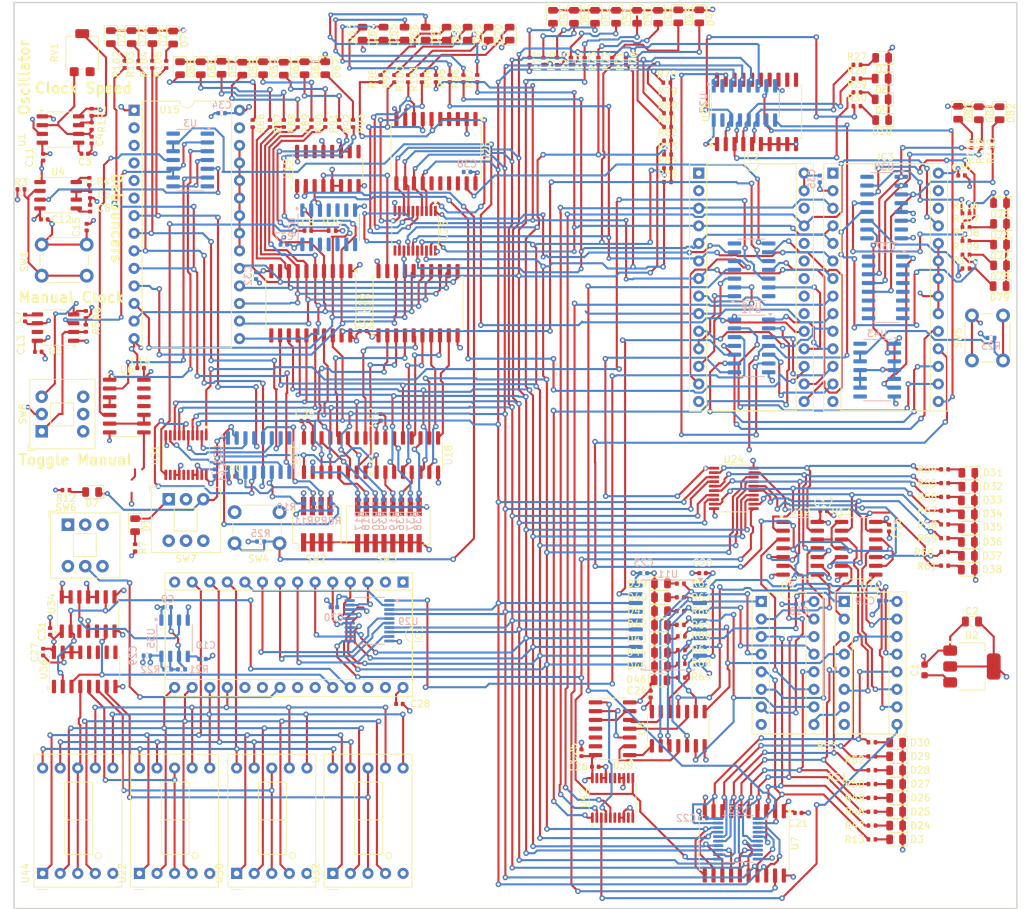
<source format=kicad_pcb>
(kicad_pcb (version 20240108) (generator "pcbnew") (generator_version "8.0")
  (layers (0 "F.Cu" signal) (1 "In1.Cu" signal) (2 "In2.Cu" power) (31 "B.Cu" signal) (34 "B.Paste" user) (35 "F.Paste" user) (36 "B.SilkS" user "B.Silkscreen") (37 "F.SilkS" user "F.Silkscreen") (38 "B.Mask" user) (39 "F.Mask" user) (44 "Edge.Cuts" user))
  (net 0 "")
  (net 1 "+9V")
  (net 2 "GND")
  (net 3 "+5V")
  (net 4 "Net-(U1-CV)")
  (net 5 "Net-(U1-THR)")
  (net 6 "Net-(U4-DIS)")
  (net 7 "Net-(U4-CV)")
  (net 8 "Net-(U5-CV)")
  (net 9 "/CLK")
  (net 10 "Net-(C8-Pad2)")
  (net 11 "Net-(U35-THR)")
  (net 12 "Net-(U35-CV)")
  (net 13 "Net-(D1-A)")
  (net 14 "Net-(D1-K)")
  (net 15 "Net-(D2-A)")
  (net 16 "Net-(D3-A)")
  (net 17 "/PROG")
  (net 18 "Net-(D7-A)")
  (net 19 "Net-(D8-A)")
  (net 20 "Net-(D9-A)")
  (net 21 "Net-(D10-A)")
  (net 22 "Net-(D24-A)")
  (net 23 "Net-(D25-A)")
  (net 24 "Net-(D26-A)")
  (net 25 "Net-(D27-A)")
  (net 26 "Net-(D28-A)")
  (net 27 "Net-(D29-A)")
  (net 28 "Net-(D30-A)")
  (net 29 "Net-(D31-A)")
  (net 30 "Net-(D32-A)")
  (net 31 "Net-(D33-A)")
  (net 32 "Net-(D34-A)")
  (net 33 "Net-(D35-A)")
  (net 34 "Net-(D36-A)")
  (net 35 "Net-(D37-A)")
  (net 36 "Net-(D38-A)")
  (net 37 "Net-(D39-A)")
  (net 38 "Net-(D40-A)")
  (net 39 "Net-(D41-A)")
  (net 40 "Net-(D42-A)")
  (net 41 "Net-(D43-A)")
  (net 42 "Net-(D44-A)")
  (net 43 "Net-(D45-A)")
  (net 44 "Net-(D46-A)")
  (net 45 "Net-(D47-A)")
  (net 46 "Net-(D48-A)")
  (net 47 "Net-(D49-A)")
  (net 48 "Net-(D50-A)")
  (net 49 "Net-(D51-A)")
  (net 50 "Net-(D52-A)")
  (net 51 "Net-(D53-A)")
  (net 52 "Net-(D54-A)")
  (net 53 "Net-(D55-A)")
  (net 54 "Net-(D56-A)")
  (net 55 "Net-(D57-A)")
  (net 56 "Net-(D58-A)")
  (net 57 "Net-(D59-A)")
  (net 58 "Net-(D60-A)")
  (net 59 "Net-(D61-A)")
  (net 60 "Net-(D62-A)")
  (net 61 "Net-(D63-A)")
  (net 62 "Net-(D64-A)")
  (net 63 "Net-(D65-A)")
  (net 64 "Net-(D66-A)")
  (net 65 "Net-(D67-A)")
  (net 66 "Net-(D68-A)")
  (net 67 "Net-(D69-A)")
  (net 68 "Net-(D70-A)")
  (net 69 "Net-(D71-A)")
  (net 70 "Net-(D72-A)")
  (net 71 "Net-(D73-A)")
  (net 72 "Net-(D74-A)")
  (net 73 "Net-(D75-A)")
  (net 74 "Net-(D76-A)")
  (net 75 "Net-(D77-A)")
  (net 76 "Net-(D78-A)")
  (net 77 "Net-(D79-A)")
  (net 78 "Net-(D80-A)")
  (net 79 "Net-(D81-A)")
  (net 80 "Net-(D82-A)")
  (net 81 "Net-(IC1-A1)")
  (net 83 "Net-(IC1-A9)")
  (net 84 "/LCD_E")
  (net 85 "Net-(IC1-A0)")
  (net 86 "/LCD_A")
  (net 87 "/LCD_B")
  (net 88 "Net-(IC1-A5)")
  (net 90 "Net-(IC1-A8)")
  (net 91 "Net-(IC1-A2)")
  (net 92 "/LCD_F")
  (net 93 "Net-(IC1-A6)")
  (net 94 "/LCD_C")
  (net 95 "Net-(IC1-A4)")
  (net 96 "Net-(IC1-A7)")
  (net 97 "Net-(IC1-A10)")
  (net 99 "Net-(IC1-A3)")
  (net 100 "/LCD_G")
  (net 101 "/IR_5")
  (net 102 "/MI")
  (net 103 "/CL_IB2")
  (net 104 "/CF")
  (net 105 "/CL_IB3")
  (net 106 "/IR_4")
  (net 107 "/II")
  (net 108 "/RO")
  (net 109 "/HLT")
  (net 110 "/ZF")
  (net 111 "/CL_IB1")
  (net 112 "/AO")
  (net 113 "/IR_6")
  (net 114 "/RI")
  (net 115 "/IR_7")
  (net 117 "/AI")
  (net 119 "/IO")
  (net 120 "/CO")
  (net 121 "/OI")
  (net 122 "/EO")
  (net 124 "/CE")
  (net 125 "/SU")
  (net 127 "/J")
  (net 128 "/FI")
  (net 129 "/BI")
  (net 130 "Net-(U1-DIS)")
  (net 131 "Net-(U4-TR)")
  (net 132 "Net-(U5-TR)")
  (net 133 "Net-(U5-R)")
  (net 134 "Net-(U21-I0a)")
  (net 135 "Net-(U21-I0b)")
  (net 136 "Net-(U21-I0c)")
  (net 137 "Net-(U21-I0d)")
  (net 138 "/A_0")
  (net 139 "/MS0")
  (net 140 "/MS1")
  (net 141 "/MS4")
  (net 142 "/MS2")
  (net 143 "Net-(U35-DIS)")
  (net 144 "Net-(R23-Pad2)")
  (net 145 "Net-(U19-I0a)")
  (net 146 "/PC_0")
  (net 147 "/PC_1")
  (net 148 "/PC_2")
  (net 149 "/PC_3")
  (net 150 "/MS5")
  (net 151 "/MS6")
  (net 152 "/MS7")
  (net 153 "/MS3")
  (net 154 "/A_1")
  (net 155 "/A_2")
  (net 156 "/A_3")
  (net 157 "/A_4")
  (net 158 "/A_5")
  (net 159 "/A_6")
  (net 160 "/A_7")
  (net 161 "/B_0")
  (net 162 "/B_1")
  (net 163 "/B_2")
  (net 164 "/B_3")
  (net 165 "/B_4")
  (net 166 "/B_5")
  (net 167 "/B_6")
  (net 168 "/B_7")
  (net 169 "/ALU_0")
  (net 170 "/ALU_1")
  (net 171 "/ALU_2")
  (net 172 "/ALU_3")
  (net 173 "/ALU_4")
  (net 174 "/ALU_5")
  (net 175 "/ALU_6")
  (net 176 "/ALU_7")
  (net 177 "/BUS7")
  (net 178 "/BUS6")
  (net 179 "/BUS5")
  (net 180 "/BUS4")
  (net 181 "/BUS3")
  (net 182 "/BUS2")
  (net 183 "/BUS1")
  (net 184 "/BUS0")
  (net 185 "/MEM_0")
  (net 186 "/MEM_1")
  (net 187 "/MEM_2")
  (net 188 "/MEM_3")
  (net 189 "/MEM_4")
  (net 190 "/MEM_5")
  (net 191 "/MEM_6")
  (net 192 "/MEM_7")
  (net 193 "/IR_0")
  (net 194 "/IR_1")
  (net 195 "/IR_2")
  (net 196 "/IR_3")
  (net 197 "/MA_0")
  (net 198 "/MA_1")
  (net 199 "/MA_2")
  (net 200 "/MA_3")
  (net 201 "/DEC_1")
  (net 202 "/DEC_2")
  (net 203 "/DEC_3")
  (net 204 "/DEC_4")
  (net 205 "/DEC_5")
  (net 208 "Net-(U1-Q)")
  (net 209 "Net-(U3-Pad4)")
  (net 210 "Net-(U5-Q)")
  (net 211 "Net-(U3-Pad3)")
  (net 212 "Net-(U4-Q)")
  (net 213 "Net-(U3-Pad6)")
  (net 214 "Net-(U3-Pad11)")
  (net 216 "Net-(U6-Pad3)")
  (net 218 "/#CLK")
  (net 221 "/#AO")
  (net 222 "Net-(U39-Pad5)")
  (net 223 "Net-(U39-Pad1)")
  (net 224 "Net-(U39-Pad2)")
  (net 225 "Net-(U39-Pad4)")
  (net 226 "Net-(U9-B3)")
  (net 227 "Net-(U10-C0)")
  (net 228 "Net-(U9-B2)")
  (net 229 "Net-(U9-B4)")
  (net 230 "Net-(U9-B1)")
  (net 231 "Net-(U10-B1)")
  (net 232 "Net-(U10-C4)")
  (net 233 "Net-(U10-B2)")
  (net 234 "Net-(U10-B4)")
  (net 235 "Net-(U10-B3)")
  (net 236 "/#EO")
  (net 237 "Net-(U14-A4)")
  (net 238 "Net-(U14-A0)")
  (net 239 "/WRAM")
  (net 240 "Net-(U14-A1)")
  (net 241 "Net-(U14-A6)")
  (net 242 "Net-(U14-A5)")
  (net 243 "Net-(U14-A3)")
  (net 244 "Net-(U14-A2)")
  (net 245 "Net-(U14-A7)")
  (net 246 "Net-(U15-~{WE})")
  (net 247 "/#RO")
  (net 251 "Net-(U19-I1a)")
  (net 261 "Net-(U21-I1d)")
  (net 262 "Net-(U21-I1a)")
  (net 263 "Net-(U21-I1c)")
  (net 264 "Net-(U21-I1b)")
  (net 265 "Net-(U36A-O0)")
  (net 266 "/#AI")
  (net 267 "/#BI")
  (net 268 "/#II")
  (net 273 "/#IO")
  (net 275 "/#J")
  (net 276 "/#CO")
  (net 281 "/#OI")
  (net 282 "Net-(U36A-O1)")
  (net 287 "/#MI")
  (net 288 "Net-(U36A-O2)")
  (net 291 "Net-(U34A-C)")
  (net 302 "Net-(U37-~{MR})")
  (net 304 "Net-(U38-O5)")
  (net 308 "Net-(U39-Pad3)")
  (net 309 "Net-(U39-Pad10)")
  (net 310 "Net-(U42-D1)")
  (net 312 "/#FI")
  (net 319 "/#CLR")
  (net 320 "/CLR")
  (net 321 "Net-(U43-Pad3)")
  (net 327 "/LCD_D")
  (net 328 "Net-(D83-A)")
  (net 329 "Net-(U36A-O3)")
  (footprint "Resistor_SMD:R_0402_1005Metric" (layer "F.Cu") (at 163.55 106.490001 180)
    (property "Reference" "R55")
    (property "Value" "R_US")
  )
  (footprint "LED_SMD:LED_0805_2012Metric" (layer "F.Cu") (at 106.92 39.0625 -90)
    (property "Reference" "D54")
    (property "Value" "R_LED")
  )
  (footprint "Resistor_SMD:R_0402_1005Metric" (layer "F.Cu") (at 78 54.49 -90)
    (property "Reference" "R93")
    (property "Value" "R_US")
  )
  (footprint "Package_SO:SOIC-14_3.9x8.7mm_P1.27mm" (layer "F.Cu") (at 142.665 115.910001)
    (property "Reference" "U12")
    (property "Value" "74HC86")
  )
  (footprint "LED_SMD:LED_0805_2012Metric" (layer "F.Cu") (at 46 42 -90)
    (property "Reference" "D72")
    (property "Value" "Y_LED")
  )
  (footprint "LED_SMD:LED_0805_2012Metric" (layer "F.Cu") (at 122.54 125.000001)
    (property "Reference" "D41")
    (property "Value" "R_LED")
  )
  (footprint "Resistor_SMD:R_0402_1005Metric" (layer "F.Cu") (at 68 54.49 -90)
    (property "Reference" "R88")
    (property "Value" "R_US")
  )
  (footprint "LED_SMD:LED_0805_2012Metric" (layer "F.Cu") (at 165.5 52.9375 -90)
    (property "Reference" "D80")
    (property "Value" "R_LED")
  )
  (footprint "Button_Switch_THT:SW_PUSH_6mm" (layer "F.Cu") (at 33 72)
    (property "Reference" "SW1")
    (property "Value" "SW_Push")
  )
  (footprint "Capacitor_SMD:C_0402_1005Metric" (layer "F.Cu") (at 33.215 130.92 -90)
    (property "Reference" "C27")
    (property "Value" "C")
  )
  (footprint "Package_DIP:DIP-28_W15.24mm_Socket" (layer "F.Cu") (at 147.4 61.67)
    (property "Reference" "IC3")
    (property "Value" "AT28C64B-15SU-T")
  )
  (footprint "Resistor_SMD:R_0402_1005Metric" (layer "F.Cu") (at 75 70)
    (property "Reference" "R26")
    (property "Value" "1 kOhm")
  )
  (footprint "LED_SMD:LED_0805_2012Metric" (layer "F.Cu") (at 43 42 -90)
    (property "Reference" "D71")
    (property "Value" "Y_LED")
  )
  (footprint "Package_SO:SOP-8_3.9x4.9mm_P1.27mm" (layer "F.Cu") (at 35 84 180)
    (property "Reference" "U5")
    (property "Value" "NA555D")
  )
  (footprint "Resistor_SMD:R_0402_1005Metric" (layer "F.Cu") (at 125.3475 121.010001)
    (property "Reference" "R62")
    (property "Value" "R_US")
  )
  (footprint "Resistor_SMD:R_0402_1005Metric" (layer "F.Cu") (at 125.3475 126.980001)
    (property "Reference" "R65")
    (property "Value" "R_US")
  )
  (footprint "Resistor_SMD:R_0402_1005Metric" (layer "F.Cu") (at 150.875 51.98)
    (property "Reference" "R30")
    (property "Value" "R_US")
  )
  (footprint "LED_SMD:LED_0805_2012Metric" (layer "F.Cu") (at 166.915 109.000001 180)
    (property "Reference" "D33")
    (property "Value" "R_LED")
  )
  (footprint "Display_7Segment:D1X8K" (layer "F.Cu") (at 47.135 162.92 90)
    (property "Reference" "U22")
    (property "Value" "D1X8K-14BL")
  )
  (footprint "LED_SMD:LED_0805_2012Metric" (layer "F.Cu") (at 122.12 39.0625 -90)
    (property "Reference" "D49")
    (property "Value" "R_LED")
  )
  (footprint "LED_SMD:LED_0805_2012Metric" (layer "F.Cu") (at 154.4475 48 180)
    (property "Reference" "D8")
    (property "Value" "G_LED")
  )
  (footprint "Resistor_SMD:R_0402_1005Metric" (layer "F.Cu") (at 30 64.01)
    (property "Reference" "R3")
    (property "Value" "1 kOhm")
  )
  (footprint "Resistor_SMD:R_0402_1005Metric" (layer "F.Cu") (at 166.635 69.49)
    (property "Reference" "R107")
    (property "Value" "R_US")
  )
  (footprint "Package_SO:SOIC-16_3.9x9.9mm_P1.27mm" (layer "F.Cu") (at 75.365 102.435934 90)
    (property "Reference" "U17")
    (property "Value" "74157")
  )
  (footprint "Resistor_SMD:R_0402_1005Metric" (layer "F.Cu") (at 123.38 48.58)
    (property "Reference" "R78")
    (property "Value" "R_US")
  )
  (footprint "Capacitor_SMD:C_0402_1005Metric" (layer "F.Cu") (at 33.213842 59.365 -90)
    (property "Reference" "C11")
    (property "Value" "C")
  )
  (footprint "Resistor_SMD:R_0402_1005Metric" (layer "F.Cu") (at 85.98 48 90)
    (property "Reference" "R100")
    (property "Value" "R_US")
  )
  (footprint "Resistor_SMD:R_0402_1005Metric" (layer "F.Cu") (at 123.49 53)
    (property "Reference" "R80")
    (property "Value" "R_US")
  )
  (footprint "Resistor_SMD:R_0402_1005Metric" (layer "F.Cu") (at 111.5 45.49 -90)
    (property "Reference" "R73")
    (property "Value" "R_US")
  )
  (footprint "LED_SMD:LED_0805_2012Metric" (layer "F.Cu") (at 171.5 53 -90)
    (property "Reference" "D82")
    (property "Value" "R_LED")
  )
  (footprint "Capacitor_SMD:C_0402_1005Metric" (layer "F.Cu") (at 40.213842 56.865 -90)
    (property "Reference" "C4")
    (property "Value" "1 uF")
  )
  (footprint "Resistor_SMD:R_0402_1005Metric" (layer "F.Cu") (at 93.98 47.99 90)
    (property "Reference" "R96")
    (property "Value" "R_US")
  )
  (footprint "LED_SMD:LED_0805_2012Metric" (layer "F.Cu") (at 109.96 39.0625 -90)
    (property "Reference" "D53")
    (property "Value" "R_LED")
  )
  (footprint "LED_SMD:LED_0805_2012Metric" (layer "F.Cu") (at 156.54 148.000001 180)
    (property "Reference" "D28")
    (property "Value" "R_LED")
  )
  (footprint "Resistor_SMD:R_0402_1005Metric" (layer "F.Cu") (at 36.51 107.5 180)
    (property "Reference" "R12")
    (property "Value" "R_US")
  )
  (footprint "Package_SO:TSSOP-20_4.4x6.5mm_P0.65mm" (layer "F.Cu") (at 133.065 107.252645)
    (property "Reference" "U24")
    (property "Value" "74LS377")
  )
  (footprint "Package_SO:SOIC-20W_7.5x12.8mm_P1.27mm" (layer "F.Cu") (at 87.4125 80.483434 90)
    (property "Reference" "U14")
    (property "Value" "74HC245")
  )
  (footprint "Package_SO:SOIC-14_3.9x8.7mm_P1.27mm" (layer "F.Cu") (at 45.3 95.347316)
    (property "Reference" "U6")
    (property "Value" "74HC00")
  )
  (footprint "LED_SMD:LED_0805_2012Metric" (layer "F.Cu") (at 79.38 41.5 90)
    (property "Reference" "D63")
    (property "Value" "B_LED")
  )
  (footprint "Resistor_SMD:R_0402_1005Metric" (layer "F.Cu") (at 40.213842 54.865 90)
    (property "Reference" "R1")
    (property "Value" "1 kOhm")
  )
  (footprint "Button_Switch_SMD:SW_DIP_SPSTx08_Slide_KingTek_DSHP08TJ_W5.25mm_P1.27mm_JPin" (layer "F.Cu") (at 83.125 112.550934 90)
    (property "Reference" "SW3")
    (property "Value" "SW_DIP_x08")
  )
  (footprint "Resistor_SMD:R_0402_1005Metric" (layer "F.Cu") (at 39.375 82.105 90)
    (property "Reference" "R6")
    (property "Value" "1 kOhm")
  )
  (footprint "Capacitor_SMD:C_0402_1005Metric" (layer "F.Cu") (at 82 96.98 90)
    (property "Reference" "C42")
    (property "Value" "C")
  )
  (footprint "Resistor_SMD:R_0402_1005Metric" (layer "F.Cu") (at 107.52 45.49 -90)
    (property "Reference" "R75")
    (property "Value" "R_US")
  )
  (footprint "Package_SO:SOIC-14_3.9x8.7mm_P1.27mm" (layer "F.Cu") (at 125.04 142.000001 90)
    (property "Reference" "U8")
    (property "Value" "74LS02")
  )
  (footprint "LED_SMD:LED_0805_2012Metric" (layer "F.Cu") (at 40.285 107.775 180)
    (property "Reference" "D7")
    (property "Value" "R_LED")
  )
  (footprint "Resistor_SMD:R_0402_1005Metric" (layer "F.Cu") (at 117.47 45.49 -90)
    (property "Reference" "R70")
    (property "Value" "R_US")
  )
  (footprint "LED_SMD:LED_0805_2012Metric" (layer "F.Cu") (at 52 42.0625 -90)
    (property "Reference" "D74")
    (property "Value" "Y_LED")
  )
  (footprint "Package_SO:TSSOP-20_4.4x6.5mm_P0.65mm" (layer "F.Cu") (at 53.865 102.435934 -90)
    (property "Reference" "U31")
    (property "Value" "74LS377")
  )
  (footprint "LED_SMD:LED_0805_2012Metric" (layer "F.Cu") (at 62 46.5625 -90)
    (property "Reference" "D58")
    (property "Value" "R_LED")
  )
  (footprint "Capacitor_SMD:C_0402_1005Metric" (layer "F.Cu") (at 71.02 97.5)
    (property "Reference" "C39")
    (property "Value" "C")
  )
  (footprint "Resistor_SMD:R_0402_1005Metric" (layer "F.Cu") (at 163.55 104.500001 180)
    (property "Reference" "R54")
    (property "Value" "R_US")
  )
  (footprint "Resistor_SMD:R_0402_1005Metric" (layer "F.Cu") (at 153.04 148.000001 180)
    (property "Reference" "R51")
    (property "Value" "R_US")
  )
  (footprint "Package_DIP:DIP-28_W15.24mm" (layer "F.Cu") (at 46.362182 52.578752)
    (property "Reference" "U15")
    (property "Value" "HM62256BLP")
  )
  (footprint "LED_SMD:LED_0805_2012Metric" (layer "F.Cu") (at 166.915 119.000001 180)
    (property "Reference" "D38")
    (property "Value" "R_LED")
  )
  (footprint "Capacitor_SMD:C_0402_1005Metric" (layer "F.Cu") (at 121.04 137.000001 90)
    (property "Reference" "C24")
    (property "Value" "C")
  )
  (footprint "Button_Switch_THT:SW_Push_2P2T_Toggle_CK_PVA2xxH4xxxxxxV2" (layer "F.Cu") (at 51.365 108.820934)
    (property "Reference" "SW7")
    (property "Value" "SW_Push_DPDT")
  )
  (footprint "Package_SO:SOIC-16_3.9x9.9mm_P1.27mm" (layer "F.Cu") (at 74.365 61.025 90)
    (property "Reference" "U19")
    (property "Value" "74157")
  )
  (footprint "Package_SO:TSSOP-20_4.4x6.5mm_P0.65mm" (layer "F.Cu") (at 87 70 -90)
    (property "Reference" "U25")
    (property "Value" "74LS377")
  )
  (footprint "LED_SMD:LED_0805_2012Metric" (layer "F.Cu") (at 100.66 41.5 90)
    (property "Reference" "D70")
    (property "Value" "Y_LED")
  )
  (footprint "LED_SMD:LED_0805_2012Metric" (layer "F.Cu") (at 85.46 41.5 90)
    (property "Reference" "D65")
    (property "Value" "B_LED")
  )
  (footprint "Resistor_SMD:R_0402_1005Metric" (layer "F.Cu") (at 150.875 49.99)
    (property "Reference" "R29")
    (property "Value" "R_US")
  )
  (footprint "Capacitor_SMD:C_0402_1005Metric" (layer "F.Cu") (at 40 66.75 90)
    (property "Reference" "C6")
    (property "Value" "01 miF")
  )
  (footprint "LED_SMD:LED_0805_2012Metric" (layer "F.Cu") (at 122.54 123.000001)
    (property "Reference" "D40")
    (property "Value" "R_LED")
  )
  (footprint "LED_SMD:LED_0805_2012Metric" (layer "F.Cu") (at 71 46.5 -90)
    (property "Reference" "D61")
    (property "Value" "R_LED")
  )
  (footprint "Resistor_SMD:R_0402_1005Metric" (layer "F.Cu") (at 109.51 45.49 -90)
    (property "Reference" "R74")
    (property "Value" "R_US")
  )
  (footprint "Resistor_SMD:R_0402_1005Metric" (layer "F.Cu") (at 90 47.99 90)
    (property "Reference" "R94")
    (property "Value" "R_US")
  )
  (footprint "Capacitor_SMD:C_0402_1005Metric" (layer "F.Cu") (at 60.5 105.5)
    (property "Reference" "C40")
    (property "Value" "C")
  )
  (footprint "LED_SMD:LED_0805_2012Metric" (layer "F.Cu") (at 171.5625 75 180)
    (property "Reference" "D78")
    (property "Value" "G_LED")
  )
  (footprint "LED_SMD:LED_0805_2012Metric" (layer "F.Cu") (at 156.54 150.000001 180)
    (property "Reference" "D27")
    (property "Value" "R_LED")
  )
  (footprint "Resistor_SMD:R_0402_1005Metric" (layer "F.Cu") (at 113.49 45.49 -90)
    (property "Reference" "R72")
    (property "Value" "R_US")
  )
  (footprint "Resistor_SMD:R_0402_1005Metric" (layer "F.Cu") (at 163.55 114.450001 180)
    (property "Reference" "R59")
    (property "Value" "R_US")
  )
  (footprint "Resistor_SMD:R_0402_1005Metric" (layer "F.Cu") (at 105.53 45.49 -90)
    (property "Reference" "R76")
    (property "Value" "R_US")
  )
  (footprint "Package_SO:SOIC-20W_7.5x12.8mm_P1.27mm" (layer "F.Cu") (at 136.35 52.82 90)
    (property "Reference" "U28")
    (property "Value" "74HC245")
  )
  (footprint "Resistor_SMD:R_0402_1005Metric" (layer "F.Cu") (at 87.97 48 90)
    (property "Reference" "R101")
    (property "Value" "R_US")
  )
  (footprint "Resistor_SMD:R_0402_1005Metric" (layer "F.Cu") (at 170.5 57.5 -90)
    (property "Reference" "R113")
    (property "Value" "R_US")
  )
  (footprint "LED_SMD:LED_0805_2012Metric" (layer "F.Cu") (at 56 46.5 -90)
    (property "Reference" "D56")
    (property "Value" "R_LED")
  )
  (footprint "LED_SMD:LED_0805_2012Metric" (layer "F.Cu") (at 166.915 115.000001 180)
    (property "Reference" "D36")
    (property "Value" "R_LED")
  )
  (footprint "LED_SMD:LED_0805_2012Metric" (layer "F.Cu") (at 68 46.5625 -90)
    (property "Reference" "D60")
    (property "Value" "R_LED")
  )
  (footprint "Capacitor_SMD:C_0402_1005Metric" (layer "F.Cu") (at 155.52 112.980001 -90)
    (property "Reference" "C16")
    (property "Value" "C")
  )
  (footprint "Package_SO:SOIC-14_3.9x8.7mm_P1.27mm" (layer "F.Cu") (at 115.54 142.000001 180)
    (property "Reference" "U39")
    (property "Value" "74LS08")
  )
  (footprint "Package_SO:SOIC-20W_7.5x12.8mm_P1.27mm" (layer "F.Cu") (at 90 58.5 -90)
    (property "Reference" "U26")
    (property "Value" "74HC245")
  )
  (footprint "Resistor_SMD:R_0402_1005Metric" (layer "F.Cu") (at 163.55 116.440001 180)
    (property "Reference" "R60")
    (property "Value" "R_US")
  )
  (footprint "LED_SMD:LED_0805_2012Metric" (layer "F.Cu") (at 156.54 154.000001 180)
    (property "Reference" "D25")
    (property "Value" "R_LED")
  )
  (footprint "Capacitor_SMD:C_0402_1005Metric" (layer "F.Cu") (at 39.213842 58.865 180)
    (property "Reference" "C3")
    (property "Value" "0.1 uF")
  )
  (footprint "Resistor_SMD:R_0402_1005Metric" (layer "F.Cu") (at 125.3475 124.990001)
    (property "Reference" "R64")
    (property "Value" "R_US")
  )
  (footprint "LED_SMD:LED_0805_2012Metric" (layer "F.Cu") (at 65 46.5 -90)
    (property "Reference" "D59")
    (property "Value" "R_LED")
  )
  (footprint "LED_SMD:LED_0805_2012Metric" (layer "F.Cu") (at 49 42 -90)
    (property "Reference" "D73")
    (property "Value" "Y_LED")
  )
  (footprint "Resistor_SMD:R_0402_1005Metric" (layer "F.Cu") (at 125.4875 130.630001)
    (property "Reference" "R67")
    (property "Value" "R_US")
  )
  (footprint "Resistor_SMD:R_0402_1005Metric" (layer "F.Cu") (at 166.635 73.47)
    (property "Reference" "R109")
    (property "Value" "R_US")
  )
  (footprint "Capacitor_SMD:C_0402_1005Metric" (layer "F.Cu") (at 47.3 89.847316 180)
    (property "Reference" "C14")
    (property "Value" "C")
  )
  (footprint "Resistor_SMD:R_0402_1005Metric" (layer "F.Cu") (at 153.04 154.000001 180)
    (property "Reference" "R48")
    (property "Value" "R_US")
  )
  (footprint "Capacitor_SMD:C_0402_1005Metric" (layer "F.Cu") (at 32.5 87.5)
    (property "Reference" "C13")
    (property "Value" "C")
  )
  (footprint "LED_SMD:LED_0805_2012Metric" (layer "F.Cu") (at 166.915 117.000001 180)
    (property "Reference" "D37")
    (property "Value" "R_LED")
  )
  (footprint "Resistor_SMD:R_0402_1005Metric" (layer "F.Cu") (at 163.55 118.430001 180)
    (property "Reference" "R61")
    (property "Value" "R_US")
  )
  (footprint "Resistor_SMD:R_0402_1005Metric" (layer "F.Cu") (at 125.4875 134.610001)
    (property "Reference" "R69")
    (property "Value" "R_US")
  )
  (footprint "LED_SMD:LED_0805_2012Metric" (layer "F.Cu") (at 122.54 133.000001)
    (property "Reference" "D45")
    (property "Value" "R_LED")
  )
  (footprint "Resistor_SMD:R_0402_1005Metric" (layer "F.Cu") (at 82 48 90)
    (property "Reference" "R98")
    (property "Value" "R_US")
  )
  (footprint "Capacitor_SMD:C_0402_1005Metric" (layer "F.Cu") (at 79.5 84.5 180)
    (property "Reference" "C33")
    (property "Value" "C")
  )
  (footprint "Capacitor_SMD:C_0402_1005Metric" (layer "F.Cu") (at 71.48 70)
    (property "Reference" "C8")
    (property "Value" "0.01uF")
  )
  (footprint "Resistor_SMD:R_0402_1005Metric" (layer "F.Cu") (at 103.54 45.49 -90)
    (property "Reference" "R77")
    (property "Value" "R_US")
  )
  (footprint "LED_SMD:LED_0805_2012Metric" (layer "F.Cu") (at 122.54 121.000001)
    (property "Reference" "D39")
    (property "Value" "R_LED")
  )
  (footprint "Resistor_SMD:R_0402_1005Metric" (layer "F.Cu") (at 76 54.5 -90)
    (property "Reference" "R92")
    (property "Value" "R_US")
  )
  (footprint "Capacitor_SMD:C_0402_1005Metric" (layer "F.Cu") (at 128.54 119.500001 180)
    (property "Reference" "C20")
    (property "Value" "C")
  )
  (footprint "LED_SMD:LED_0805_2012Metric" (layer "F.Cu") (at 122.54 131.000001)
    (property "Reference" "D44")
    (property "Value" "R_LED")
  )
  (footprint "Resistor_SMD:R_0402_1005Metric" (layer "F.Cu") (at 63.5 54.5 -90)
    (property "Reference" "R86")
    (property "Value" "R_US")
  )
  (footprint "Button_Switch_THT:SW_Push_2P2T_Toggle_CK_PVA2xxH4xxxxxxV2" (layer "F.Cu") (at 36.7925 112.4975)
    (property "Reference" "SW6")
    (property "Value" "SW_Push_DPDT")
  )
  (footprint "Capacitor_SMD:C_0402_1005Metric" (layer "F.Cu") (at 113.04 147.500001)
    (property "Reference" "C26")
    (property "Value" "C")
  )
  (footprint "LED_SMD:LED_0805_2012Metric" (layer "F.Cu") (at 94.58 41.5 90)
    (property "Reference" "D68")
    (property "Value" "Y_LED")
  )
  (footprint "Capacitor_SMD:C_0402_1005Metric" (layer "F.Cu") (at 39.5 69.48 -90)
    (property "Reference" "C15")
    (property "Value" "C")
  )
  (footprint "Resistor_SMD:R_0402_1005Metric" (layer "F.Cu") (at 70 54.5 -90)
    (property "Reference" "R89")
    (property "Value" "R_US")
  )
  (footprint "Resistor_SMD:R_0402_1005Metric" (layer "F.Cu") (at 166.635 67.5)
    (property "Reference" "R106")
    (property "Value" "R_US")
  )
  (footprint "Resistor_SMD:R_0402_1005Metric" (layer "F.Cu") (at 153.04 152.000001 180)
    (property "Reference" "R49")
    (property "Value" "R_US")
  )
  (footprint "LED_SMD:LED_0805_2012Metric" (layer "F.Cu") (at 171.5625 69 180)
    (property "Reference" "D76")
    (property "Value" "G_LED")
  )
  (footprint "LED_SMD:LED_0805_2012Metric" (layer "F.Cu") (at 122.54 129.000001)
    (property "Reference" "D43")
    (property "Value" "R_LED")
  )
  (footprint "Resistor_SMD:R_0402_1005Metric" (layer "F.Cu") (at 51 45.9575 90)
    (property "Reference" "R105")
    (property "Value" "R_US")
  )
  (footprint "Resistor_SMD:R_0402_1005Metric" (layer "F.Cu") (at 115.48 45.49 -90)
    (property "Reference" "R71")
    (property "Value" "R_US")
  )
  (footprint "Package_DIP:DIP-28_W15.24mm_Socket" (layer "F.Cu") (at 85.24 120.795 -90)
    (property "Reference" "IC1")
    (property "Value" "AT28C64B-15SU-T")
  )
  (footprint "Resistor_SMD:R_0402_1005Metric" (layer "F.Cu") (at 153.05 156.000001 180)
    (property "Reference" "R47")
    (property "Value" "R_US")
  )
  (footprint "LED_SMD:LED_0805_2012Metric" (layer "F.Cu") (at 171.5625 72 180)
    (property "Reference" "D77")
    (property "Value" "G_LED")
  )
  (footprint "LED_SMD:LED_0805_2012Metric" (layer "F.Cu") (at 59 46.4375 -90)
    (property "Reference" "D57")
    (property "Value" "R_LED")
  )
  (footprint "LED_SMD:LED_0805_2012Metric" (layer "F.Cu") (at 116.04 39.0625 -90)
    (property "Reference" "D51")
    (property "Value" "R_LED")
  )
  (footprint "Resistor_SMD:R_0402_1005Metric" (layer "F.Cu") (at 163.55 112.460001 180)
    (property "Reference" "R58")
    (property "Value" "R_US")
  )
  (footprint "Resistor_SMD:R_0402_1005Metric" (layer "F.Cu") (at 45.01 45.9475 90)
    (property "Reference" "R102")
    (property "Value" "R_US")
  )
  (footprint "LED_SMD:LED_0805_2012Metric" (layer "F.Cu") (at 171.5625 66 180)
    (property "Reference" "D75")
    (property "Value" "G_LED")
  )
  (footprint "LED_SMD:LED_0805_2012Metric" (layer "F.Cu") (at 74 46.5 -90)
    (property "Reference" "D62")
    (property "Value" "R_LED")
  )
  (footprint "Resistor_SMD:R_0402_1005Metric" (layer "F.Cu") (at 123.49 51.01)
    (property "Reference" "R79")
    (property "Value" "R_US")
  )
  (footprint "LED_SMD:LED_0805_2012Metric" (layer "F.Cu") (at 156.54 158.000001 180)
    (property "Reference" "D3")
    (property "Value" "R_LED")
  )
  (footprint "LED_SMD:LED_0805_2012Metric" (layer "F.Cu") (at 166.915 111.000001 180)
    (property "Reference" "D34")
    (property "Value" "R_LED")
  )
  (footprint "Resistor_SMD:R_0402_1005Metric" (layer "F.Cu") (at 66 54.49 -90)
    (property "Reference" "R87")
    (property "Value" "R_US")
  )
  (footprint "Capacitor_SMD:C_0402_1005Metric" (layer "F.Cu") (at 166 62)
    (property "Reference" "C36")
    (property "Value" "C")
  )
  (footprint "LED_SMD:LED_0805_2012Metric" (layer "F.Cu") (at 122.4775 135.000001)
    (property "Reference" "D46")
    (property "Value" "R_LED")
  )
  (footprint "Resistor_SMD:R_0402_1005Metric" (layer "F.Cu") (at 95.97 47.99 90)
    (property "Reference" "R97")
    (property "Value" "R_US")
  )
  (footprint "Resistor_SMD:R_0402_1005Metric" (layer "F.Cu") (at 91.99 47.99 90)
    (property "Reference" "R95")
    (property "Value" "R_US")
  )
  (footprint "Resistor_SMD:R_0402_1005Metric" (layer "F.Cu") (at 163.55 108.480001 180)
    (property "Reference" "R56")
    (property "Value" "R_US")
  )
  (footprint "LED_SMD:LED_0805_2012Metric" (layer "F.Cu") (at 166.9775 107.000001 180)
    (property "Reference" "D32")
    (property "Value" "R_LED")
  )
  (footprint "Capacitor_SMD:C_0402_1005Metric" (layer "F.Cu") (at 40 64.77 -90)
    (property "Reference" "C5")
    (property "Value" "0.1 miF")
  )
  (footprint "Resistor_SMD:R_0402_1005Metric" (layer "F.Cu") (at 167.5 57.5 -90)
    (property "Reference" "R111")
    (property "Value" "R_US")
  )
  (footprint "Package_SO:SOIC-20W_7.5x12.8mm_P1.27mm" (layer "F.Cu") (at 71.9125 80.483434 -90)
    (property "Reference" "U16")
    (property "Value" "74HC245")
  )
  (footprint "LED_SMD:LED_0805_2012Metric" (layer "F.Cu") (at 156.54 144.000001 180)
    (property "Reference" "D30")
    (property "Value" "R_LED")
  )
  (footprint "Resistor_SMD:R_0402_1005Metric" (layer "F.Cu") (at 123.49 60.96)
    (property "Reference" "R84")
    (property "Value" "R_US")
  )
  (footprint "Package_DIP:DIP-16_W7.62mm_Socket" (layer "F.Cu") (at 137.04 123.600001)
    (property "Reference" "U9")
    (property "Value" "74LS283")
  )
  (footprint "Resistor_SMD:R_0402_1005Metric" (layer "F.Cu") (at 166.635 75.46)
    (property "Reference" "R110")
    (property "Value" "R_US")
  )
  (footprint "Resistor_SMD:R_0402_1005Metric" (layer "F.Cu") (at 40.213842 52.865 90)
    (property "Reference" "R2")
    (property "Value" "1 kOhm")
  )
  (footprint "Capacitor_SMD:C_0402_1005Metric" (layer "F.Cu") (at 34.215 127.92 90)
    (property "Reference" "C31")
    (property "Value" "C")
  )
  (footprint "Button_Switch_THT:SW_Push_2P2T_Toggle_CK_PVA2xxH4xxxxxxV2" (layer "F.Cu") (at 33 99 90)
    (property "Reference" "SW8")
    (property "Value" "SW_Push_DPDT")
  )
  (footprint "Capacitor_SMD:C_0402_1005Metric" (layer "F.Cu") (at 30.595 82.615 -90)
    (property "Reference" "C7")
    (property "Value" "0.1 miF")
  )
  (footprint "Resistor_SMD:R_0402_1005Metric" (layer "F.Cu") (at 39.375 84.105 -90)
    (property "Reference" "R5")
    (property "Value" "R_US" (hide yes))
  )
  (footprint "LED_SMD:LED_0805_2012Metric" (layer "F.Cu") (at 113 39.0625 -90)
    (property "Reference" "D52")
    (property "Value" "R_LED")
  )
  (footprint "Resistor_SMD:R_0402_1005Metric" (layer "F.Cu") (at 125.4875 132.620001)
    (property "Reference" "R68")
    (property "Value" "R_US")
  )
  (footprint "LED_SMD:LED_0805_2012Metric" (layer "F.Cu") (at 122.54 127.000001)
    (property "Reference" "D42")
    (property "Value" "R_LED")
  )
  (footprint "Package_SO:SOIC-16_3.9x9.9mm_P1.27mm" (layer "F.Cu") (at 85.865 102.435934 90)
    (property "Reference" "U18")
    (property "Value" "74157")
  )
  (footprint "Package_SO:SOIC-16_3.9x9.9mm_P1.27mm" (layer "F.Cu") (at 39.215 133.42 90)
    (property "Reference" "U36")
    (property "Value" "74LS139")
  )
  (footprint "Capacitor_SMD:C_0603_1608Metric" (layer "F.Cu") (at 160.65 133.5 90)
    (property "Reference" "C1")
    (property "Value" "10 uF")
  )
  (footprint "Resistor_SMD:R_0402_1005Metric" (layer "F.Cu") (at 83.99 48 90)
    (property "Reference" "R99")
    (property "Value" "R_US")
  )
  (footprint "LED_SMD:LED_0805_2012Metric" (layer "F.Cu") (at 128.08 39 -90)
    (property "Reference" "D47")
    (property "Value" "R_LED")
  )
  (footprint "LED_SMD:LED_0805_2012Metric" (layer "F.Cu") (at 97.62 41.5 90)
    (property "Reference" "D69")
    (property "Value" "Y_LED")
  )
  (footprint "Package_SO:SOIC-14_3.9x8.7mm_P1.27mm" (layer "F.Cu") (at 39.715 125.42 90)
    (property "Reference" "U34")
    (property "Value" "74LS107")
  )
  (footprint "LED_SMD:LED_0805_2012Metric" (layer "F.Cu") (at 156.54 152.000001 180)
    (property "Reference" "D26")
    (property "Value" "R_LED")
  )
  (footprint "Button_Switch_THT:SW_PUSH_6mm" (layer "F.Cu") (at 167.5 88.75 90)
    (property "Reference" "SW5")
    (property "Value" "SW_Push")
  )
  (footprint "Resistor_SMD:R_0402_1005Metric" (layer "F.Cu") (at 166.635 71.48)
    (property "Reference" "R108")
    (property "Value" "R_US")
  )
  (footprint "LED_SMD:LED_0805_2012Metric" (layer "F.Cu") (at 154.51 45 180)
    (property "Reference" "D2")
    (property "Value" "G_LED")
  )
  (footprint "Resistor_SMD:R_0402_1005Metric" (layer "F.Cu") (at 48.99 45.9475 90)
    (property "Reference" "R104")
    (property "Value" "R_US")
  )
  (footprint "LED_SMD:LED_0805_2012Metric" (layer "F.Cu") (at 156.54 156.000001 180)
    (property "Reference" "D24")
    (property "Value" "R_LED")
  )
  (footprint "Resistor_SMD:R_0402_1005Metric" (layer "F.Cu") (at 47 45.9475 90)
    (property "Reference" "R103")
    (property "Value" "R_US")
  )
  (footprint "Resistor_SMD:R_0402_1005Metric" (layer "F.Cu") (at 150.875 46.01)
    (property "Reference" "R27")
    (property "Value" "R_US")
  )
  (footprint "LED_SMD:LED_0805_2012Metric" (layer "F.Cu") (at 53 46.5 -90)
    (property "Reference" "D55")
    (property "Value" "R_LED")
  )
  (footprint "Button_Switch_THT:SW_PUSH_6mm" (layer "F.Cu") (at 60.89 110.685934)
    (property "Reference" "SW4")
    (property "Value" "SW_Push")
  )
  (footprint "Resistor_SMD:R_0402_1005Metric" (layer "F.Cu") (at 46.5 115.8375 -90)
    (property "Reference" "R7")
    (property "Value" "R_US")
  )
  (footprint "Resistor_SMD:R_0402_1005Metric" (layer "F.Cu") (at 74 54.48 -90)
    (property "Reference" "R91")
    (property "Value" "R_US")
  )
  (footprint "LED_SMD:LED_0805_2012Metric" (layer "F.Cu") (at 91.54 41.5 90)
    (property "Reference" "D67")
    (property "Value" "Y_LED")
  )
  (footprint "LED_SMD:LED_0805_2012Metric" (layer "F.Cu") (at 154.51 54 180)
    (property "Reference" "D10")
    (property "Value" "G_LED")
  )
  (footprint "Capacitor_SMD:C_0402_1005Metric" (layer "F.Cu") (at 33.375 68.365)
    (property "Reference" "C12")
    (property "Value" "C")
  )
  (footprint "Resistor_SMD:R_0402_1005Metric" (layer "F.Cu") (at 153.04 143.960001 180)
    (property "Reference" "R53")
    (property "Value" "R_US")
  )
  (footprint "Resistor_SMD:R_0402_1005Metric" (layer "F.Cu") (at 125.3475 123.000001)
    (property "Reference" "R63")
    (property "Value" "R_US")
  )
  (footprint "Capacitor_SMD:C_0402_1005Metric" (layer "F.Cu") (at 142.3725 154.169413)
    (property "Reference" "C21")
    (property "Value" "C")
  )
  (footprint "LED_SMD:LED_0805_2012Metric" (layer "F.Cu") (at 119.08 39.0625 -90)
    (property "Reference" "D50")
    (property "Value" "R_LED")
  )
  (footprint "Package_TO_SOT_SMD:SOT-223-3_TabPin2" (layer "F.Cu") (at 167.5 133)
    (property "Reference" "U2")
    (property "Value" "AMS1117-5.0")
  )
  (footprint "Display_7Segment:D1X8K" (layer "F.Cu") (at 33.135 162.9175 90)
    (property "Reference" "U44")
    (property "Value" "D1X8K-14BL")
  )
  (footprint "LED_SMD:LED_0805_2012Metric" (layer "F.Cu") (at 82.42 41.5 90)
    (property "Reference" "D64")
    (property "Value" "B_LED")
  )
  (footprint "LED_SMD:LED_0805_2012Metric" (layer "F.Cu") (at 156.54 146.000001 180)
    (property "Reference" "D29")
    (property "Value" "R_LED")
  )
  (footprint "Package_DIP:DIP-28_W15.24mm_Socket" (layer "F.Cu") (at 128 61.67)
    (property "Reference" "IC2")
    (property "Value" "AT28C64B-15SU-T")
  )
  (footprint "LED_SMD:LED_0805_2012Metric" (layer "F.Cu") (at 166.9775 105.000001 180)
    (property "Reference" "D31")
    (property "Value" "R_LED")
  )
  (footprint "Package_SO:SOIC-20W_7.5x12.8mm_P1.27mm" (layer "F.Cu") (at 134.5825 158.575001 -90)
    (property "Reference" "U7")
    (property "Value" "74HC245")
  )
  (footprint "Package_SO:SOP-8_3.9x4.9mm_P1.27mm" (layer "F.Cu") (at 35.713842 55.365)
    (property "Reference" "U1")
    (property "Value" "NA555D")
  )
  (footprint "LED_SMD:LED_0805_2012Metric" (layer "F.Cu") (at 125.04 39 -90)
    (property "Reference" "D48")
    (property "Value" "R_LED")
  )
  (footprint "Resistor_SMD:R_0402_1005Metric" (layer "F.Cu") (at 150.875 48)
    (property "Reference" "R28")
    (property "Value" "R_US")
  )
  (footprint "Package_SO:SOIC-14_3.9x8.7mm_P1.27mm" (layer "F.Cu") (at 151.115 115.910001)
    (property "Reference" "U13")
    (property "Value" "74HC86")
  )
  (footprint "Resistor_SMD:R_0402_1005Metric" (layer "F.Cu") (at 153.04 158.000001 180)
    (property "Reference" "R13")
    (property "Value" "R_US")
  )
  (footprint "Capacitor_SMD:C_0402_1005Metric" (layer "F.Cu") (at 84.715 138.42)
    (property "Reference" "C28")
    (property "Value" "C")
  )
  (footprint "Resistor_SMD:R_0402_1005Metric" (layer "F.Cu") (at 39.875 62.865 90)
    (property "Reference" "R4")
    (property "Value" "1 MOhm")
  )
  (footprint "Resistor_SMD:R_0402_1005Metric" (layer "F.Cu") (at 123.49 62.95)
    (property "Reference" "R85")
    (property "Value" "R_US")
  )
  (footprint "Resistor_SMD:R_0402_1005Metric" (layer "F.Cu") (at 123.49 54.99)
    (property "Reference" "R81")
    (property "Value" "R_US")
  )
  (footprint "Display_7Segment:D1X8K" (layer "F.Cu") (at 75.095 162.9175 90)
    (property "Reference" "U32")
    (property "Value" "D1X8K-14BL")
  )
  (footprint "Capacitor_SMD:C_0402_1005Metric" (layer "F.Cu") (at 111.04 145.480001 90)
    (property "Reference" "C25")
    (property "Value" "C")
  )
  (footprint "Resistor_SMD:R_0402_1005Metric" (layer "F.Cu") (at 153.05 150.000001 180)
    (property "Reference" "R50")
    (property "Value" "R_US")
  )
  (footprint "LED_SMD:LED_0805_2012Metric" (layer "F.Cu") (at 88.5 41.5 90)
    (property "Reference" "D66")
    (property "Value" "B_LED")
  )
  (footprint "Display_7Segment:D1X8K" (layer "F.Cu") (at 61.185 162.92 90)
    (property "Reference" "U30")
    (property "Value" "D1X8K-14BL")
  )
  (footprint "LED_SMD:LED_0805_2012Metric" (layer "F.Cu") (at 154.4475 51 180)
    (property "Reference" "D9")
    (property "Value" "G_LED")
  )
  (footprint "LED_SMD:LED_0805_2012Metric" (layer "F.Cu") (at 166.915 113.000001 180)
    (property "Reference" "D35")
    (property "Value" "R_LED")
  )
  (footprint "Capacitor_SMD:C_0805_2012Metric" (layer "F.Cu") (at 167.5 126.5 180)
    (property "Reference" "C2")
    (property "Value" "22 uF")
  )
  (footprint "Resistor_SMD:R_0402_1005Metric" (layer "F.Cu") (at 168.94 57.51 -90)
    (property "Reference" "R112")
    (property "Value" "R_US")
  )
  (footprint "Button_Switch_SMD:SW_DIP_SPSTx04_Slide_KingTek_DSHP04TJ_W5.25mm_P1.27mm_JPin" (layer "F.Cu") (at 72.77 112.435934 90)
    (property "Reference" "SW2")
    (property "Value" "SW_DIP_x04")
  )
  (footprint "Resistor_SMD:R_0402_1005Metric" (layer "F.Cu") (at 163.55 110.470001 180)
    (property "Reference" "R57")
    (property "Value" "R_US")
  )
  (footprint "Package_SO:SOP-8_3.9x4.9mm_P1.27mm" (layer "F.Cu") (at 35.375 64.865)
    (property "Reference" "U4")
    (property "Value" "NA555D")
  )
  (footprint "LED_SMD:LED_0805_2012Metric" (layer "F.Cu") (at 46.5 112.5625 -90)
    (property "Reference" "D1")
    (property "Value" "G_LED")
  )
  (footprint "Package_SO:TSSOP-20_4.4x6.5mm_P0.65mm" (layer "F.Cu") (at 115.54 152.000001 90)
    (property "Reference" "U42")
    (property "Value" "74LS377")
  )
  (footprint "Package_DIP:DIP-16_W7.62mm_Socket" (layer "F.Cu") (at 149.04 123.600001)
    (property "Reference" "U10")
    (property "Value" "74LS283")
  )
  (footprint "LED_SMD:LED_0805_2012Metric" (layer "F.Cu") (at 171.5 78 180)
    (property "Reference" "D79")
    (property "Value" "G_LED")
  )
  (footprint "Resistor_SMD:R_0402_1005Metric" (layer "F.Cu") (at 72 54.49 -90)
    (property "Reference" "R90")
    (property "Value" "R_US")
  )
  (footprint "Resistor_SMD:R_0402_1005Metric" (layer "F.Cu") (at 125.4875 128.640001)
    (property "Reference" "R66")
    (property "Value" "R_US")
  )
  (footprint "LED_SMD:LED_0805_2012Metric" (layer "F.Cu") (at 168.5 53 -90)
    (property "Reference" "D81")
    (property "Value" "R_LED")
  )
  (footprint "Resistor_SMD:R_0402_1005Metric" (layer "F.Cu") (at 153.04 146.000001 180)
    (property "Reference" "R52")
    (property "Value" "R_US")
  )
  (footprint "Capacitor_SMD:C_0402_1005Metric" (layer "F.Cu") (at 146.04 110.500001)
    (property "Reference" "C17")
    (property "Value" "C")
  )
  (footprint "Potentiometer_SMD:Potentiometer_Bourns_3314G_Vertical" (layer "F.Cu") (at 38.85 44.25 180)
    (property "Reference" "RV1")
    (property "Value" "1 MOhm")
  )
  (footprint "Resistor_SMD:R_0402_1005Metric" (layer "F.Cu") (at 123.49 56.98)
    (property "Reference" "R82")
    (property "Value" "R_US")
  )
  (footprint "Resistor_SMD:R_0402_1005Metric" (layer "F.Cu") (at 123.49 58.97)
    (property "Reference" "R83")
    (property "Value" "R_US")
  )
  (footprint "Capacitor_SMD:C_0402_1005Metric" (layer "B.Cu") (at 154.54 123.500001 180)
    (property "Reference" "C19")
    (property "Value" "C")
  )
  (footprint "Capacitor_SMD:C_0402_1005Metric" (layer "B.Cu") (at 51.215 124.42 180)
    (property "Reference" "C9")
    (property "Value" "0.01 uF")
  )
  (footprint "Resistor_SMD:R_0402_1005Metric" (layer "B.Cu") (at 84.865 109.435934 -90)
    (property "Reference" "R36")
    (property "Value" "1 Mohm")
  )
  (footprint "Package_SO:SOIC-16_3.9x9.9mm_P1.27mm" (layer "B.Cu") (at 155.025 78.195 180)
    (property "Reference" "U37")
    (property "Value" "74LS161")
  )
  (footprint "Resistor_SMD:R_0402_1005Metric" (layer "B.Cu") (at 83.865 109.435934 -90)
    (property "Reference" "R19")
    (property "Value" "1 Mohm")
  )
  (footprint "Package_SO:SOIC-14_3.9x8.7mm_P1.27mm" (layer "B.Cu") (at 54.475 59.77 180)
    (property "Reference" "U3")
    (property "Value" "74HC00")
  )
  (footprint "Resistor_SMD:R_0402_1005Metric" (layer "B.Cu") (at 73.365 109.935934 -90)
    (property "Reference" "R9")
    (property "Value" "R_US")
  )
  (footprint "Package_SO:SOIC-20W_7.5x12.8mm_P1.27mm" (layer "B.Cu") (at 123.54 127.000001 180)
    (property "Reference" "U11")
    (property "Value" "74HC245")
  )
  (footprint "Capacitor_SMD:C_0402_1005Metric" (layer "B.Cu") (at 56.235 131.92 180)
    (property "Reference" "C10")
    (property "Value" "0.1 uF")
  )
  (footprint "Resistor_SMD:R_0402_1005Metric" (layer "B.Cu") (at 53.215 133.42 180)
    (property "Reference" "R21")
    (property "Value" "100 kOhm")
  )
  (footprint "Resistor_SMD:R_0402_1005Metric" (layer "B.Cu") (at 72.365 109.935934 -90)
    (property "Reference" "R10")
    (property "Value" "R_US")
  )
  (footprint "Capacitor_SMD:C_0402_1005Metric" (layer "B.Cu") (at 142.56 124.000001 180)
    (property "Reference" "C18")
    (property "Value" "C")
  )
  (footprint "Package_SO:SOIC-14_3.9x8.7mm_P1.27mm" (layer "B.Cu") (at 135.64 75.65)
    (property "Reference" "U40")
    (property "Value" "74LS04")
  )
  (footprint "Resistor_SMD:R_0402_1005Metric" (layer "B.Cu") (at 78.865 109.435934 -90)
    (property "Reference" "R17")
    (property "Value" "1 Mohm")
  )
  (footprint "Package_SO:TSSOP-20_4.4x6.5mm_P0.65mm" (layer "B.Cu") (at 133.6775 157.925001 180)
    (property "Reference" "U23")
    (property "Value" "74LS377")
  )
  (footprint "Resistor_SMD:R_0402_1005Metric" (layer "B.Cu") (at 74.865 109.935934 -90)
    (property "Reference" "R8")
    (property "Value" "R_US")
  )
  (footprint "Package_SO:SOIC-14_3.9x8.7mm_P1.27mm" (layer "B.Cu") (at 74.5 69.5 -90)
    (property "Reference" "U20")
    (property "Value" "74HC00")
  )
  (footprint "Resistor_SMD:R_0402_1005Metric" (layer "B.Cu") (at 170.26 85.5)
    (property "Reference" "R23")
    (property "Value" "10 Kohm")
  )
  (footprint "Package_SO:SOP-8_3.9x4.9mm_P1.27mm" (layer "B.Cu") (at 52.215 128.92 -90)
    (property "Reference" "U35")
    (property "Value" "NA555D")
  )
  (footprint "Capacitor_SMD:C_0402_1005Metric" (layer "B.Cu") (at 94.5 61.5 180)
    (property "Reference" "C38")
    (property "Value" "C")
  )
  (footprint "Capacitor_SMD:C_0402_1005Metric" (layer "B.Cu") (at 145.5 62.5 -90)
    (property "Reference" "C35")
    (property "Value" "C")
  )
  (footprint "Package_SO:SOIC-14_3.9x8.7mm_P1.27mm" (layer "B.Cu") (at 135.64 86.65 180)
    (property "Reference" "U41")
    (property "Value" "74LS04")
  )
  (footprint "Capacitor_SMD:C_0402_1005Metric" (layer "B.Cu") (at 59.02 53 180)
    (property "Reference" "C34")
    (property "Value" "C")
  )
  (footprint "Resistor_SMD:R_0402_1005Metric" (layer "B.Cu") (at 70.865 109.935934 -90)
    (property "Reference" "R11")
    (property "Value" "R_US")
  )
  (footprint "Package_SO:SOIC-16_3.9x9.9mm_P1.27mm" (layer "B.Cu") (at 64.365 102.435934 -90)
    (property "Reference" "U21")
    (property "Value" "74157")
  )
  (footprint "Capacitor_SMD:C_0402_1005Metric" (layer "B.Cu") (at 128.6775 154.925001 180)
    (property "Reference" "C22")
    (property "Value" "C")
  )
  (footprint "Resistor_SMD:R_0402_1005Metric" (layer "B.Cu") (at 87.365 109.435934 -90)
    (property "Reference" "R38")
    (property "Value" "1 Mohm")
  )
  (footprint "Package_SO:TSSOP-20_4.4x6.5mm_P0.65mm" (layer "B.Cu") (at 80.397468 126.395 180)
    (property "Reference" "U29")
    (property "Value" "74LS377")
  )
  (footprint "Package_SO:SOIC-14_3.9x8.7mm_P1.27mm" (layer "B.Cu") (at 153.802684 90.15 180)
    (property "Reference" "U43")
    (property "Value" "74LS00")
  )
  (footprint "Resistor_SMD:R_0402_1005Metric" (layer "B.Cu") (at 81.365 109.435934 -90)
    (property "Reference" "R20")
    (property "Value" "1 Mohm")
  )
  (footprint "Capacitor_SMD:C_0402_1005Metric" (layer "B.Cu") (at 48.215 131.42 180)
    (property "Reference" "C29")
    (property "Value" "C")
  )
  (footprint "Capacitor_SMD:C_0402_1005Metric" (layer "B.Cu") (at 120.04 119.500001)
    (property "Reference" "C23")
    (property "Value" "C")
  )
  (footprint "Resistor_SMD:R_0402_1005Metric" (layer "B.Cu") (at 51.215 133.42 180)
    (property "Reference" "R22")
    (property "Value" "1 kOhm")
  )
  (footprint "Capacitor_SMD:C_0402_1005Metric" (layer "B.Cu") (at 75.235 124.42 180)
    (property "Reference" "C30")
    (property "Value" "C")
  )
  (footprint "Resistor_SMD:R_0402_1005Metric" (layer "B.Cu") (at 82.365 109.435934 -90)
    (property "Reference" "R39")
    (property "Value" "1 Mohm")
  )
  (footprint "Capacitor_SMD:C_0402_1005Metric" (layer "B.Cu") (at 58.02 104.98 90)
    (property "Reference" "C41")
    (property "Value" "C")
  )
  (footprint "Resistor_SMD:R_0402_1005Metric" (layer "B.Cu") (at 64.65 114.935934 180)
    (property "Reference" "R25")
    (property "Value" "10 Kohm")
  )
  (footprint "Package_SO:SOIC-16_3.9x9.9mm_P1.27mm" (layer "B.Cu") (at 154.802684 66.65 180)
    (property "Reference" "U38")
    (property "Value" "74LS138")
  )
  (footprint "Resistor_SMD:R_0402_1005Metric" (layer "B.Cu") (at 86.365 109.435934 -90)
    (property "Reference" "R37")
    (property "Value" "1 Mohm")
  )
  (footprint "Capacitor_SMD:C_0402_1005Metric" (layer "B.Cu") (at 64 76.5 -90)
    (property "Reference" "C32")
    (property "Value" "C")
  )
  (footprint "Capacitor_SMD:C_0402_1005Metric" (layer "B.Cu") (at 68 72 180)
    (property "Reference" "C37")
    (property "Value" "C")
  )
  (footprint "Package_SO:SOIC-16_3.9x9.9mm_P1.27mm" (layer "B.Cu") (at 134.595 51.525 -90)
    (property "Reference" "U27")
    (property "Value" "74LS161")
  )
  (footprint "Resistor_SMD:R_0402_1005Metric" (layer "B.Cu") (at 79.865 109.435934 -90)
    (property "Reference" "R18")
    (property "Value" "1 Mohm")
  )
  (gr_rect (start 29 37) (end 174 168) (stroke (width 0.2)) (fill none) (layer "Edge.Cuts"))
  (gr_text "Manual Clock" (at 29.5 80.5 0) (layer "F.SilkS") (effects (font (size 1.5 1.5) (thickness 0.3) (bold yes)) (justify left bottom)))
  (gr_text "Toggle Manual" (at 29.5 104 0) (layer "F.SilkS") (effects (font (size 1.5 1.5) (thickness 0.3) (bold yes)) (justify left bottom)))
  (gr_text "Clock Speed" (at 31.85 50.25 0) (layer "F.SilkS") (effects (font (size 1.5 1.5) (thickness 0.3) (bold yes)) (justify left bottom)))
  (gr_text "Debouncers" (at 43 61.5 -90) (layer "F.SilkS") (effects (font (size 1.5 1.5) (thickness 0.3) (bold yes)) (justify left bottom)))
  (gr_text "Oscillator" (at 31.35 53.5 90) (layer "F.SilkS") (effects (font (size 1.5 1.5) (thickness 0.3) (bold yes)) (justify left bottom)))
  (segment (start 160.65 134.275) (end 163.325 134.275) (width 0.3) (layer "F.Cu") (net 1))
  (segment (start 163.325 134.275) (end 164.35 135.3) (width 0.3) (layer "F.Cu") (net 1))
  (segment (start 32 96.5) (end 31 95.5) (width 0.3) (layer "F.Cu") (net 2))
  (segment (start 97.62 42.88) (end 97 43.5) (width 0.3) (layer "F.Cu") (net 2))
  (segment (start 52.24 105.298434) (end 52.89 105.298434) (width 0.3) (layer "F.Cu") (net 2))
  (segment (start 148.07049 120.525071) (end 148.64 119.955561) (width 0.3) (layer "F.Cu") (net 2))
  (segment (start 128.8675 153.925001) (end 128.8675 152.032919) (width 0.3) (layer "F.Cu") (net 2))
  (segment (start 33 61) (end 33 62.71) (width 0.3) (layer "F.Cu") (net 2))
  (segment (start 36.04 132.245) (end 36.215 132.42) (width 0.3) (layer "F.Cu") (net 2))
  (segment (start 39.693842 58.865) (end 40.713842 58.865) (width 0.3) (layer "F.Cu") (net 2))
  (segment (start 73.73 58.55) (end 73.73 57.23) (width 0.3) (layer "F.Cu") (net 2))
  (segment (start 33 96.5) (end 32 96.5) (width 0.3) (layer "F.Cu") (net 2))
  (segment (start 160.65 131.65) (end 160.5 131.5) (width 0.3) (layer "F.Cu") (net 2))
  (segment (start 52.89 104.136785) (end 53.084338 103.942447) (width 0.3) (layer "F.Cu") (net 2))
  (segment (start 46.8 89.827316) (end 46.82 89.847316) (width 0.3) (layer "F.Cu") (net 2))
  (segment (start 72.19 99.960934) (end 72.19 98.19) (width 0.3) (layer "F.Cu") (net 2))
  (segment (start 77.6275 85.133434) (end 77.7225 85.133434) (width 0.3) (layer "F.Cu") (net 2))
  (segment (start 44.987182 52.578752) (end 44.487182 52.078752) (width 0.3) (layer "F.Cu") (net 2))
  (segment (start 33 61) (end 33 60.058842) (width 0.3) (layer "F.Cu") (net 2))
  (segment (start 167.165 63.62) (end 167.165 62.685) (width 0.3) (layer "F.Cu") (net 2))
  (segment (start 46.362182 85.598752) (end 46.362182 86.703752) (width 0.3) (layer "F.Cu") (net 2))
  (segment (start 33.865 68.365) (end 34.5 69) (width 0.3) (layer "F.Cu") (net 2))
  (segment (start 70.865 115.060934) (end 87.455 115.060934) (width 0.3) (layer "F.Cu") (net 2))
  (segment (start 50.94 100.921755) (end 51.09 101.071755) (width 0.3) (layer "F.Cu") (net 2))
  (segment (start 164.35 130.7) (end 162.675 130.7) (width 0.3) (layer "F.Cu") (net 2))
  (segment (start 124 47.98) (end 124 62.95) (width 0.3) (layer "F.Cu") (net 2))
  (segment (start 167.165 62.685) (end 166.48 62) (width 0.3) (layer "F.Cu") (net 2))
  (segment (start 36.04 130.945) (end 38.58 130.945) (width 0.3) (layer "F.Cu") (net 2))
  (segment (start 46.44 86.042316) (end 47.325 86.927316) (width 0.3) (layer "F.Cu") (net 2))
  (segment (start 148.64 119.955561) (end 148.64 119.720001) (width 0.3) (layer "F.Cu") (net 2))
  (segment (start 32.375 83.365) (end 33.635 83.365) (width 0.3) (layer "F.Cu") (net 2))
  (segment (start 44.19 127.895) (end 44.715 128.42) (width 0.3) (layer "F.Cu") (net 2))
  (segment (start 157.4775 159.500001) (end 157.4775 144.000001) (width 0.3) (layer "F.Cu") (net 2))
  (segment (start 46.82 89.847316) (end 46.82 87.91157) (width 0.3) (layer "F.Cu") (net 2))
  (segment (start 117.484412 153.675001) (end 117.165 153.994413) (width 0.3) (layer "F.Cu") (net 2))
  (segment (start 155.52 114.392919) (end 155.583541 114.45646) (width 0.3) (layer "F.Cu") (net 2))
  (segment (start 113.52 147.500001) (end 114.54 147.500001) (width 0.3) (layer "F.Cu") (net 2))
  (segment (start 121.6025 134.937501) (end 121.54 135.000001) (width 0.3) (layer "F.Cu") (net 2))
  (segment (start 55.49 105.298434) (end 55.49 103.975934) (width 0.3) (layer "F.Cu") (net 2))
  (segment (start 76.27 63.5) (end 75 63.5) (width 0.3) (layer "F.Cu") (net 2))
  (segment (start 72.19 99.960934) (end 72.19 101.260934) (width 0.3) (layer "F.Cu") (net 2))
  (segment (start 116.515 149.137501) (end 117.165 149.137501) (width 0.3) (layer "F.Cu") (net 2))
  (segment (start 167.915 120.375001) (end 168.04 120.500001) (width 0.3) (layer "F.Cu") (net 2))
  (segment (start 61.71 106.260934) (end 61.71 106.23) (width 0.3) (layer "F.Cu") (net 2))
  (segment (start 40.213842 58.345) (end 39.693842 58.865) (width 0.3) (layer "F.Cu") (net 2))
  (segment (start 61.602182 57.658752) (end 61.602182 72.898752) (width 0.3) (layer "F.Cu") (net 2))
  (segment (start 78.5 85.910934) (end 78.5 85.02) (width 0.3) (layer "F.Cu") (net 2))
  (segment (start 90.31 106.380934) (end 90.365 106.435934) (width 0.3) (layer "F.Cu") (net 2))
  (segment (start 84.285 52.635) (end 84 52.35) (width 0.3) (layer "F.Cu") (net 2))
  (segment (start 119.54 137.831735) (end 119.54 138.000001) (width 0.3) (layer "F.Cu") (net 2))
  (segment (start 118.051683 153.436587) (end 118.465 153.849904) (width 0.3) (layer "F.Cu") (net 2))
  (segment (start 121.04 136.520001) (end 121.04 135.500001) (width 0.3) (layer "F.Cu") (net 2))
  (segment (start 43.525 127.895) (end 44.19 127.895) (width 0.3) (layer "F.Cu") (net 2))
  (segment (start 155.52 113.460001) (end 155.52 114.392919) (width 0.3) (layer "F.Cu") (net 2))
  (segment (start 31 83.5) (end 30.595 83.095) (width 0.3) (layer "F.Cu") (net 2))
  (segment (start 71.19 58.55) (end 73.73 58.55) (width 0.3) (layer "F.Cu") (net 2))
  (segment (start 84.075 65.981691) (end 84.075 67.1375) (width 0.3) (layer "F.Cu") (net 2))
  (segment (start 33 60.058842) (end 33.213842 59.845) (width 0.3) (layer "F.Cu") (net 2))
  (segment (start 90.635 53.85) (end 94.445 53.85) (width 0.3) (layer "F.Cu") (net 2))
  (segment (start 80.439151 103.889929) (end 79.81 104.51908) (width 0.3) (layer "F.Cu") (net 2))
  (segment (start 94.709378 42.4375) (end 95.546583 41.600295) (width 0.3) (layer "F.Cu") (net 2))
  (segment (start 142.8525 154.169413) (end 143.8525 154.169413) (width 0.3) (layer "F.Cu") (net 2))
  (segment (start 94.445 55.945) (end 94.445 53.85) (width 0.3) (layer "F.Cu") (net 2))
  (segment (start 118.051683 153.436587) (end 118.051683 153.675001) (width 0.3) (layer "F.Cu") (net 2))
  (segment (start 93.1275 85.133434) (end 93.1275 86.538434) (width 0.3) (layer "F.Cu") (net 2))
  (segment (start 33 62.71) (end 32.75 62.96) (width 0.3) (layer "F.Cu") (net 2))
  (segment (start 77.7225 85.133434) (end 78.5 85.910934) (width 0.3) (layer "F.Cu") (net 2))
  (segment (start 136.985 57.47) (end 142.065 57.47) (width 0.3) (layer "F.Cu") (net 2))
  (segment (start 34.5 70.5) (end 34.5 69) (width 0.3) (layer "F.Cu") (net 2))
  (segment (start 118.051683 153.675001) (end 117.484412 153.675001) (width 0.3) (layer "F.Cu") (net 2))
  (segment (start 156 43.5) (end 155.4475 44.0525) (width 0.3) (layer "F.Cu") (net 2))
  (segment (start 85.215 138.42) (end 86.215 139.42) (width 0.3) (layer "F.Cu") (net 2))
  (segment (start 128.8675 152.032919) (end 128.970209 151.93021) (width 0.3) (layer "F.Cu") (net 2))
  (segment (start 88.105 115.175934) (end 89.0225 116.093434) (width 0.3) (layer "F.Cu") (net 2))
  (segment (start 85.195 138.42) (end 85.215 138.42) (width 0.3) (layer "F.Cu") (net 2))
  (segment (start 160.45 79.45) (end 162.64 79.45) (width 0.3) (layer "F.Cu") (net 2))
  (segment (start 121.04 135.500001) (end 121.54 135.000001) (width 0.3) (layer "F.Cu") (net 2))
  (segment (start 172.4375 64.5625) (end 172.5 64.5) (width 0.3) (layer "F.Cu") (net 2))
  (segment (start 79.38 43.73) (end 79.5 43.85) (width 0.3) (layer "F.Cu") (net 2))
  (segment (start 78.5 85.02) (end 79.02 84.5) (width 0.3) (layer "F.Cu") (net 2))
  (segment (start 34.235 132.42) (end 36.215 132.42) (width 0.3) (layer "F.Cu") (net 2))
  (segment (start 84.285 53.85) (end 84.285 52.635) (width 0.3) (layer "F.Cu") (net 2))
  (segment (start 114.565 147.525001) (end 114.54 147.500001) (width 0.3) (layer "F.Cu") (net 2))
  (segment (start 33 72) (end 34.5 70.5) (width 0.3) (layer "F.Cu") (net 2))
  (segment (start 147.522499 111.150001) (end 147.17 111.150001) (width 0.3) (layer "F.Cu") (net 2))
  (segment (start 33.855 68.365) (end 33.865 68.365) (width 0.3) (layer "F.Cu") (net 2))
  (segment (start 53.4375 41.0625) (end 53.5 41) (width 0.3) (layer "F.Cu") (net 2))
  (segment (start 34.308842 53.46) (end 34.713842 53.865) (width 0.3) (layer "F.Cu") (net 2))
  (segment (start 87.57 115.175934) (end 88.105 115.175934) (width 0.3) (layer "F.Cu") (net 2))
  (segment (start 75.51 70) (end 76.5 70) (width 0.3) (layer "F.Cu") (net 2))
  (segment (start 88.5 42.4375) (end 91.696845 42.4375) (width 0.3) (layer "F.Cu") (net 2))
  (segment (start 167.915 105.000001) (end 167.915 120.375001) (width 0.3) (layer "F.Cu") (net 2))
  (segment (start 114.565 149.137501) (end 114.565 147.525001) (width 0.3) (layer "F.Cu") (net 2))
  (segment (start 118.465 153.849904) (end 118.465 154.862501) (width 0.3) (layer "F.Cu") (net 2))
  (segment (start 33.5 88.5) (end 33.5 88.02) (width 0.3) (layer "F.Cu") (net 2))
  (segment (start 84.042337 65.949028) (end 84.075 65.981691) (width 0.3) (layer "F.Cu") (net 2))
  (segment (start 40 66.27) (end 40 65.25) (width 0.3) (layer "F.Cu") (net 2))
  (segment (start 111.04 145.000001) (end 111.04 144.000001) (width 0.3) (layer "F.Cu") (net 2))
  (segment (start 119.35 138.190001) (end 119.54 138.000001) (width 0.3) (layer "F.Cu") (net 2))
  (segment (start 39.5 69.96) (end 39.5 72) (width 0.3) (layer "F.Cu") (net 2))
  (segment (start 100.66 42.4375) (end 100.5625 42.4375) (width 0.3) (layer "F.Cu") (net 2))
  (segment (start 117.165 150.375001) (end 117.04 150.500001) (width 0.3) (layer "F.Cu") (net 2))
  (segment (start 34.215 125.92) (end 34.215 127.44) (width 0.3) (layer "F.Cu") (net 2))
  (segment (start 97.62 42.4375) (end 97.62 42.88) (width 0.3) (layer "F.Cu") (net 2))
  (segment (start 33.635 83.365) (end 34 83) (width 0.3) (layer "F.Cu") (net 2))
  (segment (start 76.27 57.27) (end 76 57) (width 0.3) (layer "F.Cu") (net 2))
  (segment (start 50.94 99.573434) (end 50.94 100.921755) (width 0.3) (layer "F.Cu") (net 2))
  (segment (start 121.6025 121.000001) (end 121.6025 119.562501) (width 0.3) (layer "F.Cu") (net 2))
  (segment (start 120.851734 136.520001) (end 119.54 137.831735) (width 0.3) (layer "F.Cu") (net 2))
  (segment (start 140.19 119.720001) (end 138.82 119.720001) (width 0.3) (layer "F.Cu") (net 2))
  (segment (start 79.81 104.51908) (end 79.81 104.910934) (width 0.3) (layer "F.Cu") (net 2))
  (segment (start 128.8675 151.827501) (end 128.970209 151.93021) (width 0.3) (layer "F.Cu") (net 2))
  (segment (start 46 107.875) (end 46 109.5) (width 0.3) (layer "F.Cu") (net 2))
  (segment (start 73.73 57.23) (end 73.5 57) (width 0.3) (layer "F.Cu") (net 2))
  (segment (start 138.82 119.720001) (end 138.54 120.000001) (width 0.3) (layer "F.Cu") (net 2))
  (segment (start 121.6025 119.562501) (end 121.54 119.500001) (width 0.3) (layer "F.Cu") (net 2))
  (segment (start 116.515 154.862501) (end 117.165 154.862501) (width 0.3) (layer "F.Cu") (net 2))
  (segment (start 53 45.5625) (end 74 45.5625) (width 0.3) (layer "F.Cu") (net 2))
  (segment (start 91.696845 42.4375) (end 92.598575 41.53577) (width 0.3) (layer "F.Cu") (net 2))
  (segment (start 75 61.15) (end 75 63.5) (width 0.3) (layer "F.Cu") (net 2))
  (segment (start 162.675 130.7) (end 160.65 132.725) (width 0.3) (layer "F.Cu") (net 2))
  (segment (start 42.825 99.157316) (end 42.825 100.322316) (width 0.3) (layer "F.Cu") (net 2))
  (segment (start 164.0625 52.0625) (end 164 52) (width 0.3) (layer "F.Cu") (net 2))
  (segment (start 160.65 132.725) (end 160.65 131.65) (width 0.3) (layer "F.Cu") (net 2))
  (segment (start 46.82 87.91157) (end 45.987182 87.078752) (width 0.3) (layer "F.Cu") (net 2))
  (segment (start 121.6025 121.000001) (end 121.6025 134.937501) (width 0.3) (layer "F.Cu") (net 2))
  (segment (start 43.66 135.895) (end 44.69 135.895) (width 0.3) (layer "F.Cu") (net 2))
  (segment (start 128.06 119.500001) (end 127.04 119.500001) (width 0.3) (layer "F.Cu") (net 2))
  (segment (start 72.19 98.19) (end 71.5 97.5) (width 0.3) (layer "F.Cu") (net 2))
  (segment (start 82 96.5) (end 82.309999 96.5) (width 0.3) (layer "F.Cu") (net 2))
  (segment (start 33 72) (end 39.5 72) (width 0.3) (layer "F.Cu") (net 2))
  (segment (start 128.85 146.310001) (end 129.04 146.500001) (width 0.3) (layer "F.Cu") (net 2))
  (segment (start 160 79) (end 160.45 79.45) (width 0.3) (layer "F.Cu") (net 2))
  (segment (start 124.24 47.74) (end 124 47.98) (width 0.3) (layer "F.Cu") (net 2))
  (segment (start 46.362182 86.703752) (end 45.987182 87.078752) (width 0.3) (layer "F.Cu") (net 2))
  (segment (start 117.165 149.137501) (end 117.165 150.375001) (width 0.3) (layer "F.Cu") (net 2))
  (segment (start 46.362182 52.578752) (end 44.987182 52.578752) (width 0.3) (layer "F.Cu") (net 2))
  (segment (start 129.875 38.125) (end 130 38) (width 0.3) (layer "F.Cu") (net 2))
  (segment (start 37.625 85.905) (end 39.405 85.905) (width 0.3) (layer "F.Cu") (net 2))
  (segment (start 76.27 58.55) (end 77.54 58.55) (width 0.3) (layer "F.Cu") (net 2))
  (segment (start 33.088842 53.46) (end 34.308842 53.46) (width 0.3) (layer "F.Cu") (net 2))
  (segment (start 82.69 96.880001) (end 82.69 98.5) (width 0.3) (layer "F.Cu") (net 2))
  (segment (start 155.4475 44.0525) (end 155.4475 54) (width 0.3) (layer "F.Cu") (net 2))
  (segment (start 33.5 88.02) (end 32.98 87.5) (width 0.3) (layer "F.Cu") (net 2))
  (segment (start 93.1275 86.538434) (end 93.5 86.910934) (width 0.3) (layer "F.Cu") (net 2))
  (segment (start 130.2025 111.07767) (end 130.352475 111.227645) (width 0.3) (layer "F.Cu") (net 2))
  (segment (start 52.89 105.298434) (end 52.89 104.136785) (width 0.3) (layer "F.Cu") (net 2))
  (segment (start 136.85 141.190001) (end 137.04 141.380001) (width 0.3) (layer "F.Cu") (net 2))
  (segment (start 37.53 86) (end 37.625 85.905) (width 0.3) (layer "F.Cu") (net 2))
  (segment (start 78.81 63.5) (end 79.65 63.5) (width 0.3) (layer "F.Cu") (net 2))
  (segment (start 130.2025 110.177645) (end 130.2025 111.07767) (width 0.3) (layer "F.Cu") (net 2))
  (segment (start 90.31 104.910934) (end 90.31 106.380934) (width 0.3) (layer "F.Cu") (net 2))
  (segment (start 79.38 42.4375) (end 85.46 42.4375) (width 0.3) (layer "F.Cu") (net 2))
  (segment (start 87.455 115.060934) (end 87.57 115.175934) (width 0.3) (layer "F.Cu") (net 2))
  (segment (start 79.38 42.4375) (end 79.38 43.73) (width 0.3) (layer "F.Cu") (net 2))
  (segment (start 113.915 149.137501) (end 114.565 149.137501) (width 0.3) (layer "F.Cu") (net 2))
  (segment (start 164.35 128.7) (end 166.55 126.5) (width 0.3) (layer "F.Cu") (net 2))
  (segment (start 36.04 130.945) (end 36.04 132.245) (width 0.3) (layer "F.Cu") (net 2))
  (segment (start 82.69 99.960934) (end 82.69 98.5) (width 0.3) (layer "F.Cu") (net 2))
  (segment (start 72.19 101.260934) (end 72.365 101.435934) (width 0.3) (layer "F.Cu") (net 2))
  (segment (start 76.27 58.55) (end 76.27 57.27) (width 0.3) (layer "F.Cu") (net 2))
  (segment (start 82.309999 96.5) (end 82.69 96.880001) (width 0.3) (layer "F.Cu") (net 2))
  (segment (start 43 41.0625) (end 53.4375 41.0625) (width 0.3) (layer "F.Cu") (net 2))
  (segment (start 100.5625 42.4375) (end 99.5 43.5) (width 0.3) (layer "F.Cu") (net 2))
  (segment (start 40.213842 57.345) (end 40.213842 58.345) (width 0.3) (layer "F.Cu") (net 2))
  (segment (start 74 45.5625) (end 74 44.5) (width 0.3) (layer "F.Cu") (net 2))
  (segment (start 61.71 106.23) (end 60.98 105.5) (width 0.3) (layer "F.Cu") (net 2))
  (segment (start 128.85 144.475001) (end 128.85 146.310001) (width 0.3) (layer "F.Cu") (net 2))
  (segment (start 117.165 153.994413) (end 117.165 154.862501) (width 0.3) (layer "F.Cu") (net 2))
  (segment (start 106.92 38.125) (end 129.875 38.125) (width 0.3) (layer "F.Cu") (net 2))
  (segment (start 94.58 42.4375) (end 94.709378 42.4375) (width 0.3) (layer "F.Cu") (net 2))
  (segment (start 44.69 135.895) (end 44.715 135.92) (width 0.3) (layer "F.Cu") (net 2))
  (segment (start 54.84 105.298434) (end 55.49 105.298434) (width 0.3) (layer "F.Cu") (net 2))
  (segment (start 162.64 81.99) (end 162.64 71.83) (width 0.3) (layer "F.Cu") (net 2))
  (segment (start 40.48 65.25) (end 41 65.77) (width 0.3) (layer "F.Cu") (net 2))
  (segment (start 172.4375 78) (end 172.4375 64.5625) (width 0.3) (layer "F.Cu") (net 2))
  (segment (start 147.17 111.150001) (end 146.52 110.500001) (width 0.3) (layer "F.Cu") (net 2))
  (segment (start 171.5 52.0625) (end 164.0625 52.0625) (width 0.3) (layer "F.Cu") (net 2))
  (segment (start 164.35 130.7) (end 164.35 128.7) (width 0.3) (layer "F.Cu") (net 2))
  (segment (start 33.215 131.4) (end 34.235 132.42) (width 0.3) (layer "F.Cu") (net 2))
  (segment (start 121.04 136.520001) (end 120.851734 136.520001) (width 0.3) (layer "F.Cu") (net 2))
  (segment (start 145.5 64) (end 145.71 64.21) (width 0.3) (layer "F.Cu") (net 2))
  (segment (start 32.47 83.5) (end 31 83.5) (width 0.3) (layer "F.Cu") (net 2))
  (segment (start 145.71 64.21) (end 147.4 64.21) (width 0.3) (layer "F.Cu") (net 2))
  (segment (start 94.5 56) (end 94.445 55.945) (width 0.3) (layer "F.Cu") (net 2))
  (segment (start 118.015 138.190001) (end 119.35 138.190001) (width 0.3) (layer "F.Cu") (net 2))
  (segment (start 40 65.25) (end 40.48 65.25) (width 0.3) (layer "F.Cu") (net 2))
  (segment (start 55.49 103.975934) (end 55.5225 103.943434) (width 0.3) (layer "F.Cu") (net 2))
  (segment (start 39.405 85.905) (end 39.5 86) (width 0.3) (layer "F.Cu") (net 2))
  (via (at 148.07049 120.525071) (size 0.8) (drill 0.4) (layers "F.Cu" "B.Cu") (net 2))
  (via (at 74 44.5) (size 0.8) (drill 0.4) (layers "F.Cu" "B.Cu") (net 2))
  (via (at 84 52.35) (size 0.7) (drill 0.3) (layers "F.Cu" "B.Cu") (net 2))
  (via (at 73.5 57) (size 0.8) (drill 0.4) (layers "F.Cu" "B.Cu") (net 2))
  (via (at 142.065 57.47) (size 0.7) (drill 0.3) (layers "F.Cu" "B.Cu") (net 2))
  (via (at 129.54 134.000001) (size 0.8) (drill 0.4) (layers "F.Cu" "B.Cu") (net 2))
  (via (at 90.365 106.435934) (size 0.8) (drill 0.4) (layers "F.Cu" "B.Cu") (net 2))
  (via (at 157.4775 159.500001) (size 0.8) (drill 0.4) (layers "F.Cu" "B.Cu") (net 2))
  (via (at 121.54 119.500001) (size 0.8) (drill 0.4) (layers "F.Cu" "B.Cu") (net 2))
  (via (at 147.522499 111.150001) (size 0.8) (drill 0.4) (layers "F.Cu" "B.Cu") (net 2))
  (via (at 95.546583 41.600295) (size 0.8) (drill 0.4) (layers "F.Cu" "B.Cu") (net 2))
  (via (at 130 38) (size 0.8) (drill 0.4) (layers "F.Cu" "B.Cu") (net 2))
  (via (at 55.5225 103.943434) (size 0.8) (drill 0.4) (layers "F.Cu" "B.Cu") (net 2))
  (via (at 155.583541 114.45646) (size 0.8) (drill 0.4) (layers "F.Cu" "B.Cu") (net 2))
  (via (at 164 52) (size 0.8) (drill 0.4) (layers "F.Cu" "B.Cu") (net 2))
  (via (at 80.439151 103.889929) (size 0.8) (drill 0.4) (layers "F.Cu" "B.Cu") (net 2))
  (via (at 74.215 123.42) (size 0.8) (drill 0.4) (layers "F.Cu" "B.Cu") (net 2))
  (via (at 97 43.5) (size 0.8) (drill 0.4) (layers "F.Cu" "B.Cu") (net 2))
  (via (at 57.5 53.5) (size 0.7) (drill 0.3) (layers "F.Cu" "B.Cu") (net 2))
  (via (at 46 109.5) (size 0.8) (drill 0.4) (layers "F.Cu" "B.Cu") (net 2))
  (via (at 127.04 119.500001) (size 0.8) (drill 0.4) (layers "F.Cu" "B.Cu") (net 2))
  (via (at 168.04 120.500001) (size 0.8) (drill 0.4) (layers "F.Cu" "B.Cu") (net 2))
  (via (at 94.5 56) (size 0.8) (drill 0.4) (layers "F.Cu" "B.Cu") (net 2))
  (via (at 156 43.5) (size 0.8) (drill 0.4) (layers "F.Cu" "B.Cu") (net 2))
  (via (at 49.715 124.42) (size 0.8) (drill 0.4) (layers "F.Cu" "B.Cu") (net 2))
  (via (at 129.04 146.500001) (size 0.8) (drill 0.4) (layers "F.Cu" "B.Cu") (net 2))
  (via (at 40.713842 58.865) (size 0.7) (drill 0.3) (layers "F.Cu" "B.Cu") (net 2))
  (via (at 51.09 101.071755) (size 0.7) (drill 0.3) (layers "F.Cu" "B.Cu") (net 2))
  (via (at 33.5 88.5) (size 0.8) (drill 0.4) (layers "F.Cu" "B.Cu") (net 2))
  (via (at 167.165 63.62) (size 0.7) (drill 0.3) (layers "F.Cu" "B.Cu") (net 2))
  (via (at 130.352475 111.227645) (size 0.8) (drill 0.4) (layers "F.Cu" "B.Cu") (net 2))
  (via (at 53.084338 103.942447) (size 0.8) (drill 0.4) (layers "F.Cu" "B.Cu") (net 2))
  (via (at 143.8525 154.169413) (size 0.8) (drill 0.4) (layers "F.Cu" "B.Cu") (net 2))
  (via (at 160.5 131.5) (size 0.8) (drill 0.4) (layers "F.Cu" "B.Cu") (net 2))
  (via (at 41 65.77) (size 0.7) (drill 0.3) (layers "F.Cu" "B.Cu") (net 2))
  (via (at 68 70.95) (size 0.7) (drill 0.3) (layers "F.Cu" "B.Cu") (net 2))
  (via (at 153.09 125.500001) (size 0.8) (drill 0.4) (layers "F.Cu" "B.Cu") (net 2))
  (via (at 93.5 86.910934) (size 0.8) (drill 0.4) (layers "F.Cu" "B.Cu") (net 2))
  (via (at 44.487182 52.078752) (size 0.8) (drill 0.4) (layers "F.Cu" "B.Cu") (net 2))
  (via (at 79.65 63.5) (size 0.8) (drill 0.4) (layers "F.Cu" "B.Cu") (net 2))
  (via (at 34.215 125.92) (size 0.8) (drill 0.4) (layers "F.Cu" "B.Cu") (net 2))
  (via (at 84.042337 65.949028) (size 0.8) (drill 0.4) (layers "F.Cu" "B.Cu") (net 2))
  (via (at 33 61) (size 0.7) (drill 0.3) (layers "F.Cu" "B.Cu") (net 2))
  (via (at 138.64 91.65) (size 0.8) (drill 0.4) (layers "F.Cu" "B.Cu") (net 2))
  (via (at 76 57) (size 0.8) (drill 0.4) (layers "F.Cu" "B.Cu") (net 2))
  (via (at 42.8 100.347316) (size 0.7) (drill 0.3) (layers "F.Cu" "B.Cu") (net 2))
  (via (at 34 83) (size 0.7) (drill 0.3) (layers "F.Cu" "B.Cu") (net 2))
  (via (at 57.715 131.42) (size 0.8) (drill 0.4) (layers "F.Cu" "B.Cu") (net 2))
  (via (at 79.5 43.85) (size 0.8) (drill 0.4) (layers "F.Cu" "B.Cu") (net 2))
  (via (at 44.715 135.92) (size 0.8) (drill 0.4) (layers "F.Cu" "B.Cu") (net 2))
  (via (at 140.082272 49.734821) (size 0.7) (drill 0.3) (layers "F.Cu" "B.Cu") (net 2))
  (via (at 34.5 69) (size 0.8) (drill 0.4) (layers "F.Cu" "B.Cu") (net 2))
  (via (at 39.5 86) (size 0.7) (drill 0.3) (layers "F.Cu" "B.Cu") (net 2))
  (via (at 124.24 47.74) (size 0.8) (drill 0.4) (layers "F.Cu" "B.Cu") (net 2))
  (via (at 119.54 138.000001) (size 0.8) (drill 0.4) (layers "F.Cu" "B.Cu") (net 2))
  (via (at 117.04 150.500001) (size 0.8) (drill 0.4) (layers "F.Cu" "B.Cu") (net 2))
  (via (at 72.365 101.435934) (size 0.8) (drill 0.4) (layers "F.Cu" "B.Cu") (net 2))
  (via (at 159 71) (size 0.8) (drill 0.4) (layers "F.Cu" "B.Cu") (net 2))
  (via (at 84.715 129.42) (size 0.8) (drill 0.4) (layers "F.Cu" "B.Cu") (net 2))
  (via (at 168.75 84.85) (size 0.8) (drill 0.4) (layers "F.Cu" "B.Cu") (net 2))
  (via (at 89.0225 116.093434) (size 0.8) (drill 0.4) (layers "F.Cu" "B.Cu") (net 2))
  (via (at 76.5 70) (size 0.8) (drill 0.4) (layers "F.Cu" "B.Cu") (net 2))
  (via (at 140.04 124.000001) (size 0.8) (drill 0.4) (layers "F.Cu" "B.Cu") (net 2))
  (via (at 99.5 43.5) (size 0.8) (drill 0.4) (layers "F.Cu" "B.Cu") (net 2))
  (via (at 128.970209 151.93021) (size 0.8) (drill 0.4) (layers "F.Cu" "B.Cu") (net 2))
  (via (at 93.5 86.910934) (size 0.8) (drill 0.4) (layers "F.Cu" "B.Cu") (net 2))
  (via (at 79.647863 66.451293) (size 0.8) (drill 0.4) (layers "F.Cu" "B.Cu") (net 2))
  (via (at 111.04 144.000001) (size 0.8) (drill 0.4) (layers "F.Cu" "B.Cu") (net 2))
  (via (at 82.69 98.5) (size 0.8) (drill 0.4) (layers "F.Cu" "B.Cu") (net 2))
  (via (at 156.5 95) (size 0.8) (drill 0.4) (layers "F.Cu" "B.Cu") (net 2))
  (via (at 118.051683 153.436587) (size 0.8) (drill 0.4) (layers "F.Cu" "B.Cu") (net 2))
  (via (at 160 79) (size 0.7) (drill 0.3) (layers "F.Cu" "B.Cu") (net 2))
  (via (at 61.71 106.260934) (size 0.8) (drill 0.4) (layers "F.Cu" "B.Cu") (net 2))
  (via (at 44.487182 52.078752) (size 0.8) (drill 0.4) (layers "F.Cu" "B.Cu") (net 2))
  (via (at 44.715 128.42) (size 0.8) (drill 0.4) (layers "F.Cu" "B.Cu") (net 2))
  (via (at 47.614997 132.42) (size 0.8) (drill 0.4) (layers "F.Cu" "B.Cu") (net 2))
  (via (at 45.987182 87.078752) (size 0.8) (drill 0.4) (layers "F.Cu" "B.Cu") (net 2))
  (via (at 78.5 85.910934) (size 0.8) (drill 0.4) (layers "F.Cu" "B.Cu") (net 2))
  (via (at 86.215 139.42) (size 0.8) (drill 0.4) (layers "F.Cu" "B.Cu") (net 2))
  (via (at 138.610612 160.69287) (size 0.8) (drill 0.4) (layers "F.Cu" "B.Cu") (net 2))
  (via (at 53.5 41) (size 0.8) (drill 0.4) (layers "F.Cu" "B.Cu") (net 2))
  (via (at 34.713842 53.865) (size 0.7) (drill 0.3) (layers "F.Cu" "B.Cu") (net 2))
  (via (at 145.5 64) (size 0.8) (drill 0.4) (layers "F.Cu" "B.Cu") (net 2))
  (via (at 159 67.5) (size 0.8) (drill 0.4) (layers "F.Cu" "B.Cu") (net 2))
  (via (at 64.5 77.560934) (size 0.7) (drill 0.3) (layers "F.Cu" "B.Cu") (net 2))
  (via (at 172.5 64.5) (size 0.8) (drill 0.4) (layers "F.Cu" "B.Cu") (net 2))
  (via (at 114.54 147.500001) (size 0.8) (drill 0.4) (layers "F.Cu" "B.Cu") (net 2))
  (via (at 36.215 132.42) (size 0.8) (drill 0.4) (layers "F.Cu" "B.Cu") (net 2))
  (via (at 31 95.5) (size 0.7) (drill 0.3) (layers "F.Cu" "B.Cu") (net 2))
  (via (at 75 61.15) (size 0.8) (drill 0.4) (layers "F.Cu" "B.Cu") (net 2))
  (via (at 92.598575 41.53577) (size 0.8) (drill 0.4) (layers "F.Cu" "B.Cu") (net 2))
  (via (at 128.0275 153.925001) (size 0.8) (drill 0.4) (layers "F.Cu" "B.Cu") (net 2))
  (via (at 47.325 86.927316) (size 0.7) (drill 0.3) (layers "F.Cu" "B.Cu") (net 2))
  (via (at 138.54 120.000001) (size 0.8) (drill 0.4) (layers "F.Cu" "B.Cu") (net 2))
  (segment (start 84.715 129.42) (end 84.615 129.32) (width 0.3) (layer "B.Cu") (net 2))
  (segment (start 56.715 131.92) (end 57.215 131.92) (width 0.3) (layer "B.Cu") (net 2))
  (segment (start 139.724821 49.734821) (end 139.04 49.05) (width 0.3) (layer "B.Cu") (net 2))
  (segment (start 129.54 134.000001) (end 129.475 134.000001) (width 0.3) (layer "B.Cu") (net 2))
  (segment (start 74.755 124.42) (end 74.755 123.96) (width 0.3) (layer "B.Cu") (net 2))
  (segment (start 61.19 105.740934) (end 61.19 104.910934) (width 0.3) (layer "B.Cu") (net 2))
  (segment (start 140.082272 49.734821) (end 139.724821 49.734821) (width 0.3) (layer "B.Cu") (net 2))
  (segment (start 64 77.060934) (end 64.5 77.560934) (width 0.3) (layer "B.Cu") (net 2))
  (segment (start 138.115 90.46) (end 138.115 91.125) (width 0.3) (layer "B.Cu") (net 2))
  (segment (start 157.277684 71.095) (end 158.905 71.095) (width 0.3) (layer "B.Cu") (net 2))
  (segment (start 156.277684 94.777684) (end 156.5 95) (width 0.3) (layer "B.Cu") (net 2))
  (segment (start 156.277684 93.96) (end 156.277684 94.777684) (width 0.3) (layer "B.Cu") (net 2))
  (segment (start 154.06 124.530001) (end 153.09 125.500001) (width 0.3) (layer "B.Cu") (net 2))
  (segment (start 56.079066 104.5) (end 55.5225 103.943434) (width 0.3) (layer "B.Cu") (net 2))
  (segment (start 138.610612 160.69287) (end 138.453481 160.850001) (width 0.3) (layer "B.Cu") (net 2))
  (segment (start 57.215 131.92) (end 57.715 131.42) (width 0.3) (layer "B.Cu") (net 2))
  (segment (start 47.735 131.42) (end 47.735 132.299997) (width 0.3) (layer "B.Cu") (net 2))
  (segment (start 50.735 124.42) (end 50.31 124.845) (width 0.3) (layer "B.Cu") (net 2))
  (segment (start 128.1975 154.095001) (end 128.0275 153.925001) (width 0.3) (layer "B.Cu") (net 2))
  (segment (start 157.277684 67.285) (end 158.785 67.285) (width 0.3) (layer "B.Cu") (net 2))
  (segment (start 157.277684 67.285) (end 157.277684 66.015) (width 0.3) (layer "B.Cu") (net 2))
  (segment (start 64 76.98) (end 64 77.060934) (width 0.3) (layer "B.Cu") (net 2))
  (segment (start 50.31 124.845) (end 50.31 126.295) (width 0.3) (layer "B.Cu") (net 2))
  (segment (start 129.475 134.000001) (end 128.19 132.715001) (width 0.3) (layer "B.Cu") (net 2))
  (segment (start 58 53) (end 57.5 53.5) (width 0.3) (layer "B.Cu") (net 2))
  (segment (start 84.615 129.32) (end 83.259968 129.32) (width 0.3) (layer "B.Cu") (net 2))
  (segment (start 67.52 72) (end 67.52 71.43) (width 0.3) (layer "B.Cu") (net 2))
  (segment (start 58.02 104.5) (end 56.079066 104.5) (width 0.3) (layer "B.Cu") (net 2))
  (segment (start 138.115 91.125) (end 138.64 91.65) (width 0.3) (layer "B.Cu") (net 2))
  (segment (start 120.52 119.500001) (end 121.54 119.500001) (width 0.3) (layer "B.Cu") (net 2))
  (segment (start 79.647863 66.451293) (end 78.883707 66.451293) (width 0.3) (layer "B.Cu") (net 2))
  (segment (start 47.735 132.299997) (end 47.614997 132.42) (width 0.3) (layer "B.Cu") (net 2))
  (segment (start 145.5 62.98) (end 145.5 64) (width 0.3) (layer "B.Cu") (net 2))
  (segment (start 93.390934 87.02) (end 93.5 86.910934) (width 0.3) (layer "B.Cu") (net 2))
  (segment (start 128.1975 154.925001) (end 128.1975 154.095001) (width 0.3) (layer "B.Cu") (net 2))
  (segment (start 61.71 106.260934) (end 61.19 105.740934) (width 0.3) (layer "B.Cu") (net 2))
  (segment (start 154.06 123.500001) (end 154.06 124.530001) (width 0.3) (layer "B.Cu") (net 2))
  (segment (start 50.735 124.42) (end 49.715 124.42) (width 0.3) (layer "B.Cu") (net 2))
  (segment (start 169.4 85.5) (end 168.75 84.85) (width 0.3) (layer "B.Cu") (net 2))
  (segment (start 74.755 123.96) (end 74.215 123.42) (width 0.3) (layer "B.Cu") (net 2))
  (segment (start 67.52 71.43) (end 68 70.95) (width 0.3) (layer "B.Cu") (net 2))
  (segment (start 58.54 53) (end 58 53) (width 0.3) (layer "B.Cu") (net 2))
  (segment (start 158.785 67.285) (end 159 67.5) (width 0.3) (layer "B.Cu") (net 2))
  (segment (start 158.905 71.095) (end 159 71) (width 0.3) (layer "B.Cu") (net 2))
  (segment (start 169.75 85.5) (end 169.4 85.5) (width 0.3) (layer "B.Cu") (net 2))
  (segment (start 138.453481 160.850001) (end 136.54 160.850001) (width 0.3) (layer "B.Cu") (net 2))
  (segment (start 78.883707 66.451293) (end 78.31 67.025) (width 0.3) (layer "B.Cu") (net 2))
  (segment (start 142.08 124.000001) (end 140.04 124.000001) (width 0.3) (layer "B.Cu") (net 2))
  (segment (start 32.75 66.77) (end 32.75 68.22) (width 0.3) (layer "F.Cu") (net 3))
  (segment (start 32.75 67.49) (end 31.875 68.365) (width 0.3) (layer "F.Cu") (net 3))
  (segment (start 39.375 82.615) (end 39.375 83.595) (width 0.3) (layer "F.Cu") (net 3))
  (segment (start 40 81) (end 40.15874 81) (width 0.3) (layer "F.Cu") (net 3))
  (segment (start 140.2975 153.925001) (end 140.2975 153.2025) (width 0.3) (layer "F.Cu") (net 3))
  (segment (start 35.905 122.945) (end 37.175 122.945) (width 0.3) (layer "F.Cu") (net 3))
  (segment (start 35.905 121.095) (end 35.905 122.945) (width 0.3) (layer "F.Cu") (net 3))
  (segment (start 33.088842 58.76) (end 33.213842 58.885) (width 0.3) (layer "F.Cu") (net 3))
  (segment (start 32.02 87.5) (end 32.02 86.26) (width 0.3) (layer "F.Cu") (net 3))
  (segment (start 34.265 130.44) (end 33.215 130.44) (width 0.3) (layer "F.Cu") (net 3))
  (segment (start 112.615 149.137501) (end 111.9025 149.137501) (width 0.3) (layer "F.Cu") (net 3))
  (segment (start 47.775 91.537316) (end 47.775 91.372316) (width 0.3) (layer "F.Cu") (net 3))
  (segment (start 62.487182 52.578752) (end 62.987182 52.078752) (width 0.3) (layer "F.Cu") (net 3))
  (segment (start 129.03 57.47) (end 129 57.5) (width 0.3) (layer "F.Cu") (net 3))
  (segment (start 65.096764 75.833434) (end 65.048382 75.785052) (width 0.3) (layer "F.Cu") (net 3))
  (segment (start 112.915 145.960001) (end 113.065 145.810001) (width 0.3) (layer "F.Cu") (net 3))
  (segment (start 80.994066 85.133434) (end 81.6975 85.133434) (width 0.3) (layer "F.Cu") (net 3))
  (segment (start 140.2975 153.2025) (end 141 152.5) (width 0.3) (layer "F.Cu") (net 3))
  (segment (start 154.64 112.100001) (end 155.14 111.600001) (width 0.3) (layer "F.Cu") (net 3))
  (segment (start 80.7775 85.35) (end 80.994066 85.133434) (width 0.3) (layer "F.Cu") (net 3))
  (segment (start 145.56 110.500001) (end 145.56 111.680001) (width 0.3) (layer "F.Cu") (net 3))
  (segment (start 111.9025 149.137501) (end 111.54 149.500001) (width 0.3) (layer "F.Cu") (net 3))
  (segment (start 39.375 82.615) (end 39.506056 82.615) (width 0.3) (layer "F.Cu") (net 3))
  (segment (start 170.65 133) (end 170.65 128.7) (width 0.3) (layer "F.Cu") (net 3))
  (segment (start 145.56 111.680001) (end 145.14 112.100001) (width 0.3) (layer "F.Cu") (net 3))
  (segment (start 46.5 116.3475) (end 46.5 116.5) (width 0.3) (layer "F.Cu") (net 3))
  (segment (start 34.77 130.945) (end 34.265 130.44) (width 0.3) (layer "F.Cu") (net 3))
  (segment (start 47.775 89.852316) (end 47.78 89.847316) (width 0.3) (layer "F.Cu") (net 3))
  (segment (start 89.925 72.8625) (end 90.0375 72.8625) (width 0.3) (layer "F.Cu") (net 3))
  (segment (start 44.47 122) (end 43.525 122.945) (width 0.3) (layer "F.Cu") (net 3))
  (segment (start 82 97.46) (end 82 97.498752) (width 0.3) (layer "F.Cu") (net 3))
  (segment (start 39.5 69) (end 40 69) (width 0.3) (layer "F.Cu") (net 3))
  (segment (start 33.443863 85.905) (end 33.925974 85.422889) (width 0.3) (layer "F.Cu") (net 3))
  (segment (start 60.115 106.42) (end 60.115 105.595) (width 0.3) (layer "F.Cu") (net 3))
  (segment (start 36 107.5) (end 35 107.5) (width 0.3) (layer "F.Cu") (net 3))
  (segment (start 39.5 121) (end 39.715 121.215) (width 0.3) (layer "F.Cu") (net 3))
  (segment (start 32.27 66.77) (end 32.75 66.77) (width 0.3) (layer "F.Cu") (net 3))
  (segment (start 81.6975 75.833434) (end 81.6975 74.608434) (width 0.3) (layer "F.Cu") (net 3))
  (segment (start 153.59 112.100001) (end 155.12 112.100001) (width 0.3) (layer "F.Cu") (net 3))
  (segment (start 34.193842 58.885) (end 34.213842 58.865) (width 0.3) (layer "F.Cu") (net 3))
  (segment (start 41.355 52.355) (end 41.5 52.5) (width 0.3) (layer "F.Cu") (net 3))
  (segment (start 112.615 149.137501) (end 112.615 147.555001) (width 0.3) (layer "F.Cu") (net 3))
  (segment (start 140.2975 163.225001) (end 141.4775 163.225001) (width 0.3) (layer "F.Cu") (net 3))
  (segment (start 84.235 138.42) (end 84.235 137.04) (width 0.3) (layer "F.Cu") (net 3))
  (segment (start 146.736958 112.243277) (end 146.593682 112.100001) (width 0.3) (layer "F.Cu") (net 3))
  (segment (start 38.338842 53.46) (end 39.443842 52.355) (width 0.3) (layer "F.Cu") (net 3))
  (segment (start 29.5 65.5) (end 29.49 65.49) (width 0.3) (layer "F.Cu") (net 3))
  (segment (start 135.9275 103.30267) (end 135.852475 103.227645) (width 0.3) (layer "F.Cu") (net 3))
  (segment (start 70 60) (end 70 58.63) (width 0.3) (layer "F.Cu") (net 3))
  (segment (start 84.235 137.04) (end 85.24 136.035) (width 0.3) (layer "F.Cu") (net 3))
  (segment (start 38 62.96) (end 38.605 62.355) (width 0.3) (layer "F.Cu") (net 3))
  (segment (start 70.865 97.825) (end 70.54 97.5) (width 0.3) (layer "F.Cu") (net 3))
  (segment (start 39.506056 82.615) (end 40.145 81.976056) (width 0.3) (layer "F.Cu") (net 3))
  (segment (start 81.31 98.188752) (end 81.42 98.298752) (width 0.3) (layer "F.Cu") (net 3))
  (segment (start 155.12 112.100001) (end 155.52 112.500001) (width 0.3) (layer "F.Cu") (net 3))
  (segment (start 70.92 98.490934) (end 70.865 98.435934) (width 0.3) (layer "F.Cu") (net 3))
  (segment (start 38.605 62.355) (end 39.875 62.355) (width 0.3) (layer "F.Cu") (net 3))
  (segment (start 112.56 147.500001) (end 112.56 146.315001) (width 0.3) (layer "F.Cu") (net 3))
  (segment (start 44.865 122) (end 44.47 122) (width 0.3) (layer "F.Cu") (net 3))
  (segment (start 40.145 81.145) (end 40 81) (width 0.3) (layer "F.Cu") (net 3))
  (segment (start 167.5 88.75) (end 167.5 82.25) (width 0.3) (layer "F.Cu") (net 3))
  (segment (start 39.715 126.42) (end 39.715 127.895) (width 0.3) (layer "F.Cu") (net 3))
  (segment (start 95.715 63.15) (end 95.715 61.885) (width 0.3) (layer "F.Cu") (net 3))
  (segment (start 171 133) (end 172.5 134.5) (width 0.3) (layer "F.Cu") (net 3))
  (segment (start 81.6975 74.608434) (end 81.5 74.410934) (width 0.3) (layer "F.Cu") (net 3))
  (segment (start 168.6 83.35) (end 167.5 82.25) (width 0.3) (layer "F.Cu") (net 3))
  (segment (start 32.375 85.905) (end 33.443863 85.905) (width 0.3) (layer "F.Cu") (net 3))
  (segment (start 80.7775 85.35) (end 80.7775 85.2975) (width 0.3) (layer "F.Cu") (net 3))
  (segment (start 35.905 127.895) (end 34.77 129.03) (width 0.3) (layer "F.Cu") (net 3))
  (segment (start 81.42 98.298752) (end 81.42 99.960934) (width 0.3) (layer "F.Cu") (net 3))
  (segment (start 121.04 137.480001) (end 121.04 139.335001) (width 0.3) (layer "F.Cu") (net 3))
  (segment (start 32.02 86.26) (end 32.375 85.905) (width 0.3) (layer "F.Cu") (net 3))
  (segment (start 60.115 105.595) (end 60.02 105.5) (width 0.3) (layer "F.Cu") (net 3))
  (segment (start 39.715 121.215) (end 39.715 122.945) (width 0.3) (layer "F.Cu") (net 3))
  (segment (start 111.04 145.960001) (end 112.915 145.960001) (width 0.3) (layer "F.Cu") (net 3))
  (segment (start 34.77 130.945) (end 34.77 129.42) (width 0.3) (layer "F.Cu") (net 3))
  (segment (start 130.472224 48.1565) (end 130.6215 48.1565) (width 0.3) (layer "F.Cu") (net 3))
  (segment (start 77.6275 75.833434) (end 78.0775 75.833434) (width 0.3) (layer "F.Cu") (net 3))
  (segment (start 146.593682 112.100001) (end 145.14 112.100001) (width 0.3) (layer "F.Cu") (net 3))
  (segment (start 141.4775 163.225001) (end 141.6775 163.425001) (width 0.3) (layer "F.Cu") (net 3))
  (segment (start 82 97.498752) (end 81.31 98.188752) (width 0.3) (layer "F.Cu") (net 3))
  (segment (start 57.460783 106.539217) (end 56.79 105.868434) (width 0.3) (layer "F.Cu") (net 3))
  (segment (start 32.75 68.22) (end 32.895 68.365) (width 0.3) (layer "F.Cu") (net 3))
  (segment (start 165.52 61.02) (end 165.5 61) (width 0.3) (layer "F.Cu") (net 3))
  (segment (start 129.02 119.500001) (end 130.04 119.500001) (width 0.3) (layer "F.Cu") (net 3))
  (segment (start 121.04 137.480001) (end 121.04 138.000001) (width 0.3) (layer "F.Cu") (net 3))
  (segment (start 165.52 62) (end 165.52 61.02) (width 0.3) (layer "F.Cu") (net 3))
  (segment (start 121.04 138.000001) (end 120.04 139.000001) (width 0.3) (layer "F.Cu") (net 3))
  (segment (start 141.648088 153.925001) (end 141.8925 154.169413) (width 0.3) (layer "F.Cu") (net 3))
  (segment (start 47.775 91.537316) (end 47.775 89.852316) (width 0.3) (layer "F.Cu") (net 3))
  (segment (start 70 58.63) (end 69.92 58.55) (width 0.3) (layer "F.Cu") (net 3))
  (segment (start 164.35 133) (end 171 133) (width 0.3) (layer "F.Cu") (net 3))
  (segment (start 170.65 128.7) (end 168.45 126.5) (width 0.3) (layer "F.Cu") (net 3))
  (segment (start 34.215 128.475) (end 34.77 129.03) (width 0.3) (layer "F.Cu") (net 3))
  (segment (start 47.775 91.372316) (end 48.8 90.347316) (width 0.3) (layer "F.Cu") (net 3))
  (segment (start 121.04 139.335001) (end 121.23 139.525001) (width 0.3) (layer "F.Cu") (net 3))
  (segment (start 56.79 105.868434) (end 56.79 105.298434) (width 0.3) (layer "F.Cu") (net 3))
  (segment (start 130.635 57.47) (end 129.03 57.47) (width 0.3) (layer "F.Cu") (net 3))
  (segment (start 40.213842 52.355) (end 41.355 52.355) (width 0.3) (layer "F.Cu") (net 3))
  (segment (start 135.9275 104.327645) (end 135.9275 103.30267) (width 0.3) (layer "F.Cu") (net 3))
  (segment (start 130.6215 48.1565) (end 130.635 48.17) (width 0.3) (layer "F.Cu") (net 3))
  (segment (start 168.75 83.35) (end 168.6 83.35) (width 0.3) (layer "F.Cu") (net 3))
  (segment (start 95.715 61.885) (end 96 61.6) (width 0.3) (layer "F.Cu") (net 3))
  (segment (start 90.0375 72.8625) (end 90.175 73) (width 0.3) (layer "F.Cu") (net 3))
  (segment (start 112.615 147.555001) (end 112.56 147.500001) (width 0.3) (layer "F.Cu") (net 3))
  (segment (start 40.15874 81) (end 40.26128 81.10254) (width 0.3) (layer "F.Cu") (net 3))
  (segment (start 153.59 112.100001) (end 154.64 112.100001) (width 0.3) (layer "F.Cu") (net 3))
  (segment (start 39.715 122.945) (end 40.985 122.945) (width 0.3) (layer "F.Cu") (net 3))
  (segment (start 39.443842 52.355) (end 40.213842 52.355) (width 0.3) (layer "F.Cu") (net 3))
  (segment (start 66.1975 75.833434) (end 65.096764 75.833434) (width 0.3) (layer "F.Cu") (net 3))
  (segment (start 140.2975 153.925001) (end 141.648088 153.925001) (width 0.3) (layer "F.Cu") (net 3))
  (segment (start 80.7775 85.2975) (end 79.98 84.5) (width 0.3) (layer "F.Cu") (net 3))
  (segment (start 70.92 99.960934) (end 70.92 98.490934) (width 0.3) (layer "F.Cu") (net 3))
  (segment (start 70.865 98.435934) (end 70.865 97.825) (width 0.3) (layer "F.Cu") (net 3))
  (segment (start 143.24 64.21) (end 143.24 61.67) (width 0.3) (layer "F.Cu") (net 3))
  (segment (start 34.77 129.03) (end 34.77 129.42) (width 0.3) (layer "F.Cu") (net 3))
  (segment (start 36 121) (end 35.905 121.095) (width 0.3) (layer "F.Cu") (net 3))
  (segment (start 78.0775 75.833434) (end 79 74.910934) (width 0.3) (layer "F.Cu") (net 3))
  (segment (start 61.602182 52.578752) (end 62.487182 52.578752) (width 0.3) (layer "F.Cu") (net 3))
  (segment (start 34.215 128.4) (end 34.215 128.475) (width 0.3) (layer "F.Cu") (net 3))
  (segment (start 29.49 65.49) (end 29.49 64.01) (width 0.3) (layer "F.Cu") (net 3))
  (segment (start 40.145 81.976056) (end 40.145 81.145) (width 0.3) (layer "F.Cu") (net 3))
  (segment (start 46.5 116.5) (end 46 117) (width 0.3) (layer "F.Cu") (net 3))
  (segment (start 40 69) (end 40.5 68.5) (width 0.3) (layer "F.Cu") (net 3))
  (segment (start 32.75 66.77) (end 32.75 67.49) (width 0.3) (layer "F.Cu") (net 3))
  (segment (start 112.56 146.315001) (end 113.065 145.810001) (width 0.3) (layer "F.Cu") (net 3))
  (segment (start 33.088842 57.27) (end 33.088842 58.76) (width 0.3) (layer "F.Cu") (net 3))
  (segment (start 33.213842 58.885) (end 34.193842 58.885) (width 0.3) (layer "F.Cu") (net 3))
  (via (at 165.5 61) (size 0.7) (drill 0.3) (layers "F.Cu" "B.Cu") (net 3))
  (via (at 62.865 114.935934) (size 0.8) (drill 0.4) (layers "F.Cu" "B.Cu") (net 3))
  (via (at 69.784998 111) (size 0.8) (drill 0.4) (layers "F.Cu" "B.Cu") (net 3))
  (via (at 70 60) (size 0.8) (drill 0.4) (layers "F.Cu" "B.Cu") (net 3))
  (via (at 90.175 73) (size 0.8) (drill 0.4) (layers "F.Cu" "B.Cu") (net 3))
  (via (at 129 57.5) (size 0.7) (drill 0.3) (layers "F.Cu" "B.Cu") (net 3))
  (via (at 130.472224 48.1565) (size 0.7) (drill 0.3) (layers "F.Cu" "B.Cu") (net 3))
  (via (at 133.165 82.41) (size 0.8) (drill 0.4) (layers "F.Cu" "B.Cu") (net 3))
  (via (at 40.5 68.5) (size 0.7) (drill 0.3) (layers "F.Cu" "B.Cu") (net 3))
  (via (at 34.213842 58.865) (size 0.7) (drill 0.3) (layers "F.Cu" "B.Cu") (net 3))
  (via (at 159 68.5) (size 0.8) (drill 0.4) (layers "F.Cu" "B.Cu") (net 3))
  (via (at 79 74.910934) (size 0.8) (drill 0.4) (layers "F.Cu" "B.Cu") (net 3))
  (via (at 76 122.895) (size 0.8) (drill 0.4) (layers "F.Cu" "B.Cu") (net 3))
  (via (at 146.736958 112.243277) (size 0.8) (drill 0.4) (layers "F.Cu" "B.Cu") (net 3))
  (via (at 81.31 98.188752) (size 0.8) (drill 0.4) (layers "F.Cu" "B.Cu") (net 3))
  (via (at 36 121) (size 0.8) (drill 0.4) (layers "F.Cu" "B.Cu") (net 3))
  (via (at 54.215 124.42) (size 0.8) (drill 0.4) (layers "F.Cu" "B.Cu") (net 3))
  (via (at 80.7775 85.35) (size 0.8) (drill 0.4) (layers "F.Cu" "B.Cu") (net 3))
  (via (at 48.715 132.42) (size 0.8) (drill 0.4) (layers "F.Cu" "B.Cu") (net 3))
  (via (at 35 107.5) (size 0.7) (drill 0.3) (layers "F.Cu" "B.Cu") (net 3))
  (via (at 135.852475 103.227645) (size 0.8) (drill 0.4) (layers "F.Cu" "B.Cu") (net 3))
  (via (at 69.5 72.5) (size 0.8) (drill 0.4) (layers "F.Cu" "B.Cu") (net 3))
  (via (at 168.75 83.35) (size 0.7) (drill 0.3) (layers "F.Cu" "B.Cu") (net 3))
  (via (at 65.048382 75.785052) (size 0.8) (drill 0.4) (layers "F.Cu" "B.Cu") (net 3))
  (via (at 172.5 134.5) (size 0.8) (drill 0.4) (layers "F.Cu" "B.Cu") (net 3))
  (via (at 57.460783 106.539217) (size 0.8) (drill 0.4) (layers "F.Cu" "B.Cu") (net 3))
  (via (at 88.650002 109.945934) (size 0.8) (drill 0.4) (layers "F.Cu" "B.Cu") (net 3))
  (via (at 31.875 68.365) (size 0.7) (drill 0.3) (layers "F.Cu" "B.Cu") (net 3))
  (via (at 130.04 119.500001) (size 0.8) (drill 0.4) (layers "F.Cu" "B.Cu") (net 3))
  (via (at 96 61.6) (size 0.7) (drill 0.3) (layers "F.Cu" "B.Cu") (net 3))
  (via (at 81.5 74.410934) (size 0.8) (drill 0.4) (layers "F.Cu" "B.Cu") (net 3))
  (via (at 46 117) (size 0.7) (drill 0.3) (layers "F.Cu" "B.Cu") (net 3))
  (via (at 29.5 65.5) (size 0.8) (drill 0.4) (layers "F.Cu" "B.Cu") (net 3))
  (via (at 111.54 149.500001) (size 0.8) (drill 0.4) (layers "F.Cu" "B.Cu") (net 3))
  (via (at 39.715 126.42) (size 0.8) (drill 0.4) (layers "F.Cu" "B.Cu") (net 3))
  (via (at 40.26128 81.10254) (size 0.7) (drill 0.3) (layers "F.Cu" "B.Cu") (net 3))
  (via (at 33.925974 85.422889) (size 0.7) (drill 0.3) (layers "F.Cu" "B.Cu") (net 3))
  (via (at 44.865 122) (size 0.8) (drill 0.4) (layers "F.Cu" "B.Cu") (net 3))
  (via (at 155.14 111.600001) (size 0.8) (drill 0.4) (layers "F.Cu" "B.Cu") (net 3))
  (via (at 60.115 106.42) (size 0.8) (drill 0.4) (layers "F.Cu" "B.Cu") (net 3))
  (via (at 118.54 119.500001) (size 0.8) (drill 0.4) (layers "F.Cu" "B.Cu") (net 3))
  (via (at 120.04 139.000001) (size 0.8) (drill 0.4) (layers "F.Cu" "B.Cu") (net 3))
  (via (at 70.865 98.435934) (size 0.8) (drill 0.4) (layers "F.Cu" "B.Cu") (net 3))
  (via (at 141.6775 163.425001) (size 0.8) (drill 0.4) (layers "F.Cu" "B.Cu") (net 3))
  (via (at 62.987182 52.078752) (size 0.8) (drill 0.4) (layers "F.Cu" "B.Cu") (net 3))
  (via (at 41.5 52.5) (size 0.7) (drill 0.3) (layers "F.Cu" "B.Cu") (net 3))
  (via (at 39.5 121) (size 0.8) (drill 0.4) (layers "F.Cu" "B.Cu") (net 3))
  (via (at 34.77 129.42) (size 0.8) (drill 0.4) (layers "F.Cu" "B.Cu") (net 3))
  (via (at 48.8 90.347316) (size 0.7) (drill 0.3) (layers "F.Cu" "B.Cu") (net 3))
  (via (at 141 152.5) (size 0.8) (drill 0.4) (layers "F.Cu" "B.Cu") (net 3))
  (via (at 62.987182 52.078752) (size 0.8) (drill 0.4) (layers "F.Cu" "B.Cu") (net 3))
  (segment (start 118.89 121.285001) (end 118.89 120.170001) (width 0.3) (layer "B.Cu") (net 3))
  (segment (start 58.02 105.46) (end 58.02 105.98) (width 0.3) (layer "B.Cu") (net 3))
  (segment (start 133.165 82.41) (end 133.165 82.84) (width 0.3) (layer "B.Cu") (net 3))
  (segment (start 70.339064 110.445934) (end 69.784998 111) (width 0.3) (layer "B.Cu") (net 3))
  (segment (start 69 72) (end 69.5 72.5) (width 0.3) (layer "B.Cu") (net 3))
  (segment (start 75.715 123.18) (end 75.715 124.42) (width 0.3) (layer "B.Cu") (net 3))
  (segment (start 80.560934 85.35) (end 80.5 85.410934) (width 0.3) (layer "B.Cu") (net 3))
  (segment (start 74.865 110.445934) (end 70.339064 110.445934) (width 0.3) (layer "B.Cu") (net 3))
  (segment (start 68.48 72) (end 69 72) (width 0.3) (layer "B.Cu") (net 3))
  (segment (start 61.180934 53) (end 61.602182 52.578752) (width 0.3) (layer "B.Cu") (net 3))
  (segment (start 130.15 56.35) (end 130.15 54) (width 0.3) (layer "B.Cu") (net 3))
  (segment (start 119.56 119.500001) (end 118.54 119.500001) (width 0.3) (layer "B.Cu") (net 3))
  (segment (start 94.98 61.5) (end 95.9 61.5) (width 0.3) (layer "B.Cu") (net 3))
  (segment (start 130.815 155.000001) (end 129.2325 155.000001) (width 0.3) (layer "B.Cu") (net 3))
  (segment (start 128.19 121.285001) (end 128.255 121.285001) (width 0.3) (layer "B.Cu") (net 3))
  (segment (start 118.89 120.170001) (end 119.56 119.500001) (width 0.3) (layer "B.Cu") (net 3))
  (segment (start 54.12 126.295) (end 54.12 124.515) (width 0.3) (layer "B.Cu") (net 3))
  (segment (start 48.695 131.42) (end 50.185 131.42) (width 0.3) (layer "B.Cu") (net 3))
  (segment (start 155.02 123.500001) (end 156.56 123.500001) (width 0.3) (layer "B.Cu") (net 3))
  (segment (start 130.472224 48.1565) (end 130.472224 48.727776) (width 0.3) (layer "B.Cu") (net 3))
  (segment (start 50.31 131.545) (end 50.31 133.025) (width 0.3) (layer "B.Cu") (net 3))
  (segment (start 59.92 106.225) (end 59.92 104.910934) (width 0.3) (layer "B.Cu") (net 3))
  (segment (start 145.5 62.02) (end 143.59 62.02) (width 0.3) (layer "B.Cu") (net 3))
  (segment (start 80.7775 85.35) (end 80.560934 85.35) (width 0.3) (layer "B.Cu") (net 3))
  (segment (start 59.5 53) (end 61.180934 53) (width 0.3) (layer "B.Cu") (net 3))
  (segment (start 165.5 61) (end 164.83 61.67) (width 0.3) (layer "B.Cu") (net 3))
  (segment (start 76 122.895) (end 75.715 123.18) (width 0.3) (layer "B.Cu") (net 3))
  (segment (start 48.695 132.4) (end 48.715 132.42) (width 0.3) (layer "B.Cu") (net 3))
  (segment (start 78.865 109.945934) (end 87.365 109.945934) (width 0.3) (layer "B.Cu") (net 3))
  (segment (start 50.31 133.025) (end 50.705 133.42) (width 0.3) (layer "B.Cu") (net 3))
  (segment (start 159 68.5) (end 158.945 68.555) (width 0.3) (layer "B.Cu") (net 3))
  (segment (start 76.959968 122.895) (end 77.534968 123.47) (width 0.3) (layer "B.Cu") (net 3))
  (segment (start 143.44 123.600001) (end 143.04 124.000001) (width 0.3) (layer "B.Cu") (net 3))
  (segment (start 64.813434 76.02) (end 65.048382 75.785052) (width 0.3) (layer "B.Cu") (net 3))
  (segment (start 88.650002 109.945934) (end 87.365 109.945934) (width 0.3) (layer "B.Cu") (net 3))
  (segment (start 50.185 131.42) (end 50.31 131.545) (width 0.3) (layer "B.Cu") (net 3))
  (segment (start 76 122.895) (end 76.959968 122.895) (width 0.3) (layer "B.Cu") (net 3))
  (segment (start 95.9 61.5) (end 96 61.6) (width 0.3) (layer "B.Cu") (net 3))
  (segment (start 129.2325 155.000001) (end 129.1575 154.925001) (width 0.3) (layer "B.Cu") (net 3))
  (segment (start 144.66 123.600001) (end 143.44 123.600001) (width 0.3) (layer "B.Cu") (net 3))
  (segment (start 70.025 71.975) (end 69.5 72.5) (width 0.3) (layer "B.Cu") (net 3))
  (segment (start 60.115 106.42) (end 59.92 106.225) (width 0.3) (layer "B.Cu") (net 3))
  (segment (start 58.02 105.98) (end 57.460783 106.539217) (width 0.3) (layer "B.Cu") (net 3))
  (segment (start 143.59 62.02) (end 143.24 61.67) (width 0.3) (layer "B.Cu") (net 3))
  (segment (start 158.945 68.555) (end 157.277684 68.555) (width 0.3) (layer "B.Cu") (net 3))
  (segment (start 70.69 71.975) (end 70.025 71.975) (width 0.3) (layer "B.Cu") (net 3))
  (segment (start 130.472224 48.727776) (end 130.15 49.05) (width 0.3) (layer "B.Cu") (net 3))
  (segment (start 128.255 121.285001) (end 130.04 119.500001) (width 0.3) (layer "B.Cu") (net 3))
  (segment (start 64 76.02) (end 64.813434 76.02) (width 0.3) (layer "B.Cu") (net 3))
  (segment (start 48.695 131.42) (end 48.695 132.4) (width 0.3) (layer "B.Cu") (net 3))
  (segment (start 156.56 123.500001) (end 156.66 123.600001) (width 0.3) (layer "B.Cu") (net 3))
  (segment (start 54.12 124.515) (end 54.215 124.42) (width 0.3) (layer "B.Cu") (net 3))
  (segment (start 129 57.5) (end 130.15 56.35) (width 0.3) (layer "B.Cu") (net 3))
  (segment (start 164.83 61.67) (end 162.64 61.67) (width 0.3) (layer "B.Cu") (net 3))
  (segment (start 64.14 114.935934) (end 62.865 114.935934) (width 0.3) (layer "B.Cu") (net 3))
  (segment (start 38.338842 58.47) (end 38.733842 58.865) (width 0.3) (layer "F.Cu") (net 4))
  (segment (start 38.338842 57.27) (end 38.338842 58.47) (width 0.3) (layer "F.Cu") (net 4))
  (segment (start 37.7 47) (end 37.7 52.03) (width 0.3) (layer "F.Cu") (net 5))
  (segment (start 36.661158 56) (end 38.338842 56) (width 0.3) (layer "F.Cu") (net 5))
  (segment (start 35.391158 54.73) (end 36.661158 56) (width 0.3) (layer "F.Cu") (net 5))
  (segment (start 35.391158 54.338842) (end 35.391158 54.73) (width 0.3) (layer "F.Cu") (net 5))
  (segment (start 40.213842 55.615) (end 39.828842 56) (width 0.3) (layer "F.Cu") (net 5))
  (segment (start 39.828842 56) (end 40.213842 56.385) (width 0.3) (layer "F.Cu") (net 5))
  (segment (start 33.088842 54.73) (end 35.391158 54.73) (width 0.3) (layer "F.Cu") (net 5))
  (segment (start 40.213842 55.375) (end 40.213842 55.615) (width 0.3) (layer "F.Cu") (net 5))
  (segment (start 37.7 52.03) (end 35.391158 54.338842) (width 0.3) (layer "F.Cu") (net 5))
  (segment (start 38.338842 56) (end 39.828842 56) (width 0.3) (layer "F.Cu") (net 5))
  (segment (start 39.875 63.375) (end 39.875 64.165) (width 0.3) (layer "F.Cu") (net 6))
  (segment (start 38 65.5) (end 38 64.23) (width 0.3) (layer "F.Cu") (net 6))
  (segment (start 38 64.23) (end 39.94 64.23) (width 0.3) (layer "F.Cu") (net 6))
  (segment (start 39.875 64.165) (end 40 64.29) (width 0.3) (layer "F.Cu") (net 6))
  (segment (start 39.94 64.23) (end 40 64.29) (width 0.3) (layer "F.Cu") (net 6))
  (segment (start 38 66.77) (end 38.46 67.23) (width 0.3) (layer "F.Cu") (net 7))
  (segment (start 38.46 67.23) (end 40 67.23) (width 0.3) (layer "F.Cu") (net 7))
  (segment (start 32.47 82.23) (end 30.69 82.23) (width 0.3) (layer "F.Cu") (net 8))
  (segment (start 134.04 117.500001) (end 135.54 116.000001) (width 0.3) (layer "F.Cu") (net 9))
  (segment (start 119.54 152.500001) (end 118.465 151.425001) (width 0.3) (layer "F.Cu") (net 9))
  (segment (start 112.262918 151.425001) (end 110.19 149.352083) (width 0.3) (layer "F.Cu") (net 9))
  (segment (start 110.19 149.352083) (end 110.19 137.850001) (width 0.3) (layer "F.Cu") (net 9))
  (segment (start 51.5 97.495346) (end 50.29 98.705346) (width 0.3) (layer "F.Cu") (net 9))
  (segment (start 126.04 160.500001) (end 119.54 154.000001) (width 0.3) (layer "F.Cu") (net 9))
  (segment (start 50.29 98.705346) (end 50.29 104.648434) (width 0.3) (layer "F.Cu") (net 9))
  (segment (start 135.54 112.575563) (end 135.54 110.565145) (width 0.3) (layer "F.Cu") (net 9))
  (segment (start 51.5 69) (end 51.5 97.495346) (width 0.3) (layer "F.Cu") (net 9))
  (segment (start 135.84 112.875563) (end 135.54 112.575563) (width 0.3) (layer "F.Cu") (net 9))
  (segment (start 75.715 130.07) (end 75.715 131.622082) (width 0.3) (layer "F.Cu") (net 9))
  (segment (start 119.54 154.000001) (end 119.54 152.500001) (width 0.3) (layer "F.Cu") (net 9))
  (segment (start 75.715 131.622082) (end 78.612921 134.520003) (width 0.3) (layer "F.Cu") (net 9))
  (segment (start 78.612921 134.520003) (end 78.715 134.520003) (width 0.3) (layer "F.Cu") (net 9))
  (segment (start 135.84 113.579727) (end 135.84 112.875563) (width 0.3) (layer "F.Cu") (net 9))
  (segment (start 111.04 137.000001) (end 111.04 117.500001) (width 0.3) (layer "F.Cu") (net 9))
  (segment (start 135.54 110.565145) (end 135.9275 110.177645) (width 0.3) (layer "F.Cu") (net 9))
  (segment (start 50.29 104.648434) (end 50.94 105.298434) (width 0.3) (layer "F.Cu") (net 9))
  (segment (start 135.54 113.879727) (end 135.84 113.579727) (width 0.3) (layer "F.Cu") (net 9))
  (segment (start 69.5 70) (end 71 70) (width 0.3) (layer "F.Cu") (net 9))
  (segment (start 47.775 104.235) (end 47.51 104.5) (width 0.3) (layer "F.Cu") (net 9))
  (segment (start 135.54 116.000001) (end 135.54 113.879727) (width 0.3) (layer "F.Cu") (net 9))
  (segment (start 118.465 151.425001) (end 112.262918 151.425001) (width 0.3) (layer "F.Cu") (net 9))
  (segment (start 118.465 149.137501) (end 118.465 151.425001) (width 0.3) (layer "F.Cu") (net 9))
  (segment (start 47.775 99.157316) (end 47.775 104.235) (width 0.3) (layer "F.Cu") (net 9))
  (segment (start 110.19 137.850001) (end 111.04 137.000001) (width 0.3) (layer "F.Cu") (net 9))
  (via (at 75.715 130.07) (size 0.8) (drill 0.4) (layers "F.Cu" "B.Cu") (net 9))
  (via (at 126.04 160.500001) (size 0.8) (drill 0.4) (layers "F.Cu" "B.Cu") (net 9))
  (via (at 78.715 134.520003) (size 0.8) (drill 0.4) (layers "F.Cu" "B.Cu") (net 9))
  (via (at 134.04 117.500001) (size 0.8) (drill 0.4) (layers "F.Cu" "B.Cu") (net 9))
  (via (at 51.5 69) (size 0.8) (drill 0.4) (layers "F.Cu" "B.Cu") (net 9))
  (via (at 111.04 134.65) (size 0.8) (drill 0.4) (layers "F.Cu" "B.Cu") (net 9))
  (via (at 111.04 117.500001) (size 0.8) (drill 0.4) (layers "F.Cu" "B.Cu") (net 9))
  (via (at 69.5 70) (size 0.8) (drill 0.4) (layers "F.Cu" "B.Cu") (net 9))
  (segment (start 66.608752 69.108752) (end 51.608752 69.108752) (width 0.3) (layer "B.Cu") (net 9))
  (segment (start 77.534968 129.32) (end 76.465 129.32) (width 0.3) (layer "B.Cu") (net 9))
  (segment (start 78.715 134.520003) (end 110.910003 134.520003) (width 0.3) (layer "B.Cu") (net 9))
  (segment (start 67.5 70) (end 66.608752 69.108752) (width 0.3) (layer "B.Cu") (net 9))
  (segment (start 76.465 129.32) (end 75.715 130.07) (width 0.3) (layer "B.Cu") (net 9))
  (segment (start 126.39 160.850001) (end 126.04 160.500001) (width 0.3) (layer "B.Cu") (net 9))
  (segment (start 134.04 117.500001) (end 111.04 117.500001) (width 0.3) (layer "B.Cu") (net 9))
  (segment (start 130.815 160.850001) (end 126.39 160.850001) (width 0.3) (layer "B.Cu") (net 9))
  (segment (start 51.608752 69.108752) (end 51.5 69) (width 0.3) (layer "B.Cu") (net 9))
  (segment (start 110.910003 134.520003) (end 111.04 134.65) (width 0.3) (layer "B.Cu") (net 9))
  (segment (start 69.5 70) (end 67.5 70) (width 0.3) (layer "B.Cu") (net 9))
  (segment (start 71.96 70) (end 74.49 70) (width 0.3) (layer "F.Cu") (net 10))
  (segment (start 71.96 68) (end 71.96 70) (width 0.3) (layer "F.Cu") (net 10))
  (segment (start 70.96 67) (end 71.96 68) (width 0.3) (layer "F.Cu") (net 10))
  (via (at 70.96 67) (size 0.8) (drill 0.4) (layers "F.Cu" "B.Cu") (net 10))
  (segment (start 70.69 67.025) (end 70.935 67.025) (width 0.3) (layer "B.Cu") (net 10))
  (segment (start 70.935 67.025) (end 70.96 67) (width 0.3) (layer "B.Cu") (net 10))
  (segment (start 52.715 128.92) (end 51.715 127.92) (width 0.3) (layer "F.Cu") (net 11))
  (segment (start 52.715 129.92) (end 52.715 128.92) (width 0.3) (layer "F.Cu") (net 11))
  (via (at 51.715 127.92) (size 0.8) (drill 0.4) (layers "F.Cu" "B.Cu") (net 11))
  (via (at 52.715 129.92) (size 0.8) (drill 0.4) (layers "F.Cu" "B.Cu") (net 11))
  (segment (start 51.58 127.785) (end 51.715 127.92) (width 0.3) (layer "B.Cu") (net 11))
  (segment (start 52.85 132.413944) (end 53.725 133.288944) (width 0.3) (layer "B.Cu") (net 11))
  (segment (start 52.85 131.545) (end 52.85 132.413944) (width 0.3) (layer "B.Cu") (net 11))
  (segment (start 51.695 124.42) (end 51.695 126.18) (width 0.3) (layer "B.Cu") (net 11))
  (segment (start 52.85 131.545) (end 52.85 130.055) (width 0.3) (layer "B.Cu") (net 11))
  (segment (start 51.695 126.18) (end 51.58 126.295) (width 0.3) (layer "B.Cu") (net 11))
  (segment (start 52.85 130.055) (end 52.715 129.92) (width 0.3) (layer "B.Cu") (net 11))
  (segment (start 53.725 133.288944) (end 53.725 133.42) (width 0.3) (layer "B.Cu") (net 11))
  (segment (start 51.58 126.295) (end 51.58 127.785) (width 0.3) (layer "B.Cu") (net 11))
  (segment (start 54.12 131.545) (end 55.38 131.545) (width 0.3) (layer "B.Cu") (net 12))
  (segment (start 55.38 131.545) (end 55.755 131.92) (width 0.3) (layer "B.Cu") (net 12))
  (segment (start 46.5 113.5) (end 46.5 115.3275) (width 0.3) (layer "F.Cu") (net 13))
  (segment (start 48.560934 111.625) (end 51.365 108.820934) (width 0.3) (layer "F.Cu") (net 14))
  (segment (start 46.5 111.625) (end 48.560934 111.625) (width 0.3) (layer "F.Cu") (net 14))
  (segment (start 151.385 46.01) (end 152.5625 46.01) (width 0.3) (layer "F.Cu") (net 15))
  (segment (start 152.5625 46.01) (end 153.5725 45) (width 0.3) (layer "F.Cu") (net 15))
  (segment (start 153.55 158.000001) (end 155.6025 158.000001) (width 0.3) (layer "F.Cu") (net 16))
  (segment (start 69.899997 63.520003) (end 69.92 63.5) (width 0.3) (layer "F.Cu") (net 17))
  (segment (start 56.48 108.935934) (end 56.365 108.820934) (width 0.3) (layer "F.Cu") (net 17))
  (segment (start 70.865 102.435934) (end 70.92 102.490934) (width 0.3) (layer "F.Cu") (net 17))
  (segment (start 58.365 100.435934) (end 58.365 102.885934) (width 0.3) (layer "F.Cu") (net 17))
  (segment (start 81.365 102.435934) (end 81.365 104.855934) (width 0.3) (layer "F.Cu") (net 17))
  (segment (start 41.4475 108) (end 41.2225 107.775) (width 0.3) (layer "F.Cu") (net 17))
  (segment (start 58.365 108.435934) (end 57.865 108.935934) (width 0.3) (layer "F.Cu") (net 17))
  (segment (start 57.865 108.935934) (end 56.48 108.935934) (width 0.3) (layer "F.Cu") (net 17))
  (segment (start 70.92 102.490934) (end 70.92 104.910934) (width 0.3) (layer "F.Cu") (net 17))
  (segment (start 81.365 104.855934) (end 81.42 104.910934) (width 0.3) (layer "F.Cu") (net 17))
  (segment (start 42.5 108) (end 41.4475 108) (width 0.3) (layer "F.Cu") (net 17))
  (segment (start 58.365 102.885934) (end 58.365 108.435934) (width 0.3) (layer "F.Cu") (net 17))
  (segment (start 69.899997 65) (end 69.899997 63.520003) (width 0.3) (layer "F.Cu") (net 17))
  (via (at 58.365 100.435934) (size 0.8) (drill 0.4) (layers "F.Cu" "B.Cu") (net 17))
  (via (at 58.365 102.885934) (size 0.8) (drill 0.4) (layers "F.Cu" "B.Cu") (net 17))
  (via (at 69.899997 65) (size 0.8) (drill 0.4) (layers "F.Cu" "B.Cu") (net 17))
  (via (at 81.365 102.435934) (size 0.8) (drill 0.4) (layers "F.Cu" "B.Cu") (net 17))
  (via (at 42.5 108) (size 0.7) (drill 0.3) (layers "F.Cu" "B.Cu") (net 17))
  (via (at 70.865 102.435934) (size 0.8) (drill 0.4) (layers "F.Cu" "B.Cu") (net 17))
  (segment (start 72.367082 102.435934) (end 70.865 102.435934) (width 0.3) (layer "B.Cu") (net 17))
  (segment (start 80.715 103.083852) (end 79.067082 101.435934) (width 0.3) (layer "B.Cu") (net 17))
  (segment (start 76.772995 102.527939) (end 76.299065 102.527939) (width 0.3) (layer "B.Cu") (net 17))
  (segment (start 76.299065 102.527939) (end 75.39107 103.435934) (width 0.3) (layer "B.Cu") (net 17))
  (segment (start 58.365 102.885934) (end 58.615 102.635934) (width 0.3) (layer "B.Cu") (net 17))
  (segment (start 58.615 102.635934) (end 65.418527 102.635934) (width 0.3) (layer "B.Cu") (net 17))
  (segment (start 56.365 108.820934) (end 54.835934 110.35) (width 0.3) (layer "B.Cu") (net 17))
  (segment (start 54.835934 110.35) (end 44.85 110.35) (width 0.3) (layer "B.Cu") (net 17))
  (segment (start 65.418527 102.635934) (end 65.618527 102.435934) (width 0.3) (layer "B.Cu") (net 17))
  (segment (start 44.85 110.35) (end 42.5 108) (width 0.3) (layer "B.Cu") (net 17))
  (segment (start 80.715 103.085934) (end 80.715 103.083852) (width 0.3) (layer "B.Cu") (net 17))
  (segment (start 73.367082 103.435934) (end 72.367082 102.435934) (width 0.3) (layer "B.Cu") (net 17))
  (segment (start 77.865 101.435934) (end 76.772995 102.527939) (width 0.3) (layer "B.Cu") (net 17))
  (segment (start 75.39107 103.435934) (end 73.367082 103.435934) (width 0.3) (layer "B.Cu") (net 17))
  (segment (start 58.84 99.960934) (end 58.365 100.435934) (width 0.3) (layer "B.Cu") (net 17))
  (segment (start 79.067082 101.435934) (end 77.865 101.435934) (width 0.3) (layer "B.Cu") (net 17))
  (segment (start 59.92 99.960934) (end 58.84 99.960934) (width 0.3) (layer "B.Cu") (net 17))
  (segment (start 65.618527 102.435934) (end 70.865 102.435934) (width 0.3) (layer "B.Cu") (net 17))
  (segment (start 81.365 102.435934) (end 80.715 103.085934) (width 0.3) (layer "B.Cu") (net 17))
  (segment (start 37.295 107.775) (end 37.02 107.5) (width 0.3) (layer "F.Cu") (net 18))
  (segment (start 39.3475 107.775) (end 37.295 107.775) (width 0.3) (layer "F.Cu") (net 18))
  (segment (start 151.385 48) (end 153.51 48) (width 0.3) (layer "F.Cu") (net 19))
  (segment (start 152.5 49.99) (end 153.51 51) (width 0.3) (layer "F.Cu") (net 20))
  (segment (start 151.385 49.99) (end 152.5 49.99) (width 0.3) (layer "F.Cu") (net 20))
  (segment (start 151.5525 51.98) (end 153.5725 54) (width 0.3) (layer "F.Cu") (net 21))
  (segment (start 153.56 156.000001) (end 155.6025 156.000001) (width 0.3) (layer "F.Cu") (net 22))
  (segment (start 153.55 154.000001) (end 155.6025 154.000001) (width 0.3) (layer "F.Cu") (net 23))
  (segment (start 153.55 152.000001) (end 155.6025 152.000001) (width 0.3) (layer "F.Cu") (net 24))
  (segment (start 153.56 150.000001) (end 155.6025 150.000001) (width 0.3) (layer "F.Cu") (net 25))
  (segment (start 153.55 148.000001) (end 155.6025 148.000001) (width 0.3) (layer "F.Cu") (net 26))
  (segment (start 153.55 146.000001) (end 155.6025 146.000001) (width 0.3) (layer "F.Cu") (net 27))
  (segment (start 155.5625 143.960001) (end 155.6025 144.000001) (width 0.3) (layer "F.Cu") (net 28))
  (segment (start 153.55 143.960001) (end 155.5625 143.960001) (width 0.3) (layer "F.Cu") (net 28))
  (segment (start 165.54 104.500001) (end 166.04 105.000001) (width 0.3) (layer "F.Cu") (net 29))
  (segment (start 164.06 104.500001) (end 165.54 104.500001) (width 0.3) (layer "F.Cu") (net 29))
  (segment (start 165.53 106.490001) (end 166.04 107.000001) (width 0.3) (layer "F.Cu") (net 30))
  (segment (start 164.06 106.490001) (end 165.53 106.490001) (width 0.3) (layer "F.Cu") (net 30))
  (segment (start 165.4575 108.480001) (end 165.9775 109.000001) (width 0.3) (layer "F.Cu") (net 31))
  (segment (start 164.06 108.480001) (end 165.4575 108.480001) (width 0.3) (layer "F.Cu") (net 31))
  (segment (start 165.4475 110.470001) (end 165.9775 111.000001) (width 0.3) (layer "F.Cu") (net 32))
  (segment (start 164.06 110.470001) (end 165.4475 110.470001) (width 0.3) (layer "F.Cu") (net 32))
  (segment (start 165.4375 112.460001) (end 165.9775 113.000001) (width 0.3) (layer "F.Cu") (net 33))
  (segment (start 164.06 112.460001) (end 165.4375 112.460001) (width 0.3) (layer "F.Cu") (net 33))
  (segment (start 165.4275 114.450001) (end 165.9775 115.000001) (width 0.3) (layer "F.Cu") (net 34))
  (segment (start 164.06 114.450001) (end 165.4275 114.450001) (width 0.3) (layer "F.Cu") (net 34))
  (segment (start 164.06 116.440001) (end 165.4175 116.440001) (width 0.3) (layer "F.Cu") (net 35))
  (segment (start 165.4175 116.440001) (end 165.9775 117.000001) (width 0.3) (layer "F.Cu") (net 35))
  (segment (start 165.4075 118.430001) (end 165.9775 119.000001) (width 0.3) (layer "F.Cu") (net 36))
  (segment (start 164.06 118.430001) (end 165.4075 118.430001) (width 0.3) (layer "F.Cu") (net 36))
  (segment (start 123.4775 121.000001) (end 124.8275 121.000001) (width 0.3) (layer "F.Cu") (net 37))
  (segment (start 124.8275 121.000001) (end 124.8375 121.010001) (width 0.3) (layer "F.Cu") (net 37))
  (segment (start 123.4775 123.000001) (end 124.8375 123.000001) (width 0.3) (layer "F.Cu") (net 38))
  (segment (start 123.4775 125.000001) (end 124.8275 125.000001) (width 0.3) (layer "F.Cu") (net 39))
  (segment (start 124.8275 125.000001) (end 124.8375 124.990001) (width 0.3) (layer "F.Cu") (net 39))
  (segment (start 123.4775 127.000001) (end 124.8175 127.000001) (width 0.3) (layer "F.Cu") (net 40))
  (segment (start 124.8175 127.000001) (end 124.8375 126.980001) (width 0.3) (layer "F.Cu") (net 40))
  (segment (start 124.6175 129.000001) (end 124.9775 128.640001) (width 0.3) (layer "F.Cu") (net 41))
  (segment (start 123.4775 129.000001) (end 124.6175 129.000001) (width 0.3) (layer "F.Cu") (net 41))
  (segment (start 124.6075 131.000001) (end 124.9775 130.630001) (width 0.3) (layer "F.Cu") (net 42))
  (segment (start 123.4775 131.000001) (end 124.6075 131.000001) (width 0.3) (layer "F.Cu") (net 42))
  (segment (start 123.4775 133.000001) (end 124.5975 133.000001) (width 0.3) (layer "F.Cu") (net 43))
  (segment (start 124.5975 133.000001) (end 124.9775 132.620001) (width 0.3) (layer "F.Cu") (net 43))
  (segment (start 123.805 134.610001) (end 123.415 135.000001) (width 0.3) (layer "F.Cu") (net 44))
  (segment (start 124.9775 134.610001) (end 123.805 134.610001) (width 0.3) (layer "F.Cu") (net 44))
  (segment (start 117.47 44.53) (end 117.5 44.5) (width 0.3) (layer "F.Cu") (net 45))
  (segment (start 128.08 39.9375) (end 128.08 44.42) (width 0.3) (layer "F.Cu") (net 45))
  (segment (start 117.47 44.98) (end 117.47 44.53) (width 0.3) (layer "F.Cu") (net 45))
  (via (at 117.5 44.5) (size 0.8) (drill 0.4) (layers "F.Cu" "B.Cu") (net 45))
  (via (at 128.08 44.15) (size 0.8) (drill 0.4) (layers "F.Cu" "B.Cu") (net 45))
  (segment (start 117.801041 44.801041) (end 119.198959 44.801041) (width 0.3) (layer "B.Cu") (net 45))
  (segment (start 117.5 44.5) (end 117.801041 44.801041) (width 0.3) (layer "B.Cu") (net 45))
  (segment (start 119.85 44.15) (end 128.08 44.15) (width 0.3) (layer "B.Cu") (net 45))
  (segment (start 119.198959 44.801041) (end 119.85 44.15) (width 0.3) (layer "B.Cu") (net 45))
  (segment (start 115.48 44.98) (end 117.358959 43.101041) (width 0.3) (layer "F.Cu") (net 46))
  (segment (start 119.898959 43.101041) (end 120.757918 43.96) (width 0.3) (layer "F.Cu") (net 46))
  (segment (start 125.04 39.9375) (end 125.04 43.96) (width 0.3) (layer "F.Cu") (net 46))
  (segment (start 117.358959 43.101041) (end 119.898959 43.101041) (width 0.3) (layer "F.Cu") (net 46))
  (segment (start 120.757918 43.96) (end 125.04 43.96) (width 0.3) (layer "F.Cu") (net 46))
  (segment (start 125.04 43.96) (end 125 44) (width 0.3) (layer "F.Cu") (net 46))
  (segment (start 122.12 40.88) (end 122.12 40) (width 0.3) (layer "F.Cu") (net 47))
  (segment (start 113.49 44.98) (end 113.49 43.81) (width 0.3) (layer "F.Cu") (net 47))
  (segment (start 113.49 43.81) (end 114 43.3) (width 0.3) (layer "F.Cu") (net 47))
  (segment (start 120.5 42.5) (end 122.12 40.88) (width 0.3) (layer "F.Cu") (net 47))
  (via (at 114 43.3) (size 0.8) (drill 0.4) (layers "F.Cu" "B.Cu") (net 47))
  (via (at 120.5 42.5) (size 0.8) (drill 0.4) (layers "F.Cu" "B.Cu") (net 47))
  (segment (start 118.727918 42.85) (end 118.477918 42.6) (width 0.3) (layer "B.Cu") (net 47))
  (segment (start 120.5 42.5) (end 119.782082 42.5) (width 0.3) (layer "B.Cu") (net 47))
  (segment (start 118.477918 42.6) (end 116.95061 42.6) (width 0.3) (layer "B.Cu") (net 47))
  (segment (start 116.95061 42.6) (end 116.25061 43.3) (width 0.3) (layer "B.Cu") (net 47))
  (segment (start 119.432082 42.85) (end 118.727918 42.85) (width 0.3) (layer "B.Cu") (net 47))
  (segment (start 116.25061 43.3) (end 114 43.3) (width 0.3) (layer "B.Cu") (net 47))
  (segment (start 119.782082 42.5) (end 119.432082 42.85) (width 0.3) (layer "B.Cu") (net 47))
  (segment (start 119 42) (end 119.08 41.92) (width 0.3) (layer "F.Cu") (net 48))
  (segment (start 111.5 44.98) (end 111.5 43) (width 0.3) (layer "F.Cu") (net 48))
  (segment (start 119.08 39) (end 119.08 41.92) (width 0.3) (layer "F.Cu") (net 48))
  (via (at 119.08 42) (size 0.8) (drill 0.4) (layers "F.Cu" "B.Cu") (net 48))
  (via (at 111.5 43) (size 0.8) (drill 0.4) (layers "F.Cu" "B.Cu") (net 48))
  (segment (start 113.55061 42.5) (end 112 42.5) (width 0.3) (layer "B.Cu") (net 48))
  (segment (start 119.08 42) (end 116.702082 42) (width 0.3) (layer "B.Cu") (net 48))
  (segment (start 112 42.5) (end 111.5 43) (width 0.3) (layer "B.Cu") (net 48))
  (segment (start 116.702082 42) (end 116.352082 42.35) (width 0.3) (layer "B.Cu") (net 48))
  (segment (start 113.70061 42.35) (end 113.55061 42.5) (width 0.3) (layer "B.Cu") (net 48))
  (segment (start 116.352082 42.35) (end 113.70061 42.35) (width 0.3) (layer "B.Cu") (net 48))
  (segment (start 116 41.5) (end 116.04 41.46) (width 0.3) (layer "F.Cu") (net 49))
  (segment (start 111.060003 41.46) (end 111.060003 41.862915) (width 0.3) (layer "F.Cu") (net 49))
  (segment (start 111.060003 41.862915) (end 109.51 43.412918) (width 0.3) (layer "F.Cu") (net 49))
  (segment (start 109.51 43.412918) (end 109.51 44.98) (width 0.3) (layer "F.Cu") (net 49))
  (segment (start 116.04 41.46) (end 116.04 40) (width 0.3) (layer "F.Cu") (net 49))
  (via (at 116 41.5) (size 0.8) (drill 0.4) (layers "F.Cu" "B.Cu") (net 49))
  (via (at 111.060003 41.46) (size 0.8) (drill 0.4) (layers "F.Cu" "B.Cu") (net 49))
  (segment (start 111.100003 41.5) (end 111.060003 41.46) (width 0.3) (layer "B.Cu") (net 49))
  (segment (start 116 41.5) (end 113.702082 41.5) (width 0.3) (layer "B.Cu") (net 49))
  (segment (start 113.352082 41.85) (end 112.647918 41.85) (width 0.3) (layer "B.Cu") (net 49))
  (segment (start 113.702082 41.5) (end 113.352082 41.85) (width 0.3) (layer "B.Cu") (net 49))
  (segment (start 112.297918 41.5) (end 111.100003 41.5) (width 0.3) (layer "B.Cu") (net 49))
  (segment (start 112.647918 41.85) (end 112.297918 41.5) (width 0.3) (layer "B.Cu") (net 49))
  (segment (start 107.52 41.98) (end 108.5 41) (width 0.3) (layer "F.Cu") (net 50))
  (segment (start 113 40) (end 113 41) (width 0.3) (layer "F.Cu") (net 50))
  (segment (start 107.52 44.98) (end 107.52 41.98) (width 0.3) (layer "F.Cu") (net 50))
  (via (at 113 41) (size 0.8) (drill 0.4) (layers "F.Cu" "B.Cu") (net 50))
  (via (at 108.5 41) (size 0.8) (drill 0.4) (layers "F.Cu" "B.Cu") (net 50))
  (segment (start 112.61 40.61) (end 109.607918 40.61) (width 0.3) (layer "B.Cu") (net 50))
  (segment (start 109.607918 40.61) (end 109.217918 41) (width 0.3) (layer "B.Cu") (net 50))
  (segment (start 113 41) (end 112.61 40.61) (width 0.3) (layer "B.Cu") (net 50))
  (segment (start 109.217918 41) (end 108.5 41) (width 0.3) (layer "B.Cu") (net 50))
  (segment (start 105.53 41.88) (end 105.5 41.85) (width 0.3) (layer "F.Cu") (net 51))
  (segment (start 105.53 44.98) (end 105.53 41.88) (width 0.3) (layer "F.Cu") (net 51))
  (segment (start 109.96 41.46) (end 110 41.5) (width 0.3) (layer "F.Cu") (net 51))
  (segment (start 109.96 40) (end 109.96 41.46) (width 0.3) (layer "F.Cu") (net 51))
  (via (at 109.96 41.46) (size 0.8) (drill 0.4) (layers "F.Cu" "B.Cu") (net 51))
  (via (at 105.5 41.85) (size 0.8) (drill 0.4) (layers "F.Cu" "B.Cu") (net 51))
  (segment (start 109.57 41.85) (end 109.96 41.46) (width 0.3) (layer "B.Cu") (net 51))
  (segment (start 105.5 41.85) (end 109.57 41.85) (width 0.3) (layer "B.Cu") (net 51))
  (segment (start 106.92 40) (end 106.92 40.92) (width 0.3) (layer "F.Cu") (net 52))
  (segment (start 103.54 41.04) (end 103.5 41) (width 0.3) (layer "F.Cu") (net 52))
  (segment (start 103.54 44.98) (end 103.54 41.04) (width 0.3) (layer "F.Cu") (net 52))
  (segment (start 106.92 40.92) (end 107 41) (width 0.3) (layer "F.Cu") (net 52))
  (via (at 106.92 40.92) (size 0.8) (drill 0.4) (layers "F.Cu" "B.Cu") (net 52))
  (via (at 103.5 41) (size 0.8) (drill 0.4) (layers "F.Cu" "B.Cu") (net 52))
  (segment (start 103.5 41) (end 106.84 41) (width 0.3) (layer "B.Cu") (net 52))
  (segment (start 106.84 41) (end 106.92 40.92) (width 0.3) (layer "B.Cu") (net 52))
  (segment (start 51.5 48.5) (end 51.9375 48.5) (width 0.3) (layer "F.Cu") (net 53))
  (segment (start 63.837182 48.837182) (end 63.5 48.5) (width 0.3) (layer "F.Cu") (net 53))
  (segment (start 63.837182 53.652818) (end 63.837182 48.837182) (width 0.3) (layer "F.Cu") (net 53))
  (segment (start 63.5 53.99) (end 63.837182 53.652818) (width 0.3) (layer "F.Cu") (net 53))
  (segment (start 51.9375 48.5) (end 53 47.4375) (width 0.3) (layer "F.Cu") (net 53))
  (via (at 51.5 48.5) (size 0.8) (drill 0.4) (layers "F.Cu" "B.Cu") (net 53))
  (via (at 63.5 48.5) (size 0.8) (drill 0.4) (layers "F.Cu" "B.Cu") (net 53))
  (segment (start 51.5 48.5) (end 63.5 48.5) (width 0.3) (layer "B.Cu") (net 53))
  (segment (start 66 53.98) (end 66 49.6) (width 0.3) (layer "F.Cu") (net 54))
  (segment (start 56 49.35) (end 56 47.4375) (width 0.3) (layer "F.Cu") (net 54))
  (via (at 66 49.6) (size 0.8) (drill 0.4) (layers "F.Cu" "B.Cu") (net 54))
  (via (at 56 49.35) (size 0.8) (drill 0.4) (layers "F.Cu" "B.Cu") (net 54))
  (segment (start 66 49.6) (end 65.75 49.85) (width 0.3) (layer "B.Cu") (net 54))
  (segment (start 61.05061 49.35) (end 56 49.35) (width 0.3) (layer "B.Cu") (net 54))
  (segment (start 61.55061 49.85) (end 61.05061 49.35) (width 0.3) (layer "B.Cu") (net 54))
  (segment (start 65.75 49.85) (end 61.55061 49.85) (width 0.3) (layer "B.Cu") (net 54))
  (segment (start 59 50.2) (end 59 47.375) (width 0.3) (layer "F.Cu") (net 55))
  (segment (start 68 53.98) (end 68 50) (width 0.3) (layer "F.Cu") (net 55))
  (via (at 59 50.2) (size 0.8) (drill 0.4) (layers "F.Cu" "B.Cu") (net 55))
  (via (at 68 50) (size 0.8) (drill 0.4) (layers "F.Cu" "B.Cu") (net 55))
  (segment (start 61.302082 50.45) (end 60.852082 50) (width 0.3) (layer "B.Cu") (net 55))
  (segment (start 67.55 50.45) (end 61.302082 50.45) (width 0.3) (layer "B.Cu") (net 55))
  (segment (start 59.2 50) (end 59 50.2) (width 0.3) (layer "B.Cu") (net 55))
  (segment (start 68 50) (end 67.55 50.45) (width 0.3) (layer "B.Cu") (net 55))
  (segment (start 60.852082 50) (end 59.2 50) (width 0.3) (layer "B.Cu") (net 55))
  (segment (start 60.5 50.85) (end 60.5 49) (width 0.3) (layer "F.Cu") (net 56))
  (segment (start 70 53.99) (end 70 51) (width 0.3) (layer "F.Cu") (net 56))
  (segment (start 60.5 49) (end 62 47.5) (width 0.3) (layer "F.Cu") (net 56))
  (via (at 70 51) (size 0.8) (drill 0.4) (layers "F.Cu" "B.Cu") (net 56))
  (via (at 60.5 50.85) (size 0.8) (drill 0.4) (layers "F.Cu" "B.Cu") (net 56))
  (segment (start 70 51) (end 69.95 51.05) (width 0.3) (layer "B.Cu") (net 56))
  (segment (start 69.95 51.05) (end 60.7 51.05) (width 0.3) (layer "B.Cu") (net 56))
  (segment (start 60.7 51.05) (end 60.5 50.85) (width 0.3) (layer "B.Cu") (net 56))
  (segment (start 72 53.98) (end 72 48.5625) (width 0.3) (layer "F.Cu") (net 57))
  (segment (start 65 48.5) (end 65 47.4375) (width 0.3) (layer "F.Cu") (net 57))
  (via (at 72 48.5625) (size 0.8) (drill 0.4) (layers "F.Cu" "B.Cu") (net 57))
  (via (at 65 48.5) (size 0.8) (drill 0.4) (layers "F.Cu" "B.Cu") (net 57))
  (segment (start 65.0625 48.5625) (end 65 48.5) (width 0.3) (layer "B.Cu") (net 57))
  (segment (start 72 48.5625) (end 65.0625 48.5625) (width 0.3) (layer "B.Cu") (net 57))
  (segment (start 69 49.5) (end 69 48.5) (width 0.3) (layer "F.Cu") (net 58))
  (segment (start 74 53.97) (end 74 49.5) (width 0.3) (layer "F.Cu") (net 58))
  (segment (start 69 48.5) (end 68 47.5) (width 0.3) (layer "F.Cu") (net 58))
  (via (at 74 49.5) (size 0.8) (drill 0.4) (layers "F.Cu" "B.Cu") (net 58))
  (via (at 69 49.5) (size 0.8) (drill 0.4) (layers "F.Cu" "B.Cu") (net 58))
  (segment (start 74 49.5) (end 69 49.5) (width 0.3) (layer "B.Cu") (net 58))
  (segment (start 71 50.5) (end 71 47.4375) (width 0.3) (layer "F.Cu") (net 59))
  (segment (start 76 53.99) (end 76 50.5) (width 0.3) (layer "F.Cu") (net 59))
  (via (at 71 50.5) (size 0.8) (drill 0.4) (layers "F.Cu" "B.Cu") (net 59))
  (via (at 76 50.5) (size 0.8) (drill 0.4) (layers "F.Cu" "B.Cu") (net 59))
  (segment (start 76 50.5) (end 75 50.5) (width 0.3) (layer "B.Cu") (net 59))
  (segment (start 75 50.5) (end 71 50.5) (width 0.3) (layer "B.Cu") (net 59))
  (segment (start 78 53.98) (end 78 51.297918) (width 0.3) (layer "F.Cu") (net 60))
  (segment (start 74.139582 47.4375) (end 74 47.4375) (width 0.3) (layer "F.Cu") (net 60))
  (segment (start 78 51.297918) (end 74.139582 47.4375) (width 0.3) (layer "F.Cu") (net 60))
  (segment (start 90 47.48) (end 90 46.5) (width 0.3) (layer "F.Cu") (net 61))
  (segment (start 77.5 46.5) (end 77.5 42.4425) (width 0.3) (layer "F.Cu") (net 61))
  (segment (start 77.5 42.4425) (end 79.38 40.5625) (width 0.3) (layer "F.Cu") (net 61))
  (via (at 90 46.5) (size 0.7) (drill 0.3) (layers "F.Cu" "B.Cu") (net 61))
  (via (at 77.5 46.5) (size 0.7) (drill 0.3) (layers "F.Cu" "B.Cu") (net 61))
  (segment (start 90 46.5) (end 77.5 46.5) (width 0.3) (layer "B.Cu") (net 61))
  (segment (start 91.99 46.01) (end 92 46) (width 0.3) (layer "F.Cu") (net 62))
  (segment (start 91.99 47.48) (end 91.99 46.01) (width 0.3) (layer "F.Cu") (net 62))
  (segment (start 76.5 45.5) (end 76.5 40.5) (width 0.3) (layer "F.Cu") (net 62))
  (segment (start 81 40.5) (end 82.3575 40.5) (width 0.3) (layer "F.Cu") (net 62))
  (segment (start 82.3575 40.5) (end 82.42 40.5625) (width 0.3) (layer "F.Cu") (net 62))
  (via (at 76.5 40.5) (size 0.7) (drill 0.3) (layers "F.Cu" "B.Cu") (net 62))
  (via (at 92 46) (size 0.7) (drill 0.3) (layers "F.Cu" "B.Cu") (net 62))
  (via (at 76.5 45.5) (size 0.7) (drill 0.3) (layers "F.Cu" "B.Cu") (net 62))
  (via (at 81 40.5) (size 0.7) (drill 0.3) (layers "F.Cu" "B.Cu") (net 62))
  (segment (start 91.5 45.5) (end 76.5 45.5) (width 0.3) (layer "B.Cu") (net 62))
  (segment (start 76.5 40.5) (end 81 40.5) (width 0.3) (layer "B.Cu") (net 62))
  (segment (start 92 46) (end 91.5 45.5) (width 0.3) (layer "B.Cu") (net 62))
  (segment (start 85.5 39.5) (end 85.5 40.5225) (width 0.3) (layer "F.Cu") (net 63))
  (segment (start 93.98 46.5) (end 93.98 47.48) (width 0.3) (layer "F.Cu") (net 63))
  (segment (start 75.5 44) (end 75.5 39.5) (width 0.3) (layer "F.Cu") (net 63))
  (segment (start 85.5 40.5225) (end 85.46 40.5625) (width 0.3) (layer "F.Cu") (net 63))
  (via (at 75.5 39.5) (size 0.7) (drill 0.3) (layers "F.Cu" "B.Cu") (net 63))
  (via (at 75.5 44) (size 0.7) (drill 0.3) (layers "F.Cu" "B.Cu") (net 63))
  (via (at 93.98 46.5) (size 0.7) (drill 0.3) (layers "F.Cu" "B.Cu") (net 63))
  (via (at 85.5 39.5) (size 0.7) (drill 0.3) (layers "F.Cu" "B.Cu") (net 63))
  (segment (start 85.5 39.5) (end 75.5 39.5) (width 0.3) (layer "B.Cu") (net 63))
  (segment (start 92.18 44.7) (end 93.98 46.5) (width 0.3) (layer "B.Cu") (net 63))
  (segment (start 75.5 44) (end 76.2 44.7) (width 0.3) (layer "B.Cu") (net 63))
  (segment (start 76.2 44.7) (end 92.18 44.7) (width 0.3) (layer "B.Cu") (net 63))
  (segment (start 74.7 42) (end 74.7 38.885783) (width 0.3) (layer "F.Cu") (net 64))
  (segment (start 88.5 39) (end 88.5 40.5625) (width 0.3) (layer "F.Cu") (net 64))
  (segment (start 74.7 38.885783) (end 74.792892 38.792891) (width 0.3) (layer "F.Cu") (net 64))
  (segment (start 95.97 45.5) (end 95.97 47.48) (width 0.3) (layer "F.Cu") (net 64))
  (via (at 74.792892 38.792891) (size 0.7) (drill 0.3) (layers "F.Cu" "B.Cu") (net 64))
  (via (at 88.5 39) (size 0.7) (drill 0.3) (layers "F.Cu" "B.Cu") (net 64))
  (via (at 95.97 45.5) (size 0.7) (drill 0.3) (layers "F.Cu" "B.Cu") (net 64))
  (via (at 74.7 42) (size 0.7) (drill 0.3) (layers "F.Cu" "B.Cu") (net 64))
  (segment (start 75.7 43) (end 95.97 43) (width 0.3) (layer "B.Cu") (net 64))
  (segment (start 74.792892 38.792891) (end 74.885783 38.7) (width 0.3) (layer "B.Cu") (net 64))
  (segment (start 95.97 43) (end 95.97 45.5) (width 0.3) (layer "B.Cu") (net 64))
  (segment (start 74.885783 38.7) (end 88.2 38.7) (width 0.3) (layer "B.Cu") (net 64))
  (segment (start 88.2 38.7) (end 88.5 39) (width 0.3) (layer "B.Cu") (net 64))
  (segment (start 74.7 42) (end 75.7 43) (width 0.3) (layer "B.Cu") (net 64))
  (segment (start 86.950364 43.375) (end 86.950364 42.299272) (width 0.3) (layer "F.Cu") (net 65))
  (segment (start 86.115 43.375) (end 86.950364 43.375) (width 0.3) (layer "F.Cu") (net 65))
  (segment (start 82 47.49) (end 86.115 43.375) (width 0.3) (layer "F.Cu") (net 65))
  (segment (start 87.749636 41.5) (end 90.6025 41.5) (width 0.3) (layer "F.Cu") (net 65))
  (segment (start 90.6025 41.5) (end 91.54 40.5625) (width 0.3) (layer "F.Cu") (net 65))
  (segment (start 86.950364 42.299272) (end 87.749636 41.5) (width 0.3) (layer "F.Cu") (net 65))
  (segment (start 88.105 43.375) (end 92.290364 43.375) (width 0.3) (layer "F.Cu") (net 66))
  (segment (start 83.99 47.49) (end 88.105 43.375) (width 0.3) (layer "F.Cu") (net 66))
  (segment (start 93.43 42.235364) (end 93.43 41.7125) (width 0.3) (layer "F.Cu") (net 66))
  (segment (start 93.43 41.7125) (end 94.58 40.5625) (width 0.3) (layer "F.Cu") (net 66))
  (segment (start 92.290364 43.375) (end 93.43 42.235364) (width 0.3) (layer "F.Cu") (net 66))
  (segment (start 96.47 41.7125) (end 97.62 40.5625) (width 0.3) (layer "F.Cu") (net 67))
  (segment (start 85.98 47.49) (end 89.495 43.975) (width 0.3) (layer "F.Cu") (net 67))
  (segment (start 94.995 43.975) (end 96.47 42.5) (width 0.3) (layer "F.Cu") (net 67))
  (segment (start 89.495 43.975) (end 94.995 43.975) (width 0.3) (layer "F.Cu") (net 67))
  (segment (start 96.47 42.5) (end 96.47 41.7125) (width 0.3) (layer "F.Cu") (net 67))
  (segment (start 97.170364 44.575) (end 99.5 42.245364) (width 0.3) (layer "F.Cu") (net 68))
  (segment (start 87.97 47.49) (end 87.97 47.398629) (width 0.3) (layer "F.Cu") (net 68))
  (segment (start 99.5 42.245364) (end 99.5 41.7225) (width 0.3) (layer "F.Cu") (net 68))
  (segment (start 87.97 47.398629) (end 90.793629 44.575) (width 0.3) (layer "F.Cu") (net 68))
  (segment (start 99.5 41.7225) (end 100.66 40.5625) (width 0.3) (layer "F.Cu") (net 68))
  (segment (start 90.793629 44.575) (end 97.170364 44.575) (width 0.3) (layer "F.Cu") (net 68))
  (segment (start 45.01 44.9475) (end 43 42.9375) (width 0.3) (layer "F.Cu") (net 69))
  (segment (start 45.01 45.4375) (end 45.01 44.9475) (width 0.3) (layer "F.Cu") (net 69))
  (segment (start 47 45.4375) (end 47 43.9375) (width 0.3) (layer "F.Cu") (net 70))
  (segment (start 47 43.9375) (end 46 42.9375) (width 0.3) (layer "F.Cu") (net 70))
  (segment (start 48.99 42.9475) (end 49 42.9375) (width 0.3) (layer "F.Cu") (net 71))
  (segment (start 48.99 45.4375) (end 48.99 42.9475) (width 0.3) (layer "F.Cu") (net 71))
  (segment (start 51 44) (end 52 43) (width 0.3) (layer "F.Cu") (net 72))
  (segment (start 51 45.4475) (end 51 44) (width 0.3) (layer "F.Cu") (net 72))
  (segment (start 170.625 64.5) (end 170.625 66) (width 0.3) (layer "F.Cu") (net 73))
  (segment (start 167.145 66.13) (end 167.015 66) (width 0.3) (layer "F.Cu") (net 73))
  (segment (start 167.145 67.5) (end 167.145 66.13) (width 0.3) (layer "F.Cu") (net 73))
  (via (at 170.625 64.5) (size 0.8) (drill 0.4) (layers "F.Cu" "B.Cu") (net 73))
  (via (at 167.015 66) (size 0.8) (drill 0.4) (layers "F.Cu" "B.Cu") (net 73))
  (segment (start 169.125 66) (end 170.625 64.5) (width 0.3) (layer "B.Cu") (net 73))
  (segment (start 167.015 66) (end 169.125 66) (width 0.3) (layer "B.Cu") (net 73))
  (segment (start 170.135 69.49) (end 170.625 69) (width 0.3) (layer "F.Cu") (net 74))
  (segment (start 167.145 69.49) (end 170.135 69.49) (width 0.3) (layer "F.Cu") (net 74))
  (segment (start 170.105 71.48) (end 170.625 72) (width 0.3) (layer "F.Cu") (net 75))
  (segment (start 167.145 71.48) (end 170.105 71.48) (width 0.3) (layer "F.Cu") (net 75))
  (segment (start 167.145 73.47) (end 169.095 73.47) (width 0.3) (layer "F.Cu") (net 76))
  (segment (start 169.095 73.47) (end 170.625 75) (width 0.3) (layer "F.Cu") (net 76))
  (segment (start 168.0225 75.46) (end 170.5625 78) (width 0.3) (layer "F.Cu") (net 77))
  (segment (start 167.145 75.46) (end 168.0225 75.46) (width 0.3) (layer "F.Cu") (net 77))
  (segment (start 167.5 55.875) (end 165.5 53.875) (width 0.3) (layer "F.Cu") (net 78))
  (segment (start 167.5 56.99) (end 167.5 55.875) (width 0.3) (layer "F.Cu") (net 78))
  (segment (start 168.94 57) (end 168.94 54.3775) (width 0.3) (layer "F.Cu") (net 79))
  (segment (start 168.94 54.3775) (end 168.5 53.9375) (width 0.3) (layer "F.Cu") (net 79))
  (segment (start 170.5 56.99) (end 170.5 54.9375) (width 0.3) (layer "F.Cu") (net 80))
  (segment (start 170.5 54.9375) (end 171.5 53.9375) (width 0.3) (layer "F.Cu") (net 80))
  (segment (start 64.92 130.715) (end 64.92 120.795) (width 0.3) (layer "F.Cu") (net 81))
  (segment (start 64.715 130.92) (end 64.92 130.715) (width 0.3) (layer "F.Cu") (net 81))
  (via (at 64.715 130.92) (size 0.8) (drill 0.4) (layers "F.Cu" "B.Cu") (net 81))
  (segment (start 80.215 128.566497) (end 77.861497 130.92) (width 0.3) (layer "B.Cu") (net 81))
  (segment (start 77.861497 130.92) (end 64.715 130.92) (width 0.3) (layer "B.Cu") (net 81))
  (segment (start 81.565 126.07) (end 80.215 127.42) (width 0.3) (layer "B.Cu") (net 81))
  (segment (start 80.215 127.42) (end 80.215 128.566497) (width 0.3) (layer "B.Cu") (net 81))
  (segment (start 83.259968 126.07) (end 81.565 126.07) (width 0.3) (layer "B.Cu") (net 81))
  (segment (start 37.31 135.337316) (end 37.31 135.895) (width 0.3) (layer "F.Cu") (net 83))
  (segment (start 42.255 128.874883) (end 41.726887 129.402996) (width 0.3) (layer "F.Cu") (net 83))
  (segment (start 38.457316 134.19) (end 37.31 135.337316) (width 0.3) (layer "F.Cu") (net 83))
  (segment (start 42.255 127.895) (end 42.255 128.874883) (width 0.3) (layer "F.Cu") (net 83))
  (segment (start 41.715 134.19) (end 38.457316 134.19) (width 0.3) (layer "F.Cu") (net 83))
  (via (at 41.726887 129.402996) (size 0.8) (drill 0.4) (layers "F.Cu" "B.Cu") (net 83))
  (via (at 41.715 134.19) (size 0.8) (drill 0.4) (layers "F.Cu" "B.Cu") (net 83))
  (segment (start 73.235 134.19) (end 75.08 136.035) (width 0.3) (layer "B.Cu") (net 83))
  (segment (start 41.715 129.414883) (end 41.726887 129.402996) (width 0.3) (layer "B.Cu") (net 83))
  (segment (start 41.715 134.19) (end 73.235 134.19) (width 0.3) (layer "B.Cu") (net 83))
  (segment (start 41.715 134.19) (end 41.715 129.414883) (width 0.3) (layer "B.Cu") (net 83))
  (segment (start 56.01 142.625) (end 55.715 142.92) (width 0.3) (layer "F.Cu") (net 84))
  (segment (start 62.435 161.67) (end 62.435 143.2) (width 0.3) (layer "F.Cu") (net 84))
  (segment (start 76.385 161.6275) (end 76.385 143.09) (width 0.3) (layer "F.Cu") (net 84))
  (segment (start 75.095 162.9175) (end 76.385 161.6275) (width 0.3) (layer "F.Cu") (net 84))
  (segment (start 61.185 162.92) (end 62.435 161.67) (width 0.3) (layer "F.Cu") (net 84))
  (segment (start 76.385 143.09) (end 76.215 142.92) (width 0.3) (layer "F.Cu") (net 84))
  (segment (start 48.425 143.13) (end 48.215 142.92) (width 0.3) (layer "F.Cu") (net 84))
  (segment (start 34.425 143.13) (end 34.215 142.92) (width 0.3) (layer "F.Cu") (net 84))
  (segment (start 48.425 161.63) (end 48.425 143.13) (width 0.3) (layer "F.Cu") (net 84))
  (segment (start 54.76 120.795) (end 56.01 122.045) (width 0.3) (layer "F.Cu") (net 84))
  (segment (start 34.425 161.6275) (end 34.425 143.13) (width 0.3) (layer "F.Cu") (net 84))
  (segment (start 47.135 162.92) (end 48.425 161.63) (width 0.3) (layer "F.Cu") (net 84))
  (segment (start 56.01 122.045) (end 56.01 142.625) (width 0.3) (layer "F.Cu") (net 84))
  (segment (start 33.135 162.9175) (end 34.425 161.6275) (width 0.3) (layer "F.Cu") (net 84))
  (segment (start 62.435 143.2) (end 62.715 142.92) (width 0.3) (layer "F.Cu") (net 84))
  (via (at 48.215 142.92) (size 0.8) (drill 0.4) (layers "F.Cu" "B.Cu") (net 84))
  (via (at 55.715 142.92) (size 0.8) (drill 0.4) (layers "F.Cu" "B.Cu") (net 84))
  (via (at 76.215 142.92) (size 0.8) (drill 0.4) (layers "F.Cu" "B.Cu") (net 84))
  (via (at 62.715 142.92) (size 0.8) (drill 0.4) (layers "F.Cu" "B.Cu") (net 84))
  (via (at 34.215 142.92) (size 0.8) (drill 0.4) (layers "F.Cu" "B.Cu") (net 84))
  (segment (start 55.715 142.92) (end 62.715 142.92) (width 0.3) (layer "B.Cu") (net 84))
  (segment (start 62.715 142.92) (end 76.215 142.92) (width 0.3) (layer "B.Cu") (net 84))
  (segment (start 48.215 142.92) (end 55.715 142.92) (width 0.3) (layer "B.Cu") (net 84))
  (segment (start 34.215 142.92) (end 48.215 142.92) (width 0.3) (layer "B.Cu") (net 84))
  (segment (start 80.184968 122.045) (end 63.63 122.045) (width 0.3) (layer "B.Cu") (net 85))
  (segment (start 63.63 122.045) (end 62.38 120.795) (width 0.3) (layer "B.Cu") (net 85))
  (segment (start 83.259968 124.12) (end 82.259968 124.12) (width 0.3) (layer "B.Cu") (net 85))
  (segment (start 82.259968 124.12) (end 80.184968 122.045) (width 0.3) (layer "B.Cu") (net 85))
  (segment (start 54.755 138.96) (end 54.715 138.92) (width 0.3) (layer "F.Cu") (net 86))
  (segment (start 68.805 147.68) (end 68.805 139.01) (width 0.3) (layer "F.Cu") (net 86))
  (segment (start 82.715 147.6775) (end 82.715 138.92) (width 0.3) (layer "F.Cu") (net 86))
  (segment (start 59.84 138.795) (end 59.715 138.92) (width 0.3) (layer "F.Cu") (net 86))
  (segment (start 40.715 138.92) (end 40.755 138.96) (width 0.3) (layer "F.Cu") (net 86))
  (segment (start 40.755 138.96) (end 40.755 147.6775) (width 0.3) (layer "F.Cu") (net 86))
  (segment (start 54.755 147.68) (end 54.755 138.96) (width 0.3) (layer "F.Cu") (net 86))
  (segment (start 68.805 139.01) (end 68.715 138.92) (width 0.3) (layer "F.Cu") (net 86))
  (segment (start 59.84 136.035) (end 59.84 138.795) (width 0.3) (layer "F.Cu") (net 86))
  (via (at 82.715 138.92) (size 0.8) (drill 0.4) (layers "F.Cu" "B.Cu") (net 86))
  (via (at 40.715 138.92) (size 0.8) (drill 0.4) (layers "F.Cu" "B.Cu") (net 86))
  (via (at 54.715 138.92) (size 0.8) (drill 0.4) (layers "F.Cu" "B.Cu") (net 86))
  (via (at 59.715 138.92) (size 0.8) (drill 0.4) (layers "F.Cu" "B.Cu") (net 86))
  (via (at 68.715 138.92) (size 0.8) (drill 0.4) (layers "F.Cu" "B.Cu") (net 86))
  (segment (start 59.715 138.92) (end 68.715 138.92) (width 0.3) (layer "B.Cu") (net 86))
  (segment (start 54.715 138.92) (end 59.715 138.92) (width 0.3) (layer "B.Cu") (net 86))
  (segment (start 68.715 138.92) (end 82.715 138.92) (width 0.3) (layer "B.Cu") (net 86))
  (segment (start 41.215 138.92) (end 54.715 138.92) (width 0.3) (layer "B.Cu") (net 86))
  (segment (start 40.715 138.92) (end 41.215 138.92) (width 0.3) (layer "B.Cu") (net 86))
  (segment (start 71.345 140.05) (end 71.215 139.92) (width 0.3) (layer "F.Cu") (net 87))
  (segment (start 57.3 139.835) (end 57.215 139.92) (width 0.3) (layer "F.Cu") (net 87))
  (segment (start 85.255 147.6775) (end 85.255 139.96) (width 0.3) (layer "F.Cu") (net 87))
  (segment (start 57.295 147.68) (end 57.295 140) (width 0.3) (layer "F.Cu") (net 87))
  (segment (start 71.345 147.68) (end 71.345 140.05) (width 0.3) (layer "F.Cu") (net 87))
  (segment (start 85.255 139.96) (end 85.215 139.92) (width 0.3) (layer "F.Cu") (net 87))
  (segment (start 57.295 140) (end 57.215 139.92) (width 0.3) (layer "F.Cu") (net 87))
  (segment (start 43.295 139.92) (end 43.215 139.92) (width 0.3) (layer "F.Cu") (net 87))
  (segment (start 43.295 147.6775) (end 43.295 139.92) (width 0.3) (layer "F.Cu") (net 87))
  (segment (start 57.3 136.035) (end 57.3 139.835) (width 0.3) (layer "F.Cu") (net 87))
  (via (at 57.215 139.92) (size 0.8) (drill 0.4) (layers "F.Cu" "B.Cu") (net 87))
  (via (at 85.215 139.92) (size 0.8) (drill 0.4) (layers "F.Cu" "B.Cu") (net 87))
  (via (at 43.215 139.92) (size 0.8) (drill 0.4) (layers "F.Cu" "B.Cu") (net 87))
  (via (at 71.215 139.92) (size 0.8) (drill 0.4) (layers "F.Cu" "B.Cu") (net 87))
  (segment (start 71.215 139.92) (end 85.215 139.92) (width 0.3) (layer "B.Cu") (net 87))
  (segment (start 43.215 139.92) (end 44.215 139.92) (width 0.3) (layer "B.Cu") (net 87))
  (segment (start 57.215 139.92) (end 71.215 139.92) (width 0.3) (layer "B.Cu") (net 87))
  (segment (start 44.215 139.92) (end 57.215 139.92) (width 0.3) (layer "B.Cu") (net 87))
  (segment (start 75.715 126.92) (end 75.08 126.285) (width 0.3) (layer "F.Cu") (net 88))
  (segment (start 75.08 126.285) (end 75.08 120.795) (width 0.3) (layer "F.Cu") (net 88))
  (via (at 75.715 126.92) (size 0.8) (drill 0.4) (layers "F.Cu" "B.Cu") (net 88))
  (segment (start 76.413289 126.92) (end 75.715 126.92) (width 0.3) (layer "B.Cu") (net 88))
  (segment (start 76.613289 126.72) (end 76.413289 126.92) (width 0.3) (layer "B.Cu") (net 88))
  (segment (start 77.534968 126.72) (end 76.613289 126.72) (width 0.3) (layer "B.Cu") (net 88))
  (segment (start 42.255 122.945) (end 42.255 124.88) (width 0.3) (layer "F.Cu") (net 90))
  (segment (start 37.215 124.92) (end 37.215 127.855) (width 0.3) (layer "F.Cu") (net 90))
  (segment (start 37.666027 129.294419) (end 37.666027 128.386027) (width 0.3) (layer "F.Cu") (net 90))
  (segment (start 37.666027 128.386027) (end 37.175 127.895) (width 0.3) (layer "F.Cu") (net 90))
  (segment (start 42.255 124.88) (end 42.215 124.92) (width 0.3) (layer "F.Cu") (net 90))
  (segment (start 63.215 133.42) (end 63.215 133.34) (width 0.3) (layer "F.Cu") (net 90))
  (segment (start 36.04 134.245) (end 35.715 133.92) (width 0.3) (layer "F.Cu") (net 90))
  (segment (start 37.215 127.855) (end 37.175 127.895) (width 0.3) (layer "F.Cu") (net 90))
  (segment (start 36.04 135.895) (end 36.04 134.245) (width 0.3) (layer "F.Cu") (net 90))
  (segment (start 63.215 123.42) (end 63.215 133.42) (width 0.3) (layer "F.Cu") (net 90))
  (via (at 63.215 123.42) (size 0.8) (drill 0.4) (layers "F.Cu" "B.Cu") (net 90))
  (via (at 37.215 124.92) (size 0.8) (drill 0.4) (layers "F.Cu" "B.Cu") (net 90))
  (via (at 35.715 133.92) (size 0.8) (drill 0.4) (layers "F.Cu" "B.Cu") (net 90))
  (via (at 37.666027 129.294419) (size 0.8) (drill 0.4) (layers "F.Cu" "B.Cu") (net 90))
  (via (at 63.215 133.34) (size 0.8) (drill 0.4) (layers "F.Cu" "B.Cu") (net 90))
  (via (at 42.215 124.92) (size 0.8) (drill 0.4) (layers "F.Cu" "B.Cu") (net 90))
  (segment (start 42.215 124.92) (end 37.215 124.92) (width 0.3) (layer "B.Cu") (net 90))
  (segment (start 35.365 131.595446) (end 37.666027 129.294419) (width 0.3) (layer "B.Cu") (net 90))
  (segment (start 35.715 133.92) (end 35.365 133.57) (width 0.3) (layer "B.Cu") (net 90))
  (segment (start 42.715 124.92) (end 42.215 124.92) (width 0.3) (layer "B.Cu") (net 90))
  (segment (start 63.215 123.42) (end 44.215 123.42) (width 0.3) (layer "B.Cu") (net 90))
  (segment (start 44.215 123.42) (end 42.715 124.92) (width 0.3) (layer "B.Cu") (net 90))
  (segment (start 35.365 133.57) (end 35.365 131.595446) (width 0.3) (layer "B.Cu") (net 90))
  (segment (start 77.33 136.035) (end 74.635 133.34) (width 0.3) (layer "B.Cu") (net 90))
  (segment (start 77.62 136.035) (end 77.33 136.035) (width 0.3) (layer "B.Cu") (net 90))
  (segment (start 74.635 133.34) (end 63.215 133.34) (width 0.3) (layer "B.Cu") (net 90))
  (segment (start 67.46 131.665) (end 67.46 120.795) (width 0.3) (layer "F.Cu") (net 91))
  (segment (start 67.715 131.92) (end 67.46 131.665) (width 0.3) (layer "F.Cu") (net 91))
  (via (at 67.715 131.92) (size 0.8) (drill 0.4) (layers "F.Cu" "B.Cu") (net 91))
  (segment (start 78.110025 131.52) (end 68.115 131.52) (width 0.3) (layer "B.Cu") (net 91))
  (segment (start 83.259968 126.72) (end 82.39188 126.72) (width 0.3) (layer "B.Cu") (net 91))
  (segment (start 68.115 131.52) (end 67.715 131.92) (width 0.3) (layer "B.Cu") (net 91))
  (segment (start 82.39188 126.72) (end 80.815 128.29688) (width 0.3) (layer "B.Cu") (net 91))
  (segment (start 80.815 128.29688) (end 80.815 128.815025) (width 0.3) (layer "B.Cu") (net 91))
  (segment (start 80.815 128.815025) (end 78.110025 131.52) (width 0.3) (layer "B.Cu") (net 91))
  (segment (start 49.675 147.68) (end 49.675 143.96) (width 0.3) (layer "F.Cu") (net 92))
  (segment (start 63.725 143.93) (end 63.715 143.92) (width 0.3) (layer "F.Cu") (net 92))
  (segment (start 35.675 147.6775) (end 35.675 143.96) (width 0.3) (layer "F.Cu") (net 92))
  (segment (start 58.59 122.085) (end 58.59 143.795) (width 0.3) (layer "F.Cu") (net 92))
  (segment (start 35.675 143.96) (end 35.715 143.92) (width 0.3) (layer "F.Cu") (net 92))
  (segment (start 58.59 143.795) (end 58.715 143.92) (width 0.3) (layer "F.Cu") (net 92))
  (segment (start 77.635 147.6775) (end 77.635 144) (width 0.3) (layer "F.Cu") (net 92))
  (segment (start 63.725 147.68) (end 63.725 143.93) (width 0.3) (layer "F.Cu") (net 92))
  (segment (start 77.635 144) (end 77.715 143.92) (width 0.3) (layer "F.Cu") (net 92))
  (segment (start 57.3 120.795) (end 58.59 122.085) (width 0.3) (layer "F.Cu") (net 92))
  (segment (start 49.675 143.96) (end 49.715 143.92) (width 0.3) (layer "F.Cu") (net 92))
  (via (at 58.715 143.92) (size 0.8) (drill 0.4) (layers "F.Cu" "B.Cu") (net 92))
  (via (at 63.715 143.92) (size 0.8) (drill 0.4) (layers "F.Cu" "B.Cu") (net 92))
  (via (at 49.715 143.92) (size 0.8) (drill 0.4) (layers "F.Cu" "B.Cu") (net 92))
  (via (at 77.715 143.92) (size 0.8) (drill 0.4) (layers "F.Cu" "B.Cu") (net 92))
  (via (at 35.715 143.92) (size 0.8) (drill 0.4) (layers "F.Cu" "B.Cu") (net 92))
  (segment (start 49.715 143.92) (end 58.715 143.92) (width 0.3) (layer "B.Cu") (net 92))
  (segment (start 58.715 143.92) (end 63.715 143.92) (width 0.3) (layer "B.Cu") (net 92))
  (segment (start 35.715 143.92) (end 49.715 143.92) (width 0.3) (layer "B.Cu") (net 92))
  (segment (start 63.715 143.92) (end 77.715 143.92) (width 0.3) (layer "B.Cu") (net 92))
  (segment (start 76.715 125.416207) (end 76.206428 125.924779) (width 0.3) (layer "F.Cu") (net 93))
  (segment (start 76.715 123.92) (end 76.715 125.416207) (width 0.3) (layer "F.Cu") (net 93))
  (segment (start 77.62 123.015) (end 76.715 123.92) (width 0.3) (layer "F.Cu") (net 93))
  (segment (start 77.62 120.795) (end 77.62 123.015) (width 0.3) (layer "F.Cu") (net 93))
  (via (at 76.206428 125.924779) (size 0.8) (drill 0.4) (layers "F.Cu" "B.Cu") (net 93))
  (segment (start 77.534968 126.07) (end 76.351649 126.07) (width 0.3) (layer "B.Cu") (net 93))
  (segment (start 76.351649 126.07) (end 76.206428 125.924779) (width 0.3) (layer "B.Cu") (net 93))
  (segment (start 82.715 162.9175) (end 81.465 161.6675) (width 0.3) (layer "F.Cu") (net 94))
  (segment (start 40.755 162.9175) (end 39.465 161.6275) (width 0.3) (layer "F.Cu") (net 94))
  (segment (start 67.515 141.12) (end 67.715 140.92) (width 0.3) (layer "F.Cu") (net 94))
  (segment (start 39.465 161.6275) (end 39.465 141.17) (width 0.3) (layer "F.Cu") (net 94))
  (segment (start 81.465 141.17) (end 81.715 140.92) (width 0.3) (layer "F.Cu") (net 94))
  (segment (start 67.515 161.63) (end 67.515 141.12) (width 0.3) (layer "F.Cu") (net 94))
  (segment (start 53.505 141.13) (end 53.715 140.92) (width 0.3) (layer "F.Cu") (net 94))
  (segment (start 54.76 136.035) (end 53.715 137.08) (width 0.3) (layer "F.Cu") (net 94))
  (segment (start 68.805 162.92) (end 67.515 161.63) (width 0.3) (layer "F.Cu") (net 94))
  (segment (start 53.505 161.67) (end 53.505 141.13) (width 0.3) (layer "F.Cu") (net 94))
  (segment (start 53.715 137.08) (end 53.715 140.92) (width 0.3) (layer "F.Cu") (net 94))
  (segment (start 81.465 161.6675) (end 81.465 141.17) (width 0.3) (layer "F.Cu") (net 94))
  (segment (start 54.755 162.92) (end 53.505 161.67) (width 0.3) (layer "F.Cu") (net 94))
  (segment (start 39.465 141.17) (end 39.215 140.92) (width 0.3) (layer "F.Cu") (net 94))
  (via (at 67.715 140.92) (size 0.8) (drill 0.4) (layers "F.Cu" "B.Cu") (net 94))
  (via (at 53.715 140.92) (size 0.8) (drill 0.4) (layers "F.Cu" "B.Cu") (net 94))
  (via (at 39.215 140.92) (size 0.8) (drill 0.4) (layers "F.Cu" "B.Cu") (net 94))
  (via (at 81.715 140.92) (size 0.8) (drill 0.4) (layers "F.Cu" "B.Cu") (net 94))
  (segment (start 53.715 140.92) (end 67.715 140.92) (width 0.3) (layer "B.Cu") (net 94))
  (segment (start 67.715 140.92) (end 81.715 140.92) (width 0.3) (layer "B.Cu") (net 94))
  (segment (start 39.215 140.92) (end 53.715 140.92) (width 0.3) (layer "B.Cu") (net 94))
  (segment (start 72.54 128.245) (end 72.54 120.795) (width 0.3) (layer "F.Cu") (net 95))
  (segment (start 72.715 128.42) (end 72.54 128.245) (width 0.3) (layer "F.Cu") (net 95))
  (via (at 72.715 128.42) (size 0.8) (drill 0.4) (layers "F.Cu" "B.Cu") (net 95))
  (segment (start 72.965 128.67) (end 77.534968 128.67) (width 0.3) (layer "B.Cu") (net 95))
  (segment (start 72.715 128.42) (end 72.965 128.67) (width 0.3) (layer "B.Cu") (net 95))
  (segment (start 80.16 123.66) (end 80.16 120.795) (width 0.3) (layer "F.Cu") (net 96))
  (segment (start 80.5 124) (end 80.16 123.66) (width 0.3) (layer "F.Cu") (net 96))
  (via (at 80.5 124) (size 0.8) (drill 0.4) (layers "F.Cu" "B.Cu") (net 96))
  (segment (start 78.889466 124) (end 78.769466 124.12) (width 0.3) (layer "B.Cu") (net 96))
  (segment (start 80.5 124) (end 78.889466 124) (width 0.3) (layer "B.Cu") (net 96))
  (segment (start 78.769466 124.12) (end 77.534968 124.12) (width 0.3) (layer "B.Cu") (net 96))
  (segment (start 45.715 135.92) (end 47.215 137.42) (width 0.3) (layer "F.Cu") (net 97))
  (segment (start 45.715 120.92) (end 45.715 135.92) (width 0.3) (layer "F.Cu") (net 97))
  (via (at 45.715 120.92) (size 0.8) (drill 0.4) (layers "F.Cu" "B.Cu") (net 97))
  (via (at 47.215 137.42) (size 0.8) (drill 0.4) (layers "F.Cu" "B.Cu") (net 97))
  (segment (start 45.365 120.57) (end 45.715 120.92) (width 0.3) (layer "B.Cu") (net 97))
  (segment (start 47.215 137.42) (end 66.075 137.42) (width 0.3) (layer "B.Cu") (net 97))
  (segment (start 39.2925 118.4975) (end 41.365 120.57) (width 0.3) (layer "B.Cu") (net 97))
  (segment (start 66.075 137.42) (end 67.46 136.035) (width 0.3) (layer "B.Cu") (net 97))
  (segment (start 41.365 120.57) (end 45.365 120.57) (width 0.3) (layer "B.Cu") (net 97))
  (segment (start 70 132.205) (end 70.215 132.42) (width 0.3) (layer "F.Cu") (net 99))
  (segment (start 70 120.795) (end 70 132.205) (width 0.3) (layer "F.Cu") (net 99))
  (via (at 70.215 132.42) (size 0.8) (drill 0.4) (layers "F.Cu" "B.Cu") (net 99))
  (segment (start 78.64188 132.42) (end 70.215 132.42) (width 0.3) (layer "B.Cu") (net 99))
  (segment (start 83.259968 128.67) (end 82.39188 128.67) (width 0.3) (layer "B.Cu") (net 99))
  (segment (start 82.39188 128.67) (end 78.64188 132.42) (width 0.3) (layer "B.Cu") (net 99))
  (segment (start 61.185 147.68) (end 61.185 144.95) (width 0.3) (layer "F.Cu") (net 100))
  (segment (start 61.09 122.045) (end 61.09 144.795) (width 0.3) (layer "F.Cu") (net 100))
  (segment (start 33.135 147.6775) (end 33.135 145) (width 0.3) (layer "F.Cu") (net 100))
  (segment (start 47.135 145) (end 47.215 144.92) (width 0.3) (layer "F.Cu") (net 100))
  (segment (start 33.135 145) (end 33.215 144.92) (width 0.3) (layer "F.Cu") (net 100))
  (segment (start 75.095 145.04) (end 75.215 144.92) (width 0.3) (layer "F.Cu") (net 100))
  (segment (start 47.135 147.68) (end 47.135 145) (width 0.3) (layer "F.Cu") (net 100))
  (segment (start 75.095 147.6775) (end 75.095 145.04) (width 0.3) (layer "F.Cu") (net 100))
  (segment (start 61.185 144.95) (end 61.215 144.92) (width 0.3) (layer "F.Cu") (net 100))
  (segment (start 61.09 144.795) (end 61.215 144.92) (width 0.3) (layer "F.Cu") (net 100))
  (segment (start 59.84 120.795) (end 61.09 122.045) (width 0.3) (layer "F.Cu") (net 100))
  (via (at 47.215 144.92) (size 0.8) (drill 0.4) (layers "F.Cu" "B.Cu") (net 100))
  (via (at 33.215 144.92) (size 0.8) (drill 0.4) (layers "F.Cu" "B.Cu") (net 100))
  (via (at 61.215 144.92) (size 0.8) (drill 0.4) (layers "F.Cu" "B.Cu") (net 100))
  (via (at 75.215 144.92) (size 0.8) (drill 0.4) (layers "F.Cu" "B.Cu") (net 100))
  (segment (start 33.215 144.92) (end 33.715 144.92) (width 0.3) (layer "B.Cu") (net 100))
  (segment (start 61.215 144.92) (end 75.215 144.92) (width 0.3) (layer "B.Cu") (net 100))
  (segment (start 33.715 144.92) (end 47.215 144.92) (width 0.3) (layer "B.Cu") (net 100))
  (segment (start 47.215 144.92) (end 61.215 144.92) (width 0.3) (layer "B.Cu") (net 100))
  (segment (start 132.792918 73.55) (end 131.04 73.55) (width 0.3) (layer "F.Cu") (net 101))
  (segment (start 133.517082 73.53) (end 132.812918 73.53) (width 0.3) (layer "F.Cu") (net 101))
  (segment (start 140.14 73.15) (end 139.14 73.15) (width 0.3) (layer "F.Cu") (net 101))
  (segment (start 131.04 73.55) (end 130.64 73.15) (width 0.3) (layer "F.Cu") (net 101))
  (segment (start 132.812918 73.53) (end 132.792918 73.55) (width 0.3) (layer "F.Cu") (net 101))
  (segment (start 139.14 73.15) (end 138.64 73.65) (width 0.3) (layer "F.Cu") (net 101))
  (segment (start 138.64 73.65) (end 133.637082 73.65) (width 0.3) (layer "F.Cu") (net 101))
  (segment (start 86.675 72.8625) (end 86.675 71.678204) (width 0.3) (layer "F.Cu") (net 101))
  (segment (start 86.675 71.678204) (end 86.954316 71.398888) (width 0.3) (layer "F.Cu") (net 101))
  (segment (start 133.637082 73.65) (end 133.517082 73.53) (width 0.3) (layer "F.Cu") (net 101))
  (segment (start 92 52) (end 91.99 51.99) (width 0.3) (layer "F.Cu") (net 101))
  (segment (start 91.99 51.99) (end 91.99 48.5) (width 0.3) (layer "F.Cu") (net 101))
  (segment (start 115 71) (end 115 70.5) (width 0.3) (layer "F.Cu") (net 101))
  (segment (start 115 71) (end 115 74) (width 0.3) (layer "F.Cu") (net 101))
  (segment (start 115 70.5) (end 115 52) (width 0.3) (layer "F.Cu") (net 101))
  (via (at 115 52) (size 0.7) (drill 0.3) (layers "F.Cu" "B.Cu") (net 101))
  (via (at 92 52) (size 0.7) (drill 0.3) (layers "F.Cu" "B.Cu") (net 101))
  (via (at 115 71) (size 0.7) (drill 0.3) (layers "F.Cu" "B.Cu") (net 101))
  (via (at 86.954316 71.398888) (size 0.7) (drill 0.3) (layers "F.Cu" "B.Cu") (net 101))
  (via (at 130.64 73.15) (size 0.8) (drill 0.4) (layers "F.Cu" "B.Cu") (net 101))
  (via (at 115 74) (size 0.7) (drill 0.3) (layers "F.Cu" "B.Cu") (net 101))
  (via (at 140.14 73.15) (size 0.8) (drill 0.4) (layers "F.Cu" "B.Cu") (net 101))
  (segment (start 114 52) (end 92 52) (width 0.3) (layer "B.Cu") (net 101))
  (segment (start 115 52) (end 114 52) (width 0.3) (layer "B.Cu") (net 101))
  (segment (start 140.189626 73.100374) (end 140.14 73.15) (width 0.3) (layer "B.Cu") (net 101))
  (segment (start 115 74) (end 127.63 74) (width 0.3) (layer "B.Cu") (net 101))
  (segment (start 114.790324 70.790324) (end 115 71) (width 0.3) (layer "B.Cu") (net 101))
  (segment (start 130.64 73.15) (end 129.22 73.15) (width 0.3) (layer "B.Cu") (net 101))
  (segment (start 147.4 74.37) (end 146.130374 73.100374) (width 0.3) (layer "B.Cu") (net 101))
  (segment (start 87.56288 70.790324) (end 114.790324 70.790324) (width 0.3) (layer "B.Cu") (net 101))
  (segment (start 127.63 74) (end 128 74.37) (width 0.3) (layer "B.Cu") (net 101))
  (segment (start 129.22 73.15) (end 128 74.37) (width 0.3) (layer "B.Cu") (net 101))
  (segment (start 146.130374 73.100374) (end 140.189626 73.100374) (width 0.3) (layer "B.Cu") (net 101))
  (segment (start 86.954316 71.398888) (end 87.56288 70.790324) (width 0.3) (layer "B.Cu") (net 101))
  (segment (start 145.54 79) (end 144.69 78.15) (width 0.3) (layer "F.Cu") (net 102))
  (segment (start 143.24 87.07) (end 145.54 87.07) (width 0.3) (layer "F.Cu") (net 102))
  (segment (start 145.54 87.07) (end 145.54 79) (width 0.3) (layer "F.Cu") (net 102))
  (segment (start 143.06 87.07) (end 143.24 87.07) (width 0.3) (layer "F.Cu") (net 102))
  (via (at 144.69 78.15) (size 0.8) (drill 0.4) (layers "F.Cu" "B.Cu") (net 102))
  (segment (start 144.65 78.19) (end 138.115 78.19) (width 0.3) (layer "B.Cu") (net 102))
  (segment (start 144.69 78.15) (end 144.65 78.19) (width 0.3) (layer "B.Cu") (net 102))
  (segment (start 154.952684 65.8) (end 157.277684 63.475) (width 0.3) (layer "F.Cu") (net 103))
  (segment (start 168.5 59) (end 168.5 58.46) (width 0.3) (layer "F.Cu") (net 103))
  (segment (start 158.5 62.5) (end 158.5 58.97) (width 0.3) (layer "F.Cu") (net 103))
  (segment (start 157.525 63.475) (end 158.5 62.5) (width 0.3) (layer "F.Cu") (net 103))
  (segment (start 157.277684 63.475) (end 157.525 63.475) (width 0.3) (layer "F.Cu") (net 103))
  (segment (start 168.5 58.46) (end 168.94 58.02) (width 0.3) (layer "F.Cu") (net 103))
  (segment (start 154.952684 77.15) (end 154.952684 65.8) (width 0.3) (layer "F.Cu") (net 103))
  (via (at 158.5 58.97) (size 0.8) (drill 0.4) (layers "F.Cu" "B.Cu") (net 103))
  (via (at 157.277684 63.475) (size 0.8) (drill 0.4) (layers "F.Cu" "B.Cu") (net 103))
  (via (at 154.952684 77.15) (size 0.8) (drill 0.4) (layers "F.Cu" "B.Cu") (net 103))
  (via (at 168.5 59) (size 0.8) (drill 0.4) (layers "F.Cu" "B.Cu") (net 103))
  (segment (start 152.55 77.56) (end 154.542684 77.56) (width 0.3) (layer "B.Cu") (net 103))
  (segment (start 154.542684 77.56) (end 154.952684 77.15) (width 0.3) (layer "B.Cu") (net 103))
  (segment (start 141.572233 82.082233) (end 140.9 81.41) (width 0.3) (layer "B.Cu") (net 103))
  (segment (start 158.5 58.97) (end 168.47 58.97) (width 0.3) (layer "B.Cu") (net 103))
  (segment (start 131.287918 81.99) (end 128 81.99) (width 0.3) (layer "B.Cu") (net 103))
  (segment (start 140.9 81.41) (end 131.867918 81.41) (width 0.3) (layer "B.Cu") (net 103))
  (segment (start 168.47 58.97) (end 168.5 59) (width 0.3) (layer "B.Cu") (net 103))
  (segment (start 142.722233 83.24) (end 141.572233 82.09) (width 0.3) (layer "B.Cu") (net 103))
  (segment (start 131.867918 81.41) (end 131.287918 81.99) (width 0.3) (layer "B.Cu") (net 103))
  (segment (start 111.98 81.99) (end 111.64 81.65) (width 0.3) (layer "B.Cu") (net 103))
  (segment (start 147.4 81.99) (end 146.15 83.24) (width 0.3) (layer "B.Cu") (net 103))
  (segment (start 146.15 83.24) (end 142.722233 83.24) (width 0.3) (layer "B.Cu") (net 103))
  (segment (start 128 81.99) (end 111.98 81.99) (width 0.3) (layer "B.Cu") (net 103))
  (segment (start 141.572233 82.09) (end 141.572233 82.082233) (width 0.3) (layer "B.Cu") (net 103))
  (segment (start 108 67.5) (end 108.04 67.54) (width 0.3) (layer "F.Cu") (net 104))
  (segment (start 113.265 153.771263) (end 112.954336 153.460599) (width 0.3) (layer "F.Cu") (net 104))
  (segment (start 108.04 67.54) (end 108.04 149.997919) (width 0.3) (layer "F.Cu") (net 104))
  (segment (start 107.89 151.350001) (end 108.04 151.500001) (width 0.3) (layer "F.Cu") (net 104))
  (segment (start 108 67.5) (end 108 66.65) (width 0.3) (layer "F.Cu") (net 104))
  (segment (start 108.04 149.997919) (end 107.89 150.147919) (width 0.3) (layer "F.Cu") (net 104))
  (segment (start 113.265 154.862501) (end 113.265 153.771263) (width 0.3) (layer "F.Cu") (net 104))
  (segment (start 107.89 150.147919) (end 107.89 151.350001) (width 0.3) (layer "F.Cu") (net 104))
  (via (at 108 66.65) (size 0.8) (drill 0.4) (layers "F.Cu" "B.Cu") (net 104))
  (via (at 108.04 151.500001) (size 0.8) (drill 0.4) (layers "F.Cu" "B.Cu") (net 104))
  (via (at 112.954336 153.460599) (size 0.8) (drill 0.4) (layers "F.Cu" "B.Cu") (net 104))
  (segment (start 142.722233 65.5) (end 141.572233 66.65) (width 0.3) (layer "B.Cu") (net 104))
  (segment (start 141.572233 66.65) (end 128.1 66.65) (width 0.3) (layer "B.Cu") (net 104))
  (segment (start 108.1 66.75) (end 108 66.65) (width 0.3) (layer "B.Cu") (net 104))
  (segment (start 110.000598 153.460599) (end 108.04 151.500001) (width 0.3) (layer "B.Cu") (net 104))
  (segment (start 147.4 66.75) (end 146.15 65.5) (width 0.3) (layer "B.Cu") (net 104))
  (segment (start 146.15 65.5) (end 142.722233 65.5) (width 0.3) (layer "B.Cu") (net 104))
  (segment (start 128.1 66.65) (end 128 66.75) (width 0.3) (layer "B.Cu") (net 104))
  (segment (start 112.954336 153.460599) (end 110.000598 153.460599) (width 0.3) (layer "B.Cu") (net 104))
  (segment (start 128 66.75) (end 108.1 66.75) (width 0.3) (layer "B.Cu") (net 104))
  (segment (start 155.802684 67.942316) (end 155.802684 78.65) (width 0.3) (layer "F.Cu") (net 105))
  (segment (start 159 64.745) (end 155.802684 67.942316) (width 0.3) (layer "F.Cu") (net 105))
  (segment (start 170.5 63) (end 170.5 58.01) (width 0.3) (layer "F.Cu") (net 105))
  (via (at 159 64.745) (size 0.8) (drill 0.4) (layers "F.Cu" "B.Cu") (net 105))
  (via (at 159 64.745) (size 0.8) (drill 0.4) (layers "F.Cu" "B.Cu") (net 105))
  (via (at 155.802684 78.65) (size 0.8) (drill 0.4) (layers "F.Cu" "B.Cu") (net 105))
  (via (at 170.5 63) (size 0.8) (drill 0.4) (layers "F.Cu" "B.Cu") (net 105))
  (segment (start 134.802684 79.65) (end 134.242684 80.21) (width 0.3) (layer "B.Cu") (net 105))
  (segment (start 130.695747 80.21) (end 130.642082 80.263665) (width 0.3) (layer "B.Cu") (net 105))
  (segment (start 159 64.745) (end 159.775 64.745) (width 0.3) (layer "B.Cu") (net 105))
  (segment (start 146.15 80.7) (end 137.527316 80.7) (width 0.3) (layer "B.Cu") (net 105))
  (segment (start 157.277684 64.745) (end 159 64.745) (width 0.3) (layer "B.Cu") (net 105))
  (segment (start 137.527316 80.7) (end 136.477316 79.65) (width 0.3) (layer "B.Cu") (net 105))
  (segment (start 161.6 62.92) (end 170.42 62.92) (width 0.3) (layer "B.Cu") (net 105))
  (segment (start 129.937918 80.263665) (end 129.44 79.765747) (width 0.3) (layer "B.Cu") (net 105))
  (segment (start 129.24 79.45) (end 128 79.45) (width 0.3) (layer "B.Cu") (net 105))
  (segment (start 130.642082 80.263665) (end 129.937918 80.263665) (width 0.3) (layer "B.Cu") (net 105))
  (segment (start 129.44 79.65) (end 129.24 79.45) (width 0.3) (layer "B.Cu") (net 105))
  (segment (start 155.622684 78.83) (end 155.802684 78.65) (width 0.3) (layer "B.Cu") (net 105))
  (segment (start 152.55 78.83) (end 155.622684 78.83) (width 0.3) (layer "B.Cu") (net 105))
  (segment (start 159.775 64.745) (end 161.6 62.92) (width 0.3) (layer "B.Cu") (net 105))
  (segment (start 170.42 62.92) (end 170.5 63) (width 0.3) (layer "B.Cu") (net 105))
  (segment (start 129.44 79.765747) (end 129.44 79.65) (width 0.3) (layer "B.Cu") (net 105))
  (segment (start 136.477316 79.65) (end 134.802684 79.65) (width 0.3) (layer "B.Cu") (net 105))
  (segment (start 147.4 79.45) (end 146.15 80.7) (width 0.3) (layer "B.Cu") (net 105))
  (segment (start 134.242684 80.21) (end 130.695747 80.21) (width 0.3) (layer "B.Cu") (net 105))
  (segment (start 104 68.49) (end 104 49) (width 0.3) (layer "F.Cu") (net 106))
  (segment (start 117.5 68.49) (end 117.5 70) (width 0.3) (layer "F.Cu") (net 106))
  (segment (start 79.65 71.15) (end 79.65 67.55) (width 0.3) (layer "F.Cu") (net 106))
  (segment (start 80 71.5) (end 79.65 71.15) (width 0.3) (layer "F.Cu") (net 106))
  (segment (start 90 49.5) (end 90 48.5) (width 0.3) (layer "F.Cu") (net 106))
  (segment (start 131.14 76.15) (end 130.64 75.65) (width 0.3) (layer "F.Cu") (net 106))
  (segment (start 79.65 67.55) (end 79.7 67.5) (width 0.3) (layer "F.Cu") (net 106))
  (segment (start 84.725 72.8625) (end 84.725 71.721238) (width 0.3) (layer "F.Cu") (net 106))
  (segment (start 139.64 76.15) (end 131.14 76.15) (width 0.3) (layer "F.Cu") (net 106))
  (segment (start 117.5 70) (end 117.5 77) (width 0.3) (layer "F.Cu") (net 106))
  (segment (start 84.725 71.721238) (end 84.639712 71.63595) (width 0.3) (layer "F.Cu") (net 106))
  (segment (start 140.14 75.65) (end 139.64 76.15) (width 0.3) (layer "F.Cu") (net 106))
  (via (at 130.64 75.65) (size 0.8) (drill 0.4) (layers "F.Cu" "B.Cu") (net 106))
  (via (at 80 71.5) (size 0.7) (drill 0.3) (layers "F.Cu" "B.Cu") (net 106))
  (via (at 140.14 75.65) (size 0.8) (drill 0.4) (layers "F.Cu" "B.Cu") (net 106))
  (via (at 117.5 77) (size 0.7) (drill 0.3) (layers "F.Cu" "B.Cu") (net 106))
  (via (at 90 49.5) (size 0.7) (drill 0.3) (layers "F.Cu" "B.Cu") (net 106))
  (via (at 117.5 68.49) (size 0.7) (drill 0.3) (layers "F.Cu" "B.Cu") (net 106))
  (via (at 79.7 67.5) (size 0.7) (drill 0.3) (layers "F.Cu" "B.Cu") (net 106))
  (via (at 84.639712 71.63595) (size 0.7) (drill 0.3) (layers "F.Cu" "B.Cu") (net 106))
  (via (at 104 49) (size 0.7) (drill 0.3) (layers "F.Cu" "B.Cu") (net 106))
  (via (at 104 68.49) (size 0.7) (drill 0.3) (layers "F.Cu" "B.Cu") (net 106))
  (segment (start 85.553555 67.5) (end 86.953555 68.9) (width 0.3) (layer "B.Cu") (net 106))
  (segment (start 147.4 76.91) (end 146.15 75.66) (width 0.3) (layer "B.Cu") (net 106))
  (segment (start 97.8 49.3) (end 97 48.5) (width 0.3) (layer "B.Cu") (net 106))
  (segment (start 91 48.5) (end 90 49.5) (width 0.3) (layer "B.Cu") (net 106))
  (segment (start 104 49) (end 103.7 49.3) (width 0.3) (layer "B.Cu") (net 106))
  (segment (start 79.7 67.5) (end 85.553555 67.5) (width 0.3) (layer "B.Cu") (net 106))
  (segment (start 117.5 77) (end 118.5 77) (width 0.3) (layer "B.Cu") (net 106))
  (segment (start 97 48.5) (end 91 48.5) (width 0.3) (layer "B.Cu") (net 106))
  (segment (start 140.15 75.66) (end 140.14 75.65) (width 0.3) (layer "B.Cu") (net 106))
  (segment (start 129.26 75.65) (end 128 76.91) (width 0.3) (layer "B.Cu") (net 106))
  (segment (start 102.807918 68.49) (end 117.5 68.49) (width 0.3) (layer "B.Cu") (net 106))
  (segment (start 118.59 76.91) (end 128 76.91) (width 0.3) (layer "B.Cu") (net 106))
  (segment (start 86.953555 68.9) (end 102.397918 68.9) (width 0.3) (layer "B.Cu") (net 106))
  (segment (start 130.64 75.65) (end 129.26 75.65) (width 0.3) (layer "B.Cu") (net 106))
  (segment (start 103.7 49.3) (end 97.8 49.3) (width 0.3) (layer "B.Cu") (net 106))
  (segment (start 80.13595 71.63595) (end 80 71.5) (width 0.3) (layer "B.Cu") (net 106))
  (segment (start 84.639712 71.63595) (end 80.13595 71.63595) (width 0.3) (layer "B.Cu") (net 106))
  (segment (start 146.15 75.66) (end 140.15 75.66) (width 0.3) (layer "B.Cu") (net 106))
  (segment (start 102.397918 68.9) (end 102.807918 68.49) (width 0.3) (layer "B.Cu") (net 106))
  (segment (start 118.5 77) (end 118.59 76.91) (width 0.3) (layer "B.Cu") (net 106))
  (segment (start 130.64 74.15) (end 129.17 75.62) (width 0.3) (layer "F.Cu") (net 107))
  (segment (start 133.288554 74.15) (end 130.64 74.15) (width 0.3) (layer "F.Cu") (net 107))
  (segment (start 135.14 75.3) (end 134.438554 75.3) (width 0.3) (layer "F.Cu") (net 107))
  (segment (start 127.482233 75.62) (end 126.75 76.352233) (width 0.3) (layer "F.Cu") (net 107))
  (segment (start 134.438554 75.3) (end 133.288554 74.15) (width 0.3) (layer "F.Cu") (net 107))
  (segment (start 126.75 76.352233) (end 126.75 90.9) (width 0.3) (layer "F.Cu") (net 107))
  (segment (start 126.75 90.9) (end 128 92.15) (width 0.3) (layer "F.Cu") (net 107))
  (segment (start 129.17 75.62) (end 127.482233 75.62) (width 0.3) (layer "F.Cu") (net 107))
  (via (at 135.14 75.3) (size 0.8) (drill 0.4) (layers "F.Cu" "B.Cu") (net 107))
  (segment (start 134.22 74.38) (end 135.14 75.3) (width 0.3) (layer "B.Cu") (net 107))
  (segment (start 133.165 74.38) (end 134.22 74.38) (width 0.3) (layer "B.Cu") (net 107))
  (segment (start 146.14 76.65) (end 145.11 75.62) (width 0.3) (layer "F.Cu") (net 108))
  (segment (start 145.11 75.62) (end 141.61 75.62) (width 0.3) (layer "F.Cu") (net 108))
  (segment (start 146.14 90.941472) (end 146.14 76.65) (width 0.3) (layer "F.Cu") (net 108))
  (segment (start 144.931472 92.15) (end 146.14 90.941472) (width 0.3) (layer "F.Cu") (net 108))
  (segment (start 141.61 75.62) (end 140.64 74.65) (width 0.3) (layer "F.Cu") (net 108))
  (segment (start 143.24 92.15) (end 144.931472 92.15) (width 0.3) (layer "F.Cu") (net 108))
  (via (at 140.64 74.65) (size 0.8) (drill 0.4) (layers "F.Cu" "B.Cu") (net 108))
  (segment (start 138.672684 75.65) (end 138.115 75.65) (width 0.3) (layer "B.Cu") (net 108))
  (segment (start 140.64 74.65) (end 139.672684 74.65) (width 0.3) (layer "B.Cu") (net 108))
  (segment (start 139.672684 74.65) (end 138.672684 75.65) (width 0.3) (layer "B.Cu") (net 108))
  (segment (start 140.58 83.26) (end 141.97 84.65) (width 0.3) (layer "F.Cu") (net 109))
  (segment (start 98 66.202082) (end 96.5 67.702082) (width 0.3) (layer "F.Cu") (net 109))
  (segment (start 132.53 83.26) (end 140.58 83.26) (width 0.3) (layer "F.Cu") (net 109))
  (segment (start 131.490001 82.988799) (end 132.258799 82.988799) (width 0.3) (layer "F.Cu") (net 109))
  (segment (start 96.5 67.702082) (end 96.5 83.65) (width 0.3) (layer "F.Cu") (net 109))
  (segment (start 132.258799 82.988799) (end 132.53 83.26) (width 0.3) (layer "F.Cu") (net 109))
  (segment (start 98 57.5) (end 98 66.202082) (width 0.3) (layer "F.Cu") (net 109))
  (segment (start 141.97 84.65) (end 143.12 84.65) (width 0.3) (layer "F.Cu") (net 109))
  (segment (start 143.12 84.65) (end 143.24 84.53) (width 0.3) (layer "F.Cu") (net 109))
  (via (at 96.5 83.65) (size 0.8) (drill 0.4) (layers "F.Cu" "B.Cu") (net 109))
  (via (at 98 57.5) (size 0.8) (drill 0.4) (layers "F.Cu" "B.Cu") (net 109))
  (via (at 131.490001 82.988799) (size 0.8) (drill 0.4) (layers "F.Cu" "B.Cu") (net 109))
  (segment (start 131.151202 82.65) (end 129.107767 82.65) (width 0.3) (layer "B.Cu") (net 109))
  (segment (start 52.773338 57.23) (end 52 57.23) (width 0.3) (layer "B.Cu") (net 109))
  (segment (start 59.3 61.331371) (end 59.3 56.482316) (width 0.3) (layer "B.Cu") (net 109))
  (segment (start 128.517767 83.24) (end 111.23 83.24) (width 0.3) (layer "B.Cu") (net 109))
  (segment (start 129.107767 82.65) (end 128.517767 83.24) (width 0.3) (layer "B.Cu") (net 109))
  (segment (start 131.490001 82.988799) (end 131.151202 82.65) (width 0.3) (layer "B.Cu") (net 109))
  (segment (start 82.568629 60.3) (end 71.2 60.3) (width 0.3) (layer "B.Cu") (net 109))
  (segment (start 110.64 83.65) (end 96.5 83.65) (width 0.3) (layer "B.Cu") (net 109))
  (segment (start 59.3 56.482316) (end 58.027684 55.21) (width 0.3) (layer "B.Cu") (net 109))
  (segment (start 111.23 83.24) (end 111.14 83.15) (width 0.3) (layer "B.Cu") (net 109))
  (segment (start 52 57.23) (end 52 58.5) (width 0.3) (layer "B.Cu") (net 109))
  (segment (start 85.368629 57.5) (end 82.568629 60.3) (width 0.3) (layer "B.Cu") (net 109))
  (segment (start 70.011248 61.488752) (end 59.142619 61.488752) (width 0.3) (layer "B.Cu") (net 109))
  (segment (start 58.027684 55.21) (end 54.793338 55.21) (width 0.3) (layer "B.Cu") (net 109))
  (segment (start 71.2 60.3) (end 70.011248 61.488752) (width 0.3) (layer "B.Cu") (net 109))
  (segment (start 59.142619 61.488752) (end 59.3 61.331371) (width 0.3) (layer "B.Cu") (net 109))
  (segment (start 54.793338 55.21) (end 52.773338 57.23) (width 0.3) (layer "B.Cu") (net 109))
  (segment (start 98 57.5) (end 85.368629 57.5) (width 0.3) (layer "B.Cu") (net 109))
  (segment (start 111.14 83.15) (end 110.64 83.65) (width 0.3) (layer "B.Cu") (net 109))
  (segment (start 113.666965 152.401966) (end 113.54 152.275001) (width 0.3) (layer "F.Cu") (net 110))
  (segment (start 161 68) (end 161 61) (width 0.3) (layer "F.Cu") (net 110))
  (segment (start 115.215 153.384736) (end 114.23223 152.401966) (width 0.3) (layer "F.Cu") (net 110))
  (segment (start 148.65 60.345328) (end 148.65 67.267767) (width 0.3) (layer "F.Cu") (net 110))
  (segment (start 109.04 136.000001) (end 108.74 136.300001) (width 0.3) (layer "F.Cu") (net 110))
  (segment (start 115.215 154.862501) (end 115.215 153.384736) (width 0.3) (layer "F.Cu") (net 110))
  (segment (start 109 67.6) (end 109.04 67.64) (width 0.3) (layer "F.Cu") (net 110))
  (segment (start 147.917767 68) (end 144.53 68) (width 0.3) (layer "F.Cu") (net 110))
  (segment (start 114.23223 152.401966) (end 113.666965 152.401966) (width 0.3) (layer "F.Cu") (net 110))
  (segment (start 144.53 68) (end 143.24 69.29) (width 0.3) (layer "F.Cu") (net 110))
  (segment (start 108.74 136.300001) (end 108.74 150.500001) (width 0.3) (layer "F.Cu") (net 110))
  (segment (start 109.04 67.64) (end 109.04 136.000001) (width 0.3) (layer "F.Cu") (net 110))
  (segment (start 148.65 67.267767) (end 147.917767 68) (width 0.3) (layer "F.Cu") (net 110))
  (segment (start 148.600704 60.296032) (end 148.65 60.345328) (width 0.3) (layer "F.Cu") (net 110))
  (via (at 161 61) (size 0.8) (drill 0.4) (layers "F.Cu" "B.Cu") (net 110))
  (via (at 108.74 150.500001) (size 0.8) (drill 0.4) (layers "F.Cu" "B.Cu") (net 110))
  (via (at 113.54 152.275001) (size 0.8) (drill 0.4) (layers "F.Cu" "B.Cu") (net 110))
  (via (at 148.600704 60.296032) (size 0.8) (drill 0.4) (layers "F.Cu" "B.Cu") (net 110))
  (via (at 109 67.6) (size 0.8) (drill 0.4) (layers "F.Cu" "B.Cu") (net 110))
  (via (at 161 68) (size 0.8) (drill 0.4) (layers "F.Cu" "B.Cu") (net 110))
  (segment (start 109.05 67.65) (end 109 67.6) (width 0.3) (layer "B.Cu") (net 110))
  (segment (start 161.39 68.04) (end 161.04 68.04) (width 0.3) (layer "B.Cu") (net 110))
  (segment (start 161.04 68.04) (end 161 68) (width 0.3) (layer "B.Cu") (net 110))
  (segment (start 113.54 152.275001) (end 110.515 152.275001) (width 0.3) (layer "B.Cu") (net 110))
  (segment (start 127.132233 67.65) (end 109.05 67.65) (width 0.3) (layer "B.Cu") (net 110))
  (segment (start 141.6 67.65) (end 128.867767 67.65) (width 0.3) (layer "B.Cu") (net 110))
  (segment (start 162.64 69.29) (end 161.39 68.04) (width 0.3) (layer "B.Cu") (net 110))
  (segment (start 110.515 152.275001) (end 108.74 150.500001) (width 0.3) (layer "B.Cu") (net 110))
  (segment (start 149.076736 59.82) (end 148.600704 60.296032) (width 0.3) (layer "B.Cu") (net 110))
  (segment (start 144.49 68.04) (end 143.24 69.29) (width 0.3) (layer "B.Cu") (net 110))
  (segment (start 161 61) (end 159.82 59.82) (width 0.3) (layer "B.Cu") (net 110))
  (segment (start 128.867767 67.65) (end 128.517767 68) (width 0.3) (layer "B.Cu") (net 110))
  (segment (start 128.517767 68) (end 127.482233 68) (width 0.3) (layer "B.Cu") (net 110))
  (segment (start 143.24 69.29) (end 141.6 67.65) (width 0.3) (layer "B.Cu") (net 110))
  (segment (start 159.82 59.82) (end 149.076736 59.82) (width 0.3) (layer "B.Cu") (net 110))
  (segment (start 127.482233 68) (end 127.132233 67.65) (width 0.3) (layer "B.Cu") (net 110))
  (segment (start 166 58) (end 167.49 58) (width 0.3) (layer "F.Cu") (net 111))
  (segment (start 131.14 85.65) (end 132.14 84.65) (width 0.3) (layer "F.Cu") (net 111))
  (segment (start 138.161145 84.65) (end 140.140314 86.629169) (width 0.3) (layer "F.Cu") (net 111))
  (segment (start 157.277684 62.205) (end 154.102684 65.38) (width 0.3) (layer "F.Cu") (net 111))
  (segment (start 154.102684 65.38) (end 154.102684 76.15) (width 0.3) (layer "F.Cu") (net 111))
  (segment (start 167.49 58) (end 167.5 58.01) (width 0.3) (layer "F.Cu") (net 111))
  (segment (start 157.277684 58.222316) (end 157.5 58) (width 0.3) (layer "F.Cu") (net 111))
  (segment (start 132.14 84.65) (end 138.161145 84.65) (width 0.3) (layer "F.Cu") (net 111))
  (segment (start 157.277684 62.205) (end 157.277684 58.222316) (width 0.3) (layer "F.Cu") (net 111))
  (via (at 131.14 85.65) (size 0.8) (drill 0.4) (layers "F.Cu" "B.Cu") (net 111))
  (via (at 154.102684 76.15) (size 0.8) (drill 0.4) (layers "F.Cu" "B.Cu") (net 111))
  (via (at 157.5 58) (size 0.8) (drill 0.4) (layers "F.Cu" "B.Cu") (net 111))
  (via (at 157.277684 62.205) (size 0.8) (drill 0.4) (layers "F.Cu" "B.Cu") (net 111))
  (via (at 140.140314 86.629169) (size 0.8) (drill 0.4) (layers "F.Cu" "B.Cu") (net 111))
  (via (at 166 58) (size 0.8) (drill 0.4) (layers "F.Cu" "B.Cu") (net 111))
  (segment (start 147.02 84.15) (end 147.4 84.53) (width 0.3) (layer "B.Cu") (net 111))
  (segment (start 140.161145 86.65) (end 141.888528 86.65) (width 0.3) (layer "B.Cu") (net 111))
  (segment (start 131.14 85.65) (end 130.302684 85.65) (width 0.3) (layer "B.Cu") (net 111))
  (segment (start 144.49 85.047767) (end 144.49 84.15) (width 0.3) (layer "B.Cu") (net 111))
  (segment (start 129.182684 84.53) (end 128 84.53) (width 0.3) (layer "B.Cu") (net 111))
  (segment (start 130.302684 85.65) (end 129.182684 84.53) (width 0.3) (layer "B.Cu") (net 111))
  (segment (start 141.888528 86.65) (end 142.758528 85.78) (width 0.3) (layer "B.Cu") (net 111))
  (segment (start 152.55 76.29) (end 153.962684 76.29) (width 0.3) (layer "B.Cu") (net 111))
  (segment (start 144.49 84.15) (end 147.02 84.15) (width 0.3) (layer "B.Cu") (net 111))
  (segment (start 143.757767 85.78) (end 144.49 85.047767) (width 0.3) (layer "B.Cu") (net 111))
  (segment (start 157.5 58) (end 166 58) (width 0.3) (layer "B.Cu") (net 111))
  (segment (start 142.758528 85.78) (end 143.757767 85.78) (width 0.3) (layer "B.Cu") (net 111))
  (segment (start 140.140314 86.629169) (end 140.161145 86.65) (width 0.3) (layer "B.Cu") (net 111))
  (segment (start 153.962684 76.29) (end 154.102684 76.15) (width 0.3) (layer "B.Cu") (net 111))
  (segment (start 128.517767 85.78) (end 128.01 85.78) (width 0.3) (layer "F.Cu") (net 112))
  (segment (start 128.01 85.78) (end 128 85.79) (width 0.3) (layer "F.Cu") (net 112))
  (segment (start 129.64 82.78939) (end 129.64 84.657767) (width 0.3) (layer "F.Cu") (net 112))
  (segment (start 130.29 79.413665) (end 130.29 82.13939) (width 0.3) (layer "F.Cu") (net 112))
  (segment (start 128 85.79) (end 128 87.07) (width 0.3) (layer "F.Cu") (net 112))
  (segment (start 130.29 82.13939) (end 129.64 82.78939) (width 0.3) (layer "F.Cu") (net 112))
  (segment (start 129.64 84.657767) (end 128.517767 85.78) (width 0.3) (layer "F.Cu") (net 112))
  (via (at 130.29 79.413665) (size 0.8) (drill 0.4) (layers "F.Cu" "B.Cu") (net 112))
  (segment (start 130.336335 79.46) (end 133.165 79.46) (width 0.3) (layer "B.Cu") (net 112))
  (segment (start 130.29 79.413665) (end 130.336335 79.46) (width 0.3) (layer "B.Cu") (net 112))
  (segment (start 94 51) (end 94 48.52) (width 0.3) (layer "F.Cu") (net 113))
  (segment (start 87.325 74.236135) (end 87.325 72.8625) (width 0.3) (layer "F.Cu") (net 113))
  (segment (start 87.402739 74.313874) (end 87.325 74.236135) (width 0.3) (layer "F.Cu") (net 113))
  (segment (start 111 75.5) (end 111 73) (width 0.3) (layer "F.Cu") (net 113))
  (segment (start 111 73) (end 111 51) (width 0.3) (layer "F.Cu") (net 113))
  (segment (start 94 48.52) (end 93.98 48.5) (width 0.3) (layer "F.Cu") (net 113))
  (via (at 111 73) (size 0.7) (drill 0.3) (layers "F.Cu" "B.Cu") (net 113))
  (via (at 94 51) (size 0.7) (drill 0.3) (layers "F.Cu" "B.Cu") (net 113))
  (via (at 87.402739 74.313874) (size 0.7) (drill 0.3) (layers "F.Cu" "B.Cu") (net 113))
  (via (at 111 51) (size 0.7) (drill 0.3) (layers "F.Cu" "B.Cu") (net 113))
  (via (at 111 75.5) (size 0.7) (drill 0.3) (layers "F.Cu" "B.Cu") (net 113))
  (segment (start 111 73) (end 111.5 72.5) (width 0.3) (layer "B.Cu") (net 113))
  (segment (start 111 51) (end 94 51) (width 0.3) (layer "B.Cu") (net 113))
  (segment (start 147.4 71.83) (end 146.15 70.58) (width 0.3) (layer "B.Cu") (net 113))
  (segment (start 102.104821 75.402739) (end 102.702082 76) (width 0.3) (layer "B.Cu") (net 113))
  (segment (start 110.5 76) (end 111 75.5) (width 0.3) (layer "B.Cu") (net 113))
  (segment (start 126.087918 72.5) (end 126.287918 72.3) (width 0.3) (layer "B.Cu") (net 113))
  (segment (start 146.15 70.58) (end 129.25 70.58) (width 0.3) (layer "B.Cu") (net 113))
  (segment (start 126.287918 72.3) (end 126.992082 72.3) (width 0.3) (layer "B.Cu") (net 113))
  (segment (start 102.702082 76) (end 110.5 76) (width 0.3) (layer "B.Cu") (net 113))
  (segment (start 129.25 70.58) (end 128 71.83) (width 0.3) (layer "B.Cu") (net 113))
  (segment (start 127.192082 72.5) (end 127.33 72.5) (width 0.3) (layer "B.Cu") (net 113))
  (segment (start 87.402739 75.402739) (end 102.104821 75.402739) (width 0.3) (layer "B.Cu") (net 113))
  (segment (start 126.992082 72.3) (end 127.192082 72.5) (width 0.3) (layer "B.Cu") (net 113))
  (segment (start 127.33 72.5) (end 128 71.83) (width 0.3) (layer "B.Cu") (net 113))
  (segment (start 87.402739 74.313874) (end 87.402739 75.402739) (width 0.3) (layer "B.Cu") (net 113))
  (segment (start 111.5 72.5) (end 126.087918 72.5) (width 0.3) (layer "B.Cu") (net 113))
  (segment (start 143.24 90.252082) (end 141.742079 91.750003) (width 0.3) (layer "F.Cu") (net 114))
  (segment (start 107 88.5) (end 107 93) (width 0.3) (layer "F.Cu") (net 114))
  (segment (start 91.898959 65.601041) (end 94.65 68.352082) (width 0.3) (layer "F.Cu") (net 114))
  (segment (start 141.742079 91.750003) (end 141.64 91.750003) (width 0.3) (layer "F.Cu") (net 114))
  (segment (start 94.65 68.352082) (end 94.65 88.5) (width 0.3) (layer "F.Cu") (net 114))
  (segment (start 143.24 89.61) (end 143.24 90.252082) (width 0.3) (layer "F.Cu") (net 114))
  (via (at 91.898959 65.601041) (size 0.8) (drill 0.4) (layers "F.Cu" "B.Cu") (net 114))
  (via (at 107 88.5) (size 0.8) (drill 0.4) (layers "F.Cu" "B.Cu") (net 114))
  (via (at 107 93) (size 0.8) (drill 0.4) (layers "F.Cu" "B.Cu") (net 114))
  (via (at 141.64 91.750003) (size 0.8) (drill 0.4) (layers "F.Cu" "B.Cu") (net 114))
  (via (at 94.65 88.5) (size 0.8) (drill 0.4) (layers "F.Cu" "B.Cu") (net 114))
  (segment (start 139.64 91.852082) (end 138.992082 92.5) (width 0.3) (layer "B.Cu") (net 114))
  (segment (start 78.352082 65.15) (end 78.652082 65.45) (width 0.3) (layer "B.Cu") (net 114))
  (segment (start 72.647918 65.15) (end 78.352082 65.15) (width 0.3) (layer "B.Cu") (net 114))
  (segment (start 80.95061 65.1) (end 91.397918 65.1) (width 0.3) (layer "B.Cu") (net 114))
  (segment (start 80.60061 65.45) (end 80.95061 65.1) (width 0.3) (layer "B.Cu") (net 114))
  (segment (start 138.992082 92.5) (end 129.25 92.5) (width 0.3) (layer "B.Cu") (net 114))
  (segment (start 128.517767 93.4) (end 127.482233 93.4) (width 0.3) (layer "B.Cu") (net 114))
  (segment (start 71.96 67.025) (end 71.96 65.837918) (width 0.3) (layer "B.Cu") (net 114))
  (segment (start 127.482233 93.4) (end 127.232233 93.15) (width 0.3) (layer "B.Cu") (net 114))
  (segment (start 129.25 92.5) (end 129.25 92.667767) (width 0.3) (layer "B.Cu") (net 114))
  (segment (start 71.96 65.837918) (end 72.647918 65.15) (width 0.3) (layer "B.Cu") (net 114))
  (segment (start 141.64 91.750003) (end 140.740003 91.750003) (width 0.3) (layer "B.Cu") (net 114))
  (segment (start 139.64 90.65) (end 139.64 91.852082) (width 0.3) (layer "B.Cu") (net 114))
  (segment (start 94.65 88.5) (end 107 88.5) (width 0.3) (layer "B.Cu") (net 114))
  (segment (start 127.232233 93.15) (end 107.15 93.15) (width 0.3) (layer "B.Cu") (net 114))
  (segment (start 129.25 92.667767) (end 128.517767 93.4) (width 0.3) (layer "B.Cu") (net 114))
  (segment (start 107.15 93.15) (end 107 93) (width 0.3) (layer "B.Cu") (net 114))
  (segment (start 140.740003 91.750003) (end 139.64 90.65) (width 0.3) (layer "B.Cu") (net 114))
  (segment (start 91.397918 65.1) (end 91.898959 65.601041) (width 0.3) (layer "B.Cu") (net 114))
  (segment (start 78.652082 65.45) (end 80.60061 65.45) (width 0.3) (layer "B.Cu") (net 114))
  (segment (start 110 69) (end 110 50) (width 0.3) (layer "F.Cu") (net 115))
  (segment (start 146.15 70.54) (end 147.4 69.29) (width 0.3) (layer "F.Cu") (net 115))
  (segment (start 110 69.5) (end 110 69) (width 0.3) (layer "F.Cu") (net 115))
  (segment (start 96 48.53) (end 95.97 48.5) (width 0.3) (layer "F.Cu") (net 115))
  (segment (start 96 50) (end 96 48.53) (width 0.3) (layer "F.Cu") (net 115))
  (segment (start 141.64 69.65) (end 142.53 70.54) (width 0.3) (layer "F.Cu") (net 115))
  (segment (start 110 73) (end 110 69.5) (width 0.3) (layer "F.Cu") (net 115))
  (segment (start 89.594412 71.675) (end 90.298354 71.675) (width 0.3) (layer "F.Cu") (net 115))
  (segment (start 142.53 70.54) (end 146.15 70.54) (width 0.3) (layer "F.Cu") (net 115))
  (segment (start 89.275 72.8625) (end 89.275 71.994412) (width 0.3) (layer "F.Cu") (net 115))
  (segment (start 89.275 71.994412) (end 89.594412 71.675) (width 0.3) (layer "F.Cu") (net 115))
  (segment (start 90.298354 71.675) (end 91.062946 72.439592) (width 0.3) (layer "F.Cu") (net 115))
  (via (at 91.062946 72.439592) (size 0.7) (drill 0.3) (layers "F.Cu" "B.Cu") (net 115))
  (via (at 110 73) (size 0.7) (drill 0.3) (layers "F.Cu" "B.Cu") (net 115))
  (via (at 110 69.5) (size 0.7) (drill 0.3) (layers "F.Cu" "B.Cu") (net 115))
  (via (at 141.64 69.65) (size 0.8) (drill 0.4) (layers "F.Cu" "B.Cu") (net 115))
  (via (at 96 50) (size 0.7) (drill 0.3) (layers "F.Cu" "B.Cu") (net 115))
  (via (at 110 50) (size 0.7) (drill 0.3) (layers "F.Cu" "B.Cu") (net 115))
  (segment (start 141.28 69.29) (end 141.64 69.65) (width 0.3) (layer "B.Cu") (net 115))
  (segment (start 110 50) (end 109 50) (width 0.3) (layer "B.Cu") (net 115))
  (segment (start 128 69.29) (end 141.28 69.29) (width 0.3) (layer "B.Cu") (net 115))
  (segment (start 91.623354 73) (end 110 73) (width 0.3) (layer "B.Cu") (net 115))
  (segment (start 91.062946 72.439592) (end 91.623354 73) (width 0.3) (layer "B.Cu") (net 115))
  (segment (start 110.5 69.5) (end 110.71 69.29) (width 0.3) (layer "B.Cu") (net 115))
  (segment (start 109 50) (end 96 50) (width 0.3) (layer "B.Cu") (net 115))
  (segment (start 110 69.5) (end 110.5 69.5) (width 0.3) (layer "B.Cu") (net 115))
  (segment (start 110.71 69.29) (end 128 69.29) (width 0.3) (layer "B.Cu") (net 115))
  (segment (start 131.14 82.137918) (end 130.24 83.037918) (width 0.3) (layer "F.Cu") (net 117))
  (segment (start 131.14 77.65) (end 131.14 82.137918) (width 0.3) (layer "F.Cu") (net 117))
  (segment (start 130.24 87.37) (end 128 89.61) (width 0.3) (layer "F.Cu") (net 117))
  (segment (start 130.24 83.037918) (end 130.24 87.37) (width 0.3) (layer "F.Cu") (net 117))
  (via (at 131.14 77.65) (size 0.8) (drill 0.4) (layers "F.Cu" "B.Cu") (net 117))
  (segment (start 131.87 76.92) (end 133.165 76.92) (width 0.3) (layer "B.Cu") (net 117))
  (segment (start 131.14 77.65) (end 131.87 76.92) (width 0.3) (layer "B.Cu") (net 117))
  (segment (start 146.15 92.667767) (end 146.15 91.78) (width 0.3) (layer "F.Cu") (net 119))
  (segment (start 143.757767 73.12) (end 146.59 75.952233) (width 0.3) (layer "F.Cu") (net 119))
  (segment (start 147.917767 75.66) (end 148.65 76.392233) (width 0.3) (layer "F.Cu") (net 119))
  (segment (start 148.65 76.392233) (end 148.65 92.667767) (width 0.3) (layer "F.Cu") (net 119))
  (segment (start 146.882233 93.4) (end 146.15 92.667767) (width 0.3) (layer "F.Cu") (net 119))
  (segment (start 141 71.5) (end 142.62 73.12) (width 0.3) (layer "F.Cu") (net 119))
  (segment (start 142.62 73.12) (end 143.757767 73.12) (width 0.3) (layer "F.Cu") (net 119))
  (segment (start 146.882233 75.66) (end 147.917767 75.66) (width 0.3) (layer "F.Cu") (net 119))
  (segment (start 147.917767 93.4) (end 146.882233 93.4) (width 0.3) (layer "F.Cu") (net 119))
  (segment (start 148.65 92.667767) (end 147.917767 93.4) (width 0.3) (layer "F.Cu") (net 119))
  (segment (start 146.59 75.952233) (end 146.882233 75.66) (width 0.3) (layer "F.Cu") (net 119))
  (segment (start 146.15 91.78) (end 143.24 94.69) (width 0.3) (layer "F.Cu") (net 119))
  (via (at 141 71.5) (size 0.8) (drill 0.4) (layers "F.Cu" "B.Cu") (net 119))
  (segment (start 141 71.5) (end 140.282684 71.5) (width 0.3) (layer "B.Cu") (net 119))
  (segment (start 138.672684 73.11) (end 138.115 73.11) (width 0.3) (layer "B.Cu") (net 119))
  (segment (start 140.282684 71.5) (end 138.672684 73.11) (width 0.3) (layer "B.Cu") (net 119))
  (segment (start 139.64 89.219972) (end 139.64 93.527919) (width 0.3) (layer "F.Cu") (net 120))
  (segment (start 139.64 93.527919) (end 139.902085 93.790004) (width 0.3) (layer "F.Cu") (net 120))
  (segment (start 139.861954 88.998018) (end 139.64 89.219972) (width 0.3) (layer "F.Cu") (net 120))
  (via (at 139.902085 93.790004) (size 0.8) (drill 0.4) (layers "F.Cu" "B.Cu") (net 120))
  (via (at 139.861954 88.998018) (size 0.8) (drill 0.4) (layers "F.Cu" "B.Cu") (net 120))
  (segment (start 139.861954 88.998018) (end 138.783936 87.92) (width 0.3) (layer "B.Cu") (net 120))
  (segment (start 139.902085 93.790004) (end 140.292089 93.4) (width 0.3) (layer "B.Cu") (net 120))
  (segment (start 140.292089 93.4) (end 146.15 93.4) (width 0.3) (layer "B.Cu") (net 120))
  (segment (start 146.15 93.4) (end 147.4 92.15) (width 0.3) (layer "B.Cu") (net 120))
  (segment (start 138.783936 87.92) (end 138.115 87.92) (width 0.3) (layer "B.Cu") (net 120))
  (segment (start 158.29 92.15) (end 158.29 95.5) (width 0.3) (layer "F.Cu") (net 121))
  (segment (start 136.44009 86.47392) (end 133.765 89.14901) (width 0.3) (layer "F.Cu") (net 121))
  (segment (start 133.765 89.14901) (end 133.765 95.240004) (width 0.3) (layer "F.Cu") (net 121))
  (segment (start 158.29 95.5) (end 158.14 95.65) (width 0.3) (layer "F.Cu") (net 121))
  (segment (start 133.765 95.240004) (end 134.015 95.490004) (width 0.3) (layer "F.Cu") (net 121))
  (via (at 158.29 92.15) (size 0.8) (drill 0.4) (layers "F.Cu" "B.Cu") (net 121))
  (via (at 158.14 95.65) (size 0.8) (drill 0.4) (layers "F.Cu" "B.Cu") (net 121))
  (via (at 136.44009 86.47392) (size 0.8) (drill 0.4) (layers "F.Cu" "B.Cu") (net 121))
  (via (at 134.015 95.490004) (size 0.8) (drill 0.4) (layers "F.Cu" "B.Cu") (net 121))
  (segment (start 136.44009 86.47392) (end 136.44009 85.287406) (width 0.3) (layer "B.Cu") (net 121))
  (segment (start 140.287918 96) (end 157.79 96) (width 0.3) (layer "B.Cu") (net 121))
  (segment (start 134.265 95.240004) (end 139.527922 95.240004) (width 0.3) (layer "B.Cu") (net 121))
  (segment (start 135.262684 84.11) (end 133.165 84.11) (width 0.3) (layer "B.Cu") (net 121))
  (segment (start 157.79 96) (end 158.14 95.65) (width 0.3) (layer "B.Cu") (net 121))
  (segment (start 139.527922 95.240004) (end 140.287918 96) (width 0.3) (layer "B.Cu") (net 121))
  (segment (start 134.015 95.490004) (end 134.265 95.240004) (width 0.3) (layer "B.Cu") (net 121))
  (segment (start 136.44009 85.287406) (end 135.262684 84.11) (width 0.3) (layer "B.Cu") (net 121))
  (segment (start 162.64 92.15) (end 158.29 92.15) (width 0.3) (layer "B.Cu") (net 121))
  (segment (start 133.165 88.175) (end 131.64 86.65) (width 0.3) (layer "F.Cu") (net 122))
  (segment (start 160.64 96.65) (end 160.14 97.15) (width 0.3) (layer "F.Cu") (net 122))
  (segment (start 133.165 97.675) (end 133.165 88.175) (width 0.3) (layer "F.Cu") (net 122))
  (segment (start 160.64 85.65) (end 160.64 96.65) (width 0.3) (layer "F.Cu") (net 122))
  (segment (start 162.64 84.53) (end 161.76 84.53) (width 0.3) (layer "F.Cu") (net 122))
  (segment (start 161.76 84.53) (end 160.64 85.65) (width 0.3) (layer "F.Cu") (net 122))
  (segment (start 133.471342 97.981342) (end 133.165 97.675) (width 0.3) (layer "F.Cu") (net 122))
  (via (at 131.64 86.65) (size 0.8) (drill 0.4) (layers "F.Cu" "B.Cu") (net 122))
  (via (at 133.471342 97.981342) (size 0.8) (drill 0.4) (layers "F.Cu" "B.Cu") (net 122))
  (via (at 160.14 97.15) (size 0.8) (drill 0.4) (layers "F.Cu" "B.Cu") (net 122))
  (segment (start 133.471342 97.981342) (end 134.14 98.65) (width 0.3) (layer "B.Cu") (net 122))
  (segment (start 134.14 98.65) (end 158.64 98.65) (width 0.3) (layer "B.Cu") (net 122))
  (segment (start 133.165 86.65) (end 131.64 86.65) (width 0.3) (layer "B.Cu") (net 122))
  (segment (start 158.64 98.65) (end 160.14 97.15) (width 0.3) (layer "B.Cu") (net 122))
  (segment (start 164.69 94) (end 164.69 55.69) (width 0.3) (layer "F.Cu") (net 124))
  (segment (start 164.69 55.69) (end 164.5 55.5) (width 0.3) (layer "F.Cu") (net 124))
  (segment (start 137.5 54.521872) (end 138.508518 55.53039) (width 0.3) (layer "F.Cu") (net 124))
  (segment (start 137.5 50.5) (end 137.5 54.521872) (width 0.3) (layer "F.Cu") (net 124))
  (via (at 137.5 50.5) (size 0.7) (drill 0.3) (layers "F.Cu" "B.Cu") (net 124))
  (via (at 164.5 55.5) (size 0.7) (drill 0.3) (layers "F.Cu" "B.Cu") (net 124))
  (via (at 164.69 94) (size 0.7) (drill 0.3) (layers "F.Cu" "B.Cu") (net 124))
  (via (at 138.508518 55.53039) (size 0.7) (drill 0.3) (layers "F.Cu" "B.Cu") (net 124))
  (segment (start 138.712316 55.5) (end 164.5 55.5) (width 0.3) (layer "B.Cu") (net 124))
  (segment (start 164 94.69) (end 164.69 94) (width 0.3) (layer "B.Cu") (net 124))
  (segment (start 138.508518 55.53039) (end 138.681926 55.53039) (width 0.3) (layer "B.Cu") (net 124))
  (segment (start 137.77 50.23) (end 137.77 49.05) (width 0.3) (layer "B.Cu") (net 124))
  (segment (start 138.681926 55.53039) (end 138.712316 55.5) (width 0.3) (layer "B.Cu") (net 124))
  (segment (start 138.508518 55.53039) (end 138.508518 55.296202) (width 0.3) (layer "B.Cu") (net 124))
  (segment (start 137.5 50.5) (end 137.77 50.23) (width 0.3) (layer "B.Cu") (net 124))
  (segment (start 162.64 94.69) (end 164 94.69) (width 0.3) (layer "B.Cu") (net 124))
  (segment (start 138.508518 55.296202) (end 137.77 54.557684) (width 0.3) (layer "B.Cu") (net 124))
  (segment (start 137.77 54.557684) (end 137.77 54) (width 0.3) (layer "B.Cu") (net 124))
  (segment (start 148.64 112.100001) (end 148.082316 112.100001) (width 0.3) (layer "F.Cu") (net 125))
  (segment (start 141.04 121.000001) (end 141.8126 120.227401) (width 0.3) (layer "F.Cu") (net 125))
  (segment (start 140.19 115.910001) (end 141.45 115.910001) (width 0.3) (layer "F.Cu") (net 125))
  (segment (start 147.175 114.640001) (end 147.215 114.600001) (width 0.3) (layer "F.Cu") (net 125))
  (segment (start 137.04 112.000001) (end 137.04 116.000001) (width 0.3) (layer "F.Cu") (net 125))
  (segment (start 147.215 115.46) (end 147.665001 115.910001) (width 0.3) (layer "F.Cu") (net 125))
  (segment (start 163.89 97.4) (end 163.64 97.65) (width 0.3) (layer "F.Cu") (net 125))
  (segment (start 141.725 112.660002) (end 141.725 116.015001) (width 0.3) (layer "F.Cu") (net 125))
  (segment (start 142.04 129.302086) (end 143.04 128.302086) (width 0.3) (layer "F.Cu") (net 125))
  (segment (start 149.502881 115.910001) (end 148.64 115.910001) (width 0.3) (layer "F.Cu") (net 125))
  (segment (start 155.64 116.000001) (end 156.04 116.400001) (width 0.3) (layer "F.Cu") (net 125))
  (segment (start 143.04 126.202083) (end 142.938959 126.101042) (width 0.3) (layer "F.Cu") (net 125))
  (segment (start 162.64 87.07) (end 163.89 88.32) (width 0.3) (layer "F.Cu") (net 125))
  (segment (start 156.04 117.500001) (end 155.09 118.450001) (width 0.3) (layer "F.Cu") (net 125))
  (segment (start 143.04 128.302086) (end 143.04 126.202083) (width 0.3) (layer "F.Cu") (net 125))
  (segment (start 141.104999 112.100001) (end 140.19 112.100001) (width 0.3) (layer "F.Cu") (net 125))
  (segment (start 156.04 116.400001) (end 156.04 117.500001) (width 0.3) (layer "F.Cu") (net 125))
  (segment (start 147.665001 115.910001) (end 148.64 115.910001) (width 0.3) (layer "F.Cu") (net 125))
  (segment (start 147.215 114.600001) (end 147.215 115.46) (width 0.3) (layer "F.Cu") (net 125))
  (segment (start 141.45 115.910001) (end 141.64 116.100001) (width 0.3) (layer "F.Cu") (net 125))
  (segment (start 142.04 139.690001) (end 142.04 129.302086) (width 0.3) (layer "F.Cu") (net 125))
  (segment (start 154.564999 114.640001) (end 153.59 114.640001) (width 0.3) (layer "F.Cu") (net 125))
  (segment (start 134.439997 118.600004) (end 134.04 118.600004) (width 0.3) (layer "F.Cu") (net 125))
  (segment (start 113.04 118.500001) (end 113.04 103.54) (width 0.3) (layer "F.Cu") (net 125))
  (segment (start 163.89 88.32) (end 163.89 97.4) (width 0.3) (layer "F.Cu") (net 125))
  (segment (start 141.164999 112.100001) (end 141.725 112.660002) (width 0.3) (layer "F.Cu") (net 125))
  (segment (start 145.697684 118.450001) (end 145.14 118.450001) (width 0.3) (layer "F.Cu") (net 125))
  (segment (start 140.19 112.100001) (end 141.164999 112.100001) (width 0.3) (layer "F.Cu") (net 125))
  (segment (start 148.082316 112.100001) (end 147.215 112.967317) (width 0.3) (layer "F.Cu") (net 125))
  (segment (start 149.880606 116.287726) (end 149.502881 115.910001) (width 0.3) (layer "F.Cu") (net 125))
  (segment (start 147.215 112.967317) (end 147.215 114.600001) (width 0.3) (layer "F.Cu") (net 125))
  (segment (start 155.64 116.000001) (end 155.64 115.715002) (width 0.3) (layer "F.Cu") (net 125))
  (segment (start 141.665 112.660002) (end 141.104999 112.100001) (width 0.3) (layer "F.Cu") (net 125))
  (segment (start 146.831041 120.20896) (end 146.831041 119.583358) (width 0.3) (layer "F.Cu") (net 125))
  (segment (start 113.04 103.54) (end 113 103.5) (width 0.3) (layer "F.Cu") (net 125))
  (segment (start 145.14 114.640001) (end 147.175 114.640001) (width 0.3) (layer "F.Cu") (net 125))
  (segment (start 155.64 115.715002) (end 154.564999 114.640001) (width 0.3) (layer "F.Cu") (net 125))
  (segment (start 155.09 118.450001) (end 153.59 118.450001) (width 0.3) (layer "F.Cu") (net 125))
  (segment (start 141.725 116.015001) (end 141.64 116.100001) (width 0.3) (layer "F.Cu") (net 125))
  (segment (start 141.04 126.000001) (end 141.04 121.000001) (width 0.3) (layer "F.Cu") (net 125))
  (segment (start 137.04 116.000001) (end 134.439997 118.600004) (width 0.3) (layer "F.Cu") (net 125))
  (segment (start 113 103.5) (end 113 100.5) (width 0.3) (layer "F.Cu") (net 125))
  (segment (start 146.831041 119.583358) (end 145.697684 118.450001) (width 0.3) (layer "F.Cu") (net 125))
  (via (at 134.04 118.600004) (size 0.8) (drill 0.4) (layers "F.Cu" "B.Cu") (net 125))
  (via (at 142.938959 126.101042) (size 0.8) (drill 0.4) (layers "F.Cu" "B.Cu") (net 125))
  (via (at 149.880606 116.287726) (size 0.8) (drill 0.4) (layers "F.Cu" "B.Cu") (net 125))
  (via (at 141.64 116.100001) (size 0.8) (drill 0.4) (layers "F.Cu" "B.Cu") (net 125))
  (via (at 113 100.5) (size 0.8) (drill 0.4) (layers "F.Cu" "B.Cu") (net 125))
  (via (at 142.04 139.690001) (size 0.8) (drill 0.4) (layers "F.Cu" "B.Cu") (net 125))
  (via (at 141.8126 120.227401) (size 0.8) (drill 0.4) (layers "F.Cu" "B.Cu") (net 125))
  (via (at 141.665 112.660002) (size 0.8) (drill 0.4) (layers "F.Cu" "B.Cu") (net 125))
  (via (at 163.64 97.65) (size 0.8) (drill 0.4) (layers "F.Cu" "B.Cu") (net 125))
  (via (at 113.04 118.500001) (size 0.8) (drill 0.4) (layers "F.Cu" "B.Cu") (net 125))
  (via (at 141.04 126.000001) (size 0.8) (drill 0.4) (layers "F.Cu" "B.Cu") (net 125))
  (via (at 137.04 112.000001) (size 0.8) (drill 0.4) (layers "F.Cu" "B.Cu") (net 125))
  (via (at 155.64 116.000001) (size 0.8) (drill 0.4) (layers "F.Cu" "B.Cu") (net 125))
  (via (at 146.831041 120.20896) (size 0.8) (drill 0.4) (layers "F.Cu" "B.Cu") (net 125))
  (segment (start 144.04 119.500001) (end 143.695944 119.844057) (width 0.3) (layer "B.Cu") (net 125))
  (segment (start 137.89 139.690001) (end 142.04 139.690001) (width 0.3) (layer "B.Cu") (net 125))
  (segment (start 142.740001 115) (end 148.59288 115) (width 0.3) (layer "B.Cu") (net 125))
  (segment (start 142.006976 119.466977) (end 141.8126 119.661353) (width 0.3) (layer "B.Cu") (net 125))
  (segment (start 113.15 100.65) (end 113 100.5) (width 0.3) (layer "B.Cu") (net 125))
  (segment (start 160.64 100.65) (end 113.15 100.65) (width 0.3) (layer "B.Cu") (net 125))
  (segment (start 146.831041 120.20896) (end 146.122082 119.500001) (width 0.3) (layer "B.Cu") (net 125))
  (segment (start 148.59288 115) (end 149.692881 116.100001) (width 0.3) (layer "B.Cu") (net 125))
  (segment (start 149.880606 116.287726) (end 149.692881 116.100001) (width 0.3) (layer "B.Cu") (net 125))
  (segment (start 143.695944 119.844057) (end 142.384056 119.844057) (width 0.3) (layer "B.Cu") (net 125))
  (segment (start 137.04 138.840001) (end 137.89 139.690001) (width 0.3) (layer "B.Cu") (net 125))
  (segment (start 141.665 112.660002) (end 141.004999 112.000001) (width 0.3) (layer "B.Cu") (net 125))
  (segment (start 142.39 117.952083) (end 142.39 116.850001) (width 0.3) (layer "B.Cu") (net 125))
  (segment (start 142.006976 118.533025) (end 141.908017 118.434066) (width 0.3) (layer "B.Cu") (net 125))
  (segment (start 141.004999 112.000001) (end 137.04 112.000001) (width 0.3) (layer "B.Cu") (net 125))
  (segment (start 113.140003 118.600004) (end 134.04 118.600004) (width 0.3) (layer "B.Cu") (net 125))
  (segment (start 142.006976 119.466977) (end 142.006976 118.533025) (width 0.3) (layer "B.Cu") (net 125))
  (segment (start 155.352275 116.287726) (end 155.64 116.000001) (width 0.3) (layer "B.Cu") (net 125))
  (segment (start 141.8126 119.661353) (end 141.8126 120.227401) (width 0.3) (layer "B.Cu") (net 125))
  (segment (start 141.908017 118.434066) (end 142.39 117.952083) (width 0.3) (layer "B.Cu") (net 125))
  (segment (start 146.122082 119.500001) (end 144.04 119.500001) (width 0.3) (layer "B.Cu") (net 125))
  (segment (start 142.39 116.850001) (end 141.64 116.100001) (width 0.3) (layer "B.Cu") (net 125))
  (segment (start 142.384056 119.844057) (end 142.006976 119.466977) (width 0.3) (layer "B.Cu") (net 125))
  (segment (start 163.64 97.65) (end 160.64 100.65) (width 0.3) (layer "B.Cu") (net 125))
  (segment (start 113.04 118.500001) (end 113.140003 118.600004) (width 0.3) (layer "B.Cu") (net 125))
  (segment (start 141.141041 126.101042) (end 141.04 126.000001) (width 0.3) (layer "B.Cu") (net 125))
  (segment (start 142.938959 126.101042) (end 141.141041 126.101042) (width 0.3) (layer "B.Cu") (net 125))
  (segment (start 141.64 116.100001) (end 142.740001 115) (width 0.3) (layer "B.Cu") (net 125))
  (segment (start 148.54 116.100001) (end 149.692881 116.100001) (width 0.3) (layer "B.Cu") (net 125))
  (segment (start 149.880606 116.287726) (end 155.352275 116.287726) (width 0.3) (layer "B.Cu") (net 125))
  (segment (start 141.64 85.65) (end 141.64 90.65) (width 0.3) (layer "F.Cu") (net 127))
  (via (at 141.64 85.65) (size 0.8) (drill 0.4) (layers "F.Cu" "B.Cu") (net 127))
  (via (at 141.64 90.65) (size 0.8) (drill 0.4) (layers "F.Cu" "B.Cu") (net 127))
  (segment (start 141.64 85.65) (end 141.64 86.05) (width 0.3) (layer "B.Cu") (net 127))
  (segment (start 138.115 85.38) (end 140.794195 85.38) (width 0.3) (layer "B.Cu") (net 127))
  (segment (start 140.812443 85.398248) (end 141.388248 85.398248) (width 0.3) (layer "B.Cu") (net 127))
  (segment (start 140.794195 85.38) (end 140.812443 85.398248) (width 0.3) (layer "B.Cu") (net 127))
  (segment (start 146.11 90.9) (end 141.89 90.9) (width 0.3) (layer "B.Cu") (net 127))
  (segment (start 141.388248 85.398248) (end 141.64 85.65) (width 0.3) (layer "B.Cu") (net 127))
  (segment (start 147.4 89.61) (end 146.11 90.9) (width 0.3) (layer "B.Cu") (net 127))
  (segment (start 141.89 90.9) (end 141.64 90.65) (width 0.3) (layer "B.Cu") (net 127))
  (segment (start 141.73 83.24) (end 143.94 83.24) (width 0.3) (layer "F.Cu") (net 128))
  (segment (start 141.64 83.15) (end 141.73 83.24) (width 0.3) (layer "F.Cu") (net 128))
  (segment (start 140.9 82.41) (end 141.64 83.15) (width 0.3) (layer "F.Cu") (net 128))
  (segment (start 144.64 83.94) (end 144.64 86.15) (width 0.3) (layer "F.Cu") (net 128))
  (segment (start 144.245 83.545) (end 144.64 83.94) (width 0.3) (layer "F.Cu") (net 128))
  (segment (start 143.94 83.24) (end 144.245 83.545) (width 0.3) (layer "F.Cu") (net 128))
  (segment (start 140.64 82.41) (end 140.9 82.41) (width 0.3) (layer "F.Cu") (net 128))
  (via (at 140.64 82.41) (size 0.8) (drill 0.4) (layers "F.Cu" "B.Cu") (net 128))
  (via (at 144.64 86.15) (size 0.8) (drill 0.4) (layers "F.Cu" "B.Cu") (net 128))
  (segment (start 145.56 87.07) (end 147.4 87.07) (width 0.3) (layer "B.Cu") (net 128))
  (segment (start 140.032082 82.84) (end 138.115 82.84) (width 0.3) (layer "B.Cu") (net 128))
  (segment (start 144.64 86.15) (end 145.56 87.07) (width 0.3) (layer "B.Cu") (net 128))
  (segment (start 137.503658 82.84) (end 138.115 82.84) (width 0.3) (layer "B.Cu") (net 128))
  (segment (start 140.462082 82.41) (end 140.032082 82.84) (width 0.3) (layer "B.Cu") (net 128))
  (segment (start 140.64 82.41) (end 140.462082 82.41) (width 0.3) (layer "B.Cu") (net 128))
  (segment (start 159.14 90.15) (end 159.14 96.15) (width 0.3) (layer "F.Cu") (net 129))
  (segment (start 129.64 90.447918) (end 129.64 96.15) (width 0.3) (layer "F.Cu") (net 129))
  (segment (start 159.64 89.65) (end 159.14 90.15) (width 0.3) (layer "F.Cu") (net 129))
  (segment (start 130.926877 89.161041) (end 129.64 90.447918) (width 0.3) (layer "F.Cu") (net 129))
  (segment (start 131.802684 89.161041) (end 130.926877 89.161041) (width 0.3) (layer "F.Cu") (net 129))
  (via (at 131.802684 89.161041) (size 0.8) (drill 0.4) (layers "F.Cu" "B.Cu") (net 129))
  (via (at 159.14 96.15) (size 0.8) (drill 0.4) (layers "F.Cu" "B.Cu") (net 129))
  (via (at 129.64 96.15) (size 0.8) (drill 0.4) (layers "F.Cu" "B.Cu") (net 129))
  (via (at 159.64 89.65) (size 0.8) (drill 0.4) (layers "F.Cu" "B.Cu") (net 129))
  (segment (start 133.136041 89.161041) (end 133.165 89.19) (width 0.3) (layer "B.Cu") (net 129))
  (segment (start 131.802684 89.161041) (end 133.136041 89.161041) (width 0.3) (layer "B.Cu") (net 129))
  (segment (start 129.64 96.15) (end 132.842082 96.15) (width 0.3) (layer "B.Cu") (net 129))
  (segment (start 162.64 89.61) (end 159.68 89.61) (width 0.3) (layer "B.Cu") (net 129))
  (segment (start 132.842082 96.15) (end 134.342082 97.65) (width 0.3) (layer "B.Cu") (net 129))
  (segment (start 157.64 97.65) (end 159.14 96.15) (width 0.3) (layer "B.Cu") (net 129))
  (segment (start 134.342082 97.65) (end 157.64 97.65) (width 0.3) (layer "B.Cu") (net 129))
  (segment (start 159.68 89.61) (end 159.64 89.65) (width 0.3) (layer "B.Cu") (net 129))
  (segment (start 38.338842 54.73) (end 38.713842 54.355) (width 0.3) (layer "F.Cu") (net 130))
  (segment (start 38.713842 54.355) (end 40.213842 54.355) (width 0.3) (layer "F.Cu") (net 130))
  (segment (start 40.213842 53.375) (end 40.213842 54.355) (width 0.3) (layer "F.Cu") (net 130))
  (segment (start 42.3 44.95) (end 42.3 53.2) (width 0.3) (layer "F.Cu") (net 130))
  (segment (start 38.85 41.5) (end 42.3 44.95) (width 0.3) (layer "F.Cu") (net 130))
  (segment (start 42.125 53.375) (end 40.213842 53.375) (width 0.3) (layer "F.Cu") (net 130))
  (segment (start 40.223842 54.345) (end 40.213842 54.355) (width 0.3) (layer "F.Cu") (net 130))
  (segment (start 42.3 53.2) (end 42.125 53.375) (width 0.3) (layer "F.Cu") (net 130))
  (segment (start 32.625 64.355) (end 32.75 64.23) (width 0.3) (layer "F.Cu") (net 131))
  (segment (start 31.075 65.5) (end 30.51 64.935) (width 0.3) (layer "F.Cu") (net 131))
  (segment (start 31.925001 64.23) (end 32.75 64.23) (width 0.3) (layer "F.Cu") (net 131))
  (segment (start 39.5 76.5) (end 33 76.5) (width 0.3) (layer "F.Cu") (net 131))
  (segment (start 30.51 64.935) (end 30.51 64.01) (width 0.3) (layer "F.Cu") (net 131))
  (segment (start 33 76.5) (end 31.075 74.575) (width 0.3) (layer "F.Cu") (net 131))
  (segment (start 31.075 65.080001) (end 31.925001 64.23) (width 0.3) (layer "F.Cu") (net 131))
  (segment (start 31.075 74.575) (end 31.075 65.5) (width 0.3) (layer "F.Cu") (net 131))
  (segment (start 31.075 65.5) (end 31.075 65.080001) (width 0.3) (layer "F.Cu") (net 131))
  (segment (start 39.335 84.635) (end 39.375 84.595) (width 0.3) (layer "F.Cu") (net 132))
  (segment (start 35.5 96.5) (end 33 99) (width 0.3) (layer "F.Cu") (net 132))
  (segment (start 38.125 84.635) (end 36.365 84.635) (width 0.3) (layer "F.Cu") (net 132))
  (segment (start 36 84.935001) (end 36 96.5) (width 0.3) (layer "F.Cu") (net 132))
  (segment (start 36.365 84.635) (end 36 85) (width 0.3) (layer "F.Cu") (net 132))
  (segment (start 37.625 84.635) (end 39.335 84.635) (width 0.3) (layer "F.Cu") (net 132))
  (segment (start 36 96.5) (end 35.5 96.5) (width 0.3) (layer "F.Cu") (net 132))
  (segment (start 37.625 80.875) (end 38 80.5) (width 0.3) (layer "F.Cu") (net 133))
  (segment (start 35 82) (end 34.9 82.1) (width 0.3) (layer "F.Cu") (net 133))
  (segment (start 37.625 82.095) (end 37.625 80.875) (width 0.3) (layer "F.Cu") (net 133))
  (segment (start 34.9 92.1) (end 33 94) (width 0.3) (layer "F.Cu") (net 133))
  (segment (start 34.9 82.1) (end 34.9 92.1) (width 0.3) (layer "F.Cu") (net 133))
  (segment (start 35.095 82.095) (end 35 82) (width 0.3) (layer "F.Cu") (net 133))
  (segment (start 38.125 81.595) (end 39.375 81.595) (width 0.3) (layer "F.Cu") (net 133))
  (segment (start 37.625 82.095) (end 38.125 81.595) (width 0.3) (layer "F.Cu") (net 133))
  (via (at 35 82) (size 0.7) (drill 0.3) (layers "F.Cu" "B.Cu") (net 133))
  (via (at 38 80.5) (size 0.7) (drill 0.3) (layers "F.Cu" "B.Cu") (net 133))
  (segment (start 36.5 82) (end 35 82) (width 0.3) (layer "B.Cu") (net 133))
  (segment (start 38 80.5) (end 36.5 82) (width 0.3) (layer "B.Cu") (net 133))
  (segment (start 74.865 107.935934) (end 74.675 108.125934) (width 0.3) (layer "F.Cu") (net 134))
  (segment (start 74.675 108.125934) (end 74.675 109.810934) (width 0.3) (layer "F.Cu") (net 134))
  (segment (start 59.365 99.386372) (end 59.365 112.435934) (width 0.3) (layer "F.Cu") (net 134))
  (segment (start 60.401372 98.35) (end 59.365 99.386372) (width 0.3) (layer "F.Cu") (net 134))
  (via (at 59.365 112.435934) (size 0.8) (drill 0.4) (layers "F.Cu" "B.Cu") (net 134))
  (via (at 60.401372 98.35) (size 0.8) (drill 0.4) (layers "F.Cu" "B.Cu") (net 134))
  (via (at 74.865 107.935934) (size 0.8) (drill 0.4) (layers "F.Cu" "B.Cu") (net 134))
  (segment (start 75.865 110.935934) (end 74.365 112.435934) (width 0.3) (layer "B.Cu") (net 134))
  (segment (start 60.401372 98.35) (end 60.401372 98.614622) (width 0.3) (layer "B.Cu") (net 134))
  (segment (start 60.67 98.88325) (end 60.67 99.440934) (width 0.3) (layer "B.Cu") (net 134))
  (segment (start 75.184999 109.425934) (end 75.865 110.105935) (width 0.3) (layer "B.Cu") (net 134))
  (segment (start 60.67 99.440934) (end 61.19 99.960934) (width 0.3) (layer "B.Cu") (net 134))
  (segment (start 74.865 107.935934) (end 74.865 109.425934) (width 0.3) (layer "B.Cu") (net 134))
  (segment (start 75.865 110.105935) (end 75.865 110.935934) (width 0.3) (layer "B.Cu") (net 134))
  (segment (start 60.401372 98.614622) (end 60.67 98.88325) (width 0.3) (layer "B.Cu") (net 134))
  (segment (start 74.865 109.425934) (end 75.184999 109.425934) (width 0.3) (layer "B.Cu") (net 134))
  (segment (start 74.365 112.435934) (end 59.365 112.435934) (width 0.3) (layer "B.Cu") (net 134))
  (segment (start 73.365 107.935934) (end 73.365 108.435934) (width 0.3) (layer "F.Cu") (net 135))
  (segment (start 69.647738 106.236597) (end 69.387444 105.976303) (width 0.3) (layer "F.Cu") (net 135))
  (segment (start 69.387444 105.976303) (end 69.387444 98.399741) (width 0.3) (layer "F.Cu") (net 135))
  (segment (start 73.405 108.475934) (end 73.405 109.810934) (width 0.3) (layer "F.Cu") (net 135))
  (segment (start 73.365 108.435934) (end 73.405 108.475934) (width 0.3) (layer "F.Cu") (net 135))
  (via (at 69.387444 98.399741) (size 0.8) (drill 0.4) (layers "F.Cu" "B.Cu") (net 135))
  (via (at 69.647738 106.236597) (size 0.8) (drill 0.4) (layers "F.Cu" "B.Cu") (net 135))
  (via (at 73.365 107.935934) (size 0.8) (drill 0.4) (layers "F.Cu" "B.Cu") (net 135))
  (segment (start 65 98.985935) (end 65 99.960934) (width 0.3) (layer "B.Cu") (net 135))
  (segment (start 73.365 107.833855) (end 71.767742 106.236597) (width 0.3) (layer "B.Cu") (net 135))
  (segment (start 73.365 107.935934) (end 73.365 109.425934) (width 0.3) (layer "B.Cu") (net 135))
  (segment (start 69.387444 98.399741) (end 65.586194 98.399741) (width 0.3) (layer "B.Cu") (net 135))
  (segment (start 71.767742 106.236597) (end 69.647738 106.236597) (width 0.3) (layer "B.Cu") (net 135))
  (segment (start 73.365 107.935934) (end 73.365 107.833855) (width 0.3) (layer "B.Cu") (net 135))
  (segment (start 65.586194 98.399741) (end 65 98.985935) (width 0.3) (layer "B.Cu") (net 135))
  (segment (start 72.135 108.475934) (end 72.135 109.810934) (width 0.3) (layer "F.Cu") (net 136))
  (segment (start 72.264997 107.935934) (end 72.264997 108.345937) (width 0.3) (layer "F.Cu") (net 136))
  (segment (start 72.264997 108.345937) (end 72.135 108.475934) (width 0.3) (layer "F.Cu") (net 136))
  (via (at 72.264997 107.935934) (size 0.8) (drill 0.4) (layers "F.Cu" "B.Cu") (net 136))
  (segment (start 63.717082 107.085934) (end 64.567082 107.935934) (width 0.3) (layer "B.Cu") (net 136))
  (segment (start 64.567082 107.935934) (end 65.662918 107.935934) (width 0.3) (layer "B.Cu") (net 136))
  (segment (start 72.264997 107.935934) (end 72.264997 109.325931) (width 0.3) (layer "B.Cu") (net 136))
  (segment (start 65.662918 107.935934) (end 66.512918 107.085934) (width 0.3) (layer "B.Cu") (net 136))
  (segment (start 66.512918 107.085934) (end 71.414997 107.085934) (width 0.3) (layer "B.Cu") (net 136))
  (segment (start 62.46 107.030934) (end 62.515 107.085934) (width 0.3) (layer "B.Cu") (net 136))
  (segment (start 62.515 107.085934) (end 63.717082 107.085934) (width 0.3) (layer "B.Cu") (net 136))
  (segment (start 72.264997 109.325931) (end 72.365 109.425934) (width 0.3) (layer "B.Cu") (net 136))
  (segment (start 62.46 104.910934) (end 62.46 107.030934) (width 0.3) (layer "B.Cu") (net 136))
  (segment (start 71.414997 107.085934) (end 72.264997 107.935934) (width 0.3) (layer "B.Cu") (net 136))
  (segment (start 66.365 106.929616) (end 66.365 108.435934) (width 0.3) (layer "F.Cu") (net 137))
  (segment (start 70.865 107.935934) (end 70.865 109.810934) (width 0.3) (layer "F.Cu") (net 137))
  (segment (start 65.916091 106.480707) (end 66.365 106.929616) (width 0.3) (layer "F.Cu") (net 137))
  (via (at 65.916091 106.480707) (size 0.8) (drill 0.4) (layers "F.Cu" "B.Cu") (net 137))
  (via (at 66.365 108.435934) (size 0.8) (drill 0.4) (layers "F.Cu" "B.Cu") (net 137))
  (via (at 70.865 107.935934) (size 0.8) (drill 0.4) (layers "F.Cu" "B.Cu") (net 137))
  (segment (start 69.875 109.425934) (end 68.885 108.435934) (width 0.3) (layer "B.Cu") (net 137))
  (segment (start 70.865 109.425934) (end 69.875 109.425934) (width 0.3) (layer "B.Cu") (net 137))
  (segment (start 70.865 107.935934) (end 70.865 109.425934) (width 0.3) (layer "B.Cu") (net 137))
  (segment (start 68.885 108.435934) (end 66.365 108.435934) (width 0.3) (layer "B.Cu") (net 137))
  (segment (start 66.27 106.126798) (end 66.27 104.910934) (width 0.3) (layer "B.Cu") (net 137))
  (segment (start 65.916091 106.480707) (end 66.27 106.126798) (width 0.3) (layer "B.Cu") (net 137))
  (segment (start 140.04 151.500001) (end 140.04 151.562501) (width 0.3) (layer "F.Cu") (net 138))
  (segment (start 140.04 151.500001) (end 146.04 151.500001) (width 0.3) (layer "F.Cu") (net 138))
  (segment (start 139.1775 152.425001) (end 139.1775 153.775001) (width 0.3) (layer "F.Cu") (net 138))
  (segment (start 140.04 151.500001) (end 139.937918 151.500001) (width 0.3) (layer "F.Cu") (net 138))
  (segment (start 139.1775 154.075001) (end 139.0275 153.925001) (width 0.3) (layer "F.Cu") (net 138))
  (segment (start 140.04 151.562501) (end 139.1775 152.425001) (width 0.3) (layer "F.Cu") (net 138))
  (segment (start 139.1775 153.775001) (end 139.0275 153.925001) (width 0.3) (layer "F.Cu") (net 138))
  (segment (start 139.937918 151.500001) (end 139.04 150.602083) (width 0.3) (layer "F.Cu") (net 138))
  (segment (start 146.04 151.500001) (end 152.53 157.990001) (width 0.3) (layer "F.Cu") (net 138))
  (segment (start 139.1775 155.425001) (end 139.1775 154.075001) (width 0.3) (layer "F.Cu") (net 138))
  (segment (start 139.04 150.602083) (end 139.04 135.000001) (width 0.3) (layer "F.Cu") (net 138))
  (segment (start 152.53 157.990001) (end 152.53 158.000001) (width 0.3) (layer "F.Cu") (net 138))
  (via (at 139.1775 155.425001) (size 0.8) (drill 0.4) (layers "F.Cu" "B.Cu") (net 138))
  (via (at 139.04 135.000001) (size 0.8) (drill 0.4) (layers "F.Cu" "B.Cu") (net 138))
  (via (at 140.04 151.500001) (size 0.8) (drill 0.4) (layers "F.Cu" "B.Cu") (net 138))
  (segment (start 138.9525 155.650001) (end 139.1775 155.425001) (width 0.3) (layer "B.Cu") (net 138))
  (segment (start 136.54 155.650001) (end 138.9525 155.650001) (width 0.3) (layer "B.Cu") (net 138))
  (segment (start 137.04 133.760001) (end 137.8 133.760001) (width 0.3) (layer "B.Cu") (net 138))
  (segment (start 137.8 133.760001) (end 139.04 135.000001) (width 0.3) (layer "B.Cu") (net 138))
  (segment (start 72.19 103.460934) (end 72.19 104.910934) (width 0.3) (layer "F.Cu") (net 139))
  (segment (start 78.68 109.925934) (end 78.68 107.935934) (width 0.3) (layer "F.Cu") (net 139))
  (segment (start 78.865 107.750934) (end 78.68 107.935934) (width 0.3) (layer "F.Cu") (net 139))
  (via (at 78.68 107.935934) (size 0.8) (drill 0.4) (layers "F.Cu" "B.Cu") (net 139))
  (via (at 72.19 103.460934) (size 0.8) (drill 0.4) (layers "F.Cu" "B.Cu") (net 139))
  (segment (start 72.19 104.935934) (end 76.365 104.935934) (width 0.3) (layer "B.Cu") (net 139))
  (segment (start 78.865 108.925934) (end 78.865 108.120934) (width 0.3) (layer "B.Cu") (net 139))
  (segment (start 78.68 107.250934) (end 78.68 107.935934) (width 0.3) (layer "B.Cu") (net 139))
  (segment (start 72.19 103.460934) (end 72.19 104.935934) (width 0.3) (layer "B.Cu") (net 139))
  (segment (start 78.865 108.120934) (end 78.68 107.935934) (width 0.3) (layer "B.Cu") (net 139))
  (segment (start 76.365 104.935934) (end 78.68 107.250934) (width 0.3) (layer "B.Cu") (net 139))
  (segment (start 76.716041 106.584893) (end 78.598959 106.584893) (width 0.3) (layer "F.Cu") (net 140))
  (segment (start 79.95 109.925934) (end 79.95 107.935934) (width 0.3) (layer "F.Cu") (net 140))
  (segment (start 78.598959 106.584893) (end 79.95 107.935934) (width 0.3) (layer "F.Cu") (net 140))
  (segment (start 76 104.910934) (end 76 105.868852) (width 0.3) (layer "F.Cu") (net 140))
  (segment (start 76 105.868852) (end 76.716041 106.584893) (width 0.3) (layer "F.Cu") (net 140))
  (via (at 79.95 107.935934) (size 0.8) (drill 0.4) (layers "F.Cu" "B.Cu") (net 140))
  (segment (start 79.865 108.925934) (end 79.865 108.020934) (width 0.3) (layer "B.Cu") (net 140))
  (segment (start 79.865 108.020934) (end 79.95 107.935934) (width 0.3) (layer "B.Cu") (net 140))
  (segment (start 83.76 107.830934) (end 82.69 106.760934) (width 0.3) (layer "F.Cu") (net 141))
  (segment (start 82.69 106.760934) (end 82.69 104.910934) (width 0.3) (layer "F.Cu") (net 141))
  (segment (start 83.76 107.935934) (end 83.76 107.830934) (width 0.3) (layer "F.Cu") (net 141))
  (segment (start 83.76 107.935934) (end 83.76 109.925934) (width 0.3) (layer "F.Cu") (net 141))
  (via (at 83.76 107.935934) (size 0.8) (drill 0.4) (layers "F.Cu" "B.Cu") (net 141))
  (segment (start 83.865 108.040934) (end 83.76 107.935934) (width 0.3) (layer "B.Cu") (net 141))
  (segment (start 83.865 108.925934) (end 83.865 108.040934) (width 0.3) (layer "B.Cu") (net 141))
  (segment (start 81.22 109.925934) (end 81.22 107.935934) (width 0.3) (layer "F.Cu") (net 142))
  (segment (start 73.46 100.530934) (end 73.46 99.960934) (width 0.3) (layer "F.Cu") (net 142))
  (segment (start 74.709142 101.435934) (end 74.365 101.435934) (width 0.3) (layer "F.Cu") (net 142))
  (segment (start 74.365 101.435934) (end 73.46 100.530934) (width 0.3) (layer "F.Cu") (net 142))
  (segment (start 76.651147 103.377939) (end 74.709142 101.435934) (width 0.3) (layer "F.Cu") (net 142))
  (via (at 81.22 107.935934) (size 0.8) (drill 0.4) (layers "F.Cu" "B.Cu") (net 142))
  (via (at 76.651147 103.377939) (size 0.8) (drill 0.4) (layers "F.Cu" "B.Cu") (net 142))
  (segment (start 81.365 108.925934) (end 81.365 108.080934) (width 0.3) (layer "B.Cu") (net 142))
  (segment (start 76.709142 103.435934) (end 76.72 103.435934) (width 0.3) (layer "B.Cu") (net 142))
  (segment (start 81.365 108.080934) (end 81.22 107.935934) (width 0.3) (layer "B.Cu") (net 142))
  (segment (start 76.72 103.435934) (end 81.22 107.935934) (width 0.3) (layer "B.Cu") (net 142))
  (segment (start 76.651147 103.377939) (end 76.709142 103.435934) (width 0.3) (layer "B.Cu") (net 142))
  (segment (start 51.58 133.275) (end 51.725 133.42) (width 0.3) (layer "B.Cu") (net 143))
  (segment (start 51.58 131.545) (end 51.58 133.275) (width 0.3) (layer "B.Cu") (net 143))
  (segment (start 52.705 133.42) (end 51.725 133.42) (width 0.3) (layer "B.Cu") (net 143))
  (segment (start 172 88.75) (end 172 82.25) (width 0.3) (layer "F.Cu") (net 144))
  (segment (start 162.122233 85.78) (end 168.831472 85.78) (width 0.3) (layer "B.Cu") (net 144))
  (segment (start 169.321472 86.27) (end 170.319999 86.27) (width 0.3) (layer "B.Cu") (net 144))
  (segment (start 168.831472 85.78) (end 169.321472 86.27) (width 0.3) (layer "B.Cu") (net 144))
  (segment (start 152.302683 87.61) (end 155.412683 84.5) (width 0.3) (layer "B.Cu") (net 144))
  (segment (start 170.77 85.819999) (end 170.77 85.5) (width 0.3) (layer "B.Cu") (net 144))
  (segment (start 160.842233 84.5) (end 162.122233 85.78) (width 0.3) (layer "B.Cu") (net 144))
  (segment (start 170.77 85.5) (end 170.77 87.52) (width 0.3) (layer "B.Cu") (net 144))
  (segment (start 151.327684 87.61) (end 152.302683 87.61) (width 0.3) (layer "B.Cu") (net 144))
  (segment (start 170.319999 86.27) (end 170.77 85.819999) (width 0.3) (layer "B.Cu") (net 144))
  (segment (start 155.412683 84.5) (end 160.842233 84.5) (width 0.3) (layer "B.Cu") (net 144))
  (segment (start 170.77 87.52) (end 172 88.75) (width 0.3) (layer "B.Cu") (net 144))
  (segment (start 151.327684 88.88) (end 151.327684 87.61) (width 0.3) (layer "B.Cu") (net 144))
  (segment (start 71 63.69) (end 71.19 63.5) (width 0.3) (layer "F.Cu") (net 145))
  (segment (start 71 65) (end 71 63.69) (width 0.3) (layer "F.Cu") (net 145))
  (segment (start 95.5 114.5) (end 95.5 68) (width 0.3) (layer "F.Cu") (net 145))
  (segment (start 95.5 68) (end 94 66.5) (width 0.3) (layer "F.Cu") (net 145))
  (segment (start 67.39 115.185934) (end 67.39 117.39) (width 0.3) (layer "F.Cu") (net 145))
  (segment (start 71.19 63.5) (end 71.19 64.377765) (width 0.3) (layer "F.Cu") (net 145))
  (segment (start 67.39 117.39) (end 67.5 117.5) (width 0.3) (layer "F.Cu") (net 145))
  (segment (start 92.5 117.5) (end 95.5 114.5) (width 0.3) (layer "F.Cu") (net 145))
  (via (at 67.5 117.5) (size 0.8) (drill 0.4) (layers "F.Cu" "B.Cu") (net 145))
  (via (at 71 65) (size 0.8) (drill 0.4) (layers "F.Cu" "B.Cu") (net 145))
  (via (at 92.5 117.5) (size 0.8) (drill 0.4) (layers "F.Cu" "B.Cu") (net 145))
  (via (at 94 66.5) (size 0.8) (drill 0.4) (layers "F.Cu" "B.Cu") (net 145))
  (segment (start 60.89 115.185934) (end 61.89 116.185934) (width 0.3) (layer "B.Cu") (net 145))
  (segment (start 68.5 117.5) (end 92.5 117.5) (width 0.3) (layer "B.Cu") (net 145))
  (segment (start 65.16 114.935934) (end 67.14 114.935934) (width 0.3) (layer "B.Cu") (net 145))
  (segment (start 71.5 64.5) (end 71 65) (width 0.3) (layer "B.Cu") (net 145))
  (segment (start 79.297918 64.5) (end 71.5 64.5) (width 0.3) (layer "B.Cu") (net 145))
  (segment (start 80.702082 64.5) (end 80.352082 64.85) (width 0.3) (layer "B.Cu") (net 145))
  (segment (start 94 66.5) (end 92 64.5) (width 0.3) (layer "B.Cu") (net 145))
  (segment (start 92 64.5) (end 80.702082 64.5) (width 0.3) (layer "B.Cu") (net 145))
  (segment (start 61.89 116.185934) (end 65.115 116.185934) (width 0.3) (layer "B.Cu") (net 145))
  (segment (start 67.14 114.935934) (end 67.39 115.185934) (width 0.3) (layer "B.Cu") (net 145))
  (segment (start 67.5 117.5) (end 68.5 117.5) (width 0.3) (layer "B.Cu") (net 145))
  (segment (start 65.115 116.185934) (end 65.16 116.140934) (width 0.3) (layer "B.Cu") (net 145))
  (segment (start 80.352082 64.85) (end 79.647918 64.85) (width 0.3) (layer "B.Cu") (net 145))
  (segment (start 79.647918 64.85) (end 79.297918 64.5) (width 0.3) (layer "B.Cu") (net 145))
  (segment (start 65.16 116.140934) (end 65.16 114.935934) (width 0.3) (layer "B.Cu") (net 145))
  (segment (start 136.03 55.5) (end 136.03 57.155) (width 0.3) (layer "F.Cu") (net 146))
  (segment (start 147.5 48.875) (end 150.365 46.01) (width 0.3) (layer "F.Cu") (net 146))
  (segment (start 136.03 57.155) (end 135.715 57.47) (width 0.3) (layer "F.Cu") (net 146))
  (segment (start 147.5 52.5) (end 147.5 48.875) (width 0.3) (layer "F.Cu") (net 146))
  (via (at 136.03 55.5) (size 0.7) (drill 0.3) (layers "F.Cu" "B.Cu") (net 146))
  (via (at 147.5 52.5) (size 0.8) (drill 0.4) (layers "F.Cu" "B.Cu") (net 146))
  (segment (start 137.025001 52.5) (end 147.5 52.5) (width 0.3) (layer "B.Cu") (net 146))
  (segment (start 136.03 55.5) (end 136.03 54.47) (width 0.3) (layer "B.Cu") (net 146))
  (segment (start 136.5 53.025001) (end 137.025001 52.5) (width 0.3) (layer "B.Cu") (net 146))
  (segment (start 136.5 54) (end 136.5 53.025001) (width 0.3) (layer "B.Cu") (net 146))
  (segment (start 136.03 54.47) (end 136.5 54) (width 0.3) (layer "B.Cu") (net 146))
  (segment (start 148.5 52) (end 148.5 49.865) (width 0.3) (layer "F.Cu") (net 147))
  (segment (start 148.5 49.865) (end 150.365 48) (width 0.3) (layer "F.Cu") (net 147))
  (segment (start 134.445 55.6027) (end 134.445 57.47) (width 0.3) (layer "F.Cu") (net 147))
  (segment (start 134.769002 55.278698) (end 134.445 55.6027) (width 0.3) (layer "F.Cu") (net 147))
  (via (at 148.5 52) (size 0.8) (drill 0.4) (layers "F.Cu" "B.Cu") (net 147))
  (via (at 134.769002 55.278698) (size 0.7) (drill 0.3) (layers "F.Cu" "B.Cu") (net 147))
  (segment (start 136.605001 51.65) (end 147.852082 51.65) (width 0.3) (layer "B.Cu") (net 147))
  (segment (start 135.23 54) (end 135.23 53.025001) (width 0.3) (layer "B.Cu") (net 147))
  (segment (start 134.769002 55.278698) (end 134.769002 54.460998) (width 0.3) (layer "B.Cu") (net 147))
  (segment (start 148.202082 52) (end 148.5 52) (width 0.3) (layer "B.Cu") (net 147))
  (segment (start 147.852082 51.65) (end 148.101041 51.898959) (width 0.3) (layer "B.Cu") (net 147))
  (segment (start 148.101041 51.898959) (end 148.202082 52) (width 0.3) (layer "B.Cu") (net 147))
  (segment (start 135.23 53.025001) (end 136.605001 51.65) (width 0.3) (layer "B.Cu") (net 147))
  (segment (start 134.769002 54.460998) (end 135.23 54) (width 0.3) (layer "B.Cu") (net 147))
  (segment (start 133.175 59.175) (end 133.5 59.5) (width 0.3) (layer "F.Cu") (net 148))
  (segment (start 133.5 57.145) (end 133.175 57.47) (width 0.3) (layer "F.Cu") (net 148))
  (segment (start 133.5 55.5) (end 133.5 57.145) (width 0.3) (layer "F.Cu") (net 148))
  (segment (start 149.5 52.202082) (end 149.5 50.855) (width 0.3) (layer "F.Cu") (net 148))
  (segment (start 147.938108 53.763974) (end 149.5 52.202082) (width 0.3) (layer "F.Cu") (net 148))
  (segment (start 149.5 50.855) (end 150.365 49.99) (width 0.3) (layer "F.Cu") (net 148))
  (segment (start 147.938108 59.417982) (end 147.938108 53.763974) (width 0.3) (layer "F.Cu") (net 148))
  (segment (start 133.175 57.47) (end 133.175 59.175) (width 0.3) (layer "F.Cu") (net 148))
  (via (at 133.5 59.5) (size 0.8) (drill 0.4) (layers "F.Cu" "B.Cu") (net 148))
  (via (at 147.938108 59.417982) (size 0.8) (drill 0.4) (layers "F.Cu" "B.Cu") (net 148))
  (via (at 133.5 55.5) (size 0.7) (drill 0.3) (layers "F.Cu" "B.Cu") (net 148))
  (segment (start 133.5 54.46) (end 133.96 54) (width 0.3) (layer "B.Cu") (net 148))
  (segment (start 133.5 55.5) (end 133.5 54.46) (width 0.3) (layer "B.Cu") (net 148))
  (segment (start 133.5 59.5) (end 147.85609 59.5) (width 0.3) (layer "B.Cu") (net 148))
  (segment (start 147.85609 59.5) (end 147.938108 59.417982) (width 0.3) (layer "B.Cu") (net 148))
  (segment (start 131.905 55.6027) (end 131.905 57.47) (width 0.3) (layer "F.Cu") (net 149))
  (segment (start 145 51) (end 145 51.5) (width 0.3) (layer "F.Cu") (net 149))
  (segment (start 132.229002 55.278698) (end 131.905 55.6027) (width 0.3) (layer "F.Cu") (net 149))
  (segment (start 150.5 53.5) (end 150.5 52.115) (width 0.3) (layer "F.Cu") (net 149))
  (segment (start 150.5 52.115) (end 150.365 51.98) (width 0.3) (layer "F.Cu") (net 149))
  (segment (start 129.165666 52.334334) (end 129.165666 42.334334) (width 0.3) (layer "F.Cu") (net 149))
  (segment (start 145 51.5) (end 145 53) (width 0.3) (layer "F.Cu") (net 149))
  (segment (start 129.165666 42.334334) (end 129.5 42) (width 0.3) (layer "F.Cu") (net 149))
  (segment (start 129 52.5) (end 129.165666 52.334334) (width 0.3) (layer "F.Cu") (net 149))
  (segment (start 145 53) (end 145 53.5) (width 0.3) (layer "F.Cu") (net 149))
  (segment (start 145 42) (end 145 51) (width 0.3) (layer "F.Cu") (net 149))
  (via (at 145 42) (size 0.8) (drill 0.4) (layers "F.Cu" "B.Cu") (net 149))
  (via (at 145 53.5) (size 0.8) (drill 0.4) (layers "F.Cu" "B.Cu") (net 149))
  (via (at 129 52.5) (size 0.8) (drill 0.4) (layers "F.Cu" "B.Cu") (net 149))
  (via (at 129.5 42) (size 0.8) (drill 0.4) (layers "F.Cu" "B.Cu") (net 149))
  (via (at 132.229002 55.278698) (size 0.7) (drill 0.3) (layers "F.Cu" "B.Cu") (net 149))
  (via (at 150.5 53.5) (size 0.8) (drill 0.4) (layers "F.Cu" "B.Cu") (net 149))
  (segment (start 132.69 53.025001) (end 132.69 54) (width 0.3) (layer "B.Cu") (net 149))
  (segment (start 132.229002 55.278698) (end 132.229002 54.460998) (width 0.3) (layer "B.Cu") (net 149))
  (segment (start 129 52.5) (end 132.164999 52.5) (width 0.3) (layer "B.Cu") (net 149))
  (segment (start 132.164999 52.5) (end 132.69 53.025001) (width 0.3) (layer "B.Cu") (net 149))
  (segment (start 129.5 42) (end 145 42) (width 0.3) (layer "B.Cu") (net 149))
  (segment (start 145 53.5) (end 150.5 53.5) (width 0.3) (layer "B.Cu") (net 149))
  (segment (start 132.229002 54.460998) (end 132.69 54) (width 0.3) (layer "B.Cu") (net 149))
  (segment (start 86.5 106.465934) (end 86.5 104.910934) (width 0.3) (layer "F.Cu") (net 150))
  (segment (start 85.03 107.935934) (end 86.5 106.465934) (width 0.3) (layer "F.Cu") (net 150))
  (segment (start 85.03 109.925934) (end 85.03 107.935934) (width 0.3) (layer "F.Cu") (net 150))
  (via (at 85.03 107.935934) (size 0.8) (drill 0.4) (layers "F.Cu" "B.Cu") (net 150))
  (segment (start 84.865 108.925934) (end 84.865 108.100934) (width 0.3) (layer "B.Cu") (net 150))
  (segment (start 84.865 108.100934) (end 85.03 107.935934) (width 0.3) (layer "B.Cu") (net 150))
  (segment (start 86.3 109.925934) (end 86.3 107.935934) (width 0.3) (layer "F.Cu") (net 151))
  (segment (start 83.96 100.858975) (end 83.96 99.960934) (width 0.3) (layer "F.Cu") (net 151))
  (segment (start 84.564035 101.46301) (end 83.96 100.858975) (width 0.3) (layer "F.Cu") (net 151))
  (via (at 84.564035 101.46301) (size 0.8) (drill 0.4) (layers "F.Cu" "B.Cu") (net 151))
  (via (at 86.3 107.935934) (size 0.8) (drill 0.4) (layers "F.Cu" "B.Cu") (net 151))
  (segment (start 86.3 106.365934) (end 86.3 107.935934) (width 0.3) (layer "B.Cu") (net 151))
  (segment (start 84.564035 104.629969) (end 86.3 106.365934) (width 0.3) (layer "B.Cu") (net 151))
  (segment (start 86.365 108.000934) (end 86.3 107.935934) (width 0.3) (layer "B.Cu") (net 151))
  (segment (start 86.365 108.925934) (end 86.365 108.000934) (width 0.3) (layer "B.Cu") (net 151))
  (segment (start 84.564035 101.46301) (end 84.564035 104.629969) (width 0.3) (layer "B.Cu") (net 151))
  (segment (start 87.77 100.72418) (end 87.77 99.960934) (width 0.3) (layer "F.Cu") (net 152))
  (segment (start 86.891205 101.602975) (end 87.77 100.72418) (width 0.3) (layer "F.Cu") (net 152))
  (segment (start 87.57 109.925934) (end 87.57 107.935934) (width 0.3) (layer "F.Cu") (net 152))
  (via (at 86.891205 101.602975) (size 0.8) (drill 0.4) (layers "F.Cu" "B.Cu") (net 152))
  (via (at 87.57 107.935934) (size 0.8) (drill 0.4) (layers "F.Cu" "B.Cu") (net 152))
  (segment (start 87.57 102.28177) (end 87.57 107.935934) (width 0.3) (layer "B.Cu") (net 152))
  (segment (start 86.891205 101.602975) (end 87.57 102.28177) (width 0.3) (layer "B.Cu") (net 152))
  (segment (start 87.365 108.925934) (end 87.365 108.140934) (width 0.3) (layer "B.Cu") (net 152))
  (segment (start 87.365 108.140934) (end 87.57 107.935934) (width 0.3) (layer "B.Cu") (net 152))
  (segment (start 78.865 102.435934) (end 77.27 100.840934) (width 0.3) (layer "F.Cu") (net 153))
  (segment (start 82.49 109.925934) (end 82.49 107.935934) (width 0.3) (layer "F.Cu") (net 153))
  (segment (start 77.27 100.840934) (end 77.27 99.960934) (width 0.3) (layer "F.Cu") (net 153))
  (via (at 78.865 102.435934) (size 0.8) (drill 0.4) (layers "F.Cu" "B.Cu") (net 153))
  (via (at 82.49 107.935934) (size 0.8) (drill 0.4) (layers "F.Cu" "B.Cu") (net 153))
  (segment (start 78.865 102.435934) (end 78.865 104.310934) (width 0.3) (layer "B.Cu") (net 153))
  (segment (start 82.365 108.060934) (end 82.49 107.935934) (width 0.3) (layer "B.Cu") (net 153))
  (segment (start 82.365 108.925934) (end 82.365 108.060934) (width 0.3) (layer "B.Cu") (net 153))
  (segment (start 78.865 104.310934) (end 82.49 107.935934) (width 0.3) (layer "B.Cu") (net 153))
  (segment (start 138.077497 152.425001) (end 138.077497 150.437495) (width 0.3) (layer "F.Cu") (net 154))
  (segment (start 139.89 150.250001) (end 140.04 150.100001) (width 0.3) (layer "F.Cu") (net 154))
  (segment (start 140.04 150.100001) (end 140.04 129.000001) (width 0.3) (layer "F.Cu") (net 154))
  (segment (start 138.077497 153.605004) (end 137.7575 153.925001) (width 0.3) (layer "F.Cu") (net 154))
  (segment (start 152.04 156.000001) (end 152.54 156.000001) (width 0.3) (layer "F.Cu") (net 154))
  (segment (start 137.972382 158.444352) (end 137.7575 158.22947) (width 0.3) (layer "F.Cu") (net 154))
  (segment (start 138.077497 152.425001) (end 138.077497 153.605004) (width 0.3) (layer "F.Cu") (net 154))
  (segment (start 138.077497 150.437495) (end 138.04 150.399998) (width 0.3) (layer "F.Cu") (net 154))
  (segment (start 146.29 150.250001) (end 152.04 156.000001) (width 0.3) (layer "F.Cu") (net 154))
  (segment (start 137.7575 158.22947) (end 137.7575 153.925001) (width 0.3) (layer "F.Cu") (net 154))
  (segment (start 139.89 150.250001) (end 146.29 150.250001) (width 0.3) (layer "F.Cu") (net 154))
  (via (at 138.04 150.399998) (size 0.8) (drill 0.4) (layers "F.Cu" "B.Cu") (net 154))
  (via (at 137.972382 158.444352) (size 0.8) (drill 0.4) (layers "F.Cu" "B.Cu") (net 154))
  (via (at 140.04 129.000001) (size 0.8) (drill 0.4) (layers "F.Cu" "B.Cu") (net 154))
  (via (at 139.89 150.250001) (size 0.8) (drill 0.4) (layers "F.Cu" "B.Cu") (net 154))
  (via (at 138.077497 152.425001) (size 0.8) (drill 0.4) (layers "F.Cu" "B.Cu") (net 154))
  (segment (start 139.72 128.680001) (end 140.04 129.000001) (width 0.3) (layer "B.Cu") (net 154))
  (segment (start 137.7275 157.919413) (end 137.408088 157.600001) (width 0.3) (layer "B.Cu") (net 154))
  (segment (start 139.740003 150.399998) (end 138.04 150.399998) (width 0.3) (layer "B.Cu") (net 154))
  (segment (start 139.89 150.250001) (end 139.740003 150.399998) (width 0.3) (layer "B.Cu") (net 154))
  (segment (start 137.408088 157.600001) (end 136.54 157.600001) (width 0.3) (layer "B.Cu") (net 154))
  (segment (start 137.972382 158.444352) (end 137.7275 158.19947) (width 0.3) (layer "B.Cu") (net 154))
  (segment (start 137.7275 158.19947) (end 137.7275 157.919413) (width 0.3) (layer "B.Cu") (net 154))
  (segment (start 137.04 128.680001) (end 139.72 128.680001) (width 0.3) (layer "B.Cu") (net 154))
  (segment (start 136.6775 151.925001) (end 136.6775 150.362501) (width 0.3) (layer "F.Cu") (net 155))
  (segment (start 151.54 154.000001) (end 152.53 154.000001) (width 0.3) (layer "F.Cu") (net 155))
  (segment (start 146.54 149.000001) (end 151.54 154.000001) (width 0.3) (layer "F.Cu") (net 155))
  (segment (start 136.6775 151.925001) (end 136.6775 153.735001) (width 0.3) (layer "F.Cu") (net 155))
  (segment (start 141.140003 140.4763) (end 141.140003 129.000001) (width 0.3) (layer "F.Cu") (net 155))
  (segment (start 141.140003 140.4763) (end 141.140003 148.899998) (width 0.3) (layer "F.Cu") (net 155))
  (segment (start 141.04 149.000001) (end 146.54 149.000001) (width 0.3) (layer "F.Cu") (net 155))
  (segment (start 136.6775 150.362501) (end 138.04 149.000001) (width 0.3) (layer "F.Cu") (net 155))
  (segment (start 141.140003 148.899998) (end 141.04 149.000001) (width 0.3) (layer "F.Cu") (net 155))
  (segment (start 136.6775 153.735001) (end 136.4875 153.925001) (width 0.3) (layer "F.Cu") (net 155))
  (via (at 136.6775 151.925001) (size 0.8) (drill 0.4) (layers "F.Cu" "B.Cu") (net 155))
  (via (at 141.140003 129.000001) (size 0.8) (drill 0.4) (layers "F.Cu" "B.Cu") (net 155))
  (via (at 138.04 149.000001) (size 0.8) (drill 0.4) (layers "F.Cu" "B.Cu") (net 155))
  (via (at 141.04 149.000001) (size 0.8) (drill 0.4) (layers "F.Cu" "B.Cu") (net 155))
  (segment (start 134.935993 157.500001) (end 135.359541 157.923549) (width 0.3) (layer "B.Cu") (net 155))
  (segment (start 134.4025 157.500001) (end 134.935993 157.500001) (width 0.3) (layer "B.Cu") (net 155))
  (segment (start 139.54 149.000001) (end 138.04 149.000001) (width 0.3) (layer "B.Cu") (net 155))
  (segment (start 136.6775 151.925001) (end 136.6775 152.02708) (width 0.3) (layer "B.Cu") (net 155))
  (segment (start 135.929579 152.775001) (end 135.765 152.775001) (width 0.3) (layer "B.Cu") (net 155))
  (segment (start 134.4025 154.137501) (end 134.4025 157.500001) (width 0.3) (layer "B.Cu") (net 155))
  (segment (start 136.6775 152.02708) (end 135.929579 152.775001) (width 0.3) (layer "B.Cu") (net 155))
  (segment (start 135.765 152.775001) (end 134.4025 154.137501) (width 0.3) (layer "B.Cu") (net 155))
  (segment (start 136.54 158.250001) (end 135.671912 158.250001) (width 0.3) (layer "B.Cu") (net 155))
  (segment (start 135.671912 158.250001) (end 135.3525 157.930589) (width 0.3) (layer "B.Cu") (net 155))
  (segment (start 141.04 149.000001) (end 139.54 149.000001) (width 0.3) (layer "B.Cu") (net 155))
  (segment (start 141.460003 128.680001) (end 141.140003 129.000001) (width 0.3) (layer "B.Cu") (net 155))
  (segment (start 144.66 128.680001) (end 141.460003 128.680001) (width 0.3) (layer "B.Cu") (net 155))
  (segment (start 143.04 147.500001) (end 143.04 133.760001) (width 0.3) (layer "F.Cu") (net 156))
  (segment (start 135.577497 151.925001) (end 135.577497 149.962504) (width 0.3) (layer "F.Cu") (net 156))
  (segment (start 146.54 148.000001) (end 150.54 152.000001) (width 0.3) (layer "F.Cu") (net 156))
  (segment (start 135.2175 152.284998) (end 135.2175 153.925001) (width 0.3) (layer "F.Cu") (net 156))
  (segment (start 142.54 148.000001) (end 146.54 148.000001) (width 0.3) (layer "F.Cu") (net 156))
  (segment (start 142.54 148.000001) (end 143.04 147.500001) (width 0.3) (layer "F.Cu") (net 156))
  (segment (start 135.577497 149.962504) (end 137.54 148.000001) (width 0.3) (layer "F.Cu") (net 156))
  (segment (start 150.54 152.000001) (end 152.53 152.000001) (width 0.3) (layer "F.Cu") (net 156))
  (via (at 137.54 148.000001) (size 0.8) (drill 0.4) (layers "F.Cu" "B.Cu") (net 156))
  (via (at 143.04 133.760001) (size 0.8) (drill 0.4) (layers "F.Cu" "B.Cu") (net 156))
  (via (at 135.577497 151.925001) (size 0.8) (drill 0.4) (layers "F.Cu" "B.Cu") (net 156))
  (via (at 142.54 148.000001) (size 0.8) (drill 0.4) (layers "F.Cu" "B.Cu") (net 156))
  (segment (start 135.446912 160.425001) (end 135.671912 160.200001) (width 0.3) (layer "B.Cu") (net 156))
  (segment (start 133.8025 153.699998) (end 133.8025 159.927083) (width 0.3) (layer "B.Cu") (net 156))
  (segment (start 143.04 133.760001) (end 144.66 133.760001) (width 0.3) (layer "B.Cu") (net 156))
  (segment (start 142.54 148.000001) (end 137.54 148.000001) (width 0.3) (layer "B.Cu") (net 156))
  (segment (start 134.300418 160.425001) (end 135.446912 160.425001) (width 0.3) (layer "B.Cu") (net 156))
  (segment (start 133.8025 159.927083) (end 134.300418 160.425001) (width 0.3) (layer "B.Cu") (net 156))
  (segment (start 135.671912 160.200001) (end 136.54 160.200001) (width 0.3) (layer "B.Cu") (net 156))
  (segment (start 135.577497 151.925001) (end 133.8025 153.699998) (width 0.3) (layer "B.Cu") (net 156))
  (segment (start 146.04 146.500001) (end 146.54 146.000001) (width 0.3) (layer "F.Cu") (net 157))
  (segment (start 134.1775 151.925001) (end 134.1775 153.695001) (width 0.3) (layer "F.Cu") (net 157))
  (segment (start 146.04 146.500001) (end 149.54 150.000001) (width 0.3) (layer "F.Cu") (net 157))
  (segment (start 146.54 146.000001) (end 146.54 138.252083) (width 0.3) (layer "F.Cu") (net 157))
  (segment (start 146.54 138.252083) (end 146.889186 137.902897) (width 0.3) (layer "F.Cu") (net 157))
  (segment (start 134.1775 153.695001) (end 133.9475 153.925001) (width 0.3) (layer "F.Cu") (net 157))
  (segment (start 146.889186 137.902897) (end 146.889186 133.500001) (width 0.3) (layer "F.Cu") (net 157))
  (segment (start 134.1775 151.925001) (end 134.1775 149.862501) (width 0.3) (layer "F.Cu") (net 157))
  (segment (start 149.54 150.000001) (end 152.54 150.000001) (width 0.3) (layer "F.Cu") (net 157))
  (segment (start 134.1775 149.862501) (end 137.54 146.500001) (width 0.3) (layer "F.Cu") (net 157))
  (via (at 134.1775 151.925001) (size 0.8) (drill 0.4) (layers "F.Cu" "B.Cu") (net 157))
  (via (at 146.889186 133.500001) (size 0.8) (drill 0.4) (layers "F.Cu" "B.Cu") (net 157))
  (via (at 137.54 146.500001) (size 0.8) (drill 0.4) (layers "F.Cu" "B.Cu") (net 157))
  (via (at 146.04 146.500001) (size 0.8) (drill 0.4) (layers "F.Cu" "B.Cu") (net 157))
  (segment (start 131.908088 160.425001) (end 132.704582 160.425001) (width 0.3) (layer "B.Cu") (net 157))
  (segment (start 146.889186 133.500001) (end 147.149186 133.760001) (width 0.3) (layer "B.Cu") (net 157))
  (segment (start 132.704582 160.425001) (end 133.2025 159.927083) (width 0.3) (layer "B.Cu") (net 157))
  (segment (start 147.149186 133.760001) (end 149.04 133.760001) (width 0.3) (layer "B.Cu") (net 157))
  (segment (start 146.04 146.500001) (end 137.54 146.500001) (width 0.3) (layer "B.Cu") (net 157))
  (segment (start 131.683088 160.200001) (end 131.908088 160.425001) (width 0.3) (layer "B.Cu") (net 157))
  (segment (start 133.2025 153.00208) (end 134.1775 152.02708) (width 0.3) (layer "B.Cu") (net 157))
  (segment (start 130.815 160.200001) (end 131.683088 160.200001) (width 0.3) (layer "B.Cu") (net 157))
  (segment (start 133.2025 159.927083) (end 133.2025 153.00208) (width 0.3) (layer "B.Cu") (net 157))
  (segment (start 147.739186 133.147919) (end 147.739186 133.852083) (width 0.3) (layer "F.Cu") (net 158))
  (segment (start 137.437921 145.399998) (end 137.54 145.399998) (width 0.3) (layer "F.Cu") (net 158))
  (segment (start 147.54 130.180001) (end 147.54 132.948733) (width 0.3) (layer "F.Cu") (net 158))
  (segment (start 147.739186 133.852083) (end 147.54 134.051269) (width 0.3) (layer "F.Cu") (net 158))
  (segment (start 147.54 132.948733) (end 147.739186 133.147919) (width 0.3) (layer "F.Cu") (net 158))
  (segment (start 148.04 145.500001) (end 150.54 148.000001) (width 0.3) (layer "F.Cu") (net 158))
  (segment (start 133.077497 153.525004) (end 132.6775 153.925001) (width 0.3) (layer "F.Cu") (net 158))
  (segment (start 133.077497 149.760422) (end 137.437921 145.399998) (width 0.3) (layer "F.Cu") (net 158))
  (segment (start 147.54 145.500001) (end 148.04 145.500001) (width 0.3) (layer "F.Cu") (net 158))
  (segment (start 147.54 134.051269) (end 147.54 145.500001) (width 0.3) (layer "F.Cu") (net 158))
  (segment (start 133.077497 151.925001) (end 133.077497 153.525004) (width 0.3) (layer "F.Cu") (net 158))
  (segment (start 149.04 128.680001) (end 147.54 130.180001) (width 0.3) (layer "F.Cu") (net 158))
  (segment (start 133.077497 151.925001) (end 133.077497 149.760422) (width 0.3) (layer "F.Cu") (net 158))
  (segment (start 150.54 148.000001) (end 152.53 148.000001) (width 0.3) (layer "F.Cu") (net 158))
  (via (at 147.54 145.500001) (size 0.8) (drill 0.4) (layers "F.Cu" "B.Cu") (net 158))
  (via (at 137.54 145.399998) (size 0.8) (drill 0.4) (layers "F.Cu" "B.Cu") (net 158))
  (via (at 133.077497 151.925001) (size 0.8) (drill 0.4) (layers "F.Cu" "B.Cu") (net 158))
  (segment (start 130.815 158.250001) (end 131.881616 158.250001) (width 0.3) (layer "B.Cu") (net 158))
  (segment (start 137.640003 145.500001) (end 137.54 145.399998) (width 0.3) (layer "B.Cu") (net 158))
  (segment (start 147.54 145.500001) (end 137.640003 145.500001) (width 0.3) (layer "B.Cu") (net 158))
  (segment (start 132.6025 157.529117) (end 132.6025 152.399998) (width 0.3) (layer "B.Cu") (net 158))
  (segment (start 132.6025 152.399998) (end 133.077497 151.925001) (width 0.3) (layer "B.Cu") (net 158))
  (segment (start 131.881616 158.250001) (end 132.6025 157.529117) (width 0.3) (layer "B.Cu") (net 158))
  (segment (start 131.6775 151.925001) (end 131.6775 153.655001) (width 0.3) (layer "F.Cu") (net 159))
  (segment (start 150.04 146.000001) (end 148.54 144.500001) (width 0.3) (layer "F.Cu") (net 159))
  (segment (start 131.6775 149.766714) (end 137.00579 144.438424) (width 0.3) (layer "F.Cu") (net 159))
  (segment (start 150.29 130.702235) (end 150.29 143.250001) (width 0.3) (layer "F.Cu") (net 159))
  (segment (start 149.04 144.500001) (end 148.54 144.500001) (width 0.3) (layer "F.Cu") (net 159))
  (segment (start 150.715 129.000001) (end 149.651383 130.063618) (width 0.3) (layer "F.Cu") (net 159))
  (segment (start 150.29 143.250001) (end 149.04 144.500001) (width 0.3) (layer "F.Cu") (net 159))
  (segment (start 131.6775 153.655001) (end 131.4075 153.925001) (width 0.3) (layer "F.Cu") (net 159))
  (segment (start 152.53 146.000001) (end 150.04 146.000001) (width 0.3) (layer "F.Cu") (net 159))
  (segment (start 131.6775 151.925001) (end 131.6775 149.766714) (width 0.3) (layer "F.Cu") (net 159))
  (segment (start 149.651383 130.063618) (end 150.29 130.702235) (width 0.3) (layer "F.Cu") (net 159))
  (via (at 131.6775 151.925001) (size 0.8) (drill 0.4) (layers "F.Cu" "B.Cu") (net 159))
  (via (at 148.54 144.500001) (size 0.8) (drill 0.4) (layers "F.Cu" "B.Cu") (net 159))
  (via (at 150.715 129.000001) (size 0.8) (drill 0.4) (layers "F.Cu" "B.Cu") (net 159))
  (via (at 137.00579 144.438424) (size 0.8) (drill 0.4) (layers "F.Cu" "B.Cu") (net 159))
  (segment (start 156.66 128.680001) (end 151.035 128.680001) (width 0.3) (layer "B.Cu") (net 159))
  (segment (start 151.035 128.680001) (end 150.715 129.000001) (width 0.3) (layer "B.Cu") (net 159))
  (segment (start 132.0025 157.280589) (end 132.0025 152.250001) (width 0.3) (layer "B.Cu") (net 159))
  (segment (start 130.815 157.600001) (end 131.683088 157.600001) (width 0.3) (layer "B.Cu") (net 159))
  (segment (start 131.683088 157.600001) (end 132.0025 157.280589) (width 0.3) (layer "B.Cu") (net 159))
  (segment (start 148.54 144.500001) (end 148.478423 144.438424) (width 0.3) (layer "B.Cu") (net 159))
  (segment (start 148.478423 144.438424) (end 137.00579 144.438424) (width 0.3) (layer "B.Cu") (net 159))
  (segment (start 152.088794 143.518795) (end 152.53 143.960001) (width 0.3) (layer "F.Cu") (net 160))
  (segment (start 130.32125 151.781251) (end 130.32125 149.920882) (width 0.3) (layer "F.Cu") (net 160))
  (segment (start 151.28 143.335176) (end 151.096381 143.518795) (width 0.3) (layer "F.Cu") (net 160))
  (segment (start 151.28 133.760001) (end 151.28 143.335176) (width 0.3) (layer "F.Cu") (net 160))
  (segment (start 136.90298 143.339152) (end 137.045864 143.339152) (width 0.3) (layer "F.Cu") (net 160))
  (segment (start 130.32125 149.920882) (end 136.90298 143.339152) (width 0.3) (layer "F.Cu") (net 160))
  (segment (start 130.1375 151.965001) (end 130.32125 151.781251) (width 0.3) (layer "F.Cu") (net 160))
  (segment (start 130.1375 153.925001) (end 130.1375 151.965001) (width 0.3) (layer "F.Cu") (net 160))
  (segment (start 151.096381 143.518795) (end 152.088794 143.518795) (width 0.3) (layer "F.Cu") (net 160))
  (via (at 137.045864 143.339152) (size 0.8) (drill 0.4) (layers "F.Cu" "B.Cu") (net 160))
  (via (at 151.096381 143.518795) (size 0.8) (drill 0.4) (layers "F.Cu" "B.Cu") (net 160))
  (via (at 151.28 133.760001) (size 0.8) (drill 0.4) (layers "F.Cu" "B.Cu") (net 160))
  (via (at 130.32125 151.781251) (size 0.8) (drill 0.4) (layers "F.Cu" "B.Cu") (net 160))
  (segment (start 127.4025 155.650001) (end 127.1775 155.425001) (width 0.3) (layer "B.Cu") (net 160))
  (segment (start 151.28 133.760001) (end 156.66 133.760001) (width 0.3) (layer "B.Cu") (net 160))
  (segment (start 137.045864 143.339152) (end 137.206713 143.500001) (width 0.3) (layer "B.Cu") (net 160))
  (segment (start 137.206713 143.500001) (end 151.077587 143.500001) (width 0.3) (layer "B.Cu") (net 160))
  (segment (start 127.1775 152.925001) (end 129.1775 152.925001) (width 0.3) (layer "B.Cu") (net 160))
  (segment (start 130.815 155.650001) (end 127.4025 155.650001) (width 0.3) (layer "B.Cu") (net 160))
  (segment (start 127.1775 155.425001) (end 127.1775 152.925001) (width 0.3) (layer "B.Cu") (net 160))
  (segment (start 129.1775 152.925001) (end 130.32125 151.781251) (width 0.3) (layer "B.Cu") (net 160))
  (segment (start 130.815 155.650001) (end 129.946912 155.650001) (width 0.3) (layer "B.Cu") (net 160))
  (segment (start 151.077587 143.500001) (end 151.096381 143.518795) (width 0.3) (layer "B.Cu") (net 160))
  (segment (start 145.14 113.370001) (end 144.165001 113.370001) (width 0.3) (layer "F.Cu") (net 161))
  (segment (start 159.54 104.500001) (end 163.04 104.500001) (width 0.3) (layer "F.Cu") (net 161))
  (segment (start 144.165001 113.370001) (end 143.715 112.92) (width 0.3) (layer "F.Cu") (net 161))
  (segment (start 130.2025 104.977645) (end 131.070588 104.977645) (width 0.3) (layer "F.Cu") (net 161))
  (segment (start 143.715 107.242438) (end 144.095497 106.861941) (width 0.3) (layer "F.Cu") (net 161))
  (segment (start 131.070588 104.977645) (end 131.639999 104.408234) (width 0.3) (layer "F.Cu") (net 161))
  (segment (start 159.04 104.000001) (end 159.54 104.500001) (width 0.3) (layer "F.Cu") (net 161))
  (segment (start 143.715 112.92) (end 143.715 107.242438) (width 0.3) (layer "F.Cu") (net 161))
  (segment (start 144.095497 106.861941) (end 144.095497 104.736157) (width 0.3) (layer "F.Cu") (net 161))
  (segment (start 144.095497 104.736157) (end 143.64 104.28066) (width 0.3) (layer "F.Cu") (net 161))
  (segment (start 131.639999 104.408234) (end 131.639999 104.28066) (width 0.3) (layer "F.Cu") (net 161))
  (via (at 143.64 104.28066) (size 0.8) (drill 0.4) (layers "F.Cu" "B.Cu") (net 161))
  (via (at 131.639999 104.28066) (size 0.8) (drill 0.4) (layers "F.Cu" "B.Cu") (net 161))
  (via (at 159.04 104.000001) (size 0.8) (drill 0.4) (layers "F.Cu" "B.Cu") (net 161))
  (segment (start 144.101318 104.000001) (end 159.04 104.000001) (width 0.3) (layer "B.Cu") (net 161))
  (segment (start 143.820659 104.28066) (end 144.101318 104.000001) (width 0.3) (layer "B.Cu") (net 161))
  (segment (start 131.639999 104.28066) (end 143.64 104.28066) (width 0.3) (layer "B.Cu") (net 161))
  (segment (start 143.64 104.28066) (end 143.820659 104.28066) (width 0.3) (layer "B.Cu") (net 161))
  (segment (start 131.727088 106.271145) (end 131.070588 106.927645) (width 0.3) (layer "F.Cu") (net 162))
  (segment (start 131.727088 105.914746) (end 131.727088 106.271145) (width 0.3) (layer "F.Cu") (net 162))
  (segment (start 159.04 105.500001) (end 160.03 106.490001) (width 0.3) (layer "F.Cu") (net 162))
  (segment (start 143.115 106.99391) (end 143.49 106.61891) (width 0.3) (layer "F.Cu") (net 162))
  (segment (start 132.344696 105.297138) (end 131.727088 105.914746) (width 0.3) (layer "F.Cu") (net 162))
  (segment (start 143.40374 115.85) (end 143.115 115.56126) (width 0.3) (layer "F.Cu") (net 162))
  (segment (start 143.49 106.61891) (end 143.49 105.55199) (width 0.3) (layer "F.Cu") (net 162))
  (segment (start 145.857222 117.180001) (end 145.14 117.180001) (width 0.3) (layer "F.Cu") (net 162))
  (segment (start 146.795508 116.241715) (end 145.857222 117.180001) (width 0.3) (layer "F.Cu") (net 162))
  (segment (start 132.344696 105.191654) (end 132.344696 105.297138) (width 0.3) (layer "F.Cu") (net 162))
  (segment (start 143.115 115.56126) (end 143.115 106.99391) (width 0.3) (layer "F.Cu") (net 162))
  (segment (start 131.070588 106.927645) (end 130.2025 106.927645) (width 0.3) (layer "F.Cu") (net 162))
  (segment (start 143.49 105.55199) (end 143.245497 105.307487) (width 0.3) (layer "F.Cu") (net 162))
  (segment (start 160.03 106.490001) (end 163.04 106.490001) (width 0.3) (layer "F.Cu") (net 162))
  (via (at 132.344696 105.191654) (size 0.8) (drill 0.4) (layers "F.Cu" "B.Cu") (net 162))
  (via (at 143.40374 115.85) (size 0.8) (drill 0.4) (layers "F.Cu" "B.Cu") (net 162))
  (via (at 146.795508 116.241715) (size 0.8) (drill 0.4) (layers "F.Cu" "B.Cu") (net 162))
  (via (at 143.245497 105.307487) (size 0.8) (drill 0.4) (layers "F.Cu" "B.Cu") (net 162))
  (via (at 159.04 105.500001) (size 0.8) (drill 0.4) (layers "F.Cu" "B.Cu") (net 162))
  (segment (start 143.847486 105.307487) (end 144.04 105.500001) (width 0.3) (layer "B.Cu") (net 162))
  (segment (start 132.344696 105.191654) (end 143.129664 105.191654) (width 0.3) (layer "B.Cu") (net 162))
  (segment (start 143.129664 105.191654) (end 143.245497 105.307487) (width 0.3) (layer "B.Cu") (net 162))
  (segment (start 146.795508 116.241715) (end 143.795455 116.241715) (width 0.3) (layer "B.Cu") (net 162))
  (segment (start 144.04 105.500001) (end 159.04 105.500001) (width 0.3) (layer "B.Cu") (net 162))
  (segment (start 143.795455 116.241715) (end 143.40374 115.85) (width 0.3) (layer "B.Cu") (net 162))
  (segment (start 143.245497 105.307487) (end 143.847486 105.307487) (width 0.3) (layer "B.Cu") (net 162))
  (segment (start 140.19 117.180001) (end 138.22 117.180001) (width 0.3) (layer "F.Cu") (net 163))
  (segment (start 132.868604 106.15888) (end 132.687881 106.15888) (width 0.3) (layer "F.Cu") (net 163))
  (segment (start 132.687881 106.15888) (end 131.269116 107.577645) (width 0.3) (layer "F.Cu") (net 163))
  (segment (start 158.98896 106.651044) (end 160.817917 108.480001) (width 0.3) (layer "F.Cu") (net 163))
  (segment (start 142.515 106.391828) (end 142.64 106.266828) (width 0.3) (layer "F.Cu") (net 163))
  (segment (start 160.817917 108.480001) (end 163.04 108.480001) (width 0.3) (layer "F.Cu") (net 163))
  (segment (start 131.269116 107.577645) (end 130.2025 107.577645) (width 0.3) (layer "F.Cu") (net 163))
  (segment (start 142.515 116.625001) (end 142.515 106.391828) (width 0.3) (layer "F.Cu") (net 163))
  (segment (start 141.54 117.600001) (end 142.515 116.625001) (width 0.3) (layer "F.Cu") (net 163))
  (segment (start 138.22 117.180001) (end 138.14 117.100001) (width 0.3) (layer "F.Cu") (net 163))
  (via (at 132.868604 106.15888) (size 0.8) (drill 0.4) (layers "F.Cu" "B.Cu") (net 163))
  (via (at 158.98896 106.651044) (size 0.8) (drill 0.4) (layers "F.Cu" "B.Cu") (net 163))
  (via (at 141.54 117.600001) (size 0.8) (drill 0.4) (layers "F.Cu" "B.Cu") (net 163))
  (via (at 142.64 106.266828) (size 0.8) (drill 0.4) (layers "F.Cu" "B.Cu") (net 163))
  (via (at 138.14 117.100001) (size 0.8) (drill 0.4) (layers "F.Cu" "B.Cu") (net 163))
  (segment (start 158.604744 106.266828) (end 158.98896 106.651044) (width 0.3) (layer "B.Cu") (net 163))
  (segment (start 138.64 117.600001) (end 138.14 117.100001) (width 0.3) (layer "B.Cu") (net 163))
  (segment (start 132.868604 106.15888) (end 132.976552 106.266828) (width 0.3) (layer "B.Cu") (net 163))
  (segment (start 141.54 117.600001) (end 138.64 117.600001) (width 0.3) (layer "B.Cu") (net 163))
  (segment (start 132.976552 106.266828) (end 142.64 106.266828) (width 0.3) (layer "B.Cu") (net 163))
  (segment (start 142.64 106.266828) (end 158.604744 106.266828) (width 0.3) (layer "B.Cu") (net 163))
  (segment (start 161.01 110.470001) (end 163.04 110.470001) (width 0.3) (layer "F.Cu") (net 164))
  (segment (start 138.765 111.313038) (end 140.726963 111.313038) (width 0.3) (layer "F.Cu") (net 164))
  (segment (start 131.39 108.799389) (end 131.39 109.208233) (width 0.3) (layer "F.Cu") (net 164))
  (segment (start 141.64 110.400001) (end 141.64 107.250001) (width 0.3) (layer "F.Cu") (net 164))
  (segment (start 158.54 108.000001) (end 161.01 110.470001) (width 0.3) (layer "F.Cu") (net 164))
  (segment (start 131.39 109.208233) (end 131.070588 109.527645) (width 0.3) (layer "F.Cu") (net 164))
  (segment (start 132.525078 107.664311) (end 131.39 108.799389) (width 0.3) (layer "F.Cu") (net 164))
  (segment (start 140.19 113.370001) (end 140.747684 113.370001) (width 0.3) (layer "F.Cu") (net 164))
  (segment (start 139.215001 113.370001) (end 138.765 112.92) (width 0.3) (layer "F.Cu") (net 164))
  (segment (start 140.19 113.370001) (end 139.215001 113.370001) (width 0.3) (layer "F.Cu") (net 164))
  (segment (start 140.726963 111.313038) (end 141.64 110.400001) (width 0.3) (layer "F.Cu") (net 164))
  (segment (start 131.070588 109.527645) (end 130.2025 109.527645) (width 0.3) (layer "F.Cu") (net 164))
  (segment (start 138.765 112.92) (end 138.765 111.313038) (width 0.3) (layer "F.Cu") (net 164))
  (via (at 132.525078 107.664311) (size 0.8) (drill 0.4) (layers "F.Cu" "B.Cu") (net 164))
  (via (at 158.54 108.000001) (size 0.8) (drill 0.4) (layers "F.Cu" "B.Cu") (net 164))
  (via (at 141.64 107.250001) (size 0.8) (drill 0.4) (layers "F.Cu" "B.Cu") (net 164))
  (segment (start 132.594694 107.594695) (end 132.525078 107.664311) (width 0.3) (layer "B.Cu") (net 164))
  (segment (start 132.594695 107.594695) (end 132.860766 107.328623) (width 0.3) (layer "B.Cu") (net 164))
  (segment (start 141.64 107.250001) (end 157.79 107.250001) (width 0.3) (layer "B.Cu") (net 164))
  (segment (start 157.79 107.250001) (end 158.54 108.000001) (width 0.3) (layer "B.Cu") (net 164))
  (segment (start 132.594695 107.594695) (end 132.594694 107.594695) (width 0.3) (layer "B.Cu") (net 164))
  (segment (start 132.525078 107.664311) (end 132.594695 107.594695) (width 0.3) (layer "B.Cu") (net 164))
  (segment (start 141.561378 107.328623) (end 141.64 107.250001) (width 0.3) (layer "B.Cu") (net 164))
  (segment (start 132.860766 107.328623) (end 141.561378 107.328623) (width 0.3) (layer "B.Cu") (net 164))
  (segment (start 150.14 112.845) (end 150.14 108.178623) (width 0.3) (layer "F.Cu") (net 165))
  (segment (start 149.614999 113.370001) (end 150.14 112.845) (width 0.3) (layer "F.Cu") (net 165))
  (segment (start 161.04 112.000001) (end 162.58 112.000001) (width 0.3) (layer "F.Cu") (net 165))
  (segment (start 137.365 108.958233) (end 136.795588 109.527645) (width 0.3) (layer "F.Cu") (net 165))
  (segment (start 136.795588 109.527645) (end 135.9275 109.527645) (width 0.3) (layer "F.Cu") (net 165))
  (segment (start 148.64 113.370001) (end 149.614999 113.370001) (width 0.3) (layer "F.Cu") (net 165))
  (segment (start 162.58 112.000001) (end 163.04 112.460001) (width 0.3) (layer "F.Cu") (net 165))
  (segment (start 137.365 108.727645) (end 137.365 108.958233) (width 0.3) (layer "F.Cu") (net 165))
  (via (at 137.365 108.727645) (size 0.8) (drill 0.4) (layers "F.Cu" "B.Cu") (net 165))
  (via (at 150.14 108.178623) (size 0.8) (drill 0.4) (layers "F.Cu" "B.Cu") (net 165))
  (via (at 161.04 112.000001) (size 0.8) (drill 0.4) (layers "F.Cu" "B.Cu") (net 165))
  (segment (start 161.337918 112.000001) (end 161.04 112.000001) (width 0.3) (layer "B.Cu") (net 165))
  (segment (start 150.14 108.178623) (end 157.51654 108.178623) (width 0.3) (layer "B.Cu") (net 165))
  (segment (start 137.365 108.727645) (end 137.992644 108.100001) (width 0.3) (layer "B.Cu") (net 165))
  (segment (start 157.51654 108.178623) (end 161.337918 112.000001) (width 0.3) (layer "B.Cu") (net 165))
  (segment (start 150.061378 108.100001) (end 150.14 108.178623) (width 0.3) (layer "B.Cu") (net 165))
  (segment (start 137.992644 108.100001) (end 150.061378 108.100001) (width 0.3) (layer "B.Cu") (net 165))
  (segment (start 148.082316 117.180001) (end 148.64 117.180001) (width 0.3) (layer "F.Cu") (net 166))
  (segment (start 151.565 113.373529) (end 151.565 111.525001) (width 0.3) (layer "F.Cu") (net 166))
  (segment (start 135.9275 107.577645) (end 137.417082 107.577645) (width 0.3) (layer "F.Cu") (net 166))
  (segment (start 151.565 111.525001) (end 150.74 110.700001) (width 0.3) (layer "F.Cu") (net 166))
  (segment (start 150.74 109.500001) (end 151.14 109.100001) (width 0.3) (layer "F.Cu") (net 166))
  (segment (start 151.315 118.000001) (end 151.528085 117.786916) (width 0.3) (layer "F.Cu") (net 166))
  (segment (start 138.352475 108.513038) (end 138.352475 109.227645) (width 0.3) (layer "F.Cu") (net 166))
  (segment (start 151.528085 117.786916) (end 151.528085 116.148389) (width 0.3) (layer "F.Cu") (net 166))
  (segment (start 146.965732 118.515966) (end 146.965732 118.296585) (width 0.3) (layer "F.Cu") (net 166))
  (segment (start 151.528085 116.148389) (end 151.54 116.136474) (width 0.3) (layer "F.Cu") (net 166))
  (segment (start 151.54 116.136474) (end 151.54 113.398529) (width 0.3) (layer "F.Cu") (net 166))
  (segment (start 151.54 113.398529) (end 151.565 113.373529) (width 0.3) (layer "F.Cu") (net 166))
  (segment (start 137.417082 107.577645) (end 138.352475 108.513038) (width 0.3) (layer "F.Cu") (net 166))
  (segment (start 150.74 110.700001) (end 150.74 109.500001) (width 0.3) (layer "F.Cu") (net 166))
  (segment (start 161.54 113.500001) (end 162.09 113.500001) (width 0.3) (layer "F.Cu") (net 166))
  (segment (start 162.09 113.500001) (end 163.04 114.450001) (width 0.3) (layer "F.Cu") (net 166))
  (segment (start 146.965732 118.296585) (end 148.082316 117.180001) (width 0.3) (layer "F.Cu") (net 166))
  (via (at 138.352475 109.227645) (size 0.8) (drill 0.4) (layers "F.Cu" "B.Cu") (net 166))
  (via (at 151.14 109.100001) (size 0.8) (drill 0.4) (layers "F.Cu" "B.Cu") (net 166))
  (via (at 151.315 118.000001) (size 0.8) (drill 0.4) (layers "F.Cu" "B.Cu") (net 166))
  (via (at 161.54 113.500001) (size 0.8) (drill 0.4) (layers "F.Cu" "B.Cu") (net 166))
  (via (at 146.965732 118.515966) (size 0.8) (drill 0.4) (layers "F.Cu" "B.Cu") (net 166))
  (segment (start 147.511412 117.970286) (end 151.285285 117.970286) (width 0.3) (layer "B.Cu") (net 166))
  (segment (start 151.14 109.100001) (end 156.937918 109.100001) (width 0.3) (layer "B.Cu") (net 166))
  (segment (start 138.880119 108.700001) (end 140.888528 108.700001) (width 0.3) (layer "B.Cu") (net 166))
  (segment (start 141.088528 108.900001) (end 141.288528 108.900001) (width 0.3) (layer "B.Cu") (net 166))
  (segment (start 138.352475 109.227645) (end 138.880119 108.700001) (width 0.3) (layer "B.Cu") (net 166))
  (segment (start 140.888528 108.700001) (end 141.088528 108.900001) (width 0.3) (layer "B.Cu") (net 166))
  (segment (start 141.488528 109.100001) (end 151.14 109.100001) (width 0.3) (layer "B.Cu") (net 166))
  (segment (start 146.965732 118.515966) (end 147.511412 117.970286) (width 0.3) (layer "B.Cu") (net 166))
  (segment (start 156.937918 109.100001) (end 161.337918 113.500001) (width 0.3) (layer "B.Cu") (net 166))
  (segment (start 151.285285 117.970286) (end 151.315 118.000001) (width 0.3) (layer "B.Cu") (net 166))
  (segment (start 141.288528 108.900001) (end 141.488528 109.100001) (width 0.3) (layer "B.Cu") (net 166))
  (segment (start 161.337918 113.500001) (end 161.54 113.500001) (width 0.3) (layer "B.Cu") (net 166))
  (segment (start 162.48 117.000001) (end 163.04 116.440001) (width 0.3) (layer "F.Cu") (net 167))
  (segment (start 139.352475 108.66451) (end 139.352475 110.227645) (width 0.3) (layer "F.Cu") (net 167))
  (segment (start 155.147725 117.180001) (end 153.59 117.180001) (width 0.3) (layer "F.Cu") (net 167))
  (segment (start 161.54 117.000001) (end 162.48 117.000001) (width 0.3) (layer "F.Cu") (net 167))
  (segment (start 137.61561 106.927645) (end 139.352475 108.66451) (width 0.3) (layer "F.Cu") (net 167))
  (segment (start 135.9275 106.927645) (end 137.61561 106.927645) (width 0.3) (layer "F.Cu") (net 167))
  (segment (start 155.19 117.137726) (end 155.147725 117.180001) (width 0.3) (layer "F.Cu") (net 167))
  (via (at 139.352475 110.227645) (size 0.8) (drill 0.4) (layers "F.Cu" "B.Cu") (net 167))
  (via (at 151.631936 110.083873) (size 0.8) (drill 0.4) (layers "F.Cu" "B.Cu") (net 167))
  (via (at 161.54 117.000001) (size 0.8) (drill 0.4) (layers "F.Cu" "B.Cu") (net 167))
  (via (at 155.19 117.137726) (size 0.8) (drill 0.4) (layers "F.Cu" "B.Cu") (net 167))
  (segment (start 156.49 111.450001) (end 156.49 116.550001) (width 0.3) (layer "B.Cu") (net 167))
  (segment (start 151.631936 110.083873) (end 151.715808 110.000001) (width 0.3) (layer "B.Cu") (net 167))
  (segment (start 156.49 116.550001) (end 155.902275 117.137726) (width 0.3) (layer "B.Cu") (net 167))
  (segment (start 150.537918 109.700001) (end 150.837918 110.000001) (width 0.3) (layer "B.Cu") (net 167))
  (segment (start 141.04 109.500001) (end 141.24 109.700001) (width 0.3) (layer "B.Cu") (net 167))
  (segment (start 155.54 117.137726) (end 155.677725 117.000001) (width 0.3) (layer "B.Cu") (net 167))
  (segment (start 140.280119 109.300001) (end 140.64 109.300001) (width 0.3) (layer "B.Cu") (net 167))
  (segment (start 151.715808 110.000001) (end 155.04 110.000001) (width 0.3) (layer "B.Cu") (net 167))
  (segment (start 155.902275 117.137726) (end 155.19 117.137726) (width 0.3) (layer "B.Cu") (net 167))
  (segment (start 155.19 117.137726) (end 155.54 117.137726) (width 0.3) (layer "B.Cu") (net 167))
  (segment (start 155.04 110.000001) (end 156.49 111.450001) (width 0.3) (layer "B.Cu") (net 167))
  (segment (start 139.352475 110.227645) (end 140.280119 109.300001) (width 0.3) (layer "B.Cu") (net 167))
  (segment (start 140.64 109.300001) (end 140.84 109.500001) (width 0.3) (layer "B.Cu") (net 167))
  (segment (start 140.84 109.500001) (end 141.04 109.500001) (width 0.3) (layer "B.Cu") (net 167))
  (segment (start 141.24 109.700001) (end 150.537918 109.700001) (width 0.3) (layer "B.Cu") (net 167))
  (segment (start 155.677725 117.000001) (end 161.54 117.000001) (width 0.3) (layer "B.Cu") (net 167))
  (segment (start 150.837918 110.000001) (end 151.715808 110.000001) (width 0.3) (layer "B.Cu") (net 167))
  (segment (start 136.795588 104.977645) (end 135.9275 104.977645) (width 0.3) (layer "F.Cu") (net 168))
  (segment (start 152.731797 110.850001) (end 152.165 111.416798) (width 0.3) (layer "F.Cu") (net 168))
  (segment (start 155.79 110.750001) (end 160.69 115.650001) (width 0.3) (layer "F.Cu") (net 168))
  (segment (start 152.165 113.125001) (end 152.41 113.370001) (width 0.3) (layer "F.Cu") (net 168))
  (segment (start 140.492338 110.289864) (end 140.492338 108.674395) (width 0.3) (layer "F.Cu") (net 168))
  (segment (start 161.767918 118.430001) (end 163.04 118.430001) (width 0.3) (layer "F.Cu") (net 168))
  (segment (start 160.69 115.650001) (end 160.69 117.352083) (width 0.3) (layer "F.Cu") (net 168))
  (segment (start 152.41 113.370001) (end 153.59 113.370001) (width 0.3) (layer "F.Cu") (net 168))
  (segment (start 152.831797 110.750001) (end 155.79 110.750001) (width 0.3) (layer "F.Cu") (net 168))
  (segment (start 152.165 111.416798) (end 152.165 113.125001) (width 0.3) (layer "F.Cu") (net 168))
  (segment (start 152.731797 110.850001) (end 152.831797 110.750001) (width 0.3) (layer "F.Cu") (net 168))
  (segment (start 160.69 117.352083) (end 161.767918 118.430001) (width 0.3) (layer "F.Cu") (net 168))
  (segment (start 140.492338 108.674395) (end 136.795588 104.977645) (width 0.3) (layer "F.Cu") (net 168))
  (via (at 140.492338 110.289864) (size 0.8) (drill 0.4) (layers "F.Cu" "B.Cu") (net 168))
  (via (at 152.731797 110.850001) (size 0.8) (drill 0.4) (layers "F.Cu" "B.Cu") (net 168))
  (segment (start 152.647925 110.933873) (end 151.279854 110.933873) (width 0.3) (layer "B.Cu") (net 168))
  (segment (start 150.945982 110.600001) (end 150.58939 110.600001) (width 0.3) (layer "B.Cu") (net 168))
  (segment (start 152.731797 110.850001) (end 152.647925 110.933873) (width 0.3) (layer "B.Cu") (net 168))
  (segment (start 140.502475 110.300001) (end 140.492338 110.289864) (width 0.3) (layer "B.Cu") (net 168))
  (segment (start 151.279854 110.933873) (end 150.945982 110.600001) (width 0.3) (layer "B.Cu") (net 168))
  (segment (start 150.58939 110.600001) (end 150.28939 110.300001) (width 0.3) (layer "B.Cu") (net 168))
  (segment (start 150.28939 110.300001) (end 140.502475 110.300001) (width 0.3) (layer "B.Cu") (net 168))
  (segment (start 122.439997 144.414998) (end 122.5 144.475001) (width 0.3) (layer "F.Cu") (net 169))
  (segment (start 125.8575 121.127011) (end 126.921362 122.190873) (width 0.3) (layer "F.Cu") (net 169))
  (segment (start 125.8575 121.010001) (end 125.8575 121.127011) (width 0.3) (layer "F.Cu") (net 169))
  (segment (start 135.04 131.000001) (end 135.04 122.500001) (width 0.3) (layer "F.Cu") (net 169))
  (segment (start 122.439997 143.000001) (end 122.439997 144.414998) (width 0.3) (layer "F.Cu") (net 169))
  (via (at 122.439997 143.000001) (size 0.8) (drill 0.4) (layers "F.Cu" "B.Cu") (net 169))
  (via (at 126.921362 122.190873) (size 0.8) (drill 0.4) (layers "F.Cu" "B.Cu") (net 169))
  (via (at 135.04 122.500001) (size 0.8) (drill 0.4) (layers "F.Cu" "B.Cu") (net 169))
  (via (at 135.04 131.000001) (size 0.8) (drill 0.4) (layers "F.Cu" "B.Cu") (net 169))
  (segment (start 134.985 122.555001) (end 135.04 122.500001) (width 0.3) (layer "B.Cu") (net 169))
  (segment (start 137.04 131.220001) (end 135.26 131.220001) (width 0.3) (layer "B.Cu") (net 169))
  (segment (start 128.19 122.555001) (end 127.28549 122.555001) (width 0.3) (layer "B.Cu") (net 169))
  (segment (start 135.26 131.220001) (end 135.04 131.000001) (width 0.3) (layer "B.Cu") (net 169))
  (segment (start 126.680907 122.190873) (end 126.921362 122.190873) (width 0.3) (layer "B.Cu") (net 169))
  (segment (start 128.19 122.555001) (end 134.985 122.555001) (width 0.3) (layer "B.Cu") (net 169))
  (segment (start 122.439997 143.000001) (end 122.439997 126.431783) (width 0.3) (layer "B.Cu") (net 169))
  (segment (start 127.28549 122.555001) (end 126.921362 122.190873) (width 0.3) (layer "B.Cu") (net 169))
  (segment (start 122.439997 126.431783) (end 126.680907 122.190873) (width 0.3) (layer "B.Cu") (net 169))
  (segment (start 123.54 144.245001) (end 123.77 144.475001) (width 0.3) (layer "F.Cu") (net 170))
  (segment (start 123.54 143.000001) (end 123.54 144.245001) (width 0.3) (layer "F.Cu") (net 170))
  (segment (start 126.405227 123.000001) (end 126.739544 123.334318) (width 0.3) (layer "F.Cu") (net 170))
  (segment (start 125.8575 123.000001) (end 126.405227 123.000001) (width 0.3) (layer "F.Cu") (net 170))
  (via (at 126.739544 123.334318) (size 0.8) (drill 0.4) (layers "F.Cu" "B.Cu") (net 170))
  (via (at 123.54 143.000001) (size 0.8) (drill 0.4) (layers "F.Cu" "B.Cu") (net 170))
  (segment (start 126.503601 123.334318) (end 126.739544 123.334318) (width 0.3) (layer "B.Cu") (net 170))
  (segment (start 128.415 123.600001) (end 137.04 123.600001) (width 0.3) (layer "B.Cu") (net 170))
  (segment (start 128.19 123.825001) (end 128.415 123.600001) (width 0.3) (layer "B.Cu") (net 170))
  (segment (start 128.19 123.825001) (end 127.230227 123.825001) (width 0.3) (layer "B.Cu") (net 170))
  (segment (start 123.54 143.000001) (end 123.54 126.297919) (width 0.3) (layer "B.Cu") (net 170))
  (segment (start 123.54 126.297919) (end 126.503601 123.334318) (width 0.3) (layer "B.Cu") (net 170))
  (segment (start 127.230227 123.825001) (end 126.739544 123.334318) (width 0.3) (layer "B.Cu") (net 170))
  (segment (start 126.31 143.000001) (end 126.31 144.475001) (width 0.3) (layer "F.Cu") (net 171))
  (segment (start 134.04 130.000001) (end 134.04 124.500001) (width 0.3) (layer "F.Cu") (net 171))
  (segment (start 126.3475 124.500001) (end 125.8575 124.990001) (width 0.3) (layer "F.Cu") (net 171))
  (segment (start 126.54 124.500001) (end 126.3475 124.500001) (width 0.3) (layer "F.Cu") (net 171))
  (via (at 134.04 130.000001) (size 0.8) (drill 0.4) (layers "F.Cu" "B.Cu") (net 171))
  (via (at 126.31 143.000001) (size 0.8) (drill 0.4) (layers "F.Cu" "B.Cu") (net 171))
  (via (at 134.04 124.500001) (size 0.8) (drill 0.4) (layers "F.Cu" "B.Cu") (net 171))
  (via (at 126.54 124.500001) (size 0.8) (drill 0.4) (layers "F.Cu" "B.Cu") (net 171))
  (segment (start 127.135 125.095001) (end 128.19 125.095001) (width 0.3) (layer "B.Cu") (net 171))
  (segment (start 126.54 124.500001) (end 127.135 125.095001) (width 0.3) (layer "B.Cu") (net 171))
  (segment (start 126.31 143.000001) (end 124.19 140.880001) (width 0.3) (layer "B.Cu") (net 171))
  (segment (start 143.41 129.970001) (end 134.07 129.970001) (width 0.3) (layer "B.Cu") (net 171))
  (segment (start 128.19 125.095001) (end 129.214999 125.095001) (width 0.3) (layer "B.Cu") (net 171))
  (segment (start 124.19 126.850001) (end 126.54 124.500001) (width 0.3) (layer "B.Cu") (net 171))
  (segment (start 129.809999 124.500001) (end 134.04 124.500001) (width 0.3) (layer "B.Cu") (net 171))
  (segment (start 134.07 129.970001) (end 134.04 130.000001) (width 0.3) (layer "B.Cu") (net 171))
  (segment (start 129.214999 125.095001) (end 129.809999 124.500001) (width 0.3) (layer "B.Cu") (net 171))
  (segment (start 124.19 140.880001) (end 124.19 126.850001) (width 0.3) (layer "B.Cu") (net 171))
  (segment (start 144.66 131.220001) (end 143.41 129.970001) (width 0.3) (layer "B.Cu") (net 171))
  (segment (start 127.54 146.500001) (end 127.54 144.515001) (width 0.3) (layer "F.Cu") (net 172))
  (segment (start 133.04 137.500001) (end 133.04 125.500001) (width 0.3) (layer "F.Cu") (net 172))
  (segment (start 126.54 126.297501) (end 125.8575 126.980001) (width 0.3) (layer "F.Cu") (net 172))
  (segment (start 126.54 126.000001) (end 126.54 126.297501) (width 0.3) (layer "F.Cu") (net 172))
  (segment (start 127.54 144.515001) (end 127.58 144.475001) (width 0.3) (layer "F.Cu") (net 172))
  (via (at 133.04 137.500001) (size 0.8) (drill 0.4) (layers "F.Cu" "B.Cu") (net 172))
  (via (at 127.54 146.500001) (size 0.8) (drill 0.4) (layers "F.Cu" "B.Cu") (net 172))
  (via (at 133.04 125.500001) (size 0.8) (drill 0.4) (layers "F.Cu" "B.Cu") (net 172))
  (via (at 126.54 126.000001) (size 0.8) (drill 0.4) (layers "F.Cu" "B.Cu") (net 172))
  (segment (start 137.557767 137.550001) (end 133.09 137.550001) (width 0.3) (layer "B.Cu") (net 172))
  (segment (start 133.09 137.550001) (end 133.04 137.500001) (width 0.3) (layer "B.Cu") (net 172))
  (segment (start 130.972918 126.365001) (end 131.837918 125.500001) (width 0.3) (layer "B.Cu") (net 172))
  (segment (start 133.04 141.000001) (end 127.54 146.500001) (width 0.3) (layer "B.Cu") (net 172))
  (segment (start 128.19 126.365001) (end 130.972918 126.365001) (width 0.3) (layer "B.Cu") (net 172))
  (segment (start 126.54 126.000001) (end 127.375774 126.835775) (width 0.3) (layer "B.Cu") (net 172))
  (segment (start 144.66 138.840001) (end 138.847767 138.840001) (width 0.3) (layer "B.Cu") (net 172))
  (segment (start 133.04 137.500001) (end 133.04 141.000001) (width 0.3) (layer "B.Cu") (net 172))
  (segment (start 127.375774 126.835775) (end 127.719226 126.835775) (width 0.3) (layer "B.Cu") (net 172))
  (segment (start 127.719226 126.835775) (end 128.19 126.365001) (width 0.3) (layer "B.Cu") (net 172))
  (segment (start 131.837918 125.500001) (end 133.04 125.500001) (width 0.3) (layer "B.Cu") (net 172))
  (segment (start 138.847767 138.840001) (end 137.557767 137.550001) (width 0.3) (layer "B.Cu") (net 172))
  (segment (start 132.19 133.350001) (end 132.44 133.600001) (width 0.3) (layer "F.Cu") (net 173))
  (segment (start 132.19 132.500001) (end 132.19 133.350001) (width 0.3) (layer "F.Cu") (net 173))
  (segment (start 132.013959 127.32396) (end 132.19 127.500001) (width 0.3) (layer "F.Cu") (net 173))
  (segment (start 132.19 127.500001) (end 132.19 132.500001) (width 0.3) (layer "F.Cu") (net 173))
  (segment (start 125.9975 128.314781) (end 126.693624 127.618657) (width 0.3) (layer "F.Cu") (net 173))
  (segment (start 132.44 135.935001) (end 128.85 139.525001) (width 0.3) (layer "F.Cu") (net 173))
  (segment (start 125.9975 128.640001) (end 125.9975 128.314781) (width 0.3) (layer "F.Cu") (net 173))
  (segment (start 132.44 133.600001) (end 132.44 135.935001) (width 0.3) (layer "F.Cu") (net 173))
  (via (at 126.693624 127.618657) (size 0.8) (drill 0.4) (layers "F.Cu" "B.Cu") (net 173))
  (via (at 132.19 132.500001) (size 0.8) (drill 0.4) (layers "F.Cu" "B.Cu") (net 173))
  (via (at 132.013959 127.32396) (size 0.8) (drill 0.4) (layers "F.Cu" "B.Cu") (net 173))
  (segment (start 132.013959 127.32396) (end 131.702918 127.635001) (width 0.3) (layer "B.Cu") (net 173))
  (segment (start 145.54 132.500001) (end 132.19 132.500001) (width 0.3) (layer "B.Cu") (net 173))
  (segment (start 126.709968 127.635001) (end 126.693624 127.618657) (width 0.3) (layer "B.Cu") (net 173))
  (segment (start 128.19 127.635001) (end 126.709968 127.635001) (width 0.3) (layer "B.Cu") (net 173))
  (segment (start 146.82 131.220001) (end 145.54 132.500001) (width 0.3) (layer "B.Cu") (net 173))
  (segment (start 131.702918 127.635001) (end 128.19 127.635001) (width 0.3) (layer "B.Cu") (net 173))
  (segment (start 149.04 131.220001) (end 146.82 131.220001) (width 0.3) (layer "B.Cu") (net 173))
  (segment (start 127.58 137.540001) (end 127.58 139.525001) (width 0.3) (layer "F.Cu") (net 174))
  (segment (start 142.19 122.850001) (end 142.04 123.000001) (width 0.3) (layer "F.Cu") (net 174))
  (segment (start 142.04 123.000001) (end 142.04 127.500001) (width 0.3) (layer "F.Cu") (net 174))
  (segment (start 126.54 136.500001) (end 127.58 137.540001) (width 0.3) (layer "F.Cu") (net 174))
  (segment (start 126.561582 129.542352) (end 126.561582 130.065919) (width 0.3) (layer "F.Cu") (net 174))
  (segment (start 126.561582 130.065919) (end 125.9975 130.630001) (width 0.3) (layer "F.Cu") (net 174))
  (via (at 142.04 127.500001) (size 0.8) (drill 0.4) (layers "F.Cu" "B.Cu") (net 174))
  (via (at 142.19 122.850001) (size 0.8) (drill 0.4) (layers "F.Cu" "B.Cu") (net 174))
  (via (at 126.54 136.500001) (size 0.8) (drill 0.4) (layers "F.Cu" "B.Cu") (net 174))
  (via (at 126.561582 129.542352) (size 0.8) (drill 0.4) (layers "F.Cu" "B.Cu") (net 174))
  (segment (start 126.561582 129.542352) (end 125.149718 130.954216) (width 0.3) (layer "B.Cu") (net 174))
  (segment (start 128.19 128.905001) (end 127.198933 128.905001) (width 0.3) (layer "B.Cu") (net 174))
  (segment (start 146.39 122.350001) (end 147.64 123.600001) (width 0.3) (layer "B.Cu") (net 174))
  (segment (start 131.635 128.905001) (end 133.04 127.500001) (width 0.3) (layer "B.Cu") (net 174))
  (segment (start 133.04 127.500001) (end 136.452233 127.500001) (width 0.3) (layer "B.Cu") (net 174))
  (segment (start 142.69 122.350001) (end 146.39 122.350001) (width 0.3) (layer "B.Cu") (net 174))
  (segment (start 142.19 122.850001) (end 142.69 122.350001) (width 0.3) (layer "B.Cu") (net 174))
  (segment (start 128.19 128.905001) (end 131.635 128.905001) (width 0.3) (layer "B.Cu") (net 174))
  (segment (start 141.97 127.430001) (end 142.04 127.500001) (width 0.3) (layer "B.Cu") (net 174))
  (segment (start 136.452233 127.500001) (end 136.522233 127.430001) (width 0.3) (layer "B.Cu") (net 174))
  (segment (start 127.198933 128.905001) (end 126.561582 129.542352) (width 0.3) (layer "B.Cu") (net 174))
  (segment (start 125.149718 130.954216) (end 125.149718 135.109719) (width 0.3) (layer "B.Cu") (net 174))
  (segment (start 136.522233 127.430001) (end 141.97 127.430001) (width 0.3) (layer "B.Cu") (net 174))
  (segment (start 125.149718 135.109719) (end 126.54 136.500001) (width 0.3) (layer "B.Cu") (net 174))
  (segment (start 147.64 123.600001) (end 149.04 123.600001) (width 0.3) (layer "B.Cu") (net 174))
  (segment (start 131.04 136.000001) (end 129.54 137.500001) (width 0.3) (layer "F.Cu") (net 175))
  (segment (start 125.04 137.500001) (end 125.04 139.525001) (width 0.3) (layer "F.Cu") (net 175))
  (segment (start 125.999718 132.617783) (end 125.9975 132.620001) (width 0.3) (layer "F.Cu") (net 175))
  (segment (start 131.04 130.000001) (end 131.04 121.500001) (width 0.3) (layer "F.Cu") (net 175))
  (segment (start 125.999718 131.65) (end 125.999718 132.617783) (width 0.3) (layer "F.Cu") (net 175))
  (segment (start 131.04 130.000001) (end 131.04 136.000001) (width 0.3) (layer "F.Cu") (net 175))
  (segment (start 155.04 131.000001) (end 155.04 121.500001) (width 0.3) (layer "F.Cu") (net 175))
  (via (at 125.999718 131.65) (size 0.8) (drill 0.4) (layers "F.Cu" "B.Cu") (net 175))
  (via (at 155.04 121.500001) (size 0.8) (drill 0.4) (layers "F.Cu" "B.Cu") (net 175))
  (via (at 131.04 130.000001) (size 0.8) (drill 0.4) (layers "F.Cu" "B.Cu") (net 175))
  (via (at 155.04 131.000001) (size 0.8) (drill 0.4) (layers "F.Cu" "B.Cu") (net 175))
  (via (at 125.04 137.500001) (size 0.8) (drill 0.4) (layers "F.Cu" "B.Cu") (net 175))
  (via (at 129.54 137.500001) (size 0.8) (drill 0.4) (layers "F.Cu" "B.Cu") (net 175))
  (via (at 131.04 121.500001) (size 0.8) (drill 0.4) (layers "F.Cu" "B.Cu") (net 175))
  (segment (start 135.742082 122.000001) (end 135.392082 121.650001) (width 0.3) (layer "B.Cu") (net 175))
  (segment (start 129.54 137.500001) (end 125.04 137.500001) (width 0.3) (layer "B.Cu") (net 175))
  (segment (start 131.44 121.900001) (end 131.04 121.500001) (width 0.3) (layer "B.Cu") (net 175))
  (segment (start 130.865 130.175001) (end 131.04 130.000001) (width 0.3) (layer "B.Cu") (net 175))
  (segment (start 142.441472 121.750001) (end 142.191472 122.000001) (width 0.3) (layer "B.Cu") (net 175))
  (segment (start 128.19 130.175001) (end 130.865 130.175001) (width 0.3) (layer "B.Cu") (net 175))
  (segment (start 127.474717 130.175001) (end 125.999718 131.65) (width 0.3) (layer "B.Cu") (net 175))
  (segment (start 142.191472 122.000001) (end 135.742082 122.000001) (width 0.3) (layer "B.Cu") (net 175))
  (segment (start 156.66 131.220001) (end 155.26 131.220001) (width 0.3) (layer "B.Cu") (net 175))
  (segment (start 134.437918 121.900001) (end 131.44 121.900001) (width 0.3) (layer "B.Cu") (net 175))
  (segment (start 153.89 122.350001) (end 147.238528 122.350001) (width 0.3) (layer "B.Cu") (net 175))
  (segment (start 128.19 130.175001) (end 127.474717 130.175001) (width 0.3) (layer "B.Cu") (net 175))
  (segment (start 134.687918 121.650001) (end 134.437918 121.900001) (width 0.3) (layer "B.Cu") (net 175))
  (segment (start 154.04 122.500001) (end 153.89 122.350001) (width 0.3) (layer "B.Cu") (net 175))
  (segment (start 135.392082 121.650001) (end 134.687918 121.650001) (width 0.3) (layer "B.Cu") (net 175))
  (segment (start 155.04 121.500001) (end 154.04 122.500001) (width 0.3) (layer "B.Cu") (net 175))
  (segment (start 155.26 131.220001) (end 155.04 131.000001) (width 0.3) (layer "B.Cu") (net 175))
  (segment (start 147.238528 122.350001) (end 146.638528 121.750001) (width 0.3) (layer "B.Cu") (net 175))
  (segment (start 146.638528 121.750001) (end 142.441472 121.750001) (width 0.3) (layer "B.Cu") (net 175))
  (segment (start 126.554309 134.78361) (end 123.77 137.567919) (width 0.3) (layer "F.Cu") (net 176))
  (segment (start 154.44 122.102083) (end 154.04 121.702083) (width 0.3) (layer "F.Cu") (net 176))
  (segment (start 154.04 121.702083) (end 154.04 120.994581) (width 0.3) (layer "F.Cu") (net 176))
  (segment (start 126.554309 133.526929) (end 126.554309 134.053192) (width 0.3) (layer "F.Cu") (net 176))
  (segment (start 154.54 139.000001) (end 154.54 131.702083) (width 0.3) (layer "F.Cu") (net 176))
  (segment (start 154.44 130.397919) (end 154.44 122.102083) (width 0.3) (layer "F.Cu") (net 176))
  (segment (start 126.554309 133.526929) (end 126.554309 134.78361) (width 0.3) (layer "F.Cu") (net 176))
  (segment (start 154.54 131.702083) (end 154.19 131.352083) (width 0.3) (layer "F.Cu") (net 176))
  (segment (start 154.19 130.647919) (end 154.44 130.397919) (width 0.3) (layer "F.Cu") (net 176))
  (segment (start 126.554309 134.053192) (end 125.9975 134.610001) (width 0.3) (layer "F.Cu") (net 176))
  (segment (start 130.04 121.600004) (end 129.939997 121.500001) (width 0.3) (layer "F.Cu") (net 176))
  (segment (start 130.04 131.500001) (end 130.04 121.600004) (width 0.3) (layer "F.Cu") (net 176))
  (segment (start 154.19 131.352083) (end 154.19 130.647919) (width 0.3) (layer "F.Cu") (net 176))
  (segment (start 123.77 137.567919) (end 123.77 139.525001) (width 0.3) (layer "F.Cu") (net 176))
  (via (at 129.939997 121.500001) (size 0.8) (drill 0.4) (layers "F.Cu" "B.Cu") (net 176))
  (via (at 154.54 139.000001) (size 0.8) (drill 0.4) (layers "F.Cu" "B.Cu") (net 176))
  (via (at 154.04 120.994581) (size 0.8) (drill 0.4) (layers "F.Cu" "B.Cu") (net 176))
  (via (at 130.04 131.500001) (size 0.8) (drill 0.4) (layers "F.Cu" "B.Cu") (net 176))
  (via (at 126.554309 133.526929) (size 0.8) (drill 0.4) (layers "F.Cu" "B.Cu") (net 176))
  (segment (start 128.19 131.445001) (end 127.67 131.965001) (width 0.3) (layer "B.Cu") (net 176))
  (segment (start 144.938528 121.050001) (end 142.99 121.050001) (width 0.3) (layer "B.Cu") (net 176))
  (segment (start 153.65951 121.375071) (end 147.356111 121.375071) (width 0.3) (layer "B.Cu") (net 176))
  (segment (start 130.54 120.500001) (end 129.939997 121.100004) (width 0.3) (layer "B.Cu") (net 176))
  (segment (start 127.67 131.965001) (end 127.062316 131.965001) (width 0.3) (layer "B.Cu") (net 176))
  (segment (start 141.942944 121.400001) (end 138.737918 121.400001) (width 0.3) (layer "B.Cu") (net 176))
  (segment (start 129.939997 121.100004) (end 129.939997 121.500001) (width 0.3) (layer "B.Cu") (net 176))
  (segment (start 154.7 138.840001) (end 154.54 139.000001) (width 0.3) (layer "B.Cu") (net 176))
  (segment (start 144.947487 121.05896) (end 144.938528 121.050001) (width 0.3) (layer "B.Cu") (net 176))
  (segment (start 156.66 138.840001) (end 154.7 138.840001) (width 0.3) (layer "B.Cu") (net 176))
  (segment (start 147.04 121.05896) (end 144.947487 121.05896) (width 0.3) (layer "B.Cu") (net 176))
  (segment (start 138.737918 121.400001) (end 137.837918 120.500001) (width 0.3) (layer "B.Cu") (net 176))
  (segment (start 142.99 121.050001) (end 142.89 121.150001) (width 0.3) (layer "B.Cu") (net 176))
  (segment (start 126.554309 132.473008) (end 126.554309 133.526929) (width 0.3) (layer "B.Cu") (net 176))
  (segment (start 142.192944 121.150001) (end 141.942944 121.400001) (width 0.3) (layer "B.Cu") (net 176))
  (segment (start 128.245 131.500001) (end 128.19 131.445001) (width 0.3) (layer "B.Cu") (net 176))
  (segment (start 154.04 120.994581) (end 153.65951 121.375071) (width 0.3) (layer "B.Cu") (net 176))
  (segment (start 147.356111 121.375071) (end 147.04 121.05896) (width 0.3) (layer "B.Cu") (net 176))
  (segment (start 130.04 131.500001) (end 128.245 131.500001) (width 0.3) (layer "B.Cu") (net 176))
  (segment (start 142.89 121.150001) (end 142.192944 121.150001) (width 0.3) (layer "B.Cu") (net 176))
  (segment (start 137.837918 120.500001) (end 130.54 120.500001) (width 0.3) (layer "B.Cu") (net 176))
  (segment (start 127.062316 131.965001) (end 126.554309 132.473008) (width 0.3) (layer "B.Cu") (net 176))
  (segment (start 122.98 75.083946) (end 122.98 62.95) (width 0.3) (layer "F.Cu") (net 177))
  (segment (start 78.675203 124.459797) (end 77.056428 126.078572) (width 0.3) (layer "F.Cu") (net 177))
  (segment (start 122.843946 75.22) (end 122.98 75.083946) (width 0.3) (layer "F.Cu") (net 177))
  (segment (start 132.94 113.532902) (end 132.94 108.451473) (width 0.3) (layer "F.Cu") (net 177))
  (segment (start 118.5 75.21) (end 118.5 47.03) (width 0.3) (layer "F.Cu") (net 177))
  (segment (start 77.056428 129.078572) (end 76.715 129.42) (width 0.3) (layer "F.Cu") (net 177))
  (segment (start 127.54 161.897501) (end 127.54 158.137501) (width 0.3) (layer "F.Cu") (net 177))
  (segment (start 132.502475 113.970427) (end 132.94 113.532902) (width 0.3) (layer "F.Cu") (net 177))
  (segment (start 88.625 72.8625) (end 88.625 74.077613) (width 0.3) (layer "F.Cu") (net 177))
  (segment (start 106.04 116.500001) (end 106.04 91.54) (width 0.3) (layer "F.Cu") (net 177))
  (segment (start 106.04 156.500001) (end 106.04 116.500001) (width 0.3) (layer "F.Cu") (net 177))
  (segment (start 105.5 75.15) (end 105.5 91) (width 0.3) (layer "F.Cu") (net 177))
  (segment (start 88.5 91.335934) (end 89.04 91.875934) (width 0.3) (layer "F.Cu") (net 177))
  (segment (start 77.056428 126.078572) (end 77.056428 129.078572) (width 0.3) (layer "F.Cu") (net 177))
  (segment (start 106.04 91.54) (end 106 91.5) (width 0.3) (layer "F.Cu") (net 177))
  (segment (start 134.860884 105.627645) (end 135.9275 105.627645) (width 0.3) (layer "F.Cu") (net 177))
  (segment (start 118.5 47.03) (end 117.47 46) (width 0.3) (layer "F.Cu") (net 177))
  (segment (start 132.502475 116.350001) (end 132.502475 113.970427) (width 0.3) (layer "F.Cu") (net 177))
  (segment (start 105.5 91) (end 106 91.5) (width 0.3) (layer "F.Cu") (net 177))
  (segment (start 132.352475 116.500001) (end 132.502475 116.350001) (width 0.3) (layer "F.Cu") (net 177))
  (segment (start 134.14 107.251473) (end 134.14 106.348529) (width 0.3) (layer "F.Cu") (net 177))
  (segment (start 134.14 106.348529) (end 134.860884 105.627645) (width 0.3) (layer "F.Cu") (net 177))
  (segment (start 128.8675 163.225001) (end 127.54 161.897501) (width 0.3) (layer "F.Cu") (net 177))
  (segment (start 79.459797 124.459797) (end 78.675203 124.459797) (width 0.3) (layer "F.Cu") (net 177))
  (segment (start 132.94 108.451473) (end 134.14 107.251473) (width 0.3) (layer "F.Cu") (net 177))
  (segment (start 80 125) (end 79.459797 124.459797) (width 0.3) (layer "F.Cu") (net 177))
  (segment (start 76.715 129.42) (end 76.715 131.42) (width 0.3) (layer "F.Cu") (net 177))
  (segment (start 89.04 91.875934) (end 89.04 99.960934) (width 0.3) (layer "F.Cu") (net 177))
  (segment (start 88.625 74.077613) (end 88.582053 74.12056) (width 0.3) (layer "F.Cu") (net 177))
  (segment (start 76.715 131.42) (end 78.715 133.42) (width 0.3) (layer "F.Cu") (net 177))
  (segment (start 127.54 158.137501) (end 129.1775 156.500001) (width 0.3) (layer "F.Cu") (net 177))
  (via (at 106 91.5) (size 0.8) (drill 0.4) (layers "F.Cu" "B.Cu") (net 177))
  (via (at 106.04 156.500001) (size 0.8) (drill 0.4) (layers "F.Cu" "B.Cu") (net 177))
  (via (at 132.352475 116.500001) (size 0.8) (drill 0.4) (layers "F.Cu" "B.Cu") (net 177))
  (via (at 78.715 133.42) (size 0.8) (drill 0.4) (layers "F.Cu" "B.Cu") (net 177))
  (via (at 105.5 75.15) (size 0.8) (drill 0.4) (layers "F.Cu" "B.Cu") (net 177))
  (via (at 122.843946 75.22) (size 0.8) (drill 0.4) (layers "F.Cu" "B.Cu") (net 177))
  (via (at 88.5 91.335934) (size 0.8) (drill 0.4) (layers "F.Cu" "B.Cu") (net 177))
  (via (at 118.5 75.21) (size 0.8) (drill 0.4) (layers "F.Cu" "B.Cu") (net 177))
  (via (at 88.582053 74.12056) (size 0.8) (drill 0.4) (layers "F.Cu" "B.Cu") (net 177))
  (via (at 106.04 116.500001) (size 0.8) (drill 0.4) (layers "F.Cu" "B.Cu") (net 177))
  (via (at 80 125) (size 0.8) (drill 0.4) (layers "F.Cu" "B.Cu") (net 177))
  (via (at 129 156.500001) (size 0.8) (drill 0.4) (layers "F.Cu" "B.Cu") (net 177))
  (via (at 106.04 132.715001) (size 0.8) (drill 0.4) (layers "F.Cu" "B.Cu") (net 177))
  (segment (start 95.929066 91.5) (end 95.765 91.335934) (width 0.3) (layer "B.Cu") (net 177))
  (segment (start 120.397918 75.46) (end 120.647918 75.21) (width 0.3) (layer "B.Cu") (net 177))
  (segment (start 104.47056 74.12056) (end 88.582053 74.12056) (width 0.3) (layer "B.Cu") (net 177))
  (segment (start 122.833946 75.21) (end 122.843946 75.22) (width 0.3) (layer "B.Cu") (net 177))
  (segment (start 80 125) (end 79.722538 124.722538) (width 0.3) (layer "B.Cu") (net 177))
  (segment (start 129.548384 156.500001) (end 129 156.500001) (width 0.3) (layer "B.Cu") (net 177))
  (segment (start 78.467994 124.77) (end 77.534968 124.77) (width 0.3) (layer "B.Cu") (net 177))
  (segment (start 106 91.5) (end 95.929066 91.5) (width 0.3) (layer "B.Cu") (net 177))
  (segment (start 105.335001 133.42) (end 106.04 132.715001) (width 0.3) (layer "B.Cu") (net 177))
  (segment (start 118.5 75.46) (end 120.397918 75.46) (width 0.3) (layer "B.Cu") (net 177))
  (segment (start 105.5 75.15) (end 106.35 75.15) (width 0.3) (layer "B.Cu") (net 177))
  (segment (start 132.352475 116.500001) (end 106.04 116.500001) (width 0.3) (layer "B.Cu") (net 177))
  (segment (start 78.715 133.42) (end 105.335001 133.42) (width 0.3) (layer "B.Cu") (net 177))
  (segment (start 129.748384 156.300001) (end 129.548384 156.500001) (width 0.3) (layer "B.Cu") (net 177))
  (segment (start 130.815 156.300001) (end 129.748384 156.300001) (width 0.3) (layer "B.Cu") (net 177))
  (segment (start 118.5 75.46) (end 118.5 75.21) (width 0.3) (layer "B.Cu") (net 177))
  (segment (start 106.35 75.15) (end 106.8 74.7) (width 0.3) (layer "B.Cu") (net 177))
  (segment (start 114.06863 74.7) (end 114.82863 75.46) (width 0.3) (layer "B.Cu") (net 177))
  (segment (start 106.8 74.7) (end 114.06863 74.7) (width 0.3) (layer "B.Cu") (net 177))
  (segment (start 118.89 132.715001) (end 106.04 132.715001) (width 0.3) (layer "B.Cu") (net 177))
  (segment (start 129 156.500001) (end 106.04 156.500001) (width 0.3) (layer "B.Cu") (net 177))
  (segment (start 79.722538 124.722538) (end 78.515456 124.722538) (width 0.3) (layer "B.Cu") (net 177))
  (segment (start 95.765 91.335934) (end 88.5 91.335934) (width 0.3) (layer "B.Cu") (net 177))
  (segment (start 78.515456 124.722538) (end 78.467994 124.77) (width 0.3) (layer "B.Cu") (net 177))
  (segment (start 105.5 75.15) (end 104.47056 74.12056) (width 0.3) (layer "B.Cu") (net 177))
  (segment (start 114.82863 75.46) (end 118.5 75.46) (width 0.3) (layer "B.Cu") (net 177))
  (segment (start 120.647918 75.21) (end 122.833946 75.21) (width 0.3) (layer "B.Cu") (net 177))
  (segment (start 114.2 58.497918) (end 114.2 47.28) (width 0.3) (layer "F.Cu") (net 178))
  (segment (start 85.23 92.350976) (end 85.23 99.960934) (width 0.3) (layer "F.Cu") (net 178))
  (segment (start 133.54 113.78143) (end 133.54 108.700001) (width 0.3) (layer "F.Cu") (net 178))
  (segment (start 105.04 93.04) (end 104.5 92.5) (width 0.3) (layer "F.Cu") (net 178))
  (segment (start 133.352475 113.968955) (end 133.54 113.78143) (width 0.3) (layer "F.Cu") (net 178))
  (segment (start 114.35 58.647918) (end 114.2 58.497918) (width 0.3) (layer "F.Cu") (net 178))
  (segment (start 130.1375 162.097501) (end 130.1375 163.225001) (width 0.3) (layer "F.Cu") (net 178))
  (segment (start 114.35 59.352082) (end 114.35 58.647918) (width 0.3) (layer "F.Cu") (net 178))
  (segment (start 114 59.702082) (end 114.35 59.352082) (width 0.3) (layer "F.Cu") (net 178))
  (segment (start 128.14 158.386029) (end 128.14 160.100001) (width 0.3) (layer "F.Cu") (net 178))
  (segment (start 134.74 106.597057) (end 135.059412 106.277645) (width 0.3) (layer "F.Cu") (net 178))
  (segment (start 77.656428 129.3271) (end 77.656428 126.783648) (width 0.3) (layer "F.Cu") (net 178))
  (segment (start 104 72) (end 104.5 72.5) (width 0.3) (layer "F.Cu") (net 178))
  (segment (start 87.975 71.641508) (end 87.976184 71.640324) (width 0.3) (layer "F.Cu") (net 178))
  (segment (start 128.944555 157.581474) (end 128.14 158.386029) (width 0.3) (layer "F.Cu") (net 178))
  (segment (start 67.590214 92.299258) (end 67.4675 92.176544) (width 0.3) (layer "F.Cu") (net 178))
  (segment (start 121 61.42) (end 121.15 61.27) (width 0.3) (layer "F.Cu") (net 178))
  (segment (start 128.14 160.100001) (end 130.1375 162.097501) (width 0.3) (layer "F.Cu") (net 178))
  (segment (start 78.739333 132.54012) (end 77.315 131.115787) (width 0.3) (layer "F.Cu") (net 178))
  (segment (start 105.04 115.500001) (end 105.04 93.04) (width 0.3) (layer "F.Cu") (net 178))
  (segment (start 87.975 72.8625) (end 87.975 71.641508) (width 0.3) (layer "F.Cu") (net 178))
  (segment (start 77.315 131.115787) (end 77.315 129.668528) (width 0.3) (layer "F.Cu") (net 178))
  (segment (start 114 71.65) (end 114 59.702082) (width 0.3) (layer "F.Cu") (net 178))
  (segment (start 105.04 157.814904) (end 105.04 115.500001) (width 0.3) (layer "F.Cu") (net 178))
  (segment (start 134.74 107.500001) (end 134.74 106.597057) (width 0.3) (layer "F.Cu") (net 178))
  (segment (start 79.723843 132.54012) (end 78.739333 132.54012) (width 0.3) (layer "F.Cu") (net 178))
  (segment (start 135.059412 106.277645) (end 135.9275 106.277645) (width 0.3) (layer "F.Cu") (net 178))
  (segment (start 133.54 108.700001) (end 134.74 107.500001) (width 0.3) (layer "F.Cu") (net 178))
  (segment (start 121 71.65) (end 121 61.42) (width 0.3) (layer "F.Cu") (net 178))
  (segment (start 133.352475 115.500001) (end 133.352475 113.968955) (width 0.3) (layer "F.Cu") (net 178))
  (segment (start 114.2 47.28) (end 115.48 46) (width 0.3) (layer "F.Cu") (net 178))
  (segment (start 77.315 129.668528) (end 77.656428 129.3271) (width 0.3) (layer "F.Cu") (net 178))
  (segment (start 123.013921 61.93) (end 123.013921 60.993921) (width 0.3) (layer "F.Cu") (net 178))
  (segment (start 129.3775 157.581474) (end 128.944555 157.581474) (width 0.3) (layer "F.Cu") (net 178))
  (segment (start 85.229024 92.35) (end 85.23 92.350976) (width 0.3) (layer "F.Cu") (net 178))
  (segment (start 104.5 72.5) (end 104.5 92.5) (width 0.3) (layer "F.Cu") (net 178))
  (segment (start 77.656428 126.783648) (end 78.867538 125.572538) (width 0.3) (layer "F.Cu") (net 178))
  (segment (start 123.013921 60.993921) (end 122.98 60.96) (width 0.3) (layer "F.Cu") (net 178))
  (segment (start 67.4675 92.176544) (end 67.4675 85.133434) (width 0.3) (layer "F.Cu") (net 178))
  (via (at 121 71.65) (size 0.8) (drill 0.4) (layers "F.Cu" "B.Cu") (net 178))
  (via (at 78.867538 125.572538) (size 0.8) (drill 0.4) (layers "F.Cu" "B.Cu") (net 178))
  (via (at 123.013921 61.93) (size 0.8) (drill 0.4) (layers "F.Cu" "B.Cu") (net 178))
  (via (at 85.229024 92.35) (size 0.8) (drill 0.4) (layers "F.Cu" "B.Cu") (net 178))
  (via (at 104 72) (size 0.8) (drill 0.4) (layers "F.Cu" "B.Cu") (net 178))
  (via (at 121.15 61.27) (size 0.8) (drill 0.4) (layers "F.Cu" "B.Cu") (net 178))
  (via (at 133.352475 115.500001) (size 0.8) (drill 0.4) (layers "F.Cu" "B.Cu") (net 178))
  (via (at 67.590214 92.299258) (size 0.8) (drill 0.4) (layers "F.Cu" "B.Cu") (net 178))
  (via (at 105.04 157.814904) (size 0.8) (drill 0.4) (layers "F.Cu" "B.Cu") (net 178))
  (via (at 129.3775 157.581474) (size 0.8) (drill 0.4) (layers "F.Cu" "B.Cu") (net 178))
  (via (at 87.976184 71.640324) (size 0.8) (drill 0.4) (layers "F.Cu" "B.Cu") (net 178))
  (via (at 105.04 115.500001) (size 0.8) (drill 0.4) (layers "F.Cu" "B.Cu") (net 178))
  (via (at 79.723843 132.54012) (size 0.8) (drill 0.4) (layers "F.Cu" "B.Cu") (net 178))
  (via (at 105.04 131.445001) (size 0.8) (drill 0.4) (layers "F.Cu" "B.Cu") (net 178))
  (via (at 114 71.65) (size 0.8) (drill 0.4) (layers "F.Cu" "B.Cu") (net 178))
  (via (at 104.5 92.5) (size 0.8) (drill 0.4) (layers "F.Cu" "B.Cu") (net 178))
  (segment (start 77.534968 125.42) (end 78.715 125.42) (width 0.3) (layer "B.Cu") (net 178))
  (segment (start 121.15 61.27) (end 122.353921 61.27) (width 0.3) (layer "B.Cu") (net 178))
  (segment (start 114 71.9) (end 114 71.65) (width 0.3) (layer "B.Cu") (net 178))
  (segment (start 103.872701 132.6123) (end 105.04 131.445001) (width 0.3) (layer "B.Cu") (net 178))
  (segment (start 78.715 125.42) (end 78.867538 125.572538) (width 0.3) (layer "B.Cu") (net 178))
  (segment (start 120.75 71.9) (end 121 71.65) (width 0.3) (layer "B.Cu") (net 178))
  (segment (start 104 72) (end 104.5 72) (width 0.3) (layer "B.Cu") (net 178))
  (segment (start 85.229024 92.35) (end 84.979024 92.1) (width 0.3) (layer "B.Cu") (net 178))
  (segment (start 103.640324 71.640324) (end 104 72) (width 0.3) (layer "B.Cu") (net 178))
  (segment (start 114 71.9) (end 120.75 71.9) (width 0.3) (layer "B.Cu") (net 178))
  (segment (start 85.229024 92.35) (end 85.39309 92.185934) (width 0.3) (layer "B.Cu") (net 178))
  (segment (start 79.796023 132.6123) (end 103.872701 132.6123) (width 0.3) (layer "B.Cu") (net 178))
  (segment (start 122.353921 61.27) (end 123.013921 61.93) (width 0.3) (layer "B.Cu") (net 178))
  (segment (start 79.723843 132.54012) (end 79.796023 132.6123) (width 0.3) (layer "B.Cu") (net 178))
  (segment (start 129.3775 157.581474) (end 129.14407 157.814904) (width 0.3) (layer "B.Cu") (net 178))
  (segment (start 85.39309 92.185934) (end 104.185934 92.185934) (width 0.3) (layer "B.Cu") (net 178))
  (segment (start 129.946912 156.950001) (end 130.815 156.950001) (width 0.3) (layer "B.Cu") (net 178))
  (segment (start 87.976184 71.640324) (end 103.640324 71.640324) (width 0.3) (layer "B.Cu") (net 178))
  (segment (start 118.89 131.445001) (end 105.04 131.445001) (width 0.3) (layer "B.Cu") (net 178))
  (segment (start 133.352475 115.500001) (end 107.04 115.500001) (width 0.3) (layer "B.Cu") (net 178))
  (segment (start 129.3775 157.581474) (end 129.3775 157.519413) (width 0.3) (layer "B.Cu") (net 178))
  (segment (start 104.185934 92.185934) (end 104.5 92.5) (width 0.3) (layer "B.Cu") (net 178))
  (segment (start 67.789472 92.1) (end 67.590214 92.299258) (width 0.3) (layer "B.Cu") (net 178))
  (segment (start 129.3775 157.519413) (end 129.946912 156.950001) (width 0.3) (layer "B.Cu") (net 178))
  (segment (start 84.979024 92.1) (end 67.789472 92.1) (width 0.3) (layer "B.Cu") (net 178))
  (segment (start 129.14407 157.814904) (end 105.04 157.814904) (width 0.3) (layer "B.Cu") (net 178))
  (segment (start 104.6 71.9) (end 114 71.9) (width 0.3) (layer "B.Cu") (net 178))
  (segment (start 107.04 115.500001) (end 105.04 115.500001) (width 0.3) (layer "B.Cu") (net 178))
  (segment (start 104.5 72) (end 104.6 71.9) (width 0.3) (layer "B.Cu") (net 178))
  (segment (start 134.14 114.024058) (end 134.14 108.948529) (width 0.3) (layer "F.Cu") (net 179))
  (segment (start 78.256428 127.815347) (end 78.88541 127.186365) (width 0.3) (layer "F.Cu") (net 179))
  (segment (start 134.14 108.948529) (end 134.860884 108.227645) (width 0.3) (layer "F.Cu") (net 179))
  (segment (start 134.860884 108.227645) (end 135.9275 108.227645) (width 0.3) (layer "F.Cu") (net 179))
  (segment (start 104.7 59.8) (end 105.5 59) (width 0.3) (layer "F.Cu") (net 179))
  (segment (start 88.19 93.035934) (end 88.19 98.328164) (width 0.3) (layer "F.Cu") (net 179))
  (segment (start 104.04 159.000001) (end 104.04 114.203785) (width 0.3) (layer "F.Cu") (net 179))
  (segment (start 80.501662 131.7623) (end 78.256428 129.517066) (width 0.3) (layer "F.Cu") (net 179))
  (segment (start 103.528081 93.035046) (end 103.528081 93.325999) (width 0.3) (layer "F.Cu") (net 179))
  (segment (start 88.264562 103.303497) (end 88.264562 104.416372) (width 0.3) (layer "F.Cu") (net 179))
  (segment (start 134.319727 114.203785) (end 134.14 114.024058) (width 0.3) (layer "F.Cu") (net 179))
  (segment (start 68.7375 86.2375) (end 68.7375 85.133434) (width 0.3) (layer "F.Cu") (net 179))
  (segment (start 123.081041 58.868959) (end 122.98 58.97) (width 0.3) (layer "F.Cu") (net 179))
  (segment (start 104.65 69.5) (end 104.9 69.25) (width 0.3) (layer "F.Cu") (net 179))
  (segment (start 113.49 58.99) (end 113.49 46) (width 0.3) (layer "F.Cu") (net 179))
  (segment (start 104.65 69.5) (end 103 71.15) (width 0.3) (layer "F.Cu") (net 179))
  (segment (start 85.929705 71.594319) (end 85.929705 71.899117) (width 0.3) (layer "F.Cu") (net 179))
  (segment (start 104.04 93.837918) (end 104.04 114.203785) (width 0.3) (layer "F.Cu") (net 179))
  (segment (start 86.025 71.994412) (end 86.025 72.8625) (width 0.3) (layer "F.Cu") (net 179))
  (segment (start 129.039811 158.6883) (end 131.4075 161.055989) (width 0.3) (layer "F.Cu") (net 179))
  (segment (start 78.256428 129.575628) (end 78.256428 129.42) (width 0.3) (layer "F.Cu") (net 179))
  (segment (start 113.5 59) (end 113.49 58.99) (width 0.3) (layer "F.Cu") (net 179))
  (segment (start 88.264562 104.416372) (end 87.77 104.910934) (width 0.3) (layer "F.Cu") (net 179))
  (segment (start 69.337182 86.837182) (end 68.7375 86.2375) (width 0.3) (layer "F.Cu") (net 179))
  (segment (start 131.4075 161.055989) (end 131.4075 163.225001) (width 0.3) (layer "F.Cu") (net 179))
  (segment (start 103 92.506965) (end 103.528081 93.035046) (width 0.3) (layer "F.Cu") (net 179))
  (segment (start 85.929705 71.899117) (end 86.025 71.994412) (width 0.3) (layer "F.Cu") (net 179))
  (segment (start 103 71.15) (end 103 92.506965) (width 0.3) (layer "F.Cu") (net 179))
  (segment (start 78.256428 129.42) (end 78.256428 127.815347) (width 0.3) (layer "F.Cu") (net 179))
  (segment (start 69.337182 92.864161) (end 69.337182 86.837182) (width 0.3) (layer "F.Cu") (net 179))
  (segment (start 104.9 69.25) (end 104.9 68.221371) (width 0.3) (layer "F.Cu") (net 179))
  (segment (start 104.9 68.221371) (end 104.7 68.021371) (width 0.3) (layer "F.Cu") (net 179))
  (segment (start 123.081041 58.081041) (end 123.081041 58.868959) (width 0.3) (layer "F.Cu") (net 179))
  (segment (start 104.7 68.021371) (end 104.7 59.8) (width 0.3) (layer "F.Cu") (net 179))
  (segment (start 88.42 103.148059) (end 88.264562 103.303497) (width 0.3) (layer "F.Cu") (net 179))
  (segment (start 69.287182 92.914161) (end 69.337182 92.864161) (width 0.3) (layer "F.Cu") (net 179))
  (segment (start 78.256428 129.517066) (end 78.256428 129.42) (width 0.3) (layer "F.Cu") (net 179))
  (segment (start 103.528081 93.325999) (end 104.04 93.837918) (width 0.3) (layer "F.Cu") (net 179))
  (via (at 103.528081 93.035046) (size 0.8) (drill 0.4) (layers "F.Cu" "B.Cu") (net 179))
  (via (at 85.929705 71.594319) (size 0.8) (drill 0.4) (layers "F.Cu" "B.Cu") (net 179))
  (via (at 134.319727 114.203785) (size 0.8) (drill 0.4) (layers "F.Cu" "B.Cu") (net 179))
  (via (at 113.5 59) (size 0.8) (drill 0.4) (layers "F.Cu" "B.Cu") (net 179))
  (via (at 104.04 114.203785) (size 0.8) (drill 0.4) (layers "F.Cu" "B.Cu") (net 179))
  (via (at 69.287182 92.914161) (size 0.7) (drill 0.3) (layers "F.Cu" "B.Cu") (net 179))
  (via (at 129.039811 158.6883) (size 0.8) (drill 0.4) (layers "F.Cu" "B.Cu") (net 179))
  (via (at 104.04 130.175001) (size 0.8) (drill 0.4) (layers "F.Cu" "B.Cu") (net 179))
  (via (at 78.88541 127.186365) (size 0.8) (drill 0.4) (layers "F.Cu" "B.Cu") (net 179))
  (via (at 123.081041 58.081041) (size 0.8) (drill 0.4) (layers "F.Cu" "B.Cu") (net 179))
  (via (at 88.42 103.148059) (size 0.8) (drill 0.4) (layers "F.Cu" "B.Cu") (net 179))
  (via (at 104.04 159.000001) (size 0.8) (drill 0.4) (layers "F.Cu" "B.Cu") (net 179))
  (via (at 88.19 93.035934) (size 0.8) (drill 0.4) (layers "F.Cu" "B.Cu") (net 179))
  (via (at 104.65 69.5) (size 0.8) (drill 0.4) (layers "F.Cu" "B.Cu") (net 179))
  (via (at 80.501662 131.7623) (size 0.8) (drill 0.4) (layers "F.Cu" "B.Cu") (net 179))
  (via (at 88.19 98.328164) (size 0.8) (drill 0.4) (layers "F.Cu" "B.Cu") (net 179))
  (via (at 105.5 59) (size 0.8) (drill 0.4) (layers "F.Cu" "B.Cu") (net 179))
  (via (at 104.65 69.5) (size 0.8) (drill 0.4) (layers "F.Cu" "B.Cu") (net 179))
  (segment (start 129.039811 158.6883) (end 129.251512 158.900001) (width 0.3) (layer "B.Cu") (net 179))
  (segment (start 80.573843 131.834481) (end 102.38052 131.834481) (width 0.3) (layer "B.Cu") (net 179))
  (segment (start 80.501662 131.7623) (end 80.573843 131.834481) (width 0.3) (layer "B.Cu") (net 179))
  (segment (start 88.44 93.285934) (end 88.19 93.035934) (width 0.3) (layer "B.Cu") (net 179))
  (segment (start 85.929705 70.772378) (end 87.202083 69.5) (width 0.3) (layer "B.Cu") (net 179))
  (segment (start 77.534968 127.37) (end 78.701775 127.37) (width 0.3) (layer "B.Cu") (net 179))
  (segment (start 134.319727 114.203785) (end 104.04 114.203785) (width 0.3) (layer "B.Cu") (net 179))
  (segment (start 88.62 98.758164) (end 88.19 98.328164) (width 0.3) (layer "B.Cu") (net 179))
  (segment (start 84.7 93.2) (end 84.414161 92.914161) (width 0.3) (layer "B.Cu") (net 179))
  (segment (start 88.025934 93.2) (end 84.7 93.2) (width 0.3) (layer "B.Cu") (net 179))
  (segment (start 88.62 102.948059) (end 88.62 98.758164) (width 0.3) (layer "B.Cu") (net 179))
  (segment (start 78.701775 127.37) (end 78.88541 127.186365) (width 0.3) (layer "B.Cu") (net 179))
  (segment (start 84.414161 92.914161) (end 69.287182 92.914161) (width 0.3) (layer "B.Cu") (net 179))
  (segment (start 95.015 93.285934) (end 88.44 93.285934) (width 0.3) (layer "B.Cu") (net 179))
  (segment (start 105.5 59) (end 122.162082 59) (width 0.3) (layer "B.Cu") (net 179))
  (segment (start 122.162082 59) (end 123.081041 58.081041) (width 0.3) (layer "B.Cu") (net 179))
  (segment (start 87.202083 69.5) (end 104.65 69.5) (width 0.3) (layer "B.Cu") (net 179))
  (segment (start 88.42 103.148059) (end 88.62 102.948059) (width 0.3) (layer "B.Cu") (net 179))
  (segment (start 85.929705 71.594319) (end 85.929705 70.772378) (width 0.3) (layer "B.Cu") (net 179))
  (segment (start 103.428969 92.935934) (end 95.365 92.935934) (width 0.3) (layer "B.Cu") (net 179))
  (segment (start 88.19 93.035934) (end 88.025934 93.2) (width 0.3) (layer "B.Cu") (net 179))
  (segment (start 129.251512 158.900001) (end 130.815 158.900001) (width 0.3) (layer "B.Cu") (net 179))
  (segment (start 128.72811 159.000001) (end 104.04 159.000001) (width 0.3) (layer "B.Cu") (net 179))
  (segment (start 103.528081 93.035046) (end 103.428969 92.935934) (width 0.3) (layer "B.Cu") (net 179))
  (segment (start 102.38052 131.834481) (end 104.04 130.175001) (width 0.3) (layer "B.Cu") (net 179))
  (segment (start 95.365 92.935934) (end 95.015 93.285934) (width 0.3) (layer "B.Cu") (net 179))
  (segment (start 118.89 130.175001) (end 104.04 130.175001) (width 0.3) (layer "B.Cu") (net 179))
  (segment (start 129.039811 158.6883) (end 128.72811 159.000001) (width 0.3) (layer "B.Cu") (net 179))
  (segment (start 70.3075 93.458898) (end 70.3075 85.433434) (width 0.3) (layer "F.Cu") (net 180))
  (segment (start 132.6775 159.900001) (end 132.6775 163.225001) (width 0.3) (layer "F.Cu") (net 180))
  (segment (start 103.04 160.000001) (end 103.04 113.227645) (width 0.3) (layer "F.Cu") (net 180))
  (segment (start 83.96 104.910934) (end 83.96 104.007849) (width 0.3) (layer "F.Cu") (net 180))
  (segment (start 85.374873 74.083691) (end 85.375 74.083564) (width 0.3) (layer "F.Cu") (net 180))
  (segment (start 70.3075 85.433434) (end 70.0075 85.133434) (width 0.3) (layer "F.Cu") (net 180))
  (segment (start 134.74 112.977645) (end 134.74 109.197057) (width 0.3) (layer "F.Cu") (net 180))
  (segment (start 122 75.06) (end 122 57.96) (width 0.3) (layer "F.Cu") (net 180))
  (segment (start 70.052237 93.714161) (end 70.3075 93.458898) (width 0.3) (layer "F.Cu") (net 180))
  (segment (start 83.718479 94.079955) (end 83.718479 98.290154) (width 0.3) (layer "F.Cu") (net 180))
  (segment (start 122 57.96) (end 122.98 56.98) (width 0.3) (layer "F.Cu") (net 180))
  (segment (start 102 76.5) (end 102 93) (width 0.3) (layer "F.Cu") (net 180))
  (segment (start 83.96 104.007849) (end 83.375646 103.423495) (width 0.3) (layer "F.Cu") (net 180))
  (segment (start 102 93) (end 103 94) (width 0.3) (layer "F.Cu") (net 180))
  (segment (start 132.3525 159.575001) (end 132.6775 159.900001) (width 0.3) (layer "F.Cu") (net 180))
  (segment (start 81.279481 130.984481) (end 79.165 128.87) (width 0.3) (layer "F.Cu") (net 180))
  (segment (start 111.5 48.5) (end 111.5 46) (width 0.3) (layer "F.Cu") (net 180))
  (segment (start 79.165 128.87) (end 79.165 128.414415) (width 0.3) (layer "F.Cu") (net 180))
  (segment (start 85.375 74.083564) (end 85.375 72.8625) (width 0.3) (layer "F.Cu") (net 180))
  (segment (start 102 76.5) (end 102 69.848528) (width 0.3) (layer "F.Cu") (net 180))
  (segment (start 134.74 109.197057) (end 135.059412 108.877645) (width 0.3) (layer "F.Cu") (net 180))
  (segment (start 83.9125 93.885934) (end 83.718479 94.079955) (width 0.3) (layer "F.Cu") (net 180))
  (segment (start 103.04 113.227645) (end 103.04 94.04) (width 0.3) (layer "F.Cu") (net 180))
  (segment (start 135.059412 108.877645) (end 135.9275 108.877645) (width 0.3) (layer "F.Cu") (net 180))
  (segment (start 103.04 94.04) (end 103 94) (width 0.3) (layer "F.Cu") (net 180))
  (segment (start 134.99 113.227645) (end 134.74 112.977645) (width 0.3) (layer "F.Cu") (net 180))
  (segment (start 121 76.06) (end 122 75.06) (width 0.3) (layer "F.Cu") (net 180))
  (segment (start 103 68.848528) (end 103 48.45) (width 0.3) (layer "F.Cu") (net 180))
  (segment (start 102 69.848528) (end 103 68.848528) (width 0.3) (layer "F.Cu") (net 180))
  (via (at 103 94) (size 0.8) (drill 0.4) (layers "F.Cu" "B.Cu") (net 180))
  (via (at 83.375646 103.423495) (size 0.8) (drill 0.4) (layers "F.Cu" "B.Cu") (net 180))
  (via (at 79.165 128.414415) (size 0.8) (drill 0.4) (layers "F.Cu" "B.Cu") (net 180))
  (via (at 83.718479 98.290154) (size 0.8) (drill 0.4) (layers "F.Cu" "B.Cu") (net 180))
  (via (at 81.279481 130.984481) (size 0.8) (drill 0.4) (layers "F.Cu" "B.Cu") (net 180))
  (via (at 70.052237 93.714161) (size 0.7) (drill 0.3) (layers "F.Cu" "B.Cu") (net 180))
  (via (at 102 76.5) (size 0.8) (drill 0.4) (layers "F.Cu" "B.Cu") (net 180))
  (via (at 103.04 128.905001) (size 0.8) (drill 0.4) (layers "F.Cu" "B.Cu") (net 180))
  (via (at 83.9125 93.885934) (size 0.8) (drill 0.4) (layers "F.Cu" "B.Cu") (net 180))
  (via (at 103 48.45) (size 0.8) (drill 0.4) (layers "F.Cu" "B.Cu") (net 180))
  (via (at 132.3525 159.575001) (size 0.8) (drill 0.4) (layers "F.Cu" "B.Cu") (net 180))
  (via (at 111.5 48.5) (size 0.8) (drill 0.4) (layers "F.Cu" "B.Cu") (net 180))
  (via (at 121 76.06) (size 0.8) (drill 0.4) (layers "F.Cu" "B.Cu") (net 180))
  (via (at 134.99 113.227645) (size 0.8) (drill 0.4) (layers "F.Cu" "B.Cu") (net 180))
  (via (at 103.04 160.000001) (size 0.8) (drill 0.4) (layers "F.Cu" "B.Cu") (net 180))
  (via (at 85.374873 74.083691) (size 0.8) (drill 0.4) (layers "F.Cu" "B.Cu") (net 180))
  (via (at 103.04 113.227645) (size 0.8) (drill 0.4) (layers "F.Cu" "B.Cu") (net 180))
  (segment (start 116.508629 76.06) (end 115.968629 76.6) (width 0.3) (layer "B.Cu") (net 180))
  (segment (start 102 94) (end 101.885934 93.885934) (width 0.3) (layer "B.Cu") (net 180))
  (segment (start 115.968629 76.6) (end 101.6 76.6) (width 0.3) (layer "B.Cu") (net 180))
  (segment (start 101.5 76.5) (end 102 76.5) (width 0.3) (layer "B.Cu") (net 180))
  (segment (start 100.96052 130.984481) (end 103.04 128.905001) (width 0.3) (layer "B.Cu") (net 180))
  (segment (start 104.642082 159.600001) (end 129.44 159.600001) (width 0.3) (layer "B.Cu") (net 180))
  (segment (start 103 48.45) (end 103.25 48.2) (width 0.3) (layer "B.Cu") (net 180))
  (segment (start 85.374873 76.495169) (end 85.379704 76.5) (width 0.3) (layer "B.Cu") (net 180))
  (segment (start 104.242082 160.000001) (end 104.642082 159.600001) (width 0.3) (layer "B.Cu") (net 180))
  (segment (start 118.89 128.905001) (end 103.04 128.905001) (width 0.3) (layer "B.Cu") (net 180))
  (segment (start 101.6 76.6) (end 101.5 76.5) (width 0.3) (layer "B.Cu") (net 180))
  (segment (start 78.911378 128.414415) (end 78.516963 128.02) (width 0.3) (layer "B.Cu") (net 180))
  (segment (start 130.815 159.550001) (end 132.3275 159.550001) (width 0.3) (layer "B.Cu") (net 180))
  (segment (start 83.718479 98.290154) (end 83.715 98.293633) (width 0.3) (layer "B.Cu") (net 180))
  (segment (start 111.2 48.2) (end 111.5 48.5) (width 0.3) (layer "B.Cu") (net 180))
  (segment (start 129.49 159.550001) (end 130.815 159.550001) (width 0.3) (layer "B.Cu") (net 180))
  (segment (start 129.44 159.600001) (end 129.49 159.550001) (width 0.3) (layer "B.Cu") (net 180))
  (segment (start 83.714161 93.714161) (end 70.052237 93.714161) (width 0.3) (layer "B.Cu") (net 180))
  (segment (start 132.3275 159.550001) (end 132.3525 159.575001) (width 0.3) (layer "B.Cu") (net 180))
  (segment (start 101.885934 93.885934) (end 83.9125 93.885934) (width 0.3) (layer "B.Cu") (net 180))
  (segment (start 83.885934 93.885934) (end 83.714161 93.714161) (width 0.3) (layer "B.Cu") (net 180))
  (segment (start 83.715 98.293633) (end 83.715 103.084141) (width 0.3) (layer "B.Cu") (net 180))
  (segment (start 103.25 48.2) (end 111.2 48.2) (width 0.3) (layer "B.Cu") (net 180))
  (segment (start 78.516963 128.02) (end 77.534968 128.02) (width 0.3) (layer "B.Cu") (net 180))
  (segment (start 79.165 128.414415) (end 78.911378 128.414415) (width 0.3) (layer "B.Cu") (net 180))
  (segment (start 83.9125 93.885934) (end 83.885934 93.885934) (width 0.3) (layer "B.Cu") (net 180))
  (segment (start 83.715 103.084141) (end 83.375646 103.423495) (width 0.3) (layer "B.Cu") (net 180))
  (segment (start 103.04 160.000001) (end 104.242082 160.000001) (width 0.3) (layer "B.Cu") (net 180))
  (segment (start 121 76.06) (end 116.508629 76.06) (width 0.3) (layer "B.Cu") (net 180))
  (segment (start 81.279481 130.984481) (end 100.96052 130.984481) (width 0.3) (layer "B.Cu") (net 180))
  (segment (start 85.379704 76.5) (end 101.5 76.5) (width 0.3) (layer "B.Cu") (net 180))
  (segment (start 85.374873 74.083691) (end 85.374873 76.495169) (width 0.3) (layer "B.Cu") (net 180))
  (segment (start 134.99 113.227645) (end 103.04 113.227645) (width 0.3) (layer "B.Cu") (net 180))
  (segment (start 103 94) (end 102 94) (width 0.3) (layer "B.Cu") (net 180))
  (segment (start 133.9475 160.500001) (end 133.9475 163.225001) (width 0.3) (layer "F.Cu") (net 181))
  (segment (start 110.5 44.15) (end 110.5 45.329999) (width 0.3) (layer "F.Cu") (net 181))
  (segment (start 85.375 64.847684) (end 84.285 63.757684) (width 0.3) (layer "F.Cu") (net 181))
  (segment (start 129.334412 108.877645) (end 128.852475 109.359582) (width 0.3) (layer "F.Cu") (net 181))
  (segment (start 102 59.5) (end 102 44.5) (width 0.3) (layer "F.Cu") (net 181))
  (segment (start 52.24 95.560934) (end 52.24 99.573434) (width 0.3) (layer "F.Cu") (net 181))
  (segment (start 102 69) (end 102 59.5) (width 0.3) (layer "F.Cu") (net 181))
  (segment (start 118.5 43.951041) (end 119.15 44.601041) (width 0.3) (layer "F.Cu") (net 181))
  (segment (start 119.15 51.16) (end 122.98 54.99) (width 0.3) (layer "F.Cu") (net 181))
  (segment (start 101.15 94.15) (end 101.15 69.85) (width 0.3) (layer "F.Cu") (net 181))
  (segment (start 71.2775 94.458434) (end 71.2775 85.133434) (width 0.3) (layer "F.Cu") (net 181))
  (segment (start 110.5 45.329999) (end 109.829999 46) (width 0.3) (layer "F.Cu") (net 181))
  (segment (start 52.365 95.435934) (end 52.24 95.560934) (width 0.3) (layer "F.Cu") (net 181))
  (segment (start 136.665 48.49) (end 136.985 48.17) (width 0.3) (layer "F.Cu") (net 181))
  (segment (start 84.285 63.15) (end 84.285 59.715) (width 0.3) (layer "F.Cu") (net 181))
  (segment (start 102 95) (end 101.15 94.15) (width 0.3) (layer "F.Cu") (net 181))
  (segment (start 84.285 63.757684) (end 84.285 63.15) (width 0.3) (layer "F.Cu") (net 181))
  (segment (start 134.6525 159.575001) (end 133.9475 160.280001) (width 0.3) (layer "F.Cu") (net 181))
  (segment (start 136.665 49.05) (end 136.665 48.49) (width 0.3) (layer "F.Cu") (net 181))
  (segment (start 133.9475 160.580001) (end 133.5275 161.000001) (width 0.3) (layer "F.Cu") (net 181))
  (segment (start 78.54 94.735934) (end 78.54 99.960934) (width 0.3) (layer "F.Cu") (net 181))
  (segment (start 85.375 67.1375) (end 85.375 64.847684) (width 0.3) (layer "F.Cu") (net 181))
  (segment (start 133.9475 160.280001) (end 133.9475 160.500001) (width 0.3) (layer "F.Cu") (net 181))
  (segment (start 84.285 59.715) (end 84.5 59.5) (width 0.3) (layer "F.Cu") (net 181))
  (segment (start 109.829999 46) (end 109.51 46) (width 0.3) (layer "F.Cu") (net 181))
  (segment (start 130.2025 108.877645) (end 129.334412 108.877645) (width 0.3) (layer "F.Cu") (net 181))
  (segment (start 102.04 95.04) (end 102 95) (width 0.3) (layer "F.Cu") (net 181))
  (segment (start 133.9475 160.500001) (end 133.9475 160.580001) (width 0.3) (layer "F.Cu") (net 181))
  (segment (start 128.852475 109.359582) (end 128.852475 112.227645) (width 0.3) (layer "F.Cu") (net 181))
  (segment (start 52.365 94.935934) (end 52.365 95.435934) (width 0.3) (layer "F.Cu") (net 181))
  (segment (start 102.04 112.227645) (end 102.04 95.04) (width 0.3) (layer "F.Cu") (net 181))
  (segment (start 101.15 69.85) (end 102 69) (width 0.3) (layer "F.Cu") (net 181))
  (segment (start 102.04 161.000001) (end 102.04 112.227645) (width 0.3) (layer "F.Cu") (net 181))
  (segment (start 71 94.735934) (end 71.2775 94.458434) (width 0.3) (layer "F.Cu") (net 181))
  (segment (start 119.15 44.601041) (end 119.15 51.16) (width 0.3) (layer "F.Cu") (net 181))
  (via (at 84.5 59.5) (size 0.7) (drill 0.3) (layers "F.Cu" "B.Cu") (net 181))
  (via (at 78.54 94.735934) (size 0.8) (drill 0.4) (layers "F.Cu" "B.Cu") (net 181))
  (via (at 133.5275 161.000001) (size 0.8) (drill 0.4) (layers "F.Cu" "B.Cu") (net 181))
  (via (at 102.04 112.227645) (size 0.8) (drill 0.4) (layers "F.Cu" "B.Cu") (net 181))
  (via (at 102 44.5) (size 0.7) (drill 0.3) (layers "F.Cu" "B.Cu") (net 181))
  (via (at 71 94.735934) (size 0.7) (drill 0.3) (layers "F.Cu" "B.Cu") (net 181))
  (via (at 52.365 94.935934) (size 0.8) (drill 0.4) (layers "F.Cu" "B.Cu") (net 181))
  (via (at 102.04 161.000001) (size 0.8) (drill 0.4) (layers "F.Cu" "B.Cu") (net 181))
  (via (at 102.04 127.635001) (size 0.8) (drill 0.4) (layers "F.Cu" "B.Cu") (net 181))
  (via (at 102 59.5) (size 0.7) (drill 0.3) (layers "F.Cu" "B.Cu") (net 181))
  (via (at 110.5 44.15) (size 0.8) (drill 0.4) (layers "F.Cu" "B.Cu") (net 181))
  (via (at 128.852475 112.227645) (size 0.8) (drill 0.4) (layers "F.Cu" "B.Cu") (net 181))
  (via (at 136.665 49.05) (size 0.7) (drill 0.3) (layers "F.Cu" "B.Cu") (net 181))
  (via (at 134.6525 159.575001) (size 0.8) (drill 0.4) (layers "F.Cu" "B.Cu") (net 181))
  (via (at 118.5 43.951041) (size 0.8) (drill 0.4) (layers "F.Cu" "B.Cu") (net 181))
  (via (at 102 95) (size 0.8) (drill 0.4) (layers "F.Cu" "B.Cu") (net 181))
  (segment (start 136.665 43.165) (end 136.665 49.05) (width 0.3) (layer "B.Cu") (net 181))
  (segment (start 83.259968 128.02) (end 101.655001 128.02) (width 0.3) (layer "B.Cu") (net 181))
  (segment (start 118.5 43.951041) (end 118.048959 43.5) (width 0.3) (layer "B.Cu") (net 181))
  (segment (start 101.352082 94.65) (end 95.650934 94.65) (width 0.3) (layer "B.Cu") (net 181))
  (segment (start 97.439339 58) (end 97.689339 58.25) (width 0.3) (layer "B.Cu") (net 181))
  (segment (start 128.852475 112.227645) (end 102.04 112.227645) (width 0.3) (layer "B.Cu") (net 181))
  (segment (start 109.35 43.65) (end 102.85 43.65) (width 0.3) (layer "B.Cu") (net 181))
  (segment (start 118.5 43.951041) (end 119.001041 43.45) (width 0.3) (layer "B.Cu") (net 181))
  (segment (start 116.899138 43.5) (end 116.249138 44.15) (width 0.3) (layer "B.Cu") (net 181))
  (segment (start 101.655001 128.02) (end 102.04 127.635001) (width 0.3) (layer "B.Cu") (net 181))
  (segment (start 133.5275 161.000001) (end 133.0275 161.500001) (width 0.3) (layer "B.Cu") (net 181))
  (segment (start 100.75 58.25) (end 102 59.5) (width 0.3) (layer "B.Cu") (net 181))
  (segment (start 133.0275 161.500001) (end 125.04 161.500001) (width 0.3) (layer "B.Cu") (net 181))
  (segment (start 86 58) (end 97.439339 58) (width 0.3) (layer "B.Cu") (net 181))
  (segment (start 118.048959 43.5) (end 116.899138 43.5) (width 0.3) (layer "B.Cu") (net 181))
  (segment (start 136.5 43) (end 136.665 43.165) (width 0.3) (layer "B.Cu") (net 181))
  (segment (start 119.001041 43.45) (end 120.752082 43.45) (width 0.3) (layer "B.Cu") (net 181))
  (segment (start 105.04 127.635001) (end 118.89 127.635001) (width 0.3) (layer "B.Cu") (net 181))
  (segment (start 52.365 94.935934) (end 52.565 94.735934) (width 0.3) (layer "B.Cu") (net 181))
  (segment (start 102 95) (end 101.702082 95) (width 0.3) (layer "B.Cu") (net 181))
  (segment (start 116.249138 44.15) (end 109.85 44.15) (width 0.3) (layer "B.Cu") (net 181))
  (segment (start 134.6775 159.550001) (end 136.54 159.550001) (width 0.3) (layer "B.Cu") (net 181))
  (segment (start 84.5 59.5) (end 86 58) (width 0.3) (layer "B.Cu") (net 181))
  (segment (start 102.04 127.635001) (end 105.04 127.635001) (width 0.3) (layer "B.Cu") (net 181))
  (segment (start 52.565 94.735934) (end 78.54 94.735934) (width 0.3) (layer "B.Cu") (net 181))
  (segment (start 120.752082 43.45) (end 121.202082 43) (width 0.3) (layer "B.Cu") (net 181))
  (segment (start 121.202082 43) (end 136.5 43) (width 0.3) (layer "B.Cu") (net 181))
  (segment (start 95.650934 94.65) (end 95.365 94.935934) (width 0.3) (layer "B.Cu") (net 181))
  (segment (start 78.54 94.735934) (end 95.165 94.735934) (width 0.3) (layer "B.Cu") (net 181))
  (segment (start 101.702082 95) (end 101.352082 94.65) (width 0.3) (layer "B.Cu") (net 181))
  (segment (start 124.54 161.000001) (end 102.04 161.000001) (width 0.3) (layer "B.Cu") (net 181))
  (segment (start 95.165 94.735934) (end 95.365 94.935934) (width 0.3) (layer "B.Cu") (net 181))
  (segment (start 97.689339 58.25) (end 100.75 58.25) (width 0.3) (layer "B.Cu") (net 181))
  (segment (start 134.6525 159.575001) (end 134.6775 159.550001) (width 0.3) (layer "B.Cu") (net 181))
  (segment (start 109.85 44.15) (end 109.35 43.65) (width 0.3) (layer "B.Cu") (net 181))
  (segment (start 102.85 43.65) (end 102 44.5) (width 0.3) (layer "B.Cu") (net 181))
  (segment (start 125.04 161.500001) (end 124.54 161.000001) (width 0.3) (layer "B.Cu") (net 181))
  (segment (start 85.555 63.15) (end 85.555 60.055) (width 0.3) (layer "F.Cu") (net 182))
  (segment (start 108.5 44.5) (end 108.5 45.5) (width 0.3) (layer "F.Cu") (net 182))
  (segment (start 100.55 95.05) (end 100.55 69.594974) (width 0.3) (layer "F.Cu") (net 182))
  (segment (start 101 69.144974) (end 101 60) (width 0.3) (layer "F.Cu") (net 182))
  (segment (start 108.5 45.5) (end 108 46) (width 0.3) (layer "F.Cu") (net 182))
  (segment (start 101 95.5) (end 100.55 95.05) (width 0.3) (layer "F.Cu") (net 182))
  (segment (start 74.73 95.705934) (end 74.73 99.960934) (width 0.3) (layer "F.Cu") (net 182))
  (segment (start 134.66677 158.43286) (end 134.712441 158.43286) (width 0.3) (layer "F.Cu") (net 182))
  (segment (start 85.555 60.055) (end 85.5 60) (width 0.3) (layer "F.Cu") (net 182))
  (segment (start 86.025 67.1375) (end 86.025 63.62) (width 0.3) (layer "F.Cu") (net 182))
  (segment (start 135.1775 160.425001) (end 135.1775 161.000001) (width 0.3) (layer "F.Cu") (net 182))
  (segment (start 127.852475 109.511054) (end 127.852475 111.227645) (width 0.3) (layer "F.Cu") (net 182))
  (segment (start 135.6775 159.397919) (end 135.6775 159.925001) (width 0.3) (layer "F.Cu") (net 182))
  (segment (start 72.5475 85.133434) (end 72.5475 95.538434) (width 0.3) (layer "F.Cu") (net 182))
  (segment (start 52.89 96.135934) (end 52.89 99.573434) (width 0.3) (layer "F.Cu") (net 182))
  (segment (start 130.2025 108.227645) (end 129.135884 108.227645) (width 0.3) (layer "F.Cu") (net 182))
  (segment (start 100.55 69.594974) (end 101 69.144974) (width 0.3) (layer "F.Cu") (net 182))
  (segment (start 101.04 111.227645) (end 101.04 95.54) (width 0.3) (layer "F.Cu") (net 182))
  (segment (start 108 46) (end 107.52 46) (width 0.3) (layer "F.Cu") (net 182))
  (segment (start 120 45.25) (end 120 50.02) (width 0.3) (layer "F.Cu") (net 182))
  (segment (start 72.5475 95.538434) (end 72.5 95.585934) (width 0.3) (layer "F.Cu") (net 182))
  (segment (start 135.1775 161.000001) (end 135.1775 162.577317) (width 0.3) (layer "F.Cu") (net 182))
  (segment (start 101 60) (end 101 45.3) (width 0.3) (layer "F.Cu") (net 182))
  (segment (start 101.04 162.100001) (end 101.04 111.227645) (width 0.3) (layer "F.Cu") (net 182))
  (segment (start 129.135884 108.227645) (end 127.852475 109.511054) (width 0.3) (layer "F.Cu") (net 182))
  (segment (start 135.1775 162.577317) (end 135.2175 162.617317) (width 0.3) (layer "F.Cu") (net 182))
  (segment (start 135.2175 162.617317) (end 135.2175 163.225001) (width 0.3) (layer "F.Cu") (net 182))
  (segment (start 135.1775 161.000001) (end 135.1775 161.120001) (width 0.3) (layer "F.Cu") (net 182))
  (segment (start 101.04 95.54) (end 101 95.5) (width 0.3) (layer "F.Cu") (net 182))
  (segment (start 135.1775 161.120001) (end 134.7975 161.500001) (width 0.3) (layer "F.Cu") (net 182))
  (segment (start 53.09 95.935934) (end 52.89 96.135934) (width 0.3) (layer "F.Cu") (net 182))
  (segment (start 86.025 63.62) (end 85.555 63.15) (width 0.3) (layer "F.Cu") (net 182))
  (segment (start 74.85 95.585934) (end 74.73 95.705934) (width 0.3) (layer "F.Cu") (net 182))
  (segment (start 120 50.02) (end 122.98 53) (width 0.3) (layer "F.Cu") (net 182))
  (segment (start 134.712441 158.43286) (end 135.6775 159.397919) (width 0.3) (layer "F.Cu") (net 182))
  (segment (start 135.6775 159.925001) (end 135.1775 160.425001) (width 0.3) (layer "F.Cu") (net 182))
  (via (at 101 95.5) (size 0.8) (drill 0.4) (layers "F.Cu" "B.Cu") (net 182))
  (via (at 53.09 95.935934) (size 0.8) (drill 0.4) (layers "F.Cu" "B.Cu") (net 182))
  (via (at 108.5 44.5) (size 0.8) (drill 0.4) (layers "F.Cu" "B.Cu") (net 182))
  (via (at 101.04 126.365001) (size 0.8) (drill 0.4) (layers "F.Cu" "B.Cu") (net 182))
  (via (at 72.5 95.585934) (size 0.7) (drill 0.3) (layers "F.Cu" "B.Cu") (net 182))
  (via (at 101.04 162.100001) (size 0.8) (drill 0.4) (layers "F.Cu" "B.Cu") (net 182))
  (via (at 134.7975 161.500001) (size 0.8) (drill 0.4) (layers "F.Cu" "B.Cu") (net 182))
  (via (at 120 45.25) (size 0.8) (drill 0.4) (layers "F.Cu" "B.Cu") (net 182))
  (via (at 101.04 111.227645) (size 0.8) (drill 0.4) (layers "F.Cu" "B.Cu") (net 182))
  (via (at 135.552224 48.1565) (size 0.7) (drill 0.3) (layers "F.Cu" "B.Cu") (net 182))
  (via (at 74.85 95.585934) (size 0.8) (drill 0.4) (layers "F.Cu" "B.Cu") (net 182))
  (via (at 85.5 60) (size 0.7) (drill 0.3) (layers "F.Cu" "B.Cu") (net 182))
  (via (at 101 45.3) (size 0.7) (drill 0.3) (layers "F.Cu" "B.Cu") (net 182))
  (via (at 101 60) (size 0.7) (drill 0.3) (layers "F.Cu" "B.Cu") (net 182))
  (via (at 127.852475 111.227645) (size 0.8) (drill 0.4) (layers "F.Cu" "B.Cu") (net 182))
  (via (at 134.66677 158.43286) (size 0.8) (drill 0.4) (layers "F.Cu" "B.Cu") (net 182))
  (segment (start 72.5 95.585934) (end 74.85 95.585934) (width 0.3) (layer "B.Cu") (net 182))
  (segment (start 94.965 95.535934) (end 100.964066 95.535934) (width 0.3) (layer "B.Cu") (net 182))
  (segment (start 118.89 126.365001) (end 103.04 126.365001) (width 0.3) (layer "B.Cu") (net 182))
  (segment (start 135.006243 158.43286) (end 134.66677 158.43286) (width 0.3) (layer "B.Cu") (net 182))
  (segment (start 120.5 45.5) (end 121.192075 45.5) (width 0.3) (layer "B.Cu") (net 182))
  (segment (start 53.44 95.585934) (end 72.5 95.585934) (width 0.3) (layer "B.Cu") (net 182))
  (segment (start 97.232232 58.5) (end 97.482232 58.75) (width 0.3) (layer "B.Cu") (net 182))
  (segment (start 99.75 58.75) (end 101 60) (width 0.3) (layer "B.Cu") (net 182))
  (segment (start 87 58.5) (end 97.232232 58.5) (width 0.3) (layer "B.Cu") (net 182))
  (segment (start 134.1975 162.100001) (end 101.04 162.100001) (width 0.3) (layer "B.Cu") (net 182))
  (segment (start 85.5 60) (end 87 58.5) (width 0.3) (layer "B.Cu") (net 182))
  (segment (start 135.552224 48.1565) (end 135.552224 48.727776) (width 0.3) (layer "B.Cu") (net 182))
  (segment (start 108.5 45) (end 108.5 44.5) (width 0.3) (layer "B.Cu") (net 182))
  (segment (start 101 45.3) (end 102.331371 45.3) (width 0.3) (layer "B.Cu") (net 182))
  (segment (start 135.473384 158.900001) (end 135.006243 158.43286) (width 0.3) (layer "B.Cu") (net 182))
  (segment (start 127.852475 111.227645) (end 101.04 111.227645) (width 0.3) (layer "B.Cu") (net 182))
  (segment (start 53.09 95.935934) (end 53.44 95.585934) (width 0.3) (layer "B.Cu") (net 182))
  (segment (start 94.715 95.585934) (end 94.865 95.435934) (width 0.3) (layer "B.Cu") (net 182))
  (segment (start 120.5 45.5) (end 120.25 45.5) (width 0.3) (layer "B.Cu") (net 182))
  (segment (start 100.035001 127.37) (end 101.04 126.365001) (width 0.3) (layer "B.Cu") (net 182))
  (segment (start 83.259968 127.37) (end 100.035001 127.37) (width 0.3) (layer "B.Cu") (net 182))
  (segment (start 121.692075 45) (end 134.052224 45) (width 0.3) (layer "B.Cu") (net 182))
  (segment (start 135.552224 48.727776) (end 135.23 49.05) (width 0.3) (layer "B.Cu") (net 182))
  (segment (start 120.25 45.5) (end 120 45.25) (width 0.3) (layer "B.Cu") (net 182))
  (segment (start 97.482232 58.75) (end 99.75 58.75) (width 0.3) (layer "B.Cu") (net 182))
  (segment (start 136.54 158.900001) (end 135.473384 158.900001) (width 0.3) (layer "B.Cu") (net 182))
  (segment (start 108.5 45) (end 109 45.5) (width 0.3) (layer "B.Cu") (net 182))
  (segment (start 103.04 126.365001) (end 101.04 126.365001) (width 0.3) (layer "B.Cu") (net 182))
  (segment (start 135.552224 46.5) (end 135.552224 48.1565) (width 0.3) (layer "B.Cu") (net 182))
  (segment (start 94.865 95.435934) (end 94.965 95.535934) (width 0.3) (layer "B.Cu") (net 182))
  (segment (start 100.964066 95.535934) (end 101 95.5) (width 0.3) (layer "B.Cu") (net 182))
  (segment (start 74.85 95.585934) (end 94.715 95.585934) (width 0.3) (layer "B.Cu") (net 182))
  (segment (start 134.7975 161.500001) (end 134.1975 162.100001) (width 0.3) (layer "B.Cu") (net 182))
  (segment (start 109 45.5) (end 120.5 45.5) (width 0.3) (layer "B.Cu") (net 182))
  (segment (start 102.631371 45) (end 108.5 45) (width 0.3) (layer "B.Cu") (net 182))
  (segment (start 102.331371 45.3) (end 102.631371 45) (width 0.3) (layer "B.Cu") (net 182))
  (segment (start 134.052224 45) (end 135.552224 46.5) (width 0.3) (layer "B.Cu") (net 182))
  (segment (start 121.192075 45.5) (end 121.692075 45) (width 0.3) (layer "B.Cu") (net 182))
  (segment (start 130.2025 106.277645) (end 129.334412 106.277645) (width 0.3) (layer "F.Cu") (net 183))
  (segment (start 120.65 46.597918) (end 120.65 48.68) (width 0.3) (layer "F.Cu") (net 183))
  (segment (start 136.4875 161.615001) (end 136.4875 162.000001) (width 0.3) (layer "F.Cu") (net 183))
  (segment (start 54.810111 98.241672) (end 54.84 98.271561) (width 0.3) (layer "F.Cu") (net 183))
  (segment (start 99.934314 69.362132) (end 99.95 69.377818) (width 0.3) (layer "F.Cu") (net 183))
  (segment (start 99.95 96.45) (end 100 96.5) (width 0.3) (layer "F.Cu") (net 183))
  (segment (start 77.569999 104.610935) (end 77.569999 102.963226) (width 0.3) (layer "F.Cu") (net 183))
  (segment (start 87.975 64.907684) (end 86.825 63.757684) (width 0.3) (layer "F.Cu") (net 183))
  (segment (start 54.810111 97.363568) (end 54.810111 98.241672) (width 0.3) (layer "F.Cu") (net 183))
  (segment (start 122.044157 45.85) (end 121.397918 45.85) (width 0.3) (layer "F.Cu") (net 183))
  (segment (start 74.35 89.558852) (end 74.35 94.543965) (width 0.3) (layer "F.Cu") (net 183))
  (segment (start 120.65 48.68) (end 122.98 51.01) (width 0.3) (layer "F.Cu") (net 183))
  (segment (start 136.4875 162.000001) (end 136.4875 163.225001) (width 0.3) (layer "F.Cu") (net 183))
  (segment (start 73.9 96.538752) (end 73.8 96.638752) (width 0.3) (layer "F.Cu") (net 183))
  (segment (start 106.5 45.85) (end 105.68 45.85) (width 0.3) (layer "F.Cu") (net 183))
  (segment (start 99.95 69.377818) (end 99.95 96.45) (width 0.3) (layer "F.Cu") (net 183))
  (segment (start 86.825 63.15) (end 86.825 61.175) (width 0.3) (layer "F.Cu") (net 183))
  (segment (start 77.27 104.910934) (end 77.569999 104.610935) (width 0.3) (layer "F.Cu") (net 183))
  (segment (start 129.334412 106.277645) (end 126.852475 108.759582) (width 0.3) (layer "F.Cu") (net 183))
  (segment (start 99.934314 46.434314) (end 99.934314 69.362132) (width 0.3) (layer "F.Cu") (net 183))
  (segment (start 100.04 96.54) (end 100 96.5) (width 0.3) (layer "F.Cu") (net 183))
  (segment (start 121.397918 45.85) (end 120.65 46.597918) (width 0.3) (layer "F.Cu") (net 183))
  (segment (start 105.68 45.85) (end 105.53 46) (width 0.3) (layer "F.Cu") (net 183))
  (segment (start 73.8175 89.026352) (end 74.35 89.558852) (width 0.3) (layer "F.Cu") (net 183))
  (segment (start 77.505017 96.620917) (end 77.69 96.435934) (width 0.3) (layer "F.Cu") (net 183))
  (segment (start 74.35 94.543965) (end 73.9 94.993965) (width 0.3) (layer "F.Cu") (net 183))
  (segment (start 138.6775 159.425001) (end 136.4875 161.615001) (width 0.3) (layer "F.Cu") (net 183))
  (segment (start 100.151471 46.217157) (end 99.934314 46.434314) (width 0.3) (layer "F.Cu") (net 183))
  (segment (start 77.569999 102.963226) (end 76.284831 101.678058) (width 0.3) (layer "F.Cu") (net 183))
  (segment (start 55.334927 96.838752) (end 54.810111 97.363568) (width 0.3) (layer "F.Cu") (net 183))
  (segment (start 77.505017 98.289466) (end 77.505017 96.620917) (width 0.3) (layer "F.Cu") (net 183))
  (segment (start 86.825 61.175) (end 87 61) (width 0.3) (layer "F.Cu") (net 183))
  (segment (start 86.825 63.757684) (end 86.825 63.15) (width 0.3) (layer "F.Cu") (net 183))
  (segment (start 73.9 94.993965) (end 73.9 96.538752) (width 0.3) (layer "F.Cu") (net 183))
  (segment (start 100.04 163.500001) (end 100.04 110.227645) (width 0.3) (layer "F.Cu") (net 183))
  (segment (start 126.852475 108.759582) (end 126.852475 110.227645) (width 0.3) (layer "F.Cu") (net 183))
  (segment (start 54.84 98.271561) (end 54.84 99.573434) (width 0.3) (layer "F.Cu") (net 183))
  (segment (start 73.8175 85.133434) (end 73.8175 89.026352) (width 0.3) (layer "F.Cu") (net 183))
  (segment (start 87.975 67.1375) (end 87.975 64.907684) (width 0.3) (layer "F.Cu") (net 183))
  (segment (start 136.4875 162.000001) (end 136.190524 162.000001) (width 0.3) (layer "F.Cu") (net 183))
  (segment (start 136.190524 162.000001) (end 136.086255 161.895732) (width 0.3) (layer "F.Cu") (net 183))
  (segment (start 100.04 110.227645) (end 100.04 96.54) (width 0.3) (layer "F.Cu") (net 183))
  (via (at 73.8 96.638752) (size 0.7) (drill 0.3) (layers "F.Cu" "B.Cu") (net 183))
  (via (at 77.505017 98.289466) (size 0.8) (drill 0.4) (layers "F.Cu" "B.Cu") (net 183))
  (via (at 87 61) (size 0.7) (drill 0.3) (layers "F.Cu" "B.Cu") (net 183))
  (via (at 138.6775 159.425001) (size 0.8) (drill 0.4) (layers "F.Cu" "B.Cu") (net 183))
  (via (at 126.852475 110.227645) (size 0.8) (drill 0.4) (layers "F.Cu" "B.Cu") (net 183))
  (via (at 77.69 96.435934) (size 0.8) (drill 0.4) (layers "F.Cu" "B.Cu") (net 183))
  (via (at 122.044157 45.85) (size 0.8) (drill 0.4) (layers "F.Cu" "B.Cu") (net 183))
  (via (at 134.282224 48.1565) (size 0.7) (drill 0.3) (layers "F.Cu" "B.Cu") (net 183))
  (via (at 136.086255 161.895732) (size 0.8) (drill 0.4) (layers "F.Cu" "B.Cu") (net 183))
  (via (at 100.04 110.227645) (size 0.8) (drill 0.4) (layers "F.Cu" "B.Cu") (net 183))
  (via (at 55.334927 96.838752) (size 0.8) (drill 0.4) (layers "F.Cu" "B.Cu") (net 183))
  (via (at 100 96.5) (size 0.8) (drill 0.4) (layers "F.Cu" "B.Cu") (net 183))
  (via (at 100.151471 46.217157) (size 0.7) (drill 0.3) (layers "F.Cu" "B.Cu") (net 183))
  (via (at 76.284831 101.678058) (size 0.8) (drill 0.4) (layers "F.Cu" "B.Cu") (net 183))
  (via (at 106.5 45.85) (size 0.8) (drill 0.4) (layers "F.Cu" "B.Cu") (net 183))
  (via (at 100.04 163.500001) (size 0.8) (drill 0.4) (layers "F.Cu" "B.Cu") (net 183))
  (via (at 99.97785 60.990681) (size 0.7) (drill 0.3) (layers "F.Cu" "B.Cu") (net 183))
  (via (at 100.04 125.095001) (size 0.8) (drill 0.4) (layers "F.Cu" "B.Cu") (net 183))
  (segment (start 126.852475 110.227645) (end 100.04 110.227645) (width 0.3) (layer "B.Cu") (net 183))
  (segment (start 76.365 99.429483) (end 76.365 101.597889) (width 0.3) (layer "B.Cu") (net 183))
  (segment (start 136.54 156.950001) (end 137.7025 156.950001) (width 0.3) (layer "B.Cu") (net 183))
  (segment (start 102.04 125.095001) (end 100.04 125.095001) (width 0.3) (layer "B.Cu") (net 183))
  (segment (start 76.365 101.597889) (end 76.284831 101.678058) (width 0.3) (layer "B.Cu") (net 183))
  (segment (start 100.268628 46.1) (end 106.5 46.1) (width 0.3) (layer "B.Cu") (net 183))
  (segment (start 106.5 46.1) (end 106.5 45.85) (width 0.3) (layer "B.Cu") (net 183))
  (segment (start 100.151471 46.217157) (end 100.268628 46.1) (width 0.3) (layer "B.Cu") (net 183))
  (segment (start 87 61) (end 89 59) (width 0.3) (layer "B.Cu") (net 183))
  (segment (start 106.5 46.1) (end 119.5 46.1) (width 0.3) (layer "B.Cu") (net 183))
  (segment (start 119.5 46.1) (end 134.282224 46.1) (width 0.3) (layer "B.Cu") (net 183))
  (segment (start 94.865 96.435934) (end 94.929066 96.5) (width 0.3) (layer "B.Cu") (net 183))
  (segment (start 137.7025 156.950001) (end 138.822382 158.069883) (width 0.3) (layer "B.Cu") (net 183))
  (segment (start 94.929066 96.5) (end 100 96.5) (width 0.3) (layer "B.Cu") (net 183))
  (segment (start 89 59) (end 97.025125 59) (width 0.3) (layer "B.Cu") (net 183))
  (segment (start 122.044157 45.85) (end 121.794157 46.1) (width 0.3) (layer "B.Cu") (net 183))
  (segment (start 77.505017 98.289466) (end 76.365 99.429483) (width 0.3) (layer "B.Cu") (net 183))
  (segment (start 83.259968 125.42) (end 99.715001 125.42) (width 0.3) (layer "B.Cu") (net 183))
  (segment (start 55.737745 96.435934) (end 55.334927 96.838752) (width 0.3) (layer "B.Cu") (net 183))
  (segment (start 97.275125 59.25) (end 98.237169 59.25) (width 0.3) (layer "B.Cu") (net 183))
  (segment (start 121.794157 46.1) (end 119.5 46.1) (width 0.3) (layer "B.Cu") (net 183))
  (segment (start 77.69 96.435934) (end 94.865 96.435934) (width 0.3) (layer "B.Cu") (net 183))
  (segment (start 77.69 96.435934) (end 55.737745 96.435934) (width 0.3) (layer "B.Cu") (net 183))
  (segment (start 134.481986 163.500001) (end 100.04 163.500001) (width 0.3) (layer "B.Cu") (net 183))
  (segment (start 134.282224 48.727776) (end 133.96 49.05) (width 0.3) (layer "B.Cu") (net 183))
  (segment (start 134.282224 48.1565) (end 134.282224 48.727776) (width 0.3) (layer "B.Cu") (net 183))
  (segment (start 97.025125 59) (end 97.275125 59.25) (width 0.3) (layer "B.Cu") (net 183))
  (segment (start 136.086255 161.895732) (end 134.481986 163.500001) (width 0.3) (layer "B.Cu") (net 183))
  (segment (start 134.282224 46.1) (end 134.282224 48.1565) (width 0.3) (layer "B.Cu") (net 183))
  (segment (start 138.822382 159.280119) (end 138.6775 159.425001) (width 0.3) (layer "B.Cu") (net 183))
  (segment (start 98.237169 59.25) (end 99.97785 60.990681) (width 0.3) (layer "B.Cu") (net 183))
  (segment (start 118.89 125.095001) (end 102.04 125.095001) (width 0.3) (layer "B.Cu") (net 183))
  (segment (start 138.822382 158.069883) (end 138.822382 159.280119) (width 0.3) (layer "B.Cu") (net 183))
  (segment (start 99.715001 125.42) (end 100.04 125.095001) (width 0.3) (layer "B.Cu") (net 183))
  (segment (start 99.04 108.46) (end 99 108.42) (width 0.3) (layer "F.Cu") (net 184))
  (segment (start 99 108.42) (end 99 98) (width 0.3) (layer "F.Cu") (net 184))
  (segment (start 99.04 109.227645) (end 99.04 108.46) (width 0.3) (layer "F.Cu") (net 184))
  (segment (start 137.99875 161.958751) (end 138.414632 161.54287) (width 0.3) (layer "F.Cu") (net 184))
  (segment (start 55.49 98.059701) (end 55.49 99.573434) (width 0.3) (layer "F.Cu") (net 184))
  (segment (start 138.962694 161.54287) (end 139.460612 161.044952) (width 0.3) (layer "F.Cu") (net 184))
  (segment (start 121.5 46.95) (end 121.5 47.21) (width 0.3) (layer "F.Cu") (net 184))
  (segment (start 99 98) (end 99 48.5) (width 0.3) (layer "F.Cu") (net 184))
  (segment (start 88.625 67.1375) (end 88.625 64.287684) (width 0.3) (layer "F.Cu") (net 184))
  (segment (start 138.414632 161.54287) (end 138.962694 161.54287) (width 0.3) (layer "F.Cu") (net 184))
  (segment (start 137.7575 163.225001) (end 137.7575 162.200002) (width 0.3) (layer "F.Cu") (net 184))
  (segment (start 130.2025 105.627645) (end 129.135884 105.627645) (width 0.3) (layer "F.Cu") (net 184))
  (segment (start 137.99875 161.958751) (end 137.418717 161.958751) (width 0.3) (layer "F.Cu") (net 184))
  (segment (start 103.5 46.04) (end 103.54 46) (width 0.3) (layer "F.Cu") (net 184))
  (segment (start 88.095 61.905) (end 88.5 61.5) (width 0.3) (layer "F.Cu") (net 184))
  (segment (start 73.46 104.910934) (end 73.46 102.340934) (width 0.3) (layer "F.Cu") (net 184))
  (segment (start 99.04 164.500001) (end 99.04 109.227645) (width 0.3) (layer "F.Cu") (net 184))
  (segment (start 121.5 47.21) (end 122.87 48.58) (width 0.3) (layer "F.Cu") (net 184))
  (segment (start 88.625 64.287684) (end 88.095 63.757684) (width 0.3) (layer "F.Cu") (net 184))
  (segment (start 75.0875 86.796352) (end 76.5 88.208852) (width 0.3) (layer "F.Cu") (net 184))
  (segment (start 75.0875 85.133434) (end 75.0875 86.796352) (width 0.3) (layer "F.Cu") (net 184))
  (segment (start 129.135884 105.627645) (end 125.852475 108.911054) (width 0.3) (layer "F.Cu") (net 184))
  (segment (start 139.460612 161.044952) (end 139.460612 160.641889) (width 0.3) (layer "F.Cu") (net 184))
  (segment (start 103.5 46.95) (end 103.5 46.04) (width 0.3) (layer "F.Cu") (net 184))
  (segment (start 55.660111 97.88959) (end 55.49 98.059701) (width 0.3) (layer "F.Cu") (net 184))
  (segment (start 73.46 104.530934) (end 73.365 104.435934) (width 0.3) (layer "F.Cu") (net 184))
  (segment (start 88.095 63.757684) (end 88.095 63.15) (width 0.3) (layer "F.Cu") (net 184))
  (segment (start 88.095 63.15) (end 88.095 61.905) (width 0.3) (layer "F.Cu") (net 184))
  (segment (start 137.418717 161.958751) (end 137.402936 161.974532) (width 0.3) (layer "F.Cu") (net 184))
  (segment (start 73.46 104.910934) (end 73.46 104.530934) (width 0.3) (layer "F.Cu") (net 184))
  (segment (start 137.7575 162.200002) (end 137.99875 161.958751) (width 0.3) (layer "F.Cu") (net 184))
  (segment (start 125.852475 108.911054) (end 125.852475 109.227645) (width 0.3) (layer "F.Cu") (net 184))
  (segment (start 73.46 102.340934) (end 73.467082 102.333852) (width 0.3) (layer "F.Cu") (net 184))
  (segment (start 76.5 88.208852) (end 76.5 97.438752) (width 0.3) (layer "F.Cu") (net 184))
  (segment (start 139.460612 160.641889) (end 139.6775 160.425001) (width 0.3) (layer "F.Cu") (net 184))
  (via (at 137.402936 161.974532) (size 0.8) (drill 0.4) (layers "F.Cu" "B.Cu") (net 184))
  (via (at 99.04 123.825001) (size 0.8) (drill 0.4) (layers "F.Cu" "B.Cu") (net 184))
  (via (at 88.5 61.5) (size 0.7) (drill 0.3) (layers "F.Cu" "B.Cu") (net 184))
  (via (at 99.04 109.227645) (size 0.8) (drill 0.4) (layers "F.Cu" "B.Cu") (net 184))
  (via (at 125.852475 109.227645) (size 0.8) (drill 0.4) (layers "F.Cu" "B.Cu") (net 184))
  (via (at 139.6775 160.425001) (size 0.8) (drill 0.4) (layers "F.Cu" "B.Cu") (net 184))
  (via (at 99 61.2) (size 0.7) (drill 0.3) (layers "F.Cu" "B.Cu") (net 184))
  (via (at 121.5 46.95) (size 0.8) (drill 0.4) (layers "F.Cu" "B.Cu") (net 184))
  (via (at 133.012224 48.1565) (size 0.7) (drill 0.3) (layers "F.Cu" "B.Cu") (net 184))
  (via (at 99 48.5) (size 0.7) (drill 0.3) (layers "F.Cu" "B.Cu") (net 184))
  (via (at 76.5 97.438752) (size 0.7) (drill 0.3) (layers "F.Cu" "B.Cu") (net 184))
  (via (at 103.5 46.95) (size 0.8) (drill 0.4) (layers "F.Cu" "B.Cu") (net 184))
  (via (at 99 98) (size 0.8) (drill 0.4) (layers "F.Cu" "B.Cu") (net 184))
  (via (at 55.660111 97.88959) (size 0.8) (drill 0.4) (layers "F.Cu" "B.Cu") (net 184))
  (via (at 99.04 164.500001) (size 0.8) (drill 0.4) (layers "F.Cu" "B.Cu") (net 184))
  (via (at 73.467082 102.333852) (size 0.8) (drill 0.4) (layers "F.Cu" "B.Cu") (net 184))
  (segment (start 88.5 61.5) (end 90 60) (width 0.3) (layer "B.Cu") (net 184))
  (segment (start 137.901028 156.300001) (end 139.6775 158.076473) (width 0.3) (layer "B.Cu") (net 184))
  (segment (start 121.5 46.7) (end 121.5 46.95) (width 0.3) (layer "B.Cu") (net 184))
  (segment (start 103.5 46.7) (end 100.8 46.7) (width 0.3) (layer "B.Cu") (net 184))
  (segment (start 99 98) (end 95.42343 98) (width 0.3) (layer "B.Cu") (net 184))
  (segment (start 125.852475 109.227645) (end 99.04 109.227645) (width 0.3) (layer "B.Cu") (net 184))
  (segment (start 133.012224 48.1565) (end 133.012224 46.7) (width 0.3) (layer "B.Cu") (net 184))
  (segment (start 83.259968 124.77) (end 98.095001 124.77) (width 0.3) (layer "B.Cu") (net 184))
  (segment (start 136.54 156.300001) (end 137.901028 156.300001) (width 0.3) (layer "B.Cu") (net 184))
  (segment (start 72.614478 97.5) (end 56.049701 97.5) (width 0.3) (layer "B.Cu") (net 184))
  (segment (start 139.6775 158.076473) (end 139.6775 160.425001) (width 0.3) (layer "B.Cu") (net 184))
  (segment (start 72.717082 100.585934) (end 73.467082 101.335934) (width 0.3) (layer "B.Cu") (net 184))
  (segment (start 121.5 46.7) (end 103.5 46.7) (width 0.3) (layer "B.Cu") (net 184))
  (segment (start 118.89 123.825001) (end 102.04 123.825001) (width 0.3) (layer "B.Cu") (net 184))
  (segment (start 90 60) (end 97.8 60) (width 0.3) (layer "B.Cu") (net 184))
  (segment (start 76.5 97.438752) (end 94.862182 97.438752) (width 0.3) (layer "B.Cu") (net 184))
  (segment (start 102.04 123.825001) (end 99.04 123.825001) (width 0.3) (layer "B.Cu") (net 184))
  (segment (start 73.467082 101.335934) (end 73.467082 102.333852) (width 0.3) (layer "B.Cu") (net 184))
  (segment (start 72.5 97.5) (end 72.5 100.585934) (width 0.3) (layer "B.Cu") (net 184))
  (segment (start 100.8 46.7) (end 99 48.5) (width 0.3) (layer "B.Cu") (net 184))
  (segment (start 103.5 46.7) (end 103.5 46.95) (width 0.3) (layer "B.Cu") (net 184))
  (segment (start 133.012224 48.1565) (end 133.012224 48.727776) (width 0.3) (layer "B.Cu") (net 184))
  (segment (start 72.5 100.585934) (end 72.717082 100.585934) (width 0.3) (layer "B.Cu") (net 184))
  (segment (start 133.012224 48.727776) (end 132.69 49.05) (width 0.3) (layer "B.Cu") (net 184))
  (segment (start 56.049701 97.5) (end 55.660111 97.88959) (width 0.3) (layer "B.Cu") (net 184))
  (segment (start 72.675726 97.438752) (end 76.5 97.438752) (width 0.3) (layer "B.Cu") (net 184))
  (segment (start 134.877467 164.500001) (end 99.04 164.500001) (width 0.3) (layer "B.Cu") (net 184))
  (segment (start 98.095001 124.77) (end 99.04 123.825001) (width 0.3) (layer "B.Cu") (net 184))
  (segment (start 95.42343 98) (end 94.862182 97.438752) (width 0.3) (layer "B.Cu") (net 184))
  (segment (start 137.402936 161.974532) (end 134.877467 164.500001) (width 0.3) (layer "B.Cu") (net 184))
  (segment (start 133.012224 46.7) (end 121.5 46.7) (width 0.3) (layer "B.Cu") (net 184))
  (segment (start 72.614478 97.5) (end 72.675726 97.438752) (width 0.3) (layer "B.Cu") (net 184))
  (segment (start 97.8 60) (end 99 61.2) (width 0.3) (layer "B.Cu") (net 184))
  (segment (start 92.5 77.410934) (end 93.1275 76.783434) (width 0.3) (layer "F.Cu") (net 185))
  (segment (start 67.5 77.410934) (end 67.5 76.473618) (width 0.3) (layer "F.Cu") (net 185))
  (segment (start 67.4675 76.441118) (end 67.4675 75.833434) (width 0.3) (layer "F.Cu") (net 185))
  (segment (start 65.613603 77.410934) (end 63.5 75.297331) (width 0.3) (layer "F.Cu") (net 185))
  (segment (start 93.1275 76.783434) (end 93.1275 75.833434) (width 0.3) (layer "F.Cu") (net 185))
  (segment (start 67.5 76.473618) (end 67.4675 76.441118) (width 0.3) (layer "F.Cu") (net 185))
  (segment (start 67.5 77.410934) (end 65.613603 77.410934) (width 0.3) (layer "F.Cu") (net 185))
  (segment (start 63.5 75.297331) (end 63.5 55.01) (width 0.3) (layer "F.Cu") (net 185))
  (via (at 67.5 77.410934) (size 0.8) (drill 0.4) (layers "F.Cu" "B.Cu") (net 185))
  (via (at 92.5 77.410934) (size 0.8) (drill 0.4) (layers "F.Cu" "B.Cu") (net 185))
  (via (at 92.5 77.410934) (size 0.8) (drill 0.4) (layers "F.Cu" "B.Cu") (net 185))
  (via (at 92.5 77.410934) (size 0.8) (drill 0.4) (layers "F.Cu" "B.Cu") (net 185))
  (segment (start 67.5 77.410934) (end 67.5 77.176009) (width 0.3) (layer "B.Cu") (net 185))
  (segment (start 65.359043 75.035052) (end 62.005882 75.035052) (width 0.3) (layer "B.Cu") (net 185))
  (segment (start 62.005882 75.035052) (end 61.602182 75.438752) (width 0.3) (layer "B.Cu") (net 185))
  (segment (start 67.5 77.410934) (end 92.5 77.410934) (width 0.3) (layer "B.Cu") (net 185))
  (segment (start 67.5 77.176009) (end 65.359043 75.035052) (width 0.3) (layer "B.Cu") (net 185))
  (segment (start 67.51175 74) (end 64.1 74) (width 0.3) (layer "F.Cu") (net 186))
  (segment (start 68.7375 75.833434) (end 68.2175 75.313434) (width 0.3) (layer "F.Cu") (net 186))
  (segment (start 68.7375 77.998434) (end 69 78.260934) (width 0.3) (layer "F.Cu") (net 186))
  (segment (start 64.1 56.9) (end 66 55) (width 0.3) (layer "F.Cu") (net 186))
  (segment (start 68.7375 75.833434) (end 68.7375 77.998434) (width 0.3) (layer "F.Cu") (net 186))
  (segment (start 91.5 76.190934) (end 91.8575 75.833434) (width 0.3) (layer "F.Cu") (net 186))
  (segment (start 68.2175 75.313434) (end 68.2175 74.70575) (width 0.3) (layer "F.Cu") (net 186))
  (segment (start 64.1 74) (end 64.1 56.9) (width 0.3) (layer "F.Cu") (net 186))
  (segment (start 91.5 78.260934) (end 91.5 76.190934) (width 0.3) (layer "F.Cu") (net 186))
  (segment (start 68.2175 74.70575) (end 67.51175 74) (width 0.3) (layer "F.Cu") (net 186))
  (via (at 91.5 78.260934) (size 0.8) (drill 0.4) (layers "F.Cu" "B.Cu") (net 186))
  (via (at 69 78.260934) (size 0.8) (drill 0.4) (layers "F.Cu" "B.Cu") (net 186))
  (segment (start 69 78.260934) (end 61.884364 78.260934) (width 0.3) (layer "B.Cu") (net 186))
  (segment (start 61.884364 78.260934) (end 61.602182 77.978752) (width 0.3) (layer "B.Cu") (net 186))
  (segment (start 69 78.260934) (end 91.5 78.260934) (width 0.3) (layer "B.Cu") (net 186))
  (segment (start 68.18175 73.4) (end 64.7 73.4) (width 0.3) (layer "F.Cu") (net 187))
  (segment (start 66.77 55.381056) (end 66.77 55) (width 0.3) (layer "F.Cu") (net 187))
  (segment (start 90.5875 78.523434) (end 90.5875 75.833434) (width 0.3) (layer "F.Cu") (net 187))
  (segment (start 70.0075 75.833434) (end 70.0075 79.103434) (width 0.3) (layer "F.Cu") (net 187))
  (segment (start 66.77 55) (end 68 55) (width 0.3) (layer "F.Cu") (net 187))
  (segment (start 64.7 73.4) (end 64.7 57.451056) (width 0.3) (layer "F.Cu") (net 187))
  (segment (start 90 79.110934) (end 90.5875 78.523434) (width 0.3) (layer "F.Cu") (net 187))
  (segment (start 64.7 57.451056) (end 66.77 55.381056) (width 0.3) (layer "F.Cu") (net 187))
  (segment (start 70.0075 75.22575) (end 68.18175 73.4) (width 0.3) (layer "F.Cu") (net 187))
  (segment (start 70.0075 79.103434) (end 70 79.110934) (width 0.3) (layer "F.Cu") (net 187))
  (segment (start 70.0075 75.833434) (end 70.0075 75.22575) (width 0.3) (layer "F.Cu") (net 187))
  (segment (start 70 79.110934) (end 70 80.410934) (width 0.3) (layer "F.Cu") (net 187))
  (via (at 70 79.110934) (size 0.8) (drill 0.4) (layers "F.Cu" "B.Cu") (net 187))
  (via (at 90 79.110934) (size 0.8) (drill 0.4) (layers "F.Cu" "B.Cu") (net 187))
  (via (at 70 80.410934) (size 0.8) (drill 0.4) (layers "F.Cu" "B.Cu") (net 187))
  (segment (start 70 79.110934) (end 90 79.110934) (width 0.3) (layer "B.Cu") (net 187))
  (segment (start 69 80.410934) (end 68.892182 80.518752) (width 0.3) (layer "B.Cu") (net 187))
  (segment (start 68.892182 80.518752) (end 61.602182 80.518752) (width 0.3) (layer "B.Cu") (net 187))
  (segment (start 70 80.410934) (end 69 80.410934) (width 0.3) (layer "B.Cu") (net 187))
  (segment (start 71.596579 83.425412) (end 71.5 83.328833) (width 0.3) (layer "F.Cu") (net 188))
  (segment (start 71.2775 79.738434) (end 71.5 79.960934) (width 0.3) (layer "F.Cu") (net 188))
  (segment (start 69.988712 74.358434) (end 68.430278 72.8) (width 0.3) (layer "F.Cu") (net 188))
  (segment (start 67.279584 55.72) (end 69.29 55.72) (width 0.3) (layer "F.Cu") (net 188))
  (segment (start 88.5 79.960934) (end 88.5 77.675933) (width 0.3) (layer "F.Cu") (net 188))
  (segment (start 88.5 77.675933) (end 89.3175 76.858433) (width 0.3) (layer "F.Cu") (net 188))
  (segment (start 68.430278 72.8) (end 65.3 72.8) (width 0.3) (layer "F.Cu") (net 188))
  (segment (start 71.5 83.328833) (end 71.5 79.960934) (width 0.3) (layer "F.Cu") (net 188))
  (segment (start 71.2775 75.833434) (end 71.2775 74.808435) (width 0.3) (layer "F.Cu") (net 188))
  (segment (start 71.2775 75.833434) (end 71.2775 79.738434) (width 0.3) (layer "F.Cu") (net 188))
  (segment (start 65.3 72.8) (end 65.3 57.699584) (width 0.3) (layer "F.Cu") (net 188))
  (segment (start 65.3 57.699584) (end 67.279584 55.72) (width 0.3) (layer "F.Cu") (net 188))
  (segment (start 89.3175 76.858433) (end 89.3175 75.833434) (width 0.3) (layer "F.Cu") (net 188))
  (segment (start 70.827499 74.358434) (end 69.988712 74.358434) (width 0.3) (layer "F.Cu") (net 188))
  (segment (start 69.29 55.72) (end 70 55.01) (width 0.3) (layer "F.Cu") (net 188))
  (segment (start 71.2775 74.808435) (end 70.827499 74.358434) (width 0.3) (layer "F.Cu") (net 188))
  (via (at 88.5 79.960934) (size 0.8) (drill 0.4) (layers "F.Cu" "B.Cu") (net 188))
  (via (at 71.5 79.960934) (size 0.8) (drill 0.4) (layers "F.Cu" "B.Cu") (net 188))
  (via (at 71.596579 83.425412) (size 0.8) (drill 0.4) (layers "F.Cu" "B.Cu") (net 188))
  (segment (start 71.596579 83.425412) (end 61.968842 83.425412) (width 0.3) (layer "B.Cu") (net 188))
  (segment (start 61.968842 83.425412) (end 61.602182 83.058752) (width 0.3) (layer "B.Cu") (net 188))
  (segment (start 71.5 79.960934) (end 88.5 79.960934) (width 0.3) (layer "B.Cu") (net 188))
  (segment (start 87.5 80.910934) (end 87.5 77.405933) (width 0.3) (layer "F.Cu") (net 189))
  (segment (start 70.68 56.32) (end 72 55) (width 0.3) (layer "F.Cu") (net 189))
  (segment (start 72.5475 73.571989) (end 72.521374 73.545863) (width 0.3) (layer "F.Cu") (net 189))
  (segment (start 65.9 71.7) (end 65.9 57.948112) (width 0.3) (layer "F.Cu") (net 189))
  (segment (start 65.9 57.948112) (end 67.528112 56.32) (width 0.3) (layer "F.Cu") (net 189))
  (segment (start 72.5475 75.833434) (end 72.5475 80.358434) (width 0.3) (layer "F.Cu") (net 189))
  (segment (start 87.5 77.405933) (end 88.0475 76.858433) (width 0.3) (layer "F.Cu") (net 189))
  (segment (start 73 80.810934) (end 73 83.410934) (width 0.3) (layer "F.Cu") (net 189))
  (segment (start 66.15 71.95) (end 65.9 71.7) (width 0.3) (layer "F.Cu") (net 189))
  (segment (start 72.5475 75.833434) (end 72.5475 73.571989) (width 0.3) (layer "F.Cu") (net 189))
  (segment (start 88.0475 76.858433) (end 88.0475 75.833434) (width 0.3) (layer "F.Cu") (net 189))
  (segment (start 67.528112 56.32) (end 70.68 56.32) (width 0.3) (layer "F.Cu") (net 189))
  (segment (start 72.5475 80.358434) (end 73 80.810934) (width 0.3) (layer "F.Cu") (net 189))
  (via (at 66.15 71.95) (size 0.8) (drill 0.4) (layers "F.Cu" "B.Cu") (net 189))
  (via (at 73 80.810934) (size 0.8) (drill 0.4) (layers "F.Cu" "B.Cu") (net 189))
  (via (at 72.521374 73.545863) (size 0.8) (drill 0.4) (layers "F.Cu" "B.Cu") (net 189))
  (via (at 73 83.410934) (size 0.8) (drill 0.4) (layers "F.Cu" "B.Cu") (net 189))
  (via (at 87.5 80.910934) (size 0.8) (drill 0.4) (layers "F.Cu" "B.Cu") (net 189))
  (segment (start 73 80.810934) (end 87.4 80.810934) (width 0.3) (layer "B.Cu") (net 189))
  (segment (start 67.7 73.5) (end 66.15 71.95) (width 0.3) (layer "B.Cu") (net 189))
  (segment (start 87.4 80.810934) (end 87.5 80.910934) (width 0.3) (layer "B.Cu") (net 189))
  (segment (start 71.312182 85.598752) (end 61.602182 85.598752) (width 0.3) (layer "B.Cu") (net 189))
  (segment (start 73 84.910934) (end 72 84.910934) (width 0.3) (layer "B.Cu") (net 189))
  (segment (start 72.521374 73.545863) (end 72.475511 73.5) (width 0.3) (layer "B.Cu") (net 189))
  (segment (start 72 84.910934) (end 71.312182 85.598752) (width 0.3) (layer "B.Cu") (net 189))
  (segment (start 72.475511 73.5) (end 67.7 73.5) (width 0.3) (layer "B.Cu") (net 189))
  (segment (start 73 83.410934) (end 73 84.910934) (width 0.3) (layer "B.Cu") (net 189))
  (segment (start 86.5 76.110934) (end 86.7775 75.833434) (width 0.3) (layer "F.Cu") (net 190))
  (segment (start 73.8175 75.833434) (end 73.8175 73.639907) (width 0.3) (layer "F.Cu") (net 190))
  (segment (start 70.848528 57) (end 72.128528 55.72) (width 0.3) (layer "F.Cu") (net 190))
  (segment (start 74 80.608852) (end 74 81.660934) (width 0.3) (layer "F.Cu") (net 190))
  (segment (start 66.5 58.19664) (end 67.69664 57) (width 0.3) (layer "F.Cu") (net 190))
  (segment (start 73.8175 80.426352) (end 74 80.608852) (width 0.3) (layer "F.Cu") (net 190))
  (segment (start 72.128528 55.72) (end 73.27 55.72) (width 0.3) (layer "F.Cu") (net 190))
  (segment (start 67.69664 57) (end 70.848528 57) (width 0.3) (layer "F.Cu") (net 190))
  (segment (start 86.5 81.660934) (end 86.5 76.110934) (width 0.3) (layer "F.Cu") (net 190))
  (segment (start 66.5 70.5) (end 66.5 58.19664) (width 0.3) (layer "F.Cu") (net 190))
  (segment (start 73.8175 73.639907) (end 71.827593 71.65) (width 0.3) (layer "F.Cu") (net 190))
  (segment (start 73.8175 75.833434) (end 73.8175 80.426352) (width 0.3) (layer "F.Cu") (net 190))
  (segment (start 67.65 71.65) (end 67 71) (width 0.3) (layer "F.Cu") (net 190))
  (segment (start 67 71) (end 66.5 70.5) (width 0.3) (layer "F.Cu") (net 190))
  (segment (start 73.27 55.72) (end 74 54.99) (width 0.3) (layer "F.Cu") (net 190))
  (segment (start 71.827593 71.65) (end 67.65 71.65) (width 0.3) (layer "F.Cu") (net 190))
  (via (at 74 81.660934) (size 0.8) (drill 0.4) (layers "F.Cu" "B.Cu") (net 190))
  (via (at 86.5 81.660934) (size 0.8) (drill 0.4) (layers "F.Cu" "B.Cu") (net 190))
  (segment (start 74 81.660934) (end 86.5 81.660934) (width 0.3) (layer "B.Cu") (net 190))
  (segment (start 73.892182 81.768752) (end 47.652182 81.768752) (width 0.3) (layer "B.Cu") (net 190))
  (segment (start 74 81.660934) (end 73.892182 81.768752) (width 0.3) (layer "B.Cu") (net 190))
  (segment (start 47.652182 81.768752) (end 46.362182 83.058752) (width 0.3) (layer "B.Cu") (net 190))
  (segment (start 67.505451 68.803368) (end 67.1 68.397917) (width 0.3) (layer "F.Cu") (net 191))
  (segment (start 85.5 81.410934) (end 85.5075 81.403434) (width 0.3) (layer "F.Cu") (net 191))
  (segment (start 74.951056 70.85) (end 75.0875 70.986444) (width 0.3) (layer "F.Cu") (net 191))
  (segment (start 76.852082 70.85) (end 74.951056 70.85) (width 0.3) (layer "F.Cu") (net 191))
  (segment (start 77.097086 56.107086) (end 76 55.01) (width 0.3) (layer "F.Cu") (net 191))
  (segment (start 67.1 68.397917) (end 67.1 58.798722) (width 0.3) (layer "F.Cu") (net 191))
  (segment (start 75.0875 75.833434) (end 75.0875 82.423434) (width 0.3) (layer "F.Cu") (net 191))
  (segment (start 77.35 70.352082) (end 76.852082 70.85) (width 0.3) (layer "F.Cu") (net 191))
  (segment (start 85.5075 75.833434) (end 85.5 75.840934) (width 0.3) (layer "F.Cu") (net 191))
  (segment (start 77.517939 70.352082) (end 77.35 70.352082) (width 0.3) (layer "F.Cu") (net 191))
  (segment (start 85.5075 81.403434) (end 85.5075 75.833434) (width 0.3) (layer "F.Cu") (net 191))
  (segment (start 67.1 58.798722) (end 67.374361 58.524361) (width 0.3) (layer "F.Cu") (net 191))
  (segment (start 85.5 82.510934) (end 85.5 81.410934) (width 0.3) (layer "F.Cu") (net 191))
  (segment (start 75.0875 82.423434) (end 75 82.510934) (width 0.3) (layer "F.Cu") (net 191))
  (segment (start 77.53657 70.370713) (end 77.517939 70.352082) (width 0.3) (layer "F.Cu") (net 191))
  (segment (start 48.5 82.65657) (end 46.362182 80.518752) (width 0.3) (layer "F.Cu") (net 191))
  (segment (start 48.5 86.910934) (end 48.5 82.65657) (width 0.3) (layer "F.Cu") (net 191))
  (segment (start 75.0875 70.986444) (end 75.0875 75.833434) (width 0.3) (layer "F.Cu") (net 191))
  (segment (start 77.097086 56.924109) (end 77.097086 56.107086) (width 0.3) (layer "F.Cu") (net 191))
  (via (at 85.5 82.510934) (size 0.8) (drill 0.4) (layers "F.Cu" "B.Cu") (net 191))
  (via (at 77.53657 70.370713) (size 0.8) (drill 0.4) (layers "F.Cu" "B.Cu") (net 191))
  (via (at 77.097086 56.924109) (size 0.8) (drill 0.4) (layers "F.Cu" "B.Cu") (net 191))
  (via (at 67.374361 58.524361) (size 0.8) (drill 0.4) (layers "F.Cu" "B.Cu") (net 191))
  (via (at 48.5 86.910934) (size 0.8) (drill 0.4) (layers "F.Cu" "B.Cu") (net 191))
  (via (at 67.505451 68.803368) (size 0.8) (drill 0.4) (layers "F.Cu" "B.Cu") (net 191))
  (via (at 75 82.510934) (size 0.8) (drill 0.4) (layers "F.Cu" "B.Cu") (net 191))
  (segment (start 75 83.759462) (end 71.848528 86.910934) (width 0.3) (layer "B.Cu") (net 191))
  (segment (start 77.368631 70.370713) (end 77.35 70.352082) (width 0.3) (layer "B.Cu") (net 191))
  (segment (start 77.53657 70.370713) (end 77.368631 70.370713) (width 0.3) (layer "B.Cu") (net 191))
  (segment (start 77.35 69.647918) (end 76.852082 69.15) (width 0.3) (layer "B.Cu") (net 191))
  (segment (start 69.852082 69.15) (end 69.147918 69.15) (width 0.3) (layer "B.Cu") (net 191))
  (segment (start 77.35 70.352082) (end 77.35 69.647918) (width 0.3) (layer "B.Cu") (net 191))
  (segment (start 67.374361 58.524361) (end 75.677721 58.524361) (width 0.3) (layer "B.Cu") (net 191))
  (segment (start 71.848528 86.910934) (end 48.5 86.910934) (width 0.3) (layer "B.Cu") (net 191))
  (segment (start 69.147918 69.15) (end 68.897918 69.4) (width 0.3) (layer "B.Cu") (net 191))
  (segment (start 77.097086 57.104996) (end 77.097086 56.924109) (width 0.3) (layer "B.Cu") (net 191))
  (segment (start 75 82.510934) (end 85.5 82.510934) (width 0.3) (layer "B.Cu") (net 191))
  (segment (start 75.797918 69.5) (end 70.202082 69.5) (width 0.3) (layer "B.Cu") (net 191))
  (segment (start 68.102083 69.4) (end 67.505451 68.803368) (width 0.3) (layer "B.Cu") (net 191))
  (segment (start 76.147918 69.15) (end 75.797918 69.5) (width 0.3) (layer "B.Cu") (net 191))
  (segment (start 75 82.510934) (end 75 83.759462) (width 0.3) (layer "B.Cu") (net 191))
  (segment (start 76.852082 69.15) (end 76.147918 69.15) (width 0.3) (layer "B.Cu") (net 191))
  (segment (start 68.897918 69.4) (end 68.102083 69.4) (width 0.3) (layer "B.Cu") (net 191))
  (segment (start 75.677721 58.524361) (end 77.097086 57.104996) (width 0.3) (layer "B.Cu") (net 191))
  (segment (start 70.202082 69.5) (end 69.852082 69.15) (width 0.3) (layer "B.Cu") (net 191))
  (segment (start 76.3575 83.266002) (end 76.499932 83.408434) (width 0.3) (layer "F.Cu") (net 192))
  (segment (start 76.3575 75.833434) (end 76.3575 72.751865) (width 0.3) (layer "F.Cu") (net 192))
  (segment (start 76.3575 75.833434) (end 76.3575 83.266002) (width 0.3) (layer "F.Cu") (net 192))
  (segment (start 68.082102 67.866629) (end 68.082102 59.582102) (width 0.3) (layer "F.Cu") (net 192))
  (segment (start 78 55) (end 78.113356 55.113356) (width 0.3) (layer "F.Cu") (net 192))
  (segment (start 78.38657 69.38657) (end 78 69) (width 0.3) (layer "F.Cu") (net 192))
  (segment (start 68.082102 59.582102) (end 68 59.5) (width 0.3) (layer "F.Cu") (net 192))
  (segment (start 78.38657 70.722795) (end 78.38657 69.38657) (width 0.3) (layer "F.Cu") (net 192))
  (segment (start 84.2375 82.173434) (end 84.2375 75.833434) (width 0.3) (layer "F.Cu") (net 192))
  (segment (start 76.3575 72.751865) (end 78.38657 70.722795) (width 0.3) (layer "F.Cu") (net 192))
  (segment (start 78.113356 56.48218) (end 78.09714 56.465964) (width 0.3) (layer "F.Cu") (net 192))
  (segment (start 84 83.360934) (end 84 82.410934) (width 0.3) (layer "F.Cu") (net 192))
  (segment (start 78.113356 55.113356) (end 78.113356 56.48218) (width 0.3) (layer "F.Cu") (net 192))
  (segment (start 84 82.410934) (end 84.2375 82.173434) (width 0.3) (layer "F.Cu") (net 192))
  (segment (start 50 87.910934) (end 50 78.410934) (width 0.3) (layer "F.Cu") (net 192))
  (via (at 78 69) (size 0.8) (drill 0.4) (layers "F.Cu" "B.Cu") (net 192))
  (via (at 68 59.5) (size 0.8) (drill 0.4) (layers "F.Cu" "B.Cu") (net 192))
  (via (at 84 83.360934) (size 0.8) (drill 0.4) (layers "F.Cu" "B.Cu") (net 192))
  (via (at 50 87.910934) (size 0.8) (drill 0.4) (layers "F.Cu" "B.Cu") (net 192))
  (via (at 78.09714 56.465964) (size 0.8) (drill 0.4) (layers "F.Cu" "B.Cu") (net 192))
  (via (at 50 78.410934) (size 0.8) (drill 0.4) (layers "F.Cu" "B.Cu") (net 192))
  (via (at 68.082102 67.866629) (size 0.8) (drill 0.4) (layers "F.Cu" "B.Cu") (net 192))
  (via (at 76.499932 83.408434) (size 0.8) (drill 0.4) (layers "F.Cu" "B.Cu") (net 192))
  (segment (start 83.75 83.110934) (end 84 83.360934) (width 0.3) (layer "B.Cu") (net 192))
  (segment (start 49 78.410934) (end 48.567818 77.978752) (width 0.3) (layer "B.Cu") (net 192))
  (segment (start 77.55 68.55) (end 68.765473 68.55) (width 0.3) (layer "B.Cu") (net 192))
  (segment (start 68.375639 59.124361) (end 68 59.5) (width 0.3) (layer "B.Cu") (net 192))
  (segment (start 77.947086 57.276191) (end 77.947086 56.616018) (width 0.3) (layer "B.Cu") (net 192))
  (segment (start 76.098916 59.124361) (end 68.375639 59.124361) (width 0.3) (layer "B.Cu") (net 192))
  (segment (start 78.113356 56.503156) (end 78.015957 56.503156) (width 0.3) (layer "B.Cu") (net 192))
  (segment (start 50 78.410934) (end 49 78.410934) (width 0.3) (layer "B.Cu") (net 192))
  (segment (start 77.947086 56.616018) (end 78.09714 56.465964) (width 0.3) (layer "B.Cu") (net 192))
  (segment (start 71.997432 87.910934) (end 50 87.910934) (width 0.3) (layer "B.Cu") (net 192))
  (segment (start 78.015957 56.503156) (end 77.947086 56.572027) (width 0.3) (layer "B.Cu") (net 192))
  (segment (start 48.567818 77.978752) (end 46.362182 77.978752) (width 0.3) (layer "B.Cu") (net 192))
  (segment (start 76.797432 83.110934) (end 83.75 83.110934) (width 0.3) (layer "B.Cu") (net 192))
  (segment (start 76.499932 83.408434) (end 76.797432 83.110934) (width 0.3) (layer "B.Cu") (net 192))
  (segment (start 77.947086 57.276191) (end 76.098916 59.124361) (width 0.3) (layer "B.Cu") (net 192))
  (segment (start 76.499932 83.408434) (end 71.997432 87.910934) (width 0.3) (layer "B.Cu") (net 192))
  (segment (start 78 69) (end 77.55 68.55) (width 0.3) (layer "B.Cu") (net 192))
  (segment (start 68.765473 68.55) (end 68.082102 67.866629) (width 0.3) (layer "B.Cu") (net 192))
  (segment (start 79.35 56.35) (end 79 56) (width 0.3) (layer "F.Cu") (net 193))
  (segment (start 97 54) (end 97 66) (width 0.3) (layer "F.Cu") (net 193))
  (segment (start 79 48.51) (end 82 48.51) (width 0.3) (layer "F.Cu") (net 193))
  (segment (start 97 66) (end 96.5 66.5) (width 0.3) (layer "F.Cu") (net 193))
  (segment (start 89.275 66.269412) (end 89.594412 65.95) (width 0.3) (layer "F.Cu") (net 193))
  (segment (start 89.594412 65.95) (end 90.293644 65.95) (width 0.3) (layer "F.Cu") (net 193))
  (segment (start 89.365 55.365) (end 89.5 55.5) (width 0.3) (layer "F.Cu") (net 193))
  (segment (start 90.293644 65.95) (end 90.824944 66.4813) (width 0.3) (layer "F.Cu") (net 193))
  (segment (start 79 56) (end 79 48.51) (width 0.3) (layer "F.Cu") (net 193))
  (segment (start 89.365 53.85) (end 89.365 55.365) (width 0.3) (layer "F.Cu") (net 193))
  (segment (start 89.275 67.1375) (end 89.275 66.269412) (width 0.3) (layer "F.Cu") (net 193))
  (via (at 96.5 66.5) (size 0.8) (drill 0.4) (layers "F.Cu" "B.Cu") (net 193))
  (via (at 90.824944 66.4813) (size 0.8) (drill 0.4) (layers "F.Cu" "B.Cu") (net 193))
  (via (at 97 54) (size 0.8) (drill 0.4) (layers "F.Cu" "B.Cu") (net 193))
  (via (at 79.35 56.35) (size 0.8) (drill 0.4) (layers "F.Cu" "B.Cu") (net 193))
  (via (at 89.5 55.5) (size 0.8) (drill 0.4) (layers "F.Cu" "B.Cu") (net 193))
  (segment (start 96.5 66.5) (end 95.65 67.35) (width 0.3) (layer "B.Cu") (net 193))
  (segment (start 88.65 56.35) (end 89.5 55.5) (width 0.3) (layer "B.Cu") (net 193))
  (segment (start 91 54) (end 97 54) (width 0.3) (layer "B.Cu") (net 193))
  (segment (start 95.65 67.35) (end 91.693644 67.35) (width 0.3) (layer "B.Cu") (net 193))
  (segment (start 79.35 56.35) (end 88.65 56.35) (width 0.3) (layer "B.Cu") (net 193))
  (segment (start 89.5 55.5) (end 91 54) (width 0.3) (layer "B.Cu") (net 193))
  (segment (start 91.693644 67.35) (end 90.824944 66.4813) (width 0.3) (layer "B.Cu") (net 193))
  (segment (start 80.5 55.2) (end 80.3 55) (width 0.3) (layer "F.Cu") (net 194))
  (segment (start 88.095 53.85) (end 88.095 55.5) (width 0.3) (layer "F.Cu") (net 194))
  (segment (start 86.5 69) (end 86.529116 69) (width 0.3) (layer "F.Cu") (net 194))
  (segment (start 86 69.5) (end 86.5 69) (width 0.3) (layer "F.Cu") (net 194))
  (segment (start 87.325 68.204116) (end 87.325 67.1375) (width 0.3) (layer "F.Cu") (net 194))
  (segment (start 83 55) (end 83 49.5) (width 0.3) (layer "F.Cu") (net 194))
  (segment (start 86.529116 69) (end 87.325 68.204116) (width 0.3) (layer "F.Cu") (net 194))
  (segment (start 80.5 70) (end 80.5 55.2) (width 0.3) (layer "F.Cu") (net 194))
  (segment (start 83 49.5) (end 83.99 48.51) (width 0.3) (layer "F.Cu") (net 194))
  (via (at 83 55) (size 0.8) (drill 0.4) (layers "F.Cu" "B.Cu") (net 194))
  (via (at 80.3 55) (size 0.8) (drill 0.4) (layers "F.Cu" "B.Cu") (net 194))
  (via (at 88.095 55.5) (size 0.8) (drill 0.4) (layers "F.Cu" "B.Cu") (net 194))
  (via (at 80.5 70) (size 0.8) (drill 0.4) (layers "F.Cu" "B.Cu") (net 194))
  (via (at 86 69.5) (size 0.8) (drill 0.4) (layers "F.Cu" "B.Cu") (net 194))
  (segment (start 86 69.5) (end 85.870294 69.629706) (width 0.3) (layer "B.Cu") (net 194))
  (segment (start 85.151492 69.629706) (end 84.431198 70.35) (width 0.3) (layer "B.Cu") (net 194))
  (segment (start 88.095 55.5) (end 87.595 55) (width 0.3) (layer "B.Cu") (net 194))
  (segment (start 87.595 55) (end 80.3 55) (width 0.3) (layer "B.Cu") (net 194))
  (segment (start 84.431198 70.35) (end 80.85 70.35) (width 0.3) (layer "B.Cu") (net 194))
  (segment (start 80.85 70.35) (end 80.5 70) (width 0.3) (layer "B.Cu") (net 194))
  (segment (start 85.870294 69.629706) (end 85.151492 69.629706) (width 0.3) (layer "B.Cu") (net 194))
  (segment (start 86.327082 51.194606) (end 86.825 51.692524) (width 0.3) (layer "F.Cu") (net 195))
  (segment (start 85.60767 68.325) (end 86.355588 68.325) (width 0.3) (layer "F.Cu") (net 195))
  (segment (start 86.825 51.692524) (end 86.825 53.85) (width 0.3) (layer "F.Cu") (net 195))
  (segment (start 81.5 69.5) (end 81.15 69.15) (width 0.3) (layer "F.Cu") (net 195))
  (segment (start 86.001318 50.944919) (end 86.001318 48.531318) (width 0.3) (layer "F.Cu") (net 195))
  (segment (start 86.251005 51.194606) (end 86.327082 51.194606) (width 0.3) (layer "F.Cu") (net 195))
  (segment (start 81.15 69.15) (end 81.15 53.745317) (width 0.3) (layer "F.Cu") (net 195))
  (segment (start 86.355588 68.325) (end 86.675 68.005588) (width 0.3) (layer "F.Cu") (net 195))
  (segment (start 86.675 68.005588) (end 86.675 67.1375) (width 0.3) (layer "F.Cu") (net 195))
  (segment (start 85.152964 68.779706) (end 85.60767 68.325) (width 0.3) (layer "F.Cu") (net 195))
  (segment (start 81.15 53.745317) (end 80.98373 53.579047) (width 0.3) (layer "F.Cu") (net 195))
  (segment (start 86.001318 50.944919) (end 86.251005 51.194606) (width 0.3) (layer "F.Cu") (net 195))
  (segment (start 86.001318 48.531318) (end 85.98 48.51) (width 0.3) (layer "F.Cu") (net 195))
  (via (at 85.152964 68.779706) (size 0.8) (drill 0.4) (layers "F.Cu" "B.Cu") (net 195))
  (via (at 80.98373 53.579047) (size 0.8) (drill 0.4) (layers "F.Cu" "B.Cu") (net 195))
  (via (at 86.001318 50.944919) (size 0.8) (drill 0.4) (layers "F.Cu" "B.Cu") (net 195))
  (via (at 81.5 69.5) (size 0.8) (drill 0.4) (layers "F.Cu" "B.Cu") (net 195))
  (segment (start 85.87371 50.944919) (end 84.8 52.018629) (width 0.3) (layer "B.Cu") (net 195))
  (segment (start 84.331371 53.15) (end 81.412777 53.15) (width 0.3) (layer "B.Cu") (net 195))
  (segment (start 84.43267 69.5) (end 81.5 69.5) (width 0.3) (layer "B.Cu") (net 195))
  (segment (start 86.001318 50.944919) (end 85.87371 50.944919) (width 0.3) (layer "B.Cu") (net 195))
  (segment (start 84.8 52.681371) (end 84.331371 53.15) (width 0.3) (layer "B.Cu") (net 195))
  (segment (start 81.412777 53.15) (end 80.98373 53.579047) (width 0.3) (layer "B.Cu") (net 195))
  (segment (start 85.152964 68.779706) (end 84.43267 69.5) (width 0.3) (layer "B.Cu") (net 195))
  (segment (start 84.8 52.018629) (end 84.8 52.681371) (width 0.3) (layer "B.Cu") (net 195))
  (segment (start 82.1175 68.559261) (end 82 68.441761) (width 0.3) (layer "F.Cu") (net 196))
  (segment (start 82 68.441761) (end 82 54) (width 0.3) (layer "F.Cu") (net 196))
  (segment (start 84.725 67.1375) (end 84.725 68.005588) (width 0.3) (layer "F.Cu") (net 196))
  (segment (start 84.725 68.005588) (end 84.171327 68.559261) (width 0.3) (layer "F.Cu") (net 196))
  (segment (start 88 52) (end 87.97 51.97) (width 0.3) (layer "F.Cu") (net 196))
  (segment (start 84.171327 68.559261) (end 83.817082 68.559261) (width 0.3) (layer "F.Cu") (net 196))
  (segment (start 87.97 51.97) (end 87.97 48.51) (width 0.3) (layer "F.Cu") (net 196))
  (segment (start 85.555 53.85) (end 85.555 52.464606) (width 0.3) (layer "F.Cu") (net 196))
  (segment (start 85.555 52.464606) (end 85.975 52.044606) (width 0.3) (layer "F.Cu") (net 196))
  (via (at 85.975 52.044606) (size 0.8) (drill 0.4) (layers "F.Cu" "B.Cu") (net 196))
  (via (at 88 52) (size 0.8) (drill 0.4) (layers "F.Cu" "B.Cu") (net 196))
  (via (at 82.1175 68.559261) (size 0.8) (drill 0.4) (layers "F.Cu" "B.Cu") (net 196))
  (via (at 83.817082 68.559261) (size 0.8) (drill 0.4) (layers "F.Cu" "B.Cu") (net 196))
  (via (at 82 54) (size 0.8) (drill 0.4) (layers "F.Cu" "B.Cu") (net 196))
  (segment (start 87.955394 52.044606) (end 88 52) (width 0.3) (layer "B.Cu") (net 196))
  (segment (start 85.975 52.044606) (end 85.975 52.354899) (width 0.3) (layer "B.Cu") (net 196))
  (segment (start 85.975 52.044606) (end 87.955394 52.044606) (width 0.3) (layer "B.Cu") (net 196))
  (segment (start 82.1175 68.559261) (end 83.817082 68.559261) (width 0.3) (layer "B.Cu") (net 196))
  (segment (start 84.329899 54) (end 82 54) (width 0.3) (layer "B.Cu") (net 196))
  (segment (start 85.975 52.354899) (end 84.329899 54) (width 0.3) (layer "B.Cu") (net 196))
  (segment (start 43.5 47.9675) (end 45.01 46.4575) (width 0.3) (layer "F.Cu") (net 197))
  (segment (start 54.987182 66.5) (end 54.987182 75.578752) (width 0.3) (layer "F.Cu") (net 197))
  (segment (start 68.365 103.435934) (end 68.365 93.545934) (width 0.3) (layer "F.Cu") (net 197))
  (segment (start 68.365 93.545934) (end 68.5 93.410934) (width 0.3) (layer "F.Cu") (net 197))
  (segment (start 55.487182 91) (end 55.487182 76.078752) (width 0.3) (layer "F.Cu") (net 197))
  (segment (start 68.365 93.545934) (end 68.487182 93.423752) (width 0.3) (layer "F.Cu") (net 197))
  (segment (start 68.487182 93.423752) (end 68.487182 90.578752) (width 0.3) (layer "F.Cu") (net 197))
  (segment (start 43.5 52.293652) (end 43.5 47.9675) (width 0.3) (layer "F.Cu") (net 197))
  (segment (start 43.8 65.7) (end 43.8 52.593652) (width 0.3) (layer "F.Cu") (net 197))
  (segment (start 43.5 66) (end 43.8 65.7) (width 0.3) (layer "F.Cu") (net 197))
  (segment (start 55.487182 76.078752) (end 54.987182 75.578752) (width 0.3) (layer "F.Cu") (net 197))
  (segment (start 43.8 52.593652) (end 43.5 52.293652) (width 0.3) (layer "F.Cu") (net 197))
  (via (at 54.987182 66.5) (size 0.8) (drill 0.4) (layers "F.Cu" "B.Cu") (net 197))
  (via (at 68.365 103.435934) (size 0.8) (drill 0.4) (layers "F.Cu" "B.Cu") (net 197))
  (via (at 43.5 66) (size 0.8) (drill 0.4) (layers "F.Cu" "B.Cu") (net 197))
  (via (at 68.487182 90.578752) (size 0.8) (drill 0.4) (layers "F.Cu" "B.Cu") (net 197))
  (via (at 54.987182 75.578752) (size 0.8) (drill 0.4) (layers "F.Cu" "B.Cu") (net 197))
  (via (at 55.487182 91) (size 0.8) (drill 0.4) (layers "F.Cu" "B.Cu") (net 197))
  (segment (start 44.028752 66.528752) (end 43.5 66) (width 0.3) (layer "B.Cu") (net 197))
  (segment (start 68.81 104.910934) (end 68.81 103.880934) (width 0.3) (layer "B.Cu") (net 197))
  (segment (start 68.065934 91) (end 55.487182 91) (width 0.3) (layer "B.Cu") (net 197))
  (segment (start 54.847182 75.438752) (end 46.362182 75.438752) (width 0.3) (layer "B.Cu") (net 197))
  (segment (start 68.487182 90.578752) (end 68.065934 91) (width 0.3) (layer "B.Cu") (net 197))
  (segment (start 54.95843 66.528752) (end 44.028752 66.528752) (width 0.3) (layer "B.Cu") (net 197))
  (segment (start 54.987182 75.578752) (end 54.847182 75.438752) (width 0.3) (layer "B.Cu") (net 197))
  (segment (start 68.81 103.880934) (end 68.365 103.435934) (width 0.3) (layer "B.Cu") (net 197))
  (segment (start 54.987182 66.5) (end 54.95843 66.528752) (width 0.3) (layer "B.Cu") (net 197))
  (segment (start 48 47.4575) (end 47 46.4575) (width 0.3) (layer "F.Cu") (net 198))
  (segment (start 56.487182 91.987182) (end 56.487182 73.578752) (width 0.3) (layer "F.Cu") (net 198))
  (segment (start 65 92.09157) (end 64.987182 92.078752) (width 0.3) (layer "F.Cu") (net 198))
  (segment (start 64.865 106.935934) (end 65 106.800934) (width 0.3) (layer "F.Cu") (net 198))
  (segment (start 56.5 92) (end 56.487182 91.987182) (width 0.3) (layer "F.Cu") (net 198))
  (segment (start 65 93.410934) (end 65 92.09157) (width 0.3) (layer "F.Cu") (net 198))
  (segment (start 65 106.800934) (end 65 93.410934) (width 0.3) (layer "F.Cu") (net 198))
  (segment (start 48 72.898752) (end 48 47.4575) (width 0.3) (layer "F.Cu") (net 198))
  (via (at 64.987182 92.078752) (size 0.8) (drill 0.4) (layers "F.Cu" "B.Cu") (net 198))
  (via (at 56.5 92) (size 0.8) (drill 0.4) (layers "F.Cu" "B.Cu") (net 198))
  (via (at 64.865 106.935934) (size 0.8) (drill 0.4) (layers "F.Cu" "B.Cu") (net 198))
  (via (at 56.487182 73.578752) (size 0.8) (drill 0.4) (layers "F.Cu" "B.Cu") (net 198))
  (via (at 48 72.898752) (size 0.8) (drill 0.4) (layers "F.Cu" "B.Cu") (net 198))
  (segment (start 65 104.910934) (end 65 106.800934) (width 0.3) (layer "B.Cu") (net 198))
  (segment (start 56.487182 73.578752) (end 55.807182 72.898752) (width 0.3) (layer "B.Cu") (net 198))
  (segment (start 65 106.800934) (end 64.865 106.935934) (width 0.3) (layer "B.Cu") (net 198))
  (segment (start 56.5 92) (end 57.863852 92) (width 0.3) (layer "B.Cu") (net 198))
  (segment (start 55.807182 72.898752) (end 46.362182 72.898752) (width 0.3) (layer "B.Cu") (net 198))
  (segment (start 58.1351 91.728752) (end 64.637182 91.728752) (width 0.3) (layer "B.Cu") (net 198))
  (segment (start 64.637182 91.728752) (end 64.987182 92.078752) (width 0.3) (layer "B.Cu") (net 198))
  (segment (start 57.863852 92) (end 58.1351 91.728752) (width 0.3) (layer "B.Cu") (net 198))
  (segment (start 66.90598 93.004954) (end 66.6175 92.716474) (width 0.3) (layer "F.Cu") (net 199))
  (segment (start 48.85 70.358752) (end 48.99 70.218752) (width 0.3) (layer "F.Cu") (net 199))
  (segment (start 66.6175 92.716474) (end 66.6175 88.760934) (width 0.3) (layer "F.Cu") (net 199))
  (segment (start 57.487182 88.760934) (end 57.487182 71.578752) (width 0.3) (layer "F.Cu") (net 199))
  (segment (start 66.90598 101.499875) (end 66.90598 93.004954) (width 0.3) (layer "F.Cu") (net 199))
  (segment (start 66.90598 93.004954) (end 67 92.910934) (width 0.3) (layer "F.Cu") (net 199))
  (segment (start 48.99 70.218752) (end 48.99 46.4575) (width 0.3) (layer "F.Cu") (net 199))
  (via (at 57.487182 88.760934) (size 0.8) (drill 0.4) (layers "F.Cu" "B.Cu") (net 199))
  (via (at 48.85 70.358752) (size 0.8) (drill 0.4) (layers "F.Cu" "B.Cu") (net 199))
  (via (at 66.90598 101.499875) (size 0.8) (drill 0.4) (layers "F.Cu" "B.Cu") (net 199))
  (via (at 66.6175 88.760934) (size 0.8) (drill 0.4) (layers "F.Cu" "B.Cu") (net 199))
  (via (at 57.487182 71.578752) (size 0.8) (drill 0.4) (layers "F.Cu" "B.Cu") (net 199))
  (segment (start 65.805 88.760934) (end 57.487182 88.760934) (width 0.3) (layer "B.Cu") (net 199))
  (segment (start 56.267182 70.358752) (end 48.5 70.358752) (width 0.3) (layer "B.Cu") (net 199))
  (segment (start 67.54 99.960934) (end 67.54 100.865855) (width 0.3) (layer "B.Cu") (net 199))
  (segment (start 67.54 100.865855) (end 66.90598 101.499875) (width 0.3) (layer "B.Cu") (net 199))
  (segment (start 48.5 70.358752) (end 46.362182 70.358752) (width 0.3) (layer "B.Cu") (net 199))
  (segment (start 57.487182 71.578752) (end 56.267182 70.358752) (width 0.3) (layer "B.Cu") (net 199))
  (segment (start 48.5 70.358752) (end 48.85 70.358752) (width 0.3) (layer "B.Cu") (net 199))
  (segment (start 66.6175 88.760934) (end 65.805 88.760934) (width 0.3) (layer "B.Cu") (net 199))
  (segment (start 49.84 67.818752) (end 49.59 67.568752) (width 0.3) (layer "F.Cu") (net 200))
  (segment (start 64.098373 101.185934) (end 64 101.087561) (width 0.3) (layer "F.Cu") (net 200))
  (segment (start 64 101.087561) (end 64 92.410934) (width 0.3) (layer "F.Cu") (net 200))
  (segment (start 64 92.410934) (end 64 92.565934) (width 0.3) (layer "F.Cu") (net 200))
  (segment (start 58.487182 91.578752) (end 58.487182 68.078752) (width 0.3) (layer "F.Cu") (net 200))
  (segment (start 58.487182 92.578752) (end 58.487182 91.578752) (width 0.3) (layer "F.Cu") (net 200))
  (segment (start 49.59 47.8775) (end 51 46.4675) (width 0.3) (layer "F.Cu") (net 200))
  (segment (start 64 92.565934) (end 63.987182 92.578752) (width 0.3) (layer "F.Cu") (net 200))
  (segment (start 49.59 67.568752) (end 49.59 47.8775) (width 0.3) (layer "F.Cu") (net 200))
  (via (at 63.987182 92.578752) (size 0.8) (drill 0.4) (layers "F.Cu" "B.Cu") (net 200))
  (via (at 58.487182 68.078752) (size 0.8) (drill 0.4) (layers "F.Cu" "B.Cu") (net 200))
  (via (at 49.84 67.818752) (size 0.8) (drill 0.4) (layers "F.Cu" "B.Cu") (net 200))
  (via (at 58.487182 92.578752) (size 0.8) (drill 0.4) (layers "F.Cu" "B.Cu") (net 200))
  (via (at 64.098373 101.185934) (size 0.8) (drill 0.4) (layers "F.Cu" "B.Cu") (net 200))
  (via (at 58.487182 92.578752) (size 0.8) (drill 0.4) (layers "F.Cu" "B.Cu") (net 200))
  (segment (start 58.487182 92.578752) (end 63.987182 92.578752) (width 0.3) (layer "B.Cu") (net 200))
  (segment (start 49.5 67.818752) (end 49.84 67.818752) (width 0.3) (layer "B.Cu") (net 200))
  (segment (start 63.73 99.960934) (end 63.73 100.817561) (width 0.3) (layer "B.Cu") (net 200))
  (segment (start 63.73 100.817561) (end 64.098373 101.185934) (width 0.3) (layer "B.Cu") (net 200))
  (segment (start 49.5 67.818752) (end 46.362182 67.818752) (width 0.3) (layer "B.Cu") (net 200))
  (segment (start 58.227182 67.818752) (end 49.5 67.818752) (width 0.3) (layer "B.Cu") (net 200))
  (segment (start 58.487182 68.078752) (end 58.227182 67.818752) (width 0.3) (layer "B.Cu") (net 200))
  (segment (start 160 63) (end 160 65.541836) (width 0.3) (layer "F.Cu") (net 201))
  (segment (start 160 65.541836) (end 160.017761 65.559597) (width 0.3) (layer "F.Cu") (net 201))
  (segment (start 166 65.5) (end 166 67.375) (width 0.3) (layer "F.Cu") (net 201))
  (segment (start 166 67.375) (end 166.125 67.5) (width 0.3) (layer "F.Cu") (net 201))
  (via (at 160 63) (size 0.8) (drill 0.4) (layers "F.Cu" "B.Cu") (net 201))
  (via (at 166 65.5) (size 0.8) (drill 0.4) (layers "F.Cu" "B.Cu") (net 201))
  (via (at 160.017761 65.559597) (size 0.8) (drill 0.4) (layers "F.Cu" "B.Cu") (net 201))
  (segment (start 158.355 61.355) (end 160 63) (width 0.3) (layer "B.Cu") (net 201))
  (segment (start 156.3 61.355) (end 158.355 61.355) (width 0.3) (layer "B.Cu") (net 201))
  (segment (start 154.18 63.475) (end 156.3 61.355) (width 0.3) (layer "B.Cu") (net 201))
  (segment (start 160.017761 65.559597) (end 160.077358 65.5) (width 0.3) (layer "B.Cu") (net 201))
  (segment (start 160.077358 65.5) (end 166 65.5) (width 0.3) (layer "B.Cu") (net 201))
  (segment (start 152.327684 63.475) (end 154.18 63.475) (width 0.3) (layer "B.Cu") (net 201))
  (segment (start 167.865 61.865) (end 167.865 67.931056) (width 0.3) (layer "F.Cu") (net 202))
  (segment (start 166.5 59.82) (end 166.5 60.5) (width 0.3) (layer "F.Cu") (net 202))
  (segment (start 167.865 67.931056) (end 167.296056 68.5) (width 0.3) (layer "F.Cu") (net 202))
  (segment (start 153.956881 64.325) (end 153.956881 61.043119) (width 0.3) (layer "F.Cu") (net 202))
  (segment (start 167.296056 68.5) (end 166.5 68.5) (width 0.3) (layer "F.Cu") (net 202))
  (segment (start 166.125 68.875) (end 166.125 69.49) (width 0.3) (layer "F.Cu") (net 202))
  (segment (start 166.5 68.5) (end 166.125 68.875) (width 0.3) (layer "F.Cu") (net 202))
  (segment (start 160 61.5) (end 160 60.797918) (width 0.3) (layer "F.Cu") (net 202))
  (segment (start 166.5 60.5) (end 167.865 61.865) (width 0.3) (layer "F.Cu") (net 202))
  (segment (start 153.956881 61.043119) (end 154 61) (width 0.3) (layer "F.Cu") (net 202))
  (segment (start 160.977918 59.82) (end 163.84 59.82) (width 0.3) (layer "F.Cu") (net 202))
  (segment (start 160 60.797918) (end 160.977918 59.82) (width 0.3) (layer "F.Cu") (net 202))
  (via (at 154 61) (size 0.8) (drill 0.4) (layers "F.Cu" "B.Cu") (net 202))
  (via (at 153.956881 64.325) (size 0.8) (drill 0.4) (layers "F.Cu" "B.Cu") (net 202))
  (via (at 166.5 59.82) (size 0.8) (drill 0.4) (layers "F.Cu" "B.Cu") (net 202))
  (via (at 160 61.5) (size 0.8) (drill 0.4) (layers "F.Cu" "B.Cu") (net 202))
  (via (at 163.84 59.82) (size 0.8) (drill 0.4) (layers "F.Cu" "B.Cu") (net 202))
  (segment (start 154 61) (end 154.245 60.755) (width 0.3) (layer "B.Cu") (net 202))
  (segment (start 163.84 59.82) (end 166.5 59.82) (width 0.3) (layer "B.Cu") (net 202))
  (segment (start 153.536881 64.745) (end 153.956881 64.325) (width 0.3) (layer "B.Cu") (net 202))
  (segment (start 154.245 60.755) (end 159.255 60.755) (width 0.3) (layer "B.Cu") (net 202))
  (segment (start 159.255 60.755) (end 160 61.5) (width 0.3) (layer "B.Cu") (net 202))
  (segment (start 152.327684 64.745) (end 153.536881 64.745) (width 0.3) (layer "B.Cu") (net 202))
  (segment (start 166.5 70.5) (end 166.125 70.875) (width 0.3) (layer "F.Cu") (net 203))
  (segment (start 150.5 66) (end 150.3 66.2) (width 0.3) (layer "F.Cu") (net 203))
  (segment (start 160 73) (end 160 70.5) (width 0.3) (layer "F.Cu") (net 203))
  (segment (start 150.3 66.2) (end 150.3 73) (width 0.3) (layer "F.Cu") (net 203))
  (segment (start 166.125 70.875) (end 166.125 71.48) (width 0.3) (layer "F.Cu") (net 203))
  (via (at 160 70.5) (size 0.8) (drill 0.4) (layers "F.Cu" "B.Cu") (net 203))
  (via (at 166.5 70.5) (size 0.8) (drill 0.4) (layers "F.Cu" "B.Cu") (net 203))
  (via (at 160 73) (size 0.8) (drill 0.4) (layers "F.Cu" "B.Cu") (net 203))
  (via (at 150.5 66) (size 0.8) (drill 0.4) (layers "F.Cu" "B.Cu") (net 203))
  (via (at 150.3 73) (size 0.8) (drill 0.4) (layers "F.Cu" "B.Cu") (net 203))
  (segment (start 152.327684 66.015) (end 150.515 66.015) (width 0.3) (layer "B.Cu") (net 203))
  (segment (start 150.515 66.015) (end 150.5 66) (width 0.3) (layer "B.Cu") (net 203))
  (segment (start 150.3 73) (end 160 73) (width 0.3) (layer "B.Cu") (net 203))
  (segment (start 166.46 70.54) (end 166.5 70.5) (width 0.3) (layer "B.Cu") (net 203))
  (segment (start 160.04 70.54) (end 166.46 70.54) (width 0.3) (layer "B.Cu") (net 203))
  (segment (start 160 70.5) (end 160.04 70.54) (width 0.3) (layer "B.Cu") (net 203))
  (segment (start 159.5 83.65) (end 159.2 83.35) (width 0.3) (layer "F.Cu") (net 204))
  (segment (start 148.6 70.188386) (end 148.65 70.238386) (width 0.3) (layer "F.Cu") (net 204))
  (segment (start 166.125 73.625) (end 166.125 73.47) (width 0.3) (layer "F.Cu") (net 204))
  (segment (start 159.2 76.3) (end 159.5 76) (width 0.3) (layer "F.Cu") (net 204))
  (segment (start 159.2 83.35) (end 159.2 76.3) (width 0.3) (layer "F.Cu") (net 204))
  (segment (start 150.515728 74.078642) (end 150.5 74.09437) (width 0.3) (layer "F.Cu") (net 204))
  (segment (start 167 74.5) (end 166.125 73.625) (width 0.3) (layer "F.Cu") (net 204))
  (segment (start 168 74.5) (end 167 74.5) (width 0.3) (layer "F.Cu") (net 204))
  (segment (start 148.65 73.365996) (end 148.576504 73.439492) (width 0.3) (layer "F.Cu") (net 204))
  (segment (start 150.5 74.09437) (end 150.5 84) (width 0.3) (layer "F.Cu") (net 204))
  (segment (start 148.65 70.238386) (end 148.65 73.365996) (width 0.3) (layer "F.Cu") (net 204))
  (via (at 150.515728 74.078642) (size 0.8) (drill 0.4) (layers "F.Cu" "B.Cu") (net 204))
  (via (at 148.576504 73.439492) (size 0.8) (drill 0.4) (layers "F.Cu" "B.Cu") (net 204))
  (via (at 148.6 70.188386) (size 0.8) (drill 0.4) (layers "F.Cu" "B.Cu") (net 204))
  (via (at 159.5 76) (size 0.8) (drill 0.4) (layers "F.Cu" "B.Cu") (net 204))
  (via (at 168 74.5) (size 0.8) (drill 0.4) (layers "F.Cu" "B.Cu") (net 204))
  (via (at 159.5 83.65) (size 0.8) (drill 0.4) (layers "F.Cu" "B.Cu") (net 204))
  (via (at 150.5 84) (size 0.8) (drill 0.4) (layers "F.Cu" "B.Cu") (net 204))
  (segment (start 165.187918 77.35) (end 165.892082 77.35) (width 0.3) (layer "B.Cu") (net 204))
  (segment (start 151.503386 67.285) (end 148.6 70.188386) (width 0.3) (layer "B.Cu") (net 204))
  (segment (start 163.497918 75.66) (end 165.187918 77.35) (width 0.3) (layer "B.Cu") (net 204))
  (segment (start 148.987012 73.85) (end 150 73.85) (width 0.3) (layer "B.Cu") (net 204))
  (segment (start 159.84 75.66) (end 163.497918 75.66) (width 0.3) (layer "B.Cu") (net 204))
  (segment (start 150.287086 73.85) (end 150.515728 74.078642) (width 0.3) (layer "B.Cu") (net 204))
  (segment (start 150.85 83.65) (end 159.5 83.65) (width 0.3) (layer "B.Cu") (net 204))
  (segment (start 165.892082 77.35) (end 168 75.242082) (width 0.3) (layer "B.Cu") (net 204))
  (segment (start 159.5 76) (end 159.84 75.66) (width 0.3) (layer "B.Cu") (net 204))
  (segment (start 152.327684 67.285) (end 151.503386 67.285) (width 0.3) (layer "B.Cu") (net 204))
  (segment (start 150 73.85) (end 150.287086 73.85) (width 0.3) (layer "B.Cu") (net 204))
  (segment (start 168 75.242082) (end 168 74.5) (width 0.3) (layer "B.Cu") (net 204))
  (segment (start 148.576504 73.439492) (end 148.987012 73.85) (width 0.3) (layer "B.Cu") (net 204))
  (segment (start 150.5 84) (end 150.85 83.65) (width 0.3) (layer "B.Cu") (net 204))
  (segment (start 165.54 76.045) (end 166.125 75.46) (width 0.3) (layer "F.Cu") (net 205))
  (segment (start 165.54 76.5) (end 165.54 76.045) (width 0.3) (layer "F.Cu") (net 205))
  (via (at 165.54 76.5) (size 0.8) (drill 0.4) (layers "F.Cu" "B.Cu") (net 205))
  (segment (start 165.54 74.875) (end 165.54 76.5) (width 0.3) (layer "B.Cu") (net 205))
  (segment (start 162.122233 73.08) (end 163.745 73.08) (width 0.3) (layer "B.Cu") (net 205))
  (segment (start 152.91 68.555) (end 156.355 72) (width 0.3) (layer "B.Cu") (net 205))
  (segment (start 152.327684 68.555) (end 152.91 68.555) (width 0.3) (layer "B.Cu") (net 205))
  (segment (start 163.745 73.08) (end 165.54 74.875) (width 0.3) (layer "B.Cu") (net 205))
  (segment (start 156.355 72) (end 161.042233 72) (width 0.3) (layer "B.Cu") (net 205))
  (segment (start 161.042233 72) (end 162.122233 73.08) (width 0.3) (layer "B.Cu") (net 205))
  (segment (start 31.813842 55.132684) (end 32.681158 56) (width 0.3) (layer "F.Cu") (net 208))
  (segment (start 31.813842 54.036237) (end 31.813842 55.132684) (width 0.3) (layer "F.Cu") (net 208))
  (segment (start 32.681158 56) (end 33.088842 56) (width 0.3) (layer "F.Cu") (net 208))
  (segment (start 31.658066 53.880461) (end 31.813842 54.036237) (width 0.3) (layer "F.Cu") (net 208))
  (via (at 31.658066 53.880461) (size 0.7) (drill 0.3) (layers "F.Cu" "B.Cu") (net 208))
  (segment (start 31.658066 53.880461) (end 31.642605 53.865) (width 0.3) (layer "B.Cu") (net 208))
  (segment (start 55.5 63.26568) (end 55.325 63.44068) (width 0.3) (layer "F.Cu") (net 209))
  (segment (start 55.5 60) (end 55.5 63.26568) (width 0.3) (layer "F.Cu") (net 209))
  (via (at 55.325 63.44068) (size 0.7) (drill 0.3) (layers "F.Cu" "B.Cu") (net 209))
  (via (at 55.5 60) (size 0.7) (drill 0.3) (layers "F.Cu" "B.Cu") (net 209))
  (segment (start 55.73 59.77) (end 55.5 60) (width 0.3) (layer "B.Cu") (net 209))
  (segment (start 55.325 63.44068) (end 55.18568 63.58) (width 0.3) (layer "B.Cu") (net 209))
  (segment (start 55.18568 63.58) (end 52 63.58) (width 0.3) (layer "B.Cu") (net 209))
  (segment (start 56.95 59.77) (end 55.73 59.77) (width 0.3) (layer "B.Cu") (net 209))
  (segment (start 36.940395 83.365) (end 36.43729 82.861895) (width 0.3) (layer "F.Cu") (net 210))
  (segment (start 53.612359 57.52235) (end 53.5 57.634709) (width 0.3) (layer "F.Cu") (net 210))
  (segment (start 44.5 62) (end 45 61.5) (width 0.3) (layer "F.Cu") (net 210))
  (segment (start 44.5 82.5) (end 44.5 62) (width 0.3) (layer "F.Cu") (net 210))
  (segment (start 53.5 57.634709) (end 53.5 60.5) (width 0.3) (layer "F.Cu") (net 210))
  (segment (start 37.625 83.365) (end 36.940395 83.365) (width 0.3) (layer "F.Cu") (net 210))
  (via (at 44.5 82.5) (size 0.7) (drill 0.3) (layers "F.Cu" "B.Cu") (net 210))
  (via (at 36.43729 82.861895) (size 0.7) (drill 0.3) (layers "F.Cu" "B.Cu") (net 210))
  (via (at 45 61.5) (size 0.7) (drill 0.3) (layers "F.Cu" "B.Cu") (net 210))
  (via (at 53.612359 57.52235) (size 0.7) (drill 0.3) (layers "F.Cu" "B.Cu") (net 210))
  (via (at 53.5 60.5) (size 0.7) (drill 0.3) (layers "F.Cu" "B.Cu") (net 210))
  (segment (start 45 61.5) (end 45.011248 61.488752) (width 0.3) (layer "B.Cu") (net 210))
  (segment (start 53.904709 57.23) (end 53.612359 57.52235) (width 0.3) (layer "B.Cu") (net 210))
  (segment (start 44.138105 82.861895) (end 44.5 82.5) (width 0.3) (layer "B.Cu") (net 210))
  (segment (start 45.011248 61.488752) (end 51.551248 61.488752) (width 0.3) (layer "B.Cu") (net 210))
  (segment (start 52 62.31) (end 52 61.04) (width 0.3) (layer "B.Cu") (net 210))
  (segment (start 56.95 57.23) (end 53.904709 57.23) (width 0.3) (layer "B.Cu") (net 210))
  (segment (start 51.551248 61.488752) (end 52 61.04) (width 0.3) (layer "B.Cu") (net 210))
  (segment (start 36.43729 82.861895) (end 44.138105 82.861895) (width 0.3) (layer "B.Cu") (net 210))
  (segment (start 53.5 60.5) (end 52.96 61.04) (width 0.3) (layer "B.Cu") (net 210))
  (segment (start 52.96 61.04) (end 52 61.04) (width 0.3) (layer "B.Cu") (net 210))
  (segment (start 42.825 91.537316) (end 42.825 90.675) (width 0.3) (layer "F.Cu") (net 211))
  (segment (start 54.5 63) (end 54.5 58.5) (width 0.3) (layer "F.Cu") (net 211))
  (segment (start 42.862316 91.5) (end 42.825 91.537316) (width 0.3) (layer "F.Cu") (net 211))
  (segment (start 42.825 90.675) (end 43 90.5) (width 0.3) (layer "F.Cu") (net 211))
  (segment (start 54.5 76.293652) (end 54.137182 75.930834) (width 0.3) (layer "F.Cu") (net 211))
  (segment (start 54.137182 75.930834) (end 54.137182 63.362818) (width 0.3) (layer "F.Cu") (net 211))
  (segment (start 54.5 90) (end 54.5 76.293652) (width 0.3) (layer "F.Cu") (net 211))
  (segment (start 54.137182 63.362818) (end 54.5 63) (width 0.3) (layer "F.Cu") (net 211))
  (via (at 43 90.5) (size 0.7) (drill 0.3) (layers "F.Cu" "B.Cu") (net 211))
  (via (at 54.5 58.5) (size 0.7) (drill 0.3) (layers "F.Cu" "B.Cu") (net 211))
  (via (at 54.5 90) (size 0.7) (drill 0.3) (layers "F.Cu" "B.Cu") (net 211))
  (segment (start 43.647316 91.147316) (end 53.352684 91.147316) (width 0.3) (layer "B.Cu") (net 211))
  (segment (start 54.5 58.5) (end 56.95 58.5) (width 0.3) (layer "B.Cu") (net 211))
  (segment (start 53.352684 91.147316) (end 54.5 90) (width 0.3) (layer "B.Cu") (net 211))
  (segment (start 43 90.5) (end 43.647316 91.147316) (width 0.3) (layer "B.Cu") (net 211))
  (segment (start 32.75 65.5) (end 32.219962 65.5) (width 0.3) (layer "F.Cu") (net 212))
  (segment (start 58.5 64.5) (end 58.5 63.5) (width 0.3) (layer "F.Cu") (net 212))
  (segment (start 58.5 63.5) (end 58.5 61) (width 0.3) (layer "F.Cu") (net 212))
  (segment (start 32.75 65.5) (end 34 65.5) (width 0.3) (layer "F.Cu") (net 212))
  (via (at 58.5 61) (size 0.7) (drill 0.3) (layers "F.Cu" "B.Cu") (net 212))
  (via (at 58.5 64.5) (size 0.7) (drill 0.3) (layers "F.Cu" "B.Cu") (net 212))
  (via (at 34 65.5) (size 0.7) (drill 0.3) (layers "F.Cu" "B.Cu") (net 212))
  (segment (start 50.528752 64.028752) (end 51 64.5) (width 0.3) (layer "B.Cu") (net 212))
  (segment (start 56.99 61) (end 56.95 61.04) (width 0.3) (layer "B.Cu") (net 212))
  (segment (start 35.471248 64.028752) (end 50.528752 64.028752) (width 0.3) (layer "B.Cu") (net 212))
  (segment (start 58.5 61) (end 56.99 61) (width 0.3) (layer "B.Cu") (net 212))
  (segment (start 51 64.5) (end 58.5 64.5) (width 0.3) (layer "B.Cu") (net 212))
  (segment (start 34 65.5) (end 35.471248 64.028752) (width 0.3) (layer "B.Cu") (net 212))
  (segment (start 53.5 88.710934) (end 53.5 62.630222) (width 0.3) (layer "F.Cu") (net 213))
  (segment (start 42.825 92.807316) (end 44.677316 92.807316) (width 0.3) (layer "F.Cu") (net 213))
  (segment (start 53.5 62.630222) (end 53.624252 62.50597) (width 0.3) (layer "F.Cu") (net 213))
  (segment (start 45.5 91.984632) (end 45.5 89) (width 0.3) (layer "F.Cu") (net 213))
  (segment (start 44.677316 92.807316) (end 45.5 91.984632) (width 0.3) (layer "F.Cu") (net 213))
  (via (at 53.5 88.710934) (size 0.7) (drill 0.3) (layers "F.Cu" "B.Cu") (net 213))
  (via (at 53.624252 62.50597) (size 0.7) (drill 0.3) (layers "F.Cu" "B.Cu") (net 213))
  (via (at 45.5 89) (size 0.7) (drill 0.3) (layers "F.Cu" "B.Cu") (net 213))
  (segment (start 53.624252 62.50597) (end 53.820222 62.31) (width 0.3) (layer "B.Cu") (net 213))
  (segment (start 53.210934 89) (end 45.5 89) (width 0.3) (layer "B.Cu") (net 213))
  (segment (start 53.5 88.710934) (end 53.210934 89) (width 0.3) (layer "B.Cu") (net 213))
  (segment (start 53.820222 62.31) (end 56.95 62.31) (width 0.3) (layer "B.Cu") (net 213))
  (segment (start 42 65.901371) (end 42 60.5) (width 0.3) (layer "F.Cu") (net 214))
  (segment (start 43.382684 96.617316) (end 42.825 96.617316) (width 0.3) (layer "F.Cu") (net 214))
  (segment (start 42 60.5) (end 43 59.5) (width 0.3) (layer "F.Cu") (net 214))
  (segment (start 41.4 96.167315) (end 41.4 66.501371) (width 0.3) (layer "F.Cu") (net 214))
  (segment (start 41.850001 96.617316) (end 41.4 96.167315) (width 0.3) (layer "F.Cu") (net 214))
  (segment (start 42.825 96.617316) (end 41.850001 96.617316) (width 0.3) (layer "F.Cu") (net 214))
  (segment (start 41.4 66.501371) (end 42 65.901371) (width 0.3) (layer "F.Cu") (net 214))
  (via (at 43 59.5) (size 0.7) (drill 0.3) (layers "F.Cu" "B.Cu") (net 214))
  (segment (start 49.948752 58.948752) (end 50.77 59.77) (width 0.3) (layer "B.Cu") (net 214))
  (segment (start 43 59.5) (end 44 59.5) (width 0.3) (layer "B.Cu") (net 214))
  (segment (start 44.551248 58.948752) (end 49.948752 58.948752) (width 0.3) (layer "B.Cu") (net 214))
  (segment (start 50.77 59.77) (end 52 59.77) (width 0.3) (layer "B.Cu") (net 214))
  (segment (start 44 59.5) (end 44.551248 58.948752) (width 0.3) (layer "B.Cu") (net 214))
  (segment (start 42.825 95.347316) (end 42.825 94.077316) (width 0.3) (layer "F.Cu") (net 216))
  (segment (start 47.775 96.617316) (end 47.775 97.887316) (width 0.3) (layer "F.Cu") (net 218))
  (segment (start 47.775 97.887316) (end 42.825 97.887316) (width 0.3) (layer "F.Cu") (net 218))
  (segment (start 139.0275 164.987501) (end 139.04 165.000001) (width 0.3) (layer "F.Cu") (net 221))
  (segment (start 139.0275 163.225001) (end 139.0275 164.987501) (width 0.3) (layer "F.Cu") (net 221))
  (segment (start 109.59 164.550001) (end 110.54 165.500001) (width 0.3) (layer "F.Cu") (net 221))
  (segment (start 109.59 136.950001) (end 109.59 164.550001) (width 0.3) (layer "F.Cu") (net 221))
  (segment (start 135.64 78.15) (end 135.64 80.5) (width 0.3) (layer "F.Cu") (net 221))
  (segment (start 110.04 136.500001) (end 109.59 136.950001) (width 0.3) (layer "F.Cu") (net 221))
  (segment (start 110.04 80.5) (end 110.04 136.500001) (width 0.3) (layer "F.Cu") (net 221))
  (via (at 139.04 165.000001) (size 0.8) (drill 0.4) (layers "F.Cu" "B.Cu") (net 221))
  (via (at 135.64 80.5) (size 0.8) (drill 0.4) (layers "F.Cu" "B.Cu") (net 221))
  (via (at 110.54 165.500001) (size 0.8) (drill 0.4) (layers "F.Cu" "B.Cu") (net 221))
  (via (at 135.64 78.15) (size 0.8) (drill 0.4) (layers "F.Cu" "B.Cu") (net 221))
  (via (at 110.04 80.5) (size 0.8) (drill 0.4) (layers "F.Cu" "B.Cu") (net 221))
  (segment (start 135.64 78.15) (end 135.6 78.19) (width 0.3) (layer "B.Cu") (net 221))
  (segment (start 130.944275 80.81) (end 130.89061 80.863665) (width 0.3) (layer "B.Cu") (net 221))
  (segment (start 139.04 165.000001) (end 138.54 165.500001) (width 0.3) (layer "B.Cu") (net 221))
  (segment (start 130.89061 80.863665) (end 129.68939 80.863665) (width 0.3) (layer "B.Cu") (net 221))
  (segment (start 129.68939 80.863665) (end 129.525725 80.7) (width 0.3) (layer "B.Cu") (net 221))
  (segment (start 135.6 78.19) (end 133.165 78.19) (width 0.3) (layer "B.Cu") (net 221))
  (segment (start 129.525725 80.7) (end 110.24 80.7) (width 0.3) (layer "B.Cu") (net 221))
  (segment (start 110.24 80.7) (end 110.04 80.5) (width 0.3) (layer "B.Cu") (net 221))
  (segment (start 135.64 80.5) (end 135.33 80.81) (width 0.3) (layer "B.Cu") (net 221))
  (segment (start 135.33 80.81) (end 130.944275 80.81) (width 0.3) (layer "B.Cu") (net 221))
  (segment (start 138.54 165.500001) (end 110.54 165.500001) (width 0.3) (layer "B.Cu") (net 221))
  (segment (start 118.314999 141.03) (end 121.97 141.03) (width 0.3) (layer "F.Cu") (net 222))
  (segment (start 122.5 140.5) (end 122.5 139.525001) (width 0.3) (layer "F.Cu") (net 222))
  (segment (start 121.97 141.03) (end 122.5 140.5) (width 0.3) (layer "F.Cu") (net 222))
  (segment (start 118.015 140.730001) (end 118.314999 141.03) (width 0.3) (layer "F.Cu") (net 222))
  (segment (start 118.015 145.810001) (end 119.895 145.810001) (width 0.3) (layer "F.Cu") (net 223))
  (segment (start 119.895 145.810001) (end 121.23 144.475001) (width 0.3) (layer "F.Cu") (net 223))
  (segment (start 118.015 144.540001) (end 117.040001 144.540001) (width 0.3) (layer "F.Cu") (net 224))
  (segment (start 123.929999 146.560001) (end 125.04 145.45) (width 0.3) (layer "F.Cu") (net 224))
  (segment (start 125.04 145.45) (end 125.04 144.475001) (width 0.3) (layer "F.Cu") (net 224))
  (segment (start 116.6 146.560001) (end 123.929999 146.560001) (width 0.3) (layer "F.Cu") (net 224))
  (segment (start 116.54 146.500001) (end 116.6 146.560001) (width 0.3) (layer "F.Cu") (net 224))
  (segment (start 117.040001 144.540001) (end 116.54 145.040002) (width 0.3) (layer "F.Cu") (net 224))
  (segment (start 116.54 145.040002) (end 116.54 146.500001) (width 0.3) (layer "F.Cu") (net 224))
  (segment (start 126.31 140.5) (end 126.31 139.525001) (width 0.3) (layer "F.Cu") (net 225))
  (segment (start 124.809999 142.000001) (end 126.31 140.5) (width 0.3) (layer "F.Cu") (net 225))
  (segment (start 118.015 142.000001) (end 124.809999 142.000001) (width 0.3) (layer "F.Cu") (net 225))
  (segment (start 144.18 126.140001) (end 144.66 126.140001) (width 0.3) (layer "F.Cu") (net 226))
  (segment (start 143.04 119.882304) (end 143.04 125.000001) (width 0.3) (layer "F.Cu") (net 226))
  (segment (start 140.19 118.450001) (end 141.237282 118.450001) (width 0.3) (layer "F.Cu") (net 226))
  (segment (start 143.04 125.000001) (end 144.18 126.140001) (width 0.3) (layer "F.Cu") (net 226))
  (segment (start 142.513641 119.72636) (end 142.884056 119.72636) (width 0.3) (layer "F.Cu") (net 226))
  (segment (start 141.237282 118.450001) (end 142.513641 119.72636) (width 0.3) (layer "F.Cu") (net 226))
  (segment (start 142.884056 119.72636) (end 143.04 119.882304) (width 0.3) (layer "F.Cu") (net 226))
  (segment (start 144.66 140.880001) (end 145.54 140.000001) (width 0.3) (layer "B.Cu") (net 227))
  (segment (start 144.66 141.380001) (end 144.66 140.880001) (width 0.3) (layer "B.Cu") (net 227))
  (segment (start 147.88 140.000001) (end 149.04 138.840001) (width 0.3) (layer "B.Cu") (net 227))
  (segment (start 145.54 140.000001) (end 147.88 140.000001) (width 0.3) (layer "B.Cu") (net 227))
  (segment (start 146.89 121.470001) (end 145.14 119.720001) (width 0.3) (layer "F.Cu") (net 228))
  (segment (start 146.89 124.500001) (end 146.89 121.470001) (width 0.3) (layer "F.Cu") (net 228))
  (via (at 146.89 124.500001) (size 0.8) (drill 0.4) (layers "F.Cu" "B.Cu") (net 228))
  (segment (start 140.15 124.890001) (end 138.9 126.140001) (width 0.3) (layer "B.Cu") (net 228))
  (segment (start 138.9 126.140001) (end 137.04 126.140001) (width 0.3) (layer "B.Cu") (net 228))
  (segment (start 146.89 124.500001) (end 145.567767 124.500001) (width 0.3) (layer "B.Cu") (net 228))
  (segment (start 145.567767 124.500001) (end 145.177767 124.890001) (width 0.3) (layer "B.Cu") (net 228))
  (segment (start 145.177767 124.890001) (end 140.15 124.890001) (width 0.3) (layer "B.Cu") (net 228))
  (segment (start 139.04 133.500001) (end 139.04 123.100001) (width 0.3) (layer "F.Cu") (net 229))
  (segment (start 137.04 116.997919) (end 139.397918 114.640001) (width 0.3) (layer "F.Cu") (net 229))
  (segment (start 139.397918 114.640001) (end 140.19 114.640001) (width 0.3) (layer "F.Cu") (net 229))
  (segment (start 137.04 121.100001) (end 137.04 116.997919) (width 0.3) (layer "F.Cu") (net 229))
  (segment (start 139.04 123.100001) (end 137.04 121.100001) (width 0.3) (layer "F.Cu") (net 229))
  (via (at 139.04 133.500001) (size 0.8) (drill 0.4) (layers "F.Cu" "B.Cu") (net 229))
  (segment (start 141.84 136.300001) (end 144.66 136.300001) (width 0.3) (layer "B.Cu") (net 229))
  (segment (start 139.04 133.500001) (end 141.84 136.300001) (width 0.3) (layer "B.Cu") (net 229))
  (segment (start 144.545821 115.910001) (end 145.14 115.910001) (width 0.3) (layer "F.Cu") (net 230))
  (segment (start 146.039186 123.21142) (end 143.715 120.887234) (width 0.3) (layer "F.Cu") (net 230))
  (segment (start 146.039186 137.549187) (end 146.039186 123.21142) (width 0.3) (layer "F.Cu") (net 230))
  (segment (start 143.715 116.740822) (end 144.545821 115.910001) (width 0.3) (layer "F.Cu") (net 230))
  (segment (start 146.04 137.550001) (end 146.039186 137.549187) (width 0.3) (layer "F.Cu") (net 230))
  (segment (start 143.715 120.887234) (end 143.715 116.740822) (width 0.3) (layer "F.Cu") (net 230))
  (via (at 146.04 137.550001) (size 0.8) (drill 0.4) (layers "F.Cu" "B.Cu") (net 230))
  (segment (start 146.04 137.550001) (end 140.241472 137.550001) (width 0.3) (layer "B.Cu") (net 230))
  (segment (start 140.241472 137.550001) (end 139.041472 136.350001) (width 0.3) (layer "B.Cu") (net 230))
  (segment (start 139.041472 136.350001) (end 137.09 136.350001) (width 0.3) (layer "B.Cu") (net 230))
  (segment (start 137.09 136.350001) (end 137.04 136.300001) (width 0.3) (layer "B.Cu") (net 230))
  (segment (start 152.44 130.724139) (end 151.565 129.849139) (width 0.3) (layer "F.Cu") (net 231))
  (segment (start 150.465 118.425001) (end 150.465 117.647919) (width 0.3) (layer "F.Cu") (net 231))
  (segment (start 152.44 136.494371) (end 152.44 130.724139) (width 0.3) (layer "F.Cu") (net 231))
  (segment (start 151.04 128.122919) (end 151.04 119.000001) (width 0.3) (layer "F.Cu") (net 231))
  (segment (start 152.461358 136.515729) (end 152.44 136.494371) (width 0.3) (layer "F.Cu") (net 231))
  (segment (start 151.565 129.849139) (end 151.565 128.647919) (width 0.3) (layer "F.Cu") (net 231))
  (segment (start 150.826459 115.851461) (end 149.614999 114.640001) (width 0.3) (layer "F.Cu") (net 231))
  (segment (start 151.565 128.647919) (end 151.04 128.122919) (width 0.3) (layer "F.Cu") (net 231))
  (segment (start 151.04 119.000001) (end 150.465 118.425001) (width 0.3) (layer "F.Cu") (net 231))
  (segment (start 149.614999 114.640001) (end 148.64 114.640001) (width 0.3) (layer "F.Cu") (net 231))
  (segment (start 150.465 117.647919) (end 150.826459 117.28646) (width 0.3) (layer "F.Cu") (net 231))
  (segment (start 150.826459 117.28646) (end 150.826459 115.851461) (width 0.3) (layer "F.Cu") (net 231))
  (via (at 152.461358 136.515729) (size 0.8) (drill 0.4) (layers "F.Cu" "B.Cu") (net 231))
  (segment (start 152.461358 136.515729) (end 152.44563 136.500001) (width 0.3) (layer "B.Cu") (net 231))
  (segment (start 149.24 136.500001) (end 149.04 136.300001) (width 0.3) (layer "B.Cu") (net 231))
  (segment (start 152.44563 136.500001) (end 149.24 136.500001) (width 0.3) (layer "B.Cu") (net 231))
  (segment (start 114.04 166.500001) (end 113.915 166.375001) (width 0.3) (layer "F.Cu") (net 232))
  (segment (start 113.915 166.375001) (end 113.915 154.862501) (width 0.3) (layer "F.Cu") (net 232))
  (segment (start 145.04 161.500001) (end 140.04 166.500001) (width 0.3) (layer "F.Cu") (net 232))
  (segment (start 145.04 153.000001) (end 145.04 161.500001) (width 0.3) (layer "F.Cu") (net 232))
  (segment (start 156.665 141.375001) (end 156.66 141.380001) (width 0.3) (layer "F.Cu") (net 232))
  (via (at 114.04 166.500001) (size 0.8) (drill 0.4) (layers "F.Cu" "B.Cu") (net 232))
  (via (at 145.04 153.000001) (size 0.8) (drill 0.4) (layers "F.Cu" "B.Cu") (net 232))
  (via (at 140.04 166.500001) (size 0.8) (drill 0.4) (layers "F.Cu" "B.Cu") (net 232))
  (segment (start 156.66 142.563995) (end 146.223994 153.000001) (width 0.3) (layer "B.Cu") (net 232))
  (segment (start 139.04 166.500001) (end 114.04 166.500001) (width 0.3) (layer "B.Cu") (net 232))
  (segment (start 156.66 141.380001) (end 156.66 142.563995) (width 0.3) (layer "B.Cu") (net 232))
  (segment (start 140.04 166.500001) (end 139.04 166.500001) (width 0.3) (layer "B.Cu") (net 232))
  (segment (start 146.223994 153.000001) (end 145.04 153.000001) (width 0.3) (layer "B.Cu") (net 232))
  (segment (start 148.64 118.450001) (end 149.614999 118.450001) (width 0.3) (layer "F.Cu") (net 233))
  (segment (start 149.614999 118.450001) (end 150.065 118.900002) (width 0.3) (layer "F.Cu") (net 233))
  (segment (start 147.79 124.890001) (end 149.04 126.140001) (width 0.3) (layer "F.Cu") (net 233))
  (segment (start 150.065 120.475001) (end 149.54 121.000001) (width 0.3) (layer "F.Cu") (net 233))
  (segment (start 149.04 121.000001) (end 147.79 122.250001) (width 0.3) (layer "F.Cu") (net 233))
  (segment (start 150.065 118.900002) (end 150.065 120.475001) (width 0.3) (layer "F.Cu") (net 233))
  (segment (start 147.79 122.250001) (end 147.79 124.890001) (width 0.3) (layer "F.Cu") (net 233))
  (segment (start 149.54 121.000001) (end 149.04 121.000001) (width 0.3) (layer "F.Cu") (net 233))
  (segment (start 153.54 136.300001) (end 153.04 135.800001) (width 0.3) (layer "F.Cu") (net 234))
  (segment (start 152.165 129.600611) (end 152.165 128.399391) (width 0.3) (layer "F.Cu") (net 234))
  (segment (start 151.64 118.877083) (end 152.165 118.352083) (width 0.3) (layer "F.Cu") (net 234))
  (segment (start 152.165 128.399391) (end 151.64 127.874391) (width 0.3) (layer "F.Cu") (net 234))
  (segment (start 153.032316 115.910001) (end 153.59 115.910001) (width 0.3) (layer "F.Cu") (net 234))
  (segment (start 153.04 130.475611) (end 152.165 129.600611) (width 0.3) (layer "F.Cu") (net 234))
  (segment (start 152.165 116.777317) (end 153.032316 115.910001) (width 0.3) (layer "F.Cu") (net 234))
  (segment (start 153.04 135.800001) (end 153.04 130.475611) (width 0.3) (layer "F.Cu") (net 234))
  (segment (start 152.165 118.352083) (end 152.165 116.777317) (width 0.3) (layer "F.Cu") (net 234))
  (segment (start 151.64 127.874391) (end 151.64 118.877083) (width 0.3) (layer "F.Cu") (net 234))
  (via (at 153.54 136.300001) (size 0.8) (drill 0.4) (layers "F.Cu" "B.Cu") (net 234))
  (segment (start 153.54 136.300001) (end 156.66 136.300001) (width 0.3) (layer "B.Cu") (net 234))
  (segment (start 152.24 121.070001) (end 153.59 119.720001) (width 0.3) (layer "F.Cu") (net 235))
  (segment (start 153.015 127.000001) (end 152.24 126.225001) (width 0.3) (layer "F.Cu") (net 235))
  (segment (start 152.24 126.225001) (end 152.24 121.070001) (width 0.3) (layer "F.Cu") (net 235))
  (via (at 153.015 127.000001) (size 0.8) (drill 0.4) (layers "F.Cu" "B.Cu") (net 235))
  (segment (start 153.015 127.000001) (end 153.32 127.000001) (width 0.3) (layer "B.Cu") (net 235))
  (segment (start 153.32 127.000001) (end 154.18 126.140001) (width 0.3) (layer "B.Cu") (net 235))
  (segment (start 154.18 126.140001) (end 156.66 126.140001) (width 0.3) (layer "B.Cu") (net 235))
  (segment (start 117.35 121.65) (end 117.35 86.17) (width 0.3) (layer "F.Cu") (net 236))
  (segment (start 116.5 122.5) (end 117.35 121.65) (width 0.3) (layer "F.Cu") (net 236))
  (segment (start 117.35 86.17) (end 117 85.82) (width 0.3) (layer "F.Cu") (net 236))
  (via (at 117 85.82) (size 0.8) (drill 0.4) (layers "F.Cu" "B.Cu") (net 236))
  (via (at 116.5 122.5) (size 0.8) (drill 0.4) (layers "F.Cu" "B.Cu") (net 236))
  (segment (start 130.054156 86.25) (end 129.624156 85.82) (width 0.3) (layer "B.Cu") (net 236))
  (segment (start 118.89 122.555001) (end 116.555001 122.555001) (width 0.3) (layer "B.Cu") (net 236))
  (segment (start 130.054156 86.266238) (end 130.054156 86.25) (width 0.3) (layer "B.Cu") (net 236))
  (segment (start 116.555001 122.555001) (end 116.5 122.5) (width 0.3) (layer "B.Cu") (net 236))
  (segment (start 133.165 87.92) (end 131.707918 87.92) (width 0.3) (layer "B.Cu") (net 236))
  (segment (start 131.707918 87.92) (end 130.054156 86.266238) (width 0.3) (layer "B.Cu") (net 236))
  (segment (start 129.624156 85.82) (end 117 85.82) (width 0.3) (layer "B.Cu") (net 236))
  (segment (start 86.054617 103.285926) (end 86.097316 103.328625) (width 0.3) (layer "F.Cu") (net 237))
  (segment (start 86.079024 98.327654) (end 86.079024 90.989958) (width 0.3) (layer "F.Cu") (net 237))
  (segment (start 87.9125 89.483434) (end 88.0475 89.348434) (width 0.3) (layer "F.Cu") (net 237))
  (segment (start 86.079024 89.649958) (end 85.9125 89.483434) (width 0.3) (layer "F.Cu") (net 237))
  (segment (start 86.097316 103.328625) (end 86.097316 103.485934) (width 0.3) (layer "F.Cu") (net 237))
  (segment (start 86.079024 90.989958) (end 86.079024 89.649958) (width 0.3) (layer "F.Cu") (net 237))
  (segment (start 86.097316 103.485934) (end 85.23 104.35325) (width 0.3) (layer "F.Cu") (net 237))
  (segment (start 88.0475 89.348434) (end 88.0475 85.133434) (width 0.3) (layer "F.Cu") (net 237))
  (segment (start 85.23 104.35325) (end 85.23 104.910934) (width 0.3) (layer "F.Cu") (net 237))
  (via (at 86.079024 98.327654) (size 0.8) (drill 0.4) (layers "F.Cu" "B.Cu") (net 237))
  (via (at 85.9125 89.483434) (size 0.8) (drill 0.4) (layers "F.Cu" "B.Cu") (net 237))
  (via (at 86.054617 103.285926) (size 0.8) (drill 0.4) (layers "F.Cu" "B.Cu") (net 237))
  (via (at 87.9125 89.483434) (size 0.8) (drill 0.4) (layers "F.Cu" "B.Cu") (net 237))
  (segment (start 86 103.231309) (end 86 98.406678) (width 0.3) (layer "B.Cu") (net 237))
  (segment (start 86 98.406678) (end 86.079024 98.327654) (width 0.3) (layer "B.Cu") (net 237))
  (segment (start 86.054617 103.285926) (end 86 103.231309) (width 0.3) (layer "B.Cu") (net 237))
  (segment (start 85.9125 89.483434) (end 87.9125 89.483434) (width 0.3) (layer "B.Cu") (net 237))
  (segment (start 82.5 89.410934) (end 82.9675 88.943434) (width 0.3) (layer "F.Cu") (net 238))
  (segment (start 73.1475 95.102063) (end 73.1475 90.263434) (width 0.3) (layer "F.Cu") (net 238))
  (segment (start 73.1475 90.263434) (end 73.5 89.910934) (width 0.3) (layer "F.Cu") (net 238))
  (segment (start 74.73 104.910934) (end 74.73 102.658874) (width 0.3) (layer "F.Cu") (net 238))
  (segment (start 73 97.448019) (end 73 96.217305) (width 0.3) (layer "F.Cu") (net 238))
  (segment (start 82.5 90.410934) (end 82.5 89.410934) (width 0.3) (layer "F.Cu") (net 238))
  (segment (start 82.9675 88.943434) (end 82.9675 85.133434) (width 0.3) (layer "F.Cu") (net 238))
  (segment (start 74.73 102.658874) (end 74.657965 102.586839) (width 0.3) (layer "F.Cu") (net 238))
  (segment (start 73.3 95.917305) (end 73.3 95.254563) (width 0.3) (layer "F.Cu") (net 238))
  (segment (start 73.88 98.328019) (end 73 97.448019) (width 0.3) (layer "F.Cu") (net 238))
  (segment (start 73.3 95.254563) (end 73.1475 95.102063) (width 0.3) (layer "F.Cu") (net 238))
  (segment (start 73 96.217305) (end 73.3 95.917305) (width 0.3) (layer "F.Cu") (net 238))
  (via (at 82.5 90.410934) (size 0.8) (drill 0.4) (layers "F.Cu" "B.Cu") (net 238))
  (via (at 73.5 89.910934) (size 0.8) (drill 0.4) (layers "F.Cu" "B.Cu") (net 238))
  (via (at 73.88 98.328019) (size 0.8) (drill 0.4) (layers "F.Cu" "B.Cu") (net 238))
  (via (at 74.657965 102.586839) (size 0.8) (drill 0.4) (layers "F.Cu" "B.Cu") (net 238))
  (segment (start 74.657965 99.105984) (end 73.88 98.328019) (width 0.3) (layer "B.Cu") (net 238))
  (segment (start 74.657965 102.586839) (end 74.657965 99.105984) (width 0.3) (layer "B.Cu") (net 238))
  (segment (start 74.5 89.910934) (end 75 90.410934) (width 0.3) (layer "B.Cu") (net 238))
  (segment (start 75 90.410934) (end 82.5 90.410934) (width 0.3) (layer "B.Cu") (net 238))
  (segment (start 73.5 89.910934) (end 74.5 89.910934) (width 0.3) (layer "B.Cu") (net 238))
  (segment (start 82.9675 62) (end 82.9675 75.833434) (width 0.3) (layer "F.Cu") (net 239))
  (segment (start 73.73 63.5) (end 73.73 62) (width 0.3) (layer "F.Cu") (net 239))
  (via (at 73.73 62) (size 0.8) (drill 0.4) (layers "F.Cu" "B.Cu") (net 239))
  (via (at 82.9675 62) (size 0.8) (drill 0.4) (layers "F.Cu" "B.Cu") (net 239))
  (segment (start 82.9675 62) (end 73.73 62) (width 0.3) (layer "B.Cu") (net 239))
  (segment (start 78.54 104.260934) (end 80.515 102.285934) (width 0.3) (layer "F.Cu") (net 240))
  (segment (start 84 89.410934) (end 84.2375 89.173434) (width 0.3) (layer "F.Cu") (net 240))
  (segment (start 80.56 102.038852) (end 80.56 92.970934) (width 0.3) (layer "F.Cu") (net 240))
  (segment (start 84.2375 89.173434) (end 84.2375 85.133434) (width 0.3) (layer "F.Cu") (net 240))
  (segment (start 80.515 102.083852) (end 80.56 102.038852) (width 0.3) (layer "F.Cu") (net 240))
  (segment (start 80.56 92.970934) (end 80.5 92.910934) (width 0.3) (layer "F.Cu") (net 240))
  (segment (start 80.515 102.285934) (end 80.515 102.083852) (width 0.3) (layer "F.Cu") (net 240))
  (segment (start 80.5 92.910934) (end 80.5 89.410934) (width 0.3) (layer "F.Cu") (net 240))
  (segment (start 78.54 104.910934) (end 78.54 104.260934) (width 0.3) (layer "F.Cu") (net 240))
  (via (at 84 89.410934) (size 0.8) (drill 0.4) (layers "F.Cu" "B.Cu") (net 240))
  (via (at 80.5 89.410934) (size 0.8) (drill 0.4) (layers "F.Cu" "B.Cu") (net 240))
  (segment (start 80.5 89.410934) (end 84 89.410934) (width 0.3) (layer "B.Cu") (net 240))
  (segment (start 90.5875 87.808434) (end 90.4125 87.983434) (width 0.3) (layer "F.Cu") (net 241))
  (segment (start 87 99.460934) (end 87 90.910934) (width 0.3) (layer "F.Cu") (net 241))
  (segment (start 86.5 99.960934) (end 87 99.460934) (width 0.3) (layer "F.Cu") (net 241))
  (segment (start 87 90.910934) (end 87 88.070934) (width 0.3) (layer "F.Cu") (net 241))
  (segment (start 90.5875 85.133434) (end 90.5875 87.808434) (width 0.3) (layer "F.Cu") (net 241))
  (segment (start 87 88.070934) (end 86.9125 87.983434) (width 0.3) (layer "F.Cu") (net 241))
  (via (at 86.9125 87.983434) (size 0.8) (drill 0.4) (layers "F.Cu" "B.Cu") (net 241))
  (via (at 90.4125 87.983434) (size 0.8) (drill 0.4) (layers "F.Cu" "B.Cu") (net 241))
  (segment (start 87.9125 87.983434) (end 90.4125 87.983434) (width 0.3) (layer "B.Cu") (net 241))
  (segment (start 86.9125 87.983434) (end 87.9125 87.983434) (width 0.3) (layer "B.Cu") (net 241))
  (segment (start 89.9 90.010934) (end 89.3175 89.428434) (width 0.3) (layer "F.Cu") (net 242))
  (segment (start 89.3175 89.428434) (end 89.3175 85.133434) (width 0.3) (layer "F.Cu") (net 242))
  (segment (start 89.990841 98.30293) (end 89.9 98.212089) (width 0.3) (layer "F.Cu") (net 242))
  (segment (start 89.9 98.212089) (end 89.9 90.010934) (width 0.3) (layer "F.Cu") (net 242))
  (segment (start 89.04 104.089007) (end 89.04 104.910934) (width 0.3) (layer "F.Cu") (net 242))
  (segment (start 89.829285 103.299722) (end 89.04 104.089007) (width 0.3) (layer "F.Cu") (net 242))
  (via (at 89.829285 103.299722) (size 0.8) (drill 0.4) (layers "F.Cu" "B.Cu") (net 242))
  (via (at 89.990841 98.30293) (size 0.8) (drill 0.4) (layers "F.Cu" "B.Cu") (net 242))
  (segment (start 89.591307 103.061744) (end 89.591307 98.702464) (width 0.3) (layer "B.Cu") (net 242))
  (segment (start 89.829285 103.299722) (end 89.591307 103.061744) (width 0.3) (layer "B.Cu") (net 242))
  (segment (start 89.591307 98.702464) (end 89.990841 98.30293) (width 0.3) (layer "B.Cu") (net 242))
  (segment (start 79.81 99.960934) (end 79.81 94.220934) (width 0.3) (layer "F.Cu") (net 243))
  (segment (start 79.5 93.910934) (end 79.5 92.910934) (width 0.3) (layer "F.Cu") (net 243))
  (segment (start 87.001947 85.357881) (end 86.7775 85.133434) (width 0.3) (layer "F.Cu") (net 243))
  (segment (start 79.5 92.910934) (end 79.5 87.410934) (width 0.3) (layer "F.Cu") (net 243))
  (segment (start 87.001947 86.887074) (end 87.001947 85.357881) (width 0.3) (layer "F.Cu") (net 243))
  (segment (start 79.81 94.220934) (end 79.5 93.910934) (width 0.3) (layer "F.Cu") (net 243))
  (via (at 87.001947 86.887074) (size 0.8) (drill 0.4) (layers "F.Cu" "B.Cu") (net 243))
  (via (at 79.5 87.410934) (size 0.8) (drill 0.4) (layers "F.Cu" "B.Cu") (net 243))
  (segment (start 80.02386 86.887074) (end 87.001947 86.887074) (width 0.3) (layer "B.Cu") (net 243))
  (segment (start 79.5 87.410934) (end 80.02386 86.887074) (width 0.3) (layer "B.Cu") (net 243))
  (segment (start 85.5 88.410934) (end 85.5 87.910934) (width 0.3) (layer "F.Cu") (net 244))
  (segment (start 75.7 93.610934) (end 75.5 93.410934) (width 0.3) (layer "F.Cu") (net 244))
  (segment (start 75.7 99.660934) (end 75.7 93.610934) (width 0.3) (layer "F.Cu") (net 244))
  (segment (start 76 99.960934) (end 75.7 99.660934) (width 0.3) (layer "F.Cu") (net 244))
  (segment (start 85.5 87.910934) (end 85.5075 87.903434) (width 0.3) (layer "F.Cu") (net 244))
  (segment (start 85.5075 87.903434) (end 85.5075 85.133434) (width 0.3) (layer "F.Cu") (net 244))
  (segment (start 75.5 93.410934) (end 75.5 88.410934) (width 0.3) (layer "F.Cu") (net 244))
  (via (at 75.5 88.410934) (size 0.8) (drill 0.4) (layers "F.Cu" "B.Cu") (net 244))
  (via (at 85.5 88.410934) (size 0.8) (drill 0.4) (layers "F.Cu" "B.Cu") (net 244))
  (segment (start 75.5 88.410934) (end 76.5 88.410934) (width 0.3) (layer "B.Cu") (net 244))
  (segment (start 76.5 88.410934) (end 85.5 88.410934) (width 0.3) (layer "B.Cu") (net 244))
  (segment (start 90.31 99.960934) (end 91 99.270934) (width 0.3) (layer "F.Cu") (net 245))
  (segment (start 91 91.973016) (end 90.715 91.688016) (width 0.3) (layer "F.Cu") (net 245))
  (segment (start 90.715 90.625934) (end 91.8575 89.483434) (width 0.3) (layer "F.Cu") (net 245))
  (segment (start 91.8575 89.483434) (end 91.8575 85.133434) (width 0.3) (layer "F.Cu") (net 245))
  (segment (start 90.715 91.688016) (end 90.715 90.625934) (width 0.3) (layer "F.Cu") (net 245))
  (segment (start 91 99.270934) (end 91 91.973016) (width 0.3) (layer "F.Cu") (net 245))
  (segment (start 136.44 72.8) (end 135.64 72) (width 0.3) (layer "F.Cu") (net 247))
  (segment (start 76.3575 84.752948) (end 76.551006 84.559442) (width 0.3) (layer "F.Cu") (net 247))
  (segment (start 135.64 72) (end 135.64 63.15) (width 0.3) (layer "F.Cu") (net 247))
  (segment (start 106.5 84.5) (end 106.5 63.15) (width 0.3) (layer "F.Cu") (net 247))
  (segment (start 76.3575 85.133434) (end 76.3575 84.752948) (width 0.3) (layer "F.Cu") (net 247))
  (segment (start 106.5 63.15) (end 106.69 62.96) (width 0.3) (layer "F.Cu") (net 247))
  (via (at 135.64 63.15) (size 0.8) (drill 0.4) (layers "F.Cu" "B.Cu") (net 247))
  (via (at 106.5 84.5) (size 0.8) (drill 0.4) (layers "F.Cu" "B.Cu") (net 247))
  (via (at 76.551006 84.559442) (size 0.8) (drill 0.4) (layers "F.Cu" "B.Cu") (net 247))
  (via (at 106.69 62.96) (size 0.8) (drill 0.4) (layers "F.Cu" "B.Cu") (net 247))
  (via (at 136.44 72.8) (size 0.8) (drill 0.4) (layers "F.Cu" "B.Cu") (net 247))
  (segment (start 135.64 63.15) (end 133.64 63.15) (width 0.3) (layer "B.Cu") (net 247))
  (segment (start 106.69 62.96) (end 106.5 63.15) (width 0.3) (layer "B.Cu") (net 247))
  (segment (start 133.45 62.96) (end 106.69 62.96) (width 0.3) (layer "B.Cu") (net 247))
  (segment (start 136.44 72.8) (end 136.44 73.679999) (width 0.3) (layer "B.Cu") (net 247))
  (segment (start 136.44 73.679999) (end 137.140001 74.38) (width 0.3) (layer "B.Cu") (net 247))
  (segment (start 137.140001 74.38) (end 138.115 74.38) (width 0.3) (layer "B.Cu") (net 247))
  (segment (start 76.551006 84.559442) (end 76.610448 84.5) (width 0.3) (layer "B.Cu") (net 247))
  (segment (start 76.610448 84.5) (end 106.5 84.5) (width 0.3) (layer "B.Cu") (net 247))
  (segment (start 133.64 63.15) (end 133.45 62.96) (width 0.3) (layer "B.Cu") (net 247))
  (segment (start 72.46 65.46) (end 72.46 63.5) (width 0.3) (layer "F.Cu") (net 251))
  (segment (start 73 66) (end 72.46 65.46) (width 0.3) (layer "F.Cu") (net 251))
  (via (at 73 66) (size 0.8) (drill 0.4) (layers "F.Cu" "B.Cu") (net 251))
  (segment (start 73.23 66.23) (end 73 66) (width 0.3) (layer "B.Cu") (net 251))
  (segment (start 73.23 67.025) (end 73.23 66.23) (width 0.3) (layer "B.Cu") (net 251))
  (segment (start 52.148478 101) (end 51.59 100.441522) (width 0.3) (layer "F.Cu") (net 261))
  (segment (start 51.59 100.441522) (end 51.59 99.573434) (width 0.3) (layer "F.Cu") (net 261))
  (segment (start 52.5 101) (end 52.148478 101) (width 0.3) (layer "F.Cu") (net 261))
  (via (at 52.5 101) (size 0.8) (drill 0.4) (layers "F.Cu" "B.Cu") (net 261))
  (segment (start 58.012918 103.735934) (end 58.717082 103.735934) (width 0.3) (layer "B.Cu") (net 261))
  (segment (start 58.717082 103.735934) (end 58.967082 103.485934) (width 0.3) (layer "B.Cu") (net 261))
  (segment (start 67.54 103.935935) (end 67.54 104.910934) (width 0.3) (layer "B.Cu") (net 261))
  (segment (start 54.593434 103.093434) (end 57.0225 103.093434) (width 0.3) (layer "B.Cu") (net 261))
  (segment (start 67.089999 103.485934) (end 67.54 103.935935) (width 0.3) (layer "B.Cu") (net 261))
  (segment (start 58.967082 103.485934) (end 67.089999 103.485934) (width 0.3) (layer "B.Cu") (net 261))
  (segment (start 52.5 101) (end 54.593434 103.093434) (width 0.3) (layer "B.Cu") (net 261))
  (segment (start 57.415 103.485934) (end 57.762918 103.485934) (width 0.3) (layer "B.Cu") (net 261))
  (segment (start 57.0225 103.093434) (end 57.415 103.485934) (width 0.3) (layer "B.Cu") (net 261))
  (segment (start 57.762918 103.485934) (end 58.012918 103.735934) (width 0.3) (layer "B.Cu") (net 261))
  (segment (start 56.365 101.435934) (end 56.14 101.210934) (width 0.3) (layer "F.Cu") (net 262))
  (segment (start 56.14 101.210934) (end 56.14 99.573434) (width 0.3) (layer "F.Cu") (net 262))
  (via (at 56.365 101.435934) (size 0.8) (drill 0.4) (layers "F.Cu" "B.Cu") (net 262))
  (segment (start 62.46 99.960934) (end 62.46 100.935933) (width 0.3) (layer "B.Cu") (net 262))
  (segment (start 61.959999 101.435934) (end 56.365 101.435934) (width 0.3) (layer "B.Cu") (net 262))
  (segment (start 62.46 100.935933) (end 61.959999 101.435934) (width 0.3) (layer "B.Cu") (net 262))
  (segment (start 53.54 98.260934) (end 53.865 97.935934) (width 0.3) (layer "F.Cu") (net 263))
  (segment (start 49.365 106.435934) (end 49.865 106.935934) (width 0.3) (layer "F.Cu") (net 263))
  (segment (start 53.54 99.573434) (end 53.54 98.260934) (width 0.3) (layer "F.Cu") (net 263))
  (segment (start 49.365 98.428264) (end 49.365 106.435934) (width 0.3) (layer "F.Cu") (net 263))
  (segment (start 50.3 97.493264) (end 49.365 98.428264) (width 0.3) (layer "F.Cu") (net 263))
  (segment (start 63.365 106.235934) (end 63.365 107.935934) (width 0.3) (layer "F.Cu") (net 263))
  (via (at 49.865 106.935934) (size 0.8) (drill 0.4) (layers "F.Cu" "B.Cu") (net 263))
  (via (at 63.365 107.935934) (size 0.8) (drill 0.4) (layers "F.Cu" "B.Cu") (net 263))
  (via (at 53.865 97.935934) (size 0.8) (drill 0.4) (layers "F.Cu" "B.Cu") (net 263))
  (via (at 63.365 106.235934) (size 0.8) (drill 0.4) (layers "F.Cu" "B.Cu") (net 263))
  (via (at 50.3 97.493264) (size 0.8) (drill 0.4) (layers "F.Cu" "B.Cu") (net 263))
  (segment (start 50.3 97.493264) (end 50.74267 97.935934) (width 0.3) (layer "B.Cu") (net 263))
  (segment (start 63.73 104.910934) (end 63.73 105.870934) (width 0.3) (layer "B.Cu") (net 263))
  (segment (start 56.389189 106.935934) (end 57.389189 107.935934) (width 0.3) (layer "B.Cu") (net 263))
  (segment (start 57.389189 107.935934) (end 63.365 107.935934) (width 0.3) (layer "B.Cu") (net 263))
  (segment (start 63.73 105.870934) (end 63.365 106.235934) (width 0.3) (layer "B.Cu") (net 263))
  (segment (start 50.74267 97.935934) (end 53.865 97.935934) (width 0.3) (layer "B.Cu") (net 263))
  (segment (start 49.865 106.935934) (end 56.389189 106.935934) (width 0.3) (layer "B.Cu") (net 263))
  (segment (start 54.19 99.573434) (end 54.19 101.260934) (width 0.3) (layer "F.Cu") (net 264))
  (segment (start 54.19 101.260934) (end 54.365 101.435934) (width 0.3) (layer "F.Cu") (net 264))
  (via (at 54.365 101.435934) (size 0.8) (drill 0.4) (layers "F.Cu" "B.Cu") (net 264))
  (segment (start 65.169999 102.035934) (end 66.27 100.935933) (width 0.3) (layer "B.Cu") (net 264))
  (segment (start 56.967082 102.035934) (end 65.169999 102.035934) (width 0.3) (layer "B.Cu") (net 264))
  (segment (start 55.215 102.285934) (end 56.717082 102.285934) (width 0.3) (layer "B.Cu") (net 264))
  (segment (start 54.365 101.435934) (end 55.215 102.285934) (width 0.3) (layer "B.Cu") (net 264))
  (segment (start 56.717082 102.285934) (end 56.967082 102.035934) (width 0.3) (layer "B.Cu") (net 264))
  (segment (start 66.27 100.935933) (end 66.27 99.960934) (width 0.3) (layer "B.Cu") (net 264))
  (segment (start 38.58 147.3125) (end 38.58 141.487082) (width 0.3) (layer "F.Cu") (net 265))
  (segment (start 38.215 162.9175) (end 38.215 147.6775) (width 0.3) (layer "F.Cu") (net 265))
  (segment (start 38.58 140.352918) (end 38.58 135.895) (width 0.3) (layer "F.Cu") (net 265))
  (segment (start 38.365 141.272082) (end 38.365 140.567918) (width 0.3) (layer "F.Cu") (net 265))
  (segment (start 38.58 141.487082) (end 38.365 141.272082) (width 0.3) (layer "F.Cu") (net 265))
  (segment (start 38.365 140.567918) (end 38.58 140.352918) (width 0.3) (layer "F.Cu") (net 265))
  (segment (start 38.215 147.6775) (end 38.58 147.3125) (width 0.3) (layer "F.Cu") (net 265))
  (segment (start 112.04 78.04) (end 112.04 136.500001) (width 0.3) (layer "F.Cu") (net 266))
  (segment (start 112 78) (end 112.04 78.04) (width 0.3) (layer "F.Cu") (net 266))
  (via (at 112.04 136.500001) (size 0.8) (drill 0.4) (layers "F.Cu" "B.Cu") (net 266))
  (via (at 112 78) (size 0.8) (drill 0.4) (layers "F.Cu" "B.Cu") (net 266))
  (segment (start 125.587915 147.350001) (end 133.39 147.350001) (width 0.3) (layer "B.Cu") (net 266))
  (segment (start 112.04 136.500001) (end 114.737915 136.500001) (width 0.3) (layer "B.Cu") (net 266))
  (segment (start 139.04 152.185422) (end 139.04 153.368089) (width 0.3) (layer "B.Cu") (net 266))
  (segment (start 137.289997 151.249998) (end 138.104576 151.249998) (width 0.3) (layer "B.Cu") (net 266))
  (segment (start 112 78) (end 112.16 78.16) (width 0.3) (layer "B.Cu") (net 266))
  (segment (start 138.104576 151.249998) (end 139.04 152.185422) (width 0.3) (layer "B.Cu") (net 266))
  (segment (start 114.737915 136.500001) (end 125.587915 147.350001) (width 0.3) (layer "B.Cu") (net 266))
  (segment (start 129.427918 78.16) (end 131.937918 75.65) (width 0.3) (layer "B.Cu") (net 266))
  (segment (start 133.39 147.350001) (end 137.289997 151.249998) (width 0.3) (layer "B.Cu") (net 266))
  (segment (start 139.04 153.368089) (end 137.408088 155.000001) (width 0.3) (layer "B.Cu") (net 266))
  (segment (start 131.937918 75.65) (end 133.165 75.65) (width 0.3) (layer "B.Cu") (net 266))
  (segment (start 137.408088 155.000001) (end 136.54 155.000001) (width 0.3) (layer "B.Cu") (net 266))
  (segment (start 112.16 78.16) (end 129.427918 78.16) (width 0.3) (layer "B.Cu") (net 266))
  (segment (start 124.9625 108.377645) (end 129.0125 104.327645) (width 0.3) (layer "F.Cu") (net 267))
  (segment (start 114.54 100.54) (end 114.5 100.5) (width 0.3) (layer "F.Cu") (net 267))
  (segment (start 114.5 100.5) (end 114.5 88.5) (width 0.3) (layer "F.Cu") (net 267))
  (segment (start 114.54 108.377645) (end 114.54 100.54) (width 0.3) (layer "F.Cu") (net 267))
  (segment (start 124.917644 108.377645) (end 124.9625 108.377645) (width 0.3) (layer "F.Cu") (net 267))
  (segment (start 129.0125 104.327645) (end 130.2025 104.327645) (width 0.3) (layer "F.Cu") (net 267))
  (via (at 114.5 88.5) (size 0.8) (drill 0.4) (layers "F.Cu" "B.Cu") (net 267))
  (via (at 129.0125 104.327645) (size 0.7) (drill 0.3) (layers "F.Cu" "B.Cu") (net 267))
  (via (at 124.917644 108.377645) (size 0.8) (drill 0.4) (layers "F.Cu" "B.Cu") (net 267))
  (via (at 114.54 108.377645) (size 0.8) (drill 0.4) (layers "F.Cu" "B.Cu") (net 267))
  (segment (start 114.64 88.36) (end 114.5 88.5) (width 0.3) (layer "B.Cu") (net 267))
  (segment (start 129.012684 88.36) (end 114.64 88.36) (width 0.3) (layer "B.Cu") (net 267))
  (segment (start 124.917644 108.377645) (end 114.54 108.377645) (width 0.3) (layer "B.Cu") (net 267))
  (segment (start 131.112684 90.46) (end 129.012684 88.36) (width 0.3) (layer "B.Cu") (net 267))
  (segment (start 133.165 90.46) (end 131.112684 90.46) (width 0.3) (layer "B.Cu") (net 267))
  (segment (start 90.440818 67.653318) (end 90.86559 67.653318) (width 0.3) (layer "F.Cu") (net 268))
  (segment (start 129.64 72.15) (end 128.71 73.08) (width 0.3) (layer "F.Cu") (net 268))
  (segment (start 105.5 67.69) (end 105.5 73.6) (width 0.3) (layer "F.Cu") (net 268))
  (segment (start 126.71 73.08) (end 126.64 73.15) (width 0.3) (layer "F.Cu") (net 268))
  (segment (start 89.925 67.1375) (end 90.440818 67.653318) (width 0.3) (layer "F.Cu") (net 268))
  (segment (start 128.71 73.08) (end 126.71 73.08) (width 0.3) (layer "F.Cu") (net 268))
  (via (at 105.5 73.8) (size 0.7) (drill 0.3) (layers "F.Cu" "B.Cu") (net 268))
  (via (at 126.64 73.15) (size 0.8) (drill 0.4) (layers "F.Cu" "B.Cu") (net 268))
  (via (at 129.64 72.15) (size 0.8) (drill 0.4) (layers "F.Cu" "B.Cu") (net 268))
  (via (at 105.5 67.69) (size 0.7) (drill 0.3) (layers "F.Cu" "B.Cu") (net 268))
  (via (at 90.86559 67.653318) (size 0.7) (drill 0.3) (layers "F.Cu" "B.Cu") (net 268))
  (segment (start 102.207918 68.241472) (end 102.75939 67.69) (width 0.3) (layer "B.Cu") (net 268))
  (segment (start 111.49 73.8) (end 106.2 73.8) (width 0.3) (layer "B.Cu") (net 268))
  (segment (start 133.165 73.11) (end 131.882082 73.11) (width 0.3) (layer "B.Cu") (net 268))
  (segment (start 91.453744 68.241472) (end 102.207918 68.241472) (width 0.3) (layer "B.Cu") (net 268))
  (segment (start 106.2 73.8) (end 106 73.6) (width 0.3) (layer "B.Cu") (net 268))
  (segment (start 131.882082 73.11) (end 130.922082 72.15) (width 0.3) (layer "B.Cu") (net 268))
  (segment (start 105.5 73.6) (end 105.5 73.8) (width 0.3) (layer "B.Cu") (net 268))
  (segment (start 126.64 73.15) (end 112.14 73.15) (width 0.3) (layer "B.Cu") (net 268))
  (segment (start 102.75939 67.69) (end 105.5 67.69) (width 0.3) (layer "B.Cu") (net 268))
  (segment (start 112.14 73.15) (end 111.49 73.8) (width 0.3) (layer "B.Cu") (net 268))
  (segment (start 90.86559 67.653318) (end 91.453744 68.241472) (width 0.3) (layer "B.Cu") (net 268))
  (segment (start 106 73.6) (end 105.5 73.6) (width 0.3) (layer "B.Cu") (net 268))
  (segment (start 130.922082 72.15) (end 129.64 72.15) (width 0.3) (layer "B.Cu") (net 268))
  (segment (start 136.64 71.65) (end 136.64 62.64) (width 0.3) (layer "F.Cu") (net 273))
  (segment (start 94.445 63.945) (end 94.445 63.15) (width 0.3) (layer "F.Cu") (net 273))
  (segment (start 136.64 62.64) (end 136.5 62.5) (width 0.3) (layer "F.Cu") (net 273))
  (segment (start 95.5 65) (end 94.445 63.945) (width 0.3) (layer "F.Cu") (net 273))
  (via (at 136.5 62.5) (size 0.7) (drill 0.3) (layers "F.Cu" "B.Cu") (net 273))
  (via (at 136.64 71.65) (size 0.8) (drill 0.4) (layers "F.Cu" "B.Cu") (net 273))
  (via (at 95.5 65) (size 0.7) (drill 0.3) (layers "F.Cu" "B.Cu") (net 273))
  (segment (start 95.5 65) (end 98.5 62) (width 0.3) (layer "B.Cu") (net 273))
  (segment (start 134.42 60.42) (end 136.5 62.5) (width 0.3) (layer "B.Cu") (net 273))
  (segment (start 136.83 71.84) (end 138.115 71.84) (width 0.3) (layer "B.Cu") (net 273))
  (segment (start 114.5 62) (end 116.08 60.42) (width 0.3) (layer "B.Cu") (net 273))
  (segment (start 116.08 60.42) (end 134.42 60.42) (width 0.3) (layer "B.Cu") (net 273))
  (segment (start 136.64 71.65) (end 136.83 71.84) (width 0.3) (layer "B.Cu") (net 273))
  (segment (start 98.5 62) (end 114.5 62) (width 0.3) (layer "B.Cu") (net 273))
  (segment (start 135.302684 89.297918) (end 135.302684 101.65) (width 0.3) (layer "F.Cu") (net 275))
  (segment (start 136.195528 88.405074) (end 135.302684 89.297918) (width 0.3) (layer "F.Cu") (net 275))
  (segment (start 136.286505 88.405074) (end 136.195528 88.405074) (width 0.3) (layer "F.Cu") (net 275))
  (segment (start 149.45 54.7) (end 149.45 88) (width 0.3) (layer "F.Cu") (net 275))
  (via (at 136.286505 88.405074) (size 0.8) (drill 0.4) (layers "F.Cu" "B.Cu") (net 275))
  (via (at 149.45 54.7) (size 0.7) (drill 0.3) (layers "F.Cu" "B.Cu") (net 275))
  (via (at 149.45 88) (size 0.7) (drill 0.3) (layers "F.Cu" "B.Cu") (net 275))
  (via (at 135.302684 101.65) (size 0.8) (drill 0.4) (layers "F.Cu" "B.Cu") (net 275))
  (segment (start 139.94 54.9) (end 139.04 54) (width 0.3) (layer "B.Cu") (net 275))
  (segment (start 138.959063 86.65) (end 140.629063 88.32) (width 0.3) (layer "B.Cu") (net 275))
  (segment (start 149.25 54.9) (end 139.94 54.9) (width 0.3) (layer "B.Cu") (net 275))
  (segment (start 138.115 86.65) (end 138.959063 86.65) (width 0.3) (layer "B.Cu") (net 275))
  (segment (start 136.69 87.517316) (end 137.557316 86.65) (width 0.3) (layer "B.Cu") (net 275))
  (segment (start 140.629063 88.32) (end 149.13 88.32) (width 0.3) (layer "B.Cu") (net 275))
  (segment (start 149.45 54.7) (end 149.25 54.9) (width 0.3) (layer "B.Cu") (net 275))
  (segment (start 149.13 88.32) (end 149.45 88) (width 0.3) (layer "B.Cu") (net 275))
  (segment (start 136.286505 88.405074) (end 136.69 88.001579) (width 0.3) (layer "B.Cu") (net 275))
  (segment (start 136.69 88.001579) (end 136.69 87.517316) (width 0.3) (layer "B.Cu") (net 275))
  (segment (start 137.557316 86.65) (end 138.115 86.65) (width 0.3) (layer "B.Cu") (net 275))
  (segment (start 136.302684 89.8) (end 136.152684 89.65) (width 0.3) (layer "F.Cu") (net 276))
  (segment (start 136.302684 99.5) (end 136.302684 89.8) (width 0.3) (layer "F.Cu") (net 276))
  (segment (start 125.5 99.5) (end 125.5 47.5) (width 0.3) (layer "F.Cu") (net 276))
  (via (at 125.5 47.5) (size 0.7) (drill 0.3) (layers "F.Cu" "B.Cu") (net 276))
  (via (at 136.152684 89.65) (size 0.8) (drill 0.4) (layers "F.Cu" "B.Cu") (net 276))
  (via (at 125.5 99.5) (size 0.7) (drill 0.3) (layers "F.Cu" "B.Cu") (net 276))
  (via (at 136.302684 99.5) (size 0.8) (drill 0.4) (layers "F.Cu" "B.Cu") (net 276))
  (via (at 131.912611 47.499069) (size 0.7) (drill 0.3) (layers "F.Cu" "B.Cu") (net 276))
  (segment (start 131.770042 47.3565) (end 131.912611 47.499069) (width 0.3) (layer "B.Cu") (net 276))
  (segment (start 125.5 47.5) (end 125.6435 47.3565) (width 0.3) (layer "B.Cu") (net 276))
  (segment (start 125.6435 47.3565) (end 131.770042 47.3565) (width 0.3) (layer "B.Cu") (net 276))
  (segment (start 136.612684 89.19) (end 136.152684 89.65) (width 0.3) (layer "B.Cu") (net 276))
  (segment (start 136.302684 99.5) (end 125.5 99.5) (width 0.3) (layer "B.Cu") (net 276))
  (segment (start 138.115 89.19) (end 136.612684 89.19) (width 0.3) (layer "B.Cu") (net 276))
  (segment (start 88.765 123.42) (end 88.765 135.735) (width 0.3) (layer "F.Cu") (net 281))
  (segment (start 88.765 135.735) (end 88.5 136) (width 0.3) (layer "F.Cu") (net 281))
  (segment (start 115.5 135.5) (end 115.5 91) (width 0.3) (layer "F.Cu") (net 281))
  (via (at 88.5 136) (size 0.8) (drill 0.4) (layers "F.Cu" "B.Cu") (net 281))
  (via (at 115.5 135.5) (size 0.8) (drill 0.4) (layers "F.Cu" "B.Cu") (net 281))
  (via (at 115.5 91) (size 0.8) (drill 0.4) (layers "F.Cu" "B.Cu") (net 281))
  (via (at 88.765 123.42) (size 0.8) (drill 0.4) (layers "F.Cu" "B.Cu") (net 281))
  (segment (start 97.69 135.5) (end 97.19 136) (width 0.3) (layer "B.Cu") (net 281))
  (segment (start 130.862684 91.21) (end 130.552684 90.9) (width 0.3) (layer "B.Cu") (net 281))
  (segment (start 134.59 90.862684) (end 134.242684 91.21) (width 0.3) (layer "B.Cu") (net 281))
  (segment (start 97.19 136) (end 88.5 136) (width 0.3) (layer "B.Cu") (net 281))
  (segment (start 134.139999 85.38) (end 134.59 85.830001) (width 0.3) (layer "B.Cu") (net 281))
  (segment (start 115.5 135.5) (end 97.69 135.5) (width 0.3) (layer "B.Cu") (net 281))
  (segment (start 88.715 123.47) (end 88.765 123.42) (width 0.3) (layer "B.Cu") (net 281))
  (segment (start 116.1 90.9) (end 116 91) (width 0.3) (layer "B.Cu") (net 281))
  (segment (start 133.165 85.38) (end 134.139999 85.38) (width 0.3) (layer "B.Cu") (net 281))
  (segment (start 134.59 85.830001) (end 134.59 90.862684) (width 0.3) (layer "B.Cu") (net 281))
  (segment (start 83.259968 123.47) (end 88.715 123.47) (width 0.3) (layer "B.Cu") (net 281))
  (segment (start 134.242684 91.21) (end 130.862684 91.21) (width 0.3) (layer "B.Cu") (net 281))
  (segment (start 130.552684 90.9) (end 116.1 90.9) (width 0.3) (layer "B.Cu") (net 281))
  (segment (start 116 91) (end 115.5 91) (width 0.3) (layer "B.Cu") (net 281))
  (segment (start 39.85 136.852918) (end 42.045 139.047918) (width 0.3) (layer "F.Cu") (net 282))
  (segment (start 52.215 149.42) (end 52.215 147.68) (width 0.3) (layer "F.Cu") (net 282))
  (segment (start 42.045 139.047918) (end 42.045 149.25) (width 0.3) (layer "F.Cu") (net 282))
  (segment (start 42.045 149.25) (end 42.215 149.42) (width 0.3) (layer "F.Cu") (net 282))
  (segment (start 39.85 135.895) (end 39.85 136.852918) (width 0.3) (layer "F.Cu") (net 282))
  (segment (start 52.215 162.92) (end 52.215 149.42) (width 0.3) (layer "F.Cu") (net 282))
  (via (at 52.215 149.42) (size 0.8) (drill 0.4) (layers "F.Cu" "B.Cu") (net 282))
  (via (at 42.215 149.42) (size 0.8) (drill 0.4) (layers "F.Cu" "B.Cu") (net 282))
  (segment (start 42.215 149.42) (end 50.475 149.42) (width 0.3) (layer "B.Cu") (net 282))
  (segment (start 50.475 149.42) (end 52.215 149.42) (width 0.3) (layer "B.Cu") (net 282))
  (segment (start 116.15 65.85) (end 116.5 65.5) (width 0.3) (layer "F.Cu") (net 287))
  (segment (start 57.397496 90.102504) (end 57.5 90) (width 0.3) (layer "F.Cu") (net 287))
  (segment (start 56.79 93.035949) (end 56.79 99.573434) (width 0.3) (layer "F.Cu") (net 287))
  (segment (start 116.15 89.65) (end 116.15 65.85) (width 0.3) (layer "F.Cu") (net 287))
  (segment (start 57.397496 92.428453) (end 56.79 93.035949) (width 0.3) (layer "F.Cu") (net 287))
  (segment (start 134.699687 72.492161) (end 134.64 72.432474) (width 0.3) (layer "F.Cu") (net 287))
  (segment (start 116.5 90) (end 116.15 89.65) (width 0.3) (layer "F.Cu") (net 287))
  (segment (start 134.64 72.432474) (end 134.64 65.65) (width 0.3) (layer "F.Cu") (net 287))
  (segment (start 57.397496 92.428453) (end 57.397496 90.102504) (width 0.3) (layer "F.Cu") (net 287))
  (via (at 116.5 90) (size 0.8) (drill 0.4) (layers "F.Cu" "B.Cu") (net 287))
  (via (at 57.5 90) (size 0.8) (drill 0.4) (layers "F.Cu" "B.Cu") (net 287))
  (via (at 134.64 65.65) (size 0.8) (drill 0.4) (layers "F.Cu" "B.Cu") (net 287))
  (via (at 134.699687 72.492161) (size 0.8) (drill 0.4) (layers "F.Cu" "B.Cu") (net 287))
  (via (at 116.5 65.5) (size 0.8) (drill 0.4) (layers "F.Cu" "B.Cu") (net 287))
  (segment (start 135.138528 74.45) (end 135.492082 74.45) (width 0.3) (layer "B.Cu") (net 287))
  (segment (start 135.931042 75.711041) (end 137.140001 76.92) (width 0.3) (layer "B.Cu") (net 287))
  (segment (start 66.580516 90) (end 57.5 90) (width 0.3) (layer "B.Cu") (net 287))
  (segment (start 135.492082 74.45) (end 135.99 74.947918) (width 0.3) (layer "B.Cu") (net 287))
  (segment (start 134.64 72.551848) (end 134.64 73.951472) (width 0.3) (layer "B.Cu") (net 287))
  (segment (start 73.886984 91.5) (end 72.115736 89.728752) (width 0.3) (layer "B.Cu") (net 287))
  (segment (start 87.133852 91.5) (end 73.886984 91.5) (width 0.3) (layer "B.Cu") (net 287))
  (segment (start 88.633852 90) (end 87.133852 91.5) (width 0.3) (layer "B.Cu") (net 287))
  (segment (start 134.64 73.951472) (end 135.138528 74.45) (width 0.3) (layer "B.Cu") (net 287))
  (segment (start 135.99 75.652082) (end 135.931042 75.711041) (width 0.3) (layer "B.Cu") (net 287))
  (segment (start 135.99 74.947918) (end 135.99 75.652082) (width 0.3) (layer "B.Cu") (net 287))
  (segment (start 134.49 65.5) (end 116.5 65.5) (width 0.3) (layer "B.Cu") (net 287))
  (segment (start 66.851764 89.728752) (end 66.580516 90) (width 0.3) (layer "B.Cu") (net 287))
  (segment (start 134.64 65.65) (end 134.49 65.5) (width 0.3) (layer "B.Cu") (net 287))
  (segment (start 134.699687 72.492161) (end 134.64 72.551848) (width 0.3) (layer "B.Cu") (net 287))
  (segment (start 72.115736 89.728752) (end 66.851764 89.728752) (width 0.3) (layer "B.Cu") (net 287))
  (segment (start 137.140001 76.92) (end 138.115 76.92) (width 0.3) (layer "B.Cu") (net 287))
  (segment (start 116.5 90) (end 88.633852 90) (width 0.3) (layer "B.Cu") (net 287))
  (segment (start 44.865 150.92) (end 44.715 150.77) (width 0.3) (layer "F.Cu") (net 288))
  (segment (start 44.715 150.77) (end 44.715 140.047684) (width 0.3) (layer "F.Cu") (net 288))
  (segment (start 44.715 140.047684) (end 41.12 136.452684) (width 0.3) (layer "F.Cu") (net 288))
  (segment (start 66.265 162.92) (end 66.265 150.92) (width 0.3) (layer "F.Cu") (net 288))
  (segment (start 41.12 136.452684) (end 41.12 135.895) (width 0.3) (layer "F.Cu") (net 288))
  (segment (start 66.265 150.92) (end 66.265 147.68) (width 0.3) (layer "F.Cu") (net 288))
  (via (at 66.265 150.92) (size 0.8) (drill 0.4) (layers "F.Cu" "B.Cu") (net 288))
  (via (at 44.865 150.92) (size 0.8) (drill 0.4) (layers "F.Cu" "B.Cu") (net 288))
  (segment (start 44.865 150.92) (end 66.265 150.92) (width 0.3) (layer "B.Cu") (net 288))
  (segment (start 38.445 126.022388) (end 38.445 122.945) (width 0.3) (layer "F.Cu") (net 291))
  (segment (start 38.634805 126.212193) (end 38.445 126.022388) (width 0.3) (layer "F.Cu") (net 291))
  (via (at 38.634805 126.212193) (size 0.8) (drill 0.4) (layers "F.Cu" "B.Cu") (net 291))
  (segment (start 38.634805 126.628124) (end 38.634805 126.212193) (width 0.3) (layer "B.Cu") (net 291))
  (segment (start 52.85 126.295) (end 52.85 128.285) (width 0.3) (layer "B.Cu") (net 291))
  (segment (start 39.576681 127.57) (end 38.634805 126.628124) (width 0.3) (layer "B.Cu") (net 291))
  (segment (start 52.85 128.285) (end 52.215 128.92) (width 0.3) (layer "B.Cu") (net 291))
  (segment (start 46.417082 128.92) (end 45.067082 127.57) (width 0.3) (layer "B.Cu") (net 291))
  (segment (start 52.215 128.92) (end 46.417082 128.92) (width 0.3) (layer "B.Cu") (net 291))
  (segment (start 45.067082 127.57) (end 39.576681 127.57) (width 0.3) (layer "B.Cu") (net 291))
  (segment (start 156.551212 90.678848) (end 156.256475 90.678848) (width 0.3) (layer "F.Cu") (net 302))
  (segment (start 158 75) (end 158 89.23006) (width 0.3) (layer "F.Cu") (net 302))
  (segment (start 158 89.23006) (end 156.551212 90.678848) (width 0.3) (layer "F.Cu") (net 302))
  (segment (start 159 74) (end 158 75) (width 0.3) (layer "F.Cu") (net 302))
  (segment (start 156.256475 90.678848) (end 154.807815 92.127508) (width 0.3) (layer "F.Cu") (net 302))
  (via (at 159 74) (size 0.8) (drill 0.4) (layers "F.Cu" "B.Cu") (net 302))
  (via (at 154.807815 92.127508) (size 0.8) (drill 0.4) (layers "F.Cu" "B.Cu") (net 302))
  (segment (start 155.370307 92.69) (end 154.807815 92.127508) (width 0.3) (layer "B.Cu") (net 302))
  (segment (start 157.5 73.75) (end 158.75 73.75) (width 0.3) (layer "B.Cu") (net 302))
  (segment (start 156.277684 92.69) (end 155.370307 92.69) (width 0.3) (layer "B.Cu") (net 302))
  (segment (start 158.75 73.75) (end 159 74) (width 0.3) (layer "B.Cu") (net 302))
  (segment (start 153.252684 84.062918) (end 155.302684 86.112918) (width 0.3) (layer "F.Cu") (net 304))
  (segment (start 155.302684 86.112918) (end 155.302684 87.65) (width 0.3) (layer "F.Cu") (net 304))
  (segment (start 153.252684 72.089577) (end 153.252684 84.062918) (width 0.3) (layer "F.Cu") (net 304))
  (via (at 155.302684 87.65) (size 0.8) (drill 0.4) (layers "F.Cu" "B.Cu") (net 304))
  (via (at 153.252684 72.089577) (size 0.8) (drill 0.4) (layers "F.Cu" "B.Cu") (net 304))
  (segment (start 153.752684 70.692316) (end 152.885368 69.825) (width 0.3) (layer "B.Cu") (net 304))
  (segment (start 153.252684 72.089577) (end 153.252684 71.997684) (width 0.3) (layer "B.Cu") (net 304))
  (segment (start 153.752684 71.497684) (end 153.752684 70.692316) (width 0.3) (layer "B.Cu") (net 304))
  (segment (start 156.277684 87.61) (end 155.342684 87.61) (width 0.3) (layer "B.Cu") (net 304))
  (segment (start 155.342684 87.61) (end 155.302684 87.65) (width 0.3) (layer "B.Cu") (net 304))
  (segment (start 152.885368 69.825) (end 152.327684 69.825) (width 0.3) (layer "B.Cu") (net 304))
  (segment (start 153.252684 71.997684) (end 153.752684 71.497684) (width 0.3) (layer "B.Cu") (net 304))
  (segment (start 116.31 143.270001) (end 116.04 143.000001) (width 0.3) (layer "F.Cu") (net 308))
  (segment (start 116.255233 139.460001) (end 113.065 139.460001) (width 0.3) (layer "F.Cu") (net 308))
  (segment (start 116.310536 139.404698) (end 116.255233 139.460001) (width 0.3) (layer "F.Cu") (net 308))
  (segment (start 118.015 143.270001) (end 116.31 143.270001) (width 0.3) (layer "F.Cu") (net 308))
  (via (at 116.04 143.000001) (size 0.8) (drill 0.4) (layers "F.Cu" "B.Cu") (net 308))
  (via (at 116.310536 139.404698) (size 0.8) (drill 0.4) (layers "F.Cu" "B.Cu") (net 308))
  (segment (start 116.310536 139.404698) (end 116.04 139.675234) (width 0.3) (layer "B.Cu") (net 308))
  (segment (start 116.04 139.675234) (end 116.04 143.000001) (width 0.3) (layer "B.Cu") (net 308))
  (segment (start 113.065 140.730001) (end 116.187316 140.730001) (width 0.3) (layer "F.Cu") (net 309))
  (segment (start 117.457316 139.460001) (end 118.015 139.460001) (width 0.3) (layer "F.Cu") (net 309))
  (segment (start 116.187316 140.730001) (end 117.457316 139.460001) (width 0.3) (layer "F.Cu") (net 309))
  (segment (start 114.565 153.936818) (end 114.565 154.862501) (width 0.3) (layer "F.Cu") (net 310))
  (segment (start 114.73 138.190001) (end 115.04 138.500001) (width 0.3) (layer "F.Cu") (net 310))
  (segment (start 114.053781 153.425599) (end 114.565 153.936818) (width 0.3) (layer "F.Cu") (net 310))
  (segment (start 113.065 138.190001) (end 114.73 138.190001) (width 0.3) (layer "F.Cu") (net 310))
  (via (at 115.04 138.500001) (size 0.8) (drill 0.4) (layers "F.Cu" "B.Cu") (net 310))
  (via (at 114.053781 153.425599) (size 0.8) (drill 0.4) (layers "F.Cu" "B.Cu") (net 310))
  (segment (start 115.39 151.650001) (end 115.39 147.147919) (width 0.3) (layer "B.Cu") (net 310))
  (segment (start 114.053781 152.98622) (end 115.39 151.650001) (width 0.3) (layer "B.Cu") (net 310))
  (segment (start 115.39 147.147919) (end 115.04 146.797919) (width 0.3) (layer "B.Cu") (net 310))
  (segment (start 114.053781 153.425599) (end 114.053781 152.98622) (width 0.3) (layer "B.Cu") (net 310))
  (segment (start 115.04 146.797919) (end 115.04 138.500001) (width 0.3) (layer "B.Cu") (net 310))
  (segment (start 111.9025 154.862501) (end 111.54 154.500001) (width 0.3) (layer "F.Cu") (net 312))
  (segment (start 107.04 96.04) (end 107.04 152.500001) (width 0.3) (layer "F.Cu") (net 312))
  (segment (start 112.615 154.862501) (end 111.9025 154.862501) (width 0.3) (layer "F.Cu") (net 312))
  (segment (start 140.14 85.426773) (end 141.038959 86.325732) (width 0.3) (layer "F.Cu") (net 312))
  (segment (start 141.038959 90.048959) (end 140.79 90.297918) (width 0.3) (layer "F.Cu") (net 312))
  (segment (start 140.79 95) (end 140.64 95.15) (width 0.3) (layer "F.Cu") (net 312))
  (segment (start 140.14 84.15) (end 140.14 85.426773) (width 0.3) (layer "F.Cu") (net 312))
  (segment (start 141.038959 86.325732) (end 141.038959 90.048959) (width 0.3) (layer "F.Cu") (net 312))
  (segment (start 107 96) (end 107.04 96.04) (width 0.3) (layer "F.Cu") (net 312))
  (segment (start 140.79 90.297918) (end 140.79 95) (width 0.3) (layer "F.Cu") (net 312))
  (via (at 107.04 152.500001) (size 0.8) (drill 0.4) (layers "F.Cu" "B.Cu") (net 312))
  (via (at 107 96) (size 0.8) (drill 0.4) (layers "F.Cu" "B.Cu") (net 312))
  (via (at 140.14 84.15) (size 0.8) (drill 0.4) (layers "F.Cu" "B.Cu") (net 312))
  (via (at 107 96) (size 0.8) (drill 0.4) (layers "F.Cu" "B.Cu") (net 312))
  (via (at 140.64 95.15) (size 0.8) (drill 0.4) (layers "F.Cu" "B.Cu") (net 312))
  (via (at 111.54 154.500001) (size 0.8) (drill 0.4) (layers "F.Cu" "B.Cu") (net 312))
  (segment (start 138.115 84.11) (end 140.1 84.11) (width 0.3) (layer "B.Cu") (net 312))
  (segment (start 129.25 94.640004) (end 140.130004 94.640004) (width 0.3) (layer "B.Cu") (net 312))
  (segment (start 140.130004 94.640004) (end 140.64 95.15) (width 0.3) (layer "B.Cu") (net 312))
  (segment (start 107.15 96.15) (end 128.307767 96.15) (width 0.3) (layer "B.Cu") (net 312))
  (segment (start 140.1 84.11) (end 140.14 84.15) (width 0.3) (layer "B.Cu") (net 312))
  (segment (start 109.04 154.500001) (end 107.04 152.500001) (width 0.3) (layer "B.Cu") (net 312))
  (segment (start 128.307767 96.15) (end 129.25 95.207767) (width 0.3) (layer "B.Cu") (net 312))
  (segment (start 107 96) (end 107.15 96.15) (width 0.3) (layer "B.Cu") (net 312))
  (segment (start 129.25 95.207767) (end 129.25 94.640004) (width 0.3) (layer "B.Cu") (net 312))
  (segment (start 111.54 154.500001) (end 109.04 154.500001) (width 0.3) (layer "B.Cu") (net 312))
  (segment (start 157 85.5) (end 156.302684 86.197316) (width 0.3) (layer "F.Cu") (net 319))
  (segment (start 156.302684 90.078848) (end 154.602684 90.078848) (width 0.3) (layer "F.Cu") (net 319))
  (segment (start 156.302684 86.197316) (end 156.302684 90.078848) (width 0.3) (layer "F.Cu") (net 319))
  (via (at 157 85.5) (size 0.8) (drill 0.4) (layers "F.Cu" "B.Cu") (net 319))
  (via (at 154.602684 90.078848) (size 0.8) (drill 0.4) (layers "F.Cu" "B.Cu") (net 319))
  (segment (start 151.327684 92.69) (end 151.327684 90.15) (width 0.3) (layer "B.Cu") (net 319))
  (segment (start 154.602684 90.078848) (end 154.531532 90.15) (width 0.3) (layer "B.Cu") (net 319))
  (segment (start 154.531532 90.15) (end 151.327684 90.15) (width 0.3) (layer "B.Cu") (net 319))
  (segment (start 156.277684 86.222316) (end 156.277684 86.34) (width 0.3) (layer "B.Cu") (net 319))
  (segment (start 157 85.5) (end 156.277684 86.222316) (width 0.3) (layer "B.Cu") (net 319))
  (segment (start 156.277684 88.88) (end 156.277684 91.42) (width 0.3) (layer "B.Cu") (net 321))
  (segment (start 35.675 162.9175) (end 36.925 161.6675) (width 0.3) (layer "F.Cu") (net 327))
  (segment (start 36.925 142.21) (end 37.215 141.92) (width 0.3) (layer "F.Cu") (net 327))
  (segment (start 64.975 161.67) (end 64.975 142.16) (width 0.3) (layer "F.Cu") (net 327))
  (segment (start 52.22 136.035) (end 50.715 137.54) (width 0.3) (layer "F.Cu") (net 327))
  (segment (start 50.715 137.54) (end 50.715 141.92) (width 0.3) (layer "F.Cu") (net 327))
  (segment (start 49.675 162.92) (end 50.925 161.67) (width 0.3) (layer "F.Cu") (net 327))
  (segment (start 64.975 142.16) (end 65.215 141.92) (width 0.3) (layer "F.Cu") (net 327))
  (segment (start 36.925 161.6675) (end 36.925 142.21) (width 0.3) (layer "F.Cu") (net 327))
  (segment (start 63.725 162.92) (end 64.975 161.67) (width 0.3) (layer "F.Cu") (net 327))
  (segment (start 50.925 161.67) (end 50.925 142.13) (width 0.3) (layer "F.Cu") (net 327))
  (segment (start 78.885 161.6675) (end 78.885 142.25) (width 0.3) (layer "F.Cu") (net 327))
  (segment (start 77.635 162.9175) (end 78.885 161.6675) (width 0.3) (layer "F.Cu") (net 327))
  (segment (start 78.885 142.25) (end 79.215 141.92) (width 0.3) (layer "F.Cu") (net 327))
  (segment (start 50.925 142.13) (end 50.715 141.92) (width 0.3) (layer "F.Cu") (net 327))
  (via (at 79.215 141.92) (size 0.8) (drill 0.4) (layers "F.Cu" "B.Cu") (net 327))
  (via (at 65.215 141.92) (size 0.8) (drill 0.4) (layers "F.Cu" "B.Cu") (net 327))
  (via (at 50.715 141.92) (size 0.8) (drill 0.4) (layers "F.Cu" "B.Cu") (net 327))
  (via (at 37.215 141.92) (size 0.8) (drill 0.4) (layers "F.Cu" "B.Cu") (net 327))
  (segment (start 37.215 141.92) (end 50.715 141.92) (width 0.3) (layer "B.Cu") (net 327))
  (segment (start 65.215 141.92) (end 79.215 141.92) (width 0.3) (layer "B.Cu") (net 327))
  (segment (start 50.715 141.92) (end 65.215 141.92) (width 0.3) (layer "B.Cu") (net 327))
  (segment (start 46.49 104.5) (end 46.49 105.51) (width 0.3) (layer "F.Cu") (net 328))
  (segment (start 46.49 105.51) (end 46 106) (width 0.3) (layer "F.Cu") (net 328))
  (segment (start 42.39 136.874156) (end 45.715 140.199156) (width 0.3) (layer "F.Cu") (net 329))
  (segment (start 42.39 135.895) (end 42.39 136.874156) (width 0.3) (layer "F.Cu") (net 329))
  (segment (start 80.175 162.9175) (end 80.175 151.92) (width 0.3) (layer "F.Cu") (net 329))
  (segment (start 45.715 140.199156) (end 45.715 151.92) (width 0.3) (layer "F.Cu") (net 329))
  (segment (start 80.175 151.92) (end 80.175 147.6775) (width 0.3) (layer "F.Cu") (net 329))
  (via (at 45.715 151.92) (size 0.8) (drill 0.4) (layers "F.Cu" "B.Cu") (net 329))
  (via (at 80.175 151.92) (size 0.8) (drill 0.4) (layers "F.Cu" "B.Cu") (net 329))
  (segment (start 45.715 151.92) (end 80.175 151.92) (width 0.3) (layer "B.Cu") (net 329))
)
</source>
